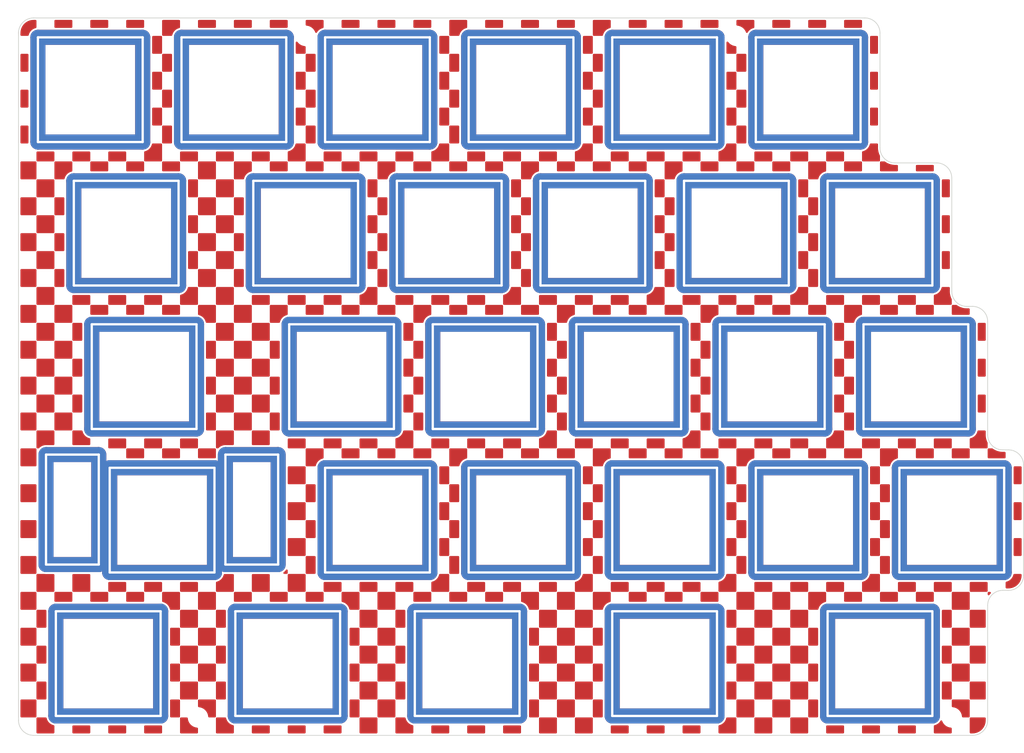
<source format=kicad_pcb>
(kicad_pcb (version 20211014) (generator pcbnew)
  (layers (0 "F.Cu" signal) (31 "B.Cu" signal) (34 "B.Paste" user) (35 "F.Paste" user) (36 "B.SilkS" user "B.Silkscreen") (37 "F.SilkS" user "F.Silkscreen") (38 "B.Mask" user) (39 "F.Mask" user) (44 "Edge.Cuts" user))
  (net 0 "")
  (net 1 "Col0")
  (net 2 "Col1")
  (net 3 "Col2")
  (net 4 "Col3")
  (net 5 "Col4")
  (net 6 "Col5")
  (footprint "kbd_SW_Hole:SW_Hole_TH_1u_fix" (layer "F.Cu") (at 142.875 47.625)
    (fp_text reference "SW26" hide)
    (fp_text value "SW_PUSH" hide)
    (pad "1" thru_hole oval (at 0 6.95 90) (size 2 15.9) (drill oval 0.3 14.2) (layers *.Cu *.Mask) (net 6 "Col5"))
    (pad "1" thru_hole oval (at 0 -6.95 90) (size 2 15.9) (drill oval 0.3 14.2) (layers *.Cu *.Mask) (net 6 "Col5"))
    (pad "1" thru_hole oval (at 6.95 0) (size 2 15.9) (drill oval 0.3 14.2) (layers *.Cu *.Mask) (net 6 "Col5"))
    (pad "1" thru_hole oval (at -6.95 0) (size 2 15.9) (drill oval 0.3 14.2) (layers *.Cu *.Mask) (net 6 "Col5"))
  )
  (footprint "kbd_SW_Hole:SW_Hole_TH_1u_fix" (layer "F.Cu") (at 54.76875 85.725)
    (fp_text reference "SW3" hide)
    (fp_text value "SW_PUSH" hide)
    (pad "1" thru_hole oval (at 0 -6.95 90) (size 2 15.9) (drill oval 0.3 14.2) (layers *.Cu *.Mask) (net 1 "Col0"))
    (pad "1" thru_hole oval (at 0 6.95 90) (size 2 15.9) (drill oval 0.3 14.2) (layers *.Cu *.Mask) (net 1 "Col0"))
    (pad "1" thru_hole oval (at -6.95 0) (size 2 15.9) (drill oval 0.3 14.2) (layers *.Cu *.Mask) (net 1 "Col0"))
    (pad "1" thru_hole oval (at 6.95 0) (size 2 15.9) (drill oval 0.3 14.2) (layers *.Cu *.Mask) (net 1 "Col0"))
  )
  (footprint "kbd_SW_Hole:SW_Hole_TH_1u_fix" (layer "F.Cu") (at 133.35 66.675)
    (fp_text reference "SW22" hide)
    (fp_text value "SW_PUSH" hide)
    (pad "1" thru_hole oval (at 0 -6.95 90) (size 2 15.9) (drill oval 0.3 14.2) (layers *.Cu *.Mask) (net 5 "Col4"))
    (pad "1" thru_hole oval (at -6.95 0) (size 2 15.9) (drill oval 0.3 14.2) (layers *.Cu *.Mask) (net 5 "Col4"))
    (pad "1" thru_hole oval (at 0 6.95 90) (size 2 15.9) (drill oval 0.3 14.2) (layers *.Cu *.Mask) (net 5 "Col4"))
    (pad "1" thru_hole oval (at 6.95 0) (size 2 15.9) (drill oval 0.3 14.2) (layers *.Cu *.Mask) (net 5 "Col4"))
  )
  (footprint "kbd_SW_Hole:SW_Hole_TH_1u_fix" (layer "F.Cu") (at 157.1625 85.725)
    (fp_text reference "SW28" hide)
    (fp_text value "SW_PUSH" hide)
    (pad "1" thru_hole oval (at -6.95 0) (size 2 15.9) (drill oval 0.3 14.2) (layers *.Cu *.Mask) (net 6 "Col5"))
    (pad "1" thru_hole oval (at 6.95 0) (size 2 15.9) (drill oval 0.3 14.2) (layers *.Cu *.Mask) (net 6 "Col5"))
    (pad "1" thru_hole oval (at 0 6.95 90) (size 2 15.9) (drill oval 0.3 14.2) (layers *.Cu *.Mask) (net 6 "Col5"))
    (pad "1" thru_hole oval (at 0 -6.95 90) (size 2 15.9) (drill oval 0.3 14.2) (layers *.Cu *.Mask) (net 6 "Col5"))
  )
  (footprint "kbd_SW_Hole:SW_Hole_TH_1u_fix" (layer "F.Cu") (at 85.725 47.625)
    (fp_text reference "SW11" hide)
    (fp_text value "SW_PUSH" hide)
    (pad "1" thru_hole oval (at 0 -6.95 90) (size 2 15.9) (drill oval 0.3 14.2) (layers *.Cu *.Mask) (net 3 "Col2"))
    (pad "1" thru_hole oval (at 0 6.95 90) (size 2 15.9) (drill oval 0.3 14.2) (layers *.Cu *.Mask) (net 3 "Col2"))
    (pad "1" thru_hole oval (at 6.95 0) (size 2 15.9) (drill oval 0.3 14.2) (layers *.Cu *.Mask) (net 3 "Col2"))
    (pad "1" thru_hole oval (at -6.95 0) (size 2 15.9) (drill oval 0.3 14.2) (layers *.Cu *.Mask) (net 3 "Col2"))
  )
  (footprint "kbd_SW_Hole:SW_Hole_TH_1u_fix" (layer "F.Cu") (at 104.775 47.625)
    (fp_text reference "SW16" hide)
    (fp_text value "SW_PUSH" hide)
    (pad "1" thru_hole oval (at 6.95 0) (size 2 15.9) (drill oval 0.3 14.2) (layers *.Cu *.Mask) (net 4 "Col3"))
    (pad "1" thru_hole oval (at 0 -6.95 90) (size 2 15.9) (drill oval 0.3 14.2) (layers *.Cu *.Mask) (net 4 "Col3"))
    (pad "1" thru_hole oval (at -6.95 0) (size 2 15.9) (drill oval 0.3 14.2) (layers *.Cu *.Mask) (net 4 "Col3"))
    (pad "1" thru_hole oval (at 0 6.95 90) (size 2 15.9) (drill oval 0.3 14.2) (layers *.Cu *.Mask) (net 4 "Col3"))
  )
  (footprint "kbd_SW_Hole:SW_Hole_TH_1u_fix" (layer "F.Cu") (at 123.825 47.625)
    (fp_text reference "SW21" hide)
    (fp_text value "SW_PUSH" hide)
    (pad "1" thru_hole oval (at 6.95 0) (size 2 15.9) (drill oval 0.3 14.2) (layers *.Cu *.Mask) (net 5 "Col4"))
    (pad "1" thru_hole oval (at 0 -6.95 90) (size 2 15.9) (drill oval 0.3 14.2) (layers *.Cu *.Mask) (net 5 "Col4"))
    (pad "1" thru_hole oval (at 0 6.95 90) (size 2 15.9) (drill oval 0.3 14.2) (layers *.Cu *.Mask) (net 5 "Col4"))
    (pad "1" thru_hole oval (at -6.95 0) (size 2 15.9) (drill oval 0.3 14.2) (layers *.Cu *.Mask) (net 5 "Col4"))
  )
  (footprint "kbd_SW_Hole:SW_Hole_TH_1u_fix" (layer "F.Cu") (at 47.625 47.625)
    (fp_text reference "SW1" hide)
    (fp_text value "SW_PUSH" hide)
    (pad "1" thru_hole oval (at 0 -6.95 90) (size 2 15.9) (drill oval 0.3 14.2) (layers *.Cu *.Mask) (net 1 "Col0"))
    (pad "1" thru_hole oval (at 6.95 0) (size 2 15.9) (drill oval 0.3 14.2) (layers *.Cu *.Mask) (net 1 "Col0"))
    (pad "1" thru_hole oval (at -6.95 0) (size 2 15.9) (drill oval 0.3 14.2) (layers *.Cu *.Mask) (net 1 "Col0"))
    (pad "1" thru_hole oval (at 0 6.95 90) (size 2 15.9) (drill oval 0.3 14.2) (layers *.Cu *.Mask) (net 1 "Col0"))
  )
  (footprint "kbd_SW_Hole:SW_Hole_TH_1u_fix" (layer "F.Cu") (at 85.725 104.775)
    (fp_text reference "SW9" hide)
    (fp_text value "SW_PUSH" hide)
    (pad "1" thru_hole oval (at 0 -6.95 90) (size 2 15.9) (drill oval 0.3 14.2) (layers *.Cu *.Mask) (net 2 "Col1"))
    (pad "1" thru_hole oval (at -6.95 0) (size 2 15.9) (drill oval 0.3 14.2) (layers *.Cu *.Mask) (net 2 "Col1"))
    (pad "1" thru_hole oval (at 0 6.95 90) (size 2 15.9) (drill oval 0.3 14.2) (layers *.Cu *.Mask) (net 2 "Col1"))
    (pad "1" thru_hole oval (at 6.95 0) (size 2 15.9) (drill oval 0.3 14.2) (layers *.Cu *.Mask) (net 2 "Col1"))
  )
  (footprint "kbd_SW_Hole:SW_Hole_TH_1u_fix" (layer "F.Cu") (at 80.9625 85.725)
    (fp_text reference "SW8" hide)
    (fp_text value "SW_PUSH" hide)
    (pad "1" thru_hole oval (at 0 6.95 90) (size 2 15.9) (drill oval 0.3 14.2) (layers *.Cu *.Mask) (net 2 "Col1"))
    (pad "1" thru_hole oval (at -6.95 0) (size 2 15.9) (drill oval 0.3 14.2) (layers *.Cu *.Mask) (net 2 "Col1"))
    (pad "1" thru_hole oval (at 0 -6.95 90) (size 2 15.9) (drill oval 0.3 14.2) (layers *.Cu *.Mask) (net 2 "Col1"))
    (pad "1" thru_hole oval (at 6.95 0) (size 2 15.9) (drill oval 0.3 14.2) (layers *.Cu *.Mask) (net 2 "Col1"))
  )
  (footprint "kbd_SW_Hole:SW_Hole_TH_1u_fix" (layer "F.Cu") (at 123.825 123.825 180)
    (fp_text reference "SW20" hide)
    (fp_text value "SW_PUSH" hide)
    (pad "1" thru_hole oval (at 0 -6.95 270) (size 2 15.9) (drill oval 0.3 14.2) (layers *.Cu *.Mask) (net 4 "Col3"))
    (pad "1" thru_hole oval (at 6.95 0 180) (size 2 15.9) (drill oval 0.3 14.2) (layers *.Cu *.Mask) (net 4 "Col3"))
    (pad "1" thru_hole oval (at 0 6.95 270) (size 2 15.9) (drill oval 0.3 14.2) (layers *.Cu *.Mask) (net 4 "Col3"))
    (pad "1" thru_hole oval (at -6.95 0 180) (size 2 15.9) (drill oval 0.3 14.2) (layers *.Cu *.Mask) (net 4 "Col3"))
  )
  (footprint "kbd_SW_Hole:SW_Hole_TH_1u_fix" (layer "F.Cu") (at 123.825 104.775)
    (fp_text reference "SW19" hide)
    (fp_text value "SW_PUSH" hide)
    (pad "1" thru_hole oval (at -6.95 0) (size 2 15.9) (drill oval 0.3 14.2) (layers *.Cu *.Mask) (net 4 "Col3"))
    (pad "1" thru_hole oval (at 0 6.95 90) (size 2 15.9) (drill oval 0.3 14.2) (layers *.Cu *.Mask) (net 4 "Col3"))
    (pad "1" thru_hole oval (at 0 -6.95 90) (size 2 15.9) (drill oval 0.3 14.2) (layers *.Cu *.Mask) (net 4 "Col3"))
    (pad "1" thru_hole oval (at 6.95 0) (size 2 15.9) (drill oval 0.3 14.2) (layers *.Cu *.Mask) (net 4 "Col3"))
  )
  (footprint "kbd_SW_Hole:SW_Hole_TH_1u_fix" (layer "F.Cu") (at 119.0625 85.725)
    (fp_text reference "SW18" hide)
    (fp_text value "SW_PUSH" hide)
    (pad "1" thru_hole oval (at -6.95 0) (size 2 15.9) (drill oval 0.3 14.2) (layers *.Cu *.Mask) (net 4 "Col3"))
    (pad "1" thru_hole oval (at 0 -6.95 90) (size 2 15.9) (drill oval 0.3 14.2) (layers *.Cu *.Mask) (net 4 "Col3"))
    (pad "1" thru_hole oval (at 6.95 0) (size 2 15.9) (drill oval 0.3 14.2) (layers *.Cu *.Mask) (net 4 "Col3"))
    (pad "1" thru_hole oval (at 0 6.95 90) (size 2 15.9) (drill oval 0.3 14.2) (layers *.Cu *.Mask) (net 4 "Col3"))
  )
  (footprint "kbd_SW_Hole:SW_Hole_TH_1u_fix" (layer "F.Cu") (at 114.3 66.675)
    (fp_text reference "SW17" hide)
    (fp_text value "SW_PUSH" hide)
    (pad "1" thru_hole oval (at 0 6.95 90) (size 2 15.9) (drill oval 0.3 14.2) (layers *.Cu *.Mask) (net 4 "Col3"))
    (pad "1" thru_hole oval (at 6.95 0) (size 2 15.9) (drill oval 0.3 14.2) (layers *.Cu *.Mask) (net 4 "Col3"))
    (pad "1" thru_hole oval (at 0 -6.95 90) (size 2 15.9) (drill oval 0.3 14.2) (layers *.Cu *.Mask) (net 4 "Col3"))
    (pad "1" thru_hole oval (at -6.95 0) (size 2 15.9) (drill oval 0.3 14.2) (layers *.Cu *.Mask) (net 4 "Col3"))
  )
  (footprint "kbd_SW_Hole:SW_Hole_TH_1u_fix" (layer "F.Cu") (at 76.2 66.675)
    (fp_text reference "SW7" hide)
    (fp_text value "SW_PUSH" hide)
    (pad "1" thru_hole oval (at -6.95 0) (size 2 15.9) (drill oval 0.3 14.2) (layers *.Cu *.Mask) (net 2 "Col1"))
    (pad "1" thru_hole oval (at 0 6.95 90) (size 2 15.9) (drill oval 0.3 14.2) (layers *.Cu *.Mask) (net 2 "Col1"))
    (pad "1" thru_hole oval (at 6.95 0) (size 2 15.9) (drill oval 0.3 14.2) (layers *.Cu *.Mask) (net 2 "Col1"))
    (pad "1" thru_hole oval (at 0 -6.95 90) (size 2 15.9) (drill oval 0.3 14.2) (layers *.Cu *.Mask) (net 2 "Col1"))
  )
  (footprint "kbd_SW_Hole:SW_Hole_TH_1u_fix" (layer "F.Cu") (at 104.775 104.775)
    (fp_text reference "SW14" hide)
    (fp_text value "SW_PUSH" hide)
    (pad "1" thru_hole oval (at -6.95 0) (size 2 15.9) (drill oval 0.3 14.2) (layers *.Cu *.Mask) (net 3 "Col2"))
    (pad "1" thru_hole oval (at 6.95 0) (size 2 15.9) (drill oval 0.3 14.2) (layers *.Cu *.Mask) (net 3 "Col2"))
    (pad "1" thru_hole oval (at 0 6.95 90) (size 2 15.9) (drill oval 0.3 14.2) (layers *.Cu *.Mask) (net 3 "Col2"))
    (pad "1" thru_hole oval (at 0 -6.95 90) (size 2 15.9) (drill oval 0.3 14.2) (layers *.Cu *.Mask) (net 3 "Col2"))
  )
  (footprint "kbd_SW_Hole:SW_Hole_TH_1u_fix" (layer "F.Cu") (at 100.0125 85.725)
    (fp_text reference "SW13" hide)
    (fp_text value "SW_PUSH" hide)
    (pad "1" thru_hole oval (at 0 -6.95 90) (size 2 15.9) (drill oval 0.3 14.2) (layers *.Cu *.Mask) (net 3 "Col2"))
    (pad "1" thru_hole oval (at 6.95 0) (size 2 15.9) (drill oval 0.3 14.2) (layers *.Cu *.Mask) (net 3 "Col2"))
    (pad "1" thru_hole oval (at -6.95 0) (size 2 15.9) (drill oval 0.3 14.2) (layers *.Cu *.Mask) (net 3 "Col2"))
    (pad "1" thru_hole oval (at 0 6.95 90) (size 2 15.9) (drill oval 0.3 14.2) (layers *.Cu *.Mask) (net 3 "Col2"))
  )
  (footprint "kbd_SW_Hole:SW_Hole_TH_1u_fix" (layer "F.Cu") (at 95.25 66.675)
    (fp_text reference "SW12" hide)
    (fp_text value "SW_PUSH" hide)
    (pad "1" thru_hole oval (at -6.95 0) (size 2 15.9) (drill oval 0.3 14.2) (layers *.Cu *.Mask) (net 3 "Col2"))
    (pad "1" thru_hole oval (at 6.95 0) (size 2 15.9) (drill oval 0.3 14.2) (layers *.Cu *.Mask) (net 3 "Col2"))
    (pad "1" thru_hole oval (at 0 6.95 90) (size 2 15.9) (drill oval 0.3 14.2) (layers *.Cu *.Mask) (net 3 "Col2"))
    (pad "1" thru_hole oval (at 0 -6.95 90) (size 2 15.9) (drill oval 0.3 14.2) (layers *.Cu *.Mask) (net 3 "Col2"))
  )
  (footprint "kbd_SW_Hole:SW_Hole_TH_1u_fix" (layer "F.Cu") (at 73.81875 123.825)
    (fp_text reference "SW10" hide)
    (fp_text value "SW_PUSH" hide)
    (pad "1" thru_hole oval (at -6.95 0) (size 2 15.9) (drill oval 0.3 14.2) (layers *.Cu *.Mask) (net 2 "Col1"))
    (pad "1" thru_hole oval (at 0 6.95 90) (size 2 15.9) (drill oval 0.3 14.2) (layers *.Cu *.Mask) (net 2 "Col1"))
    (pad "1" thru_hole oval (at 0 -6.95 90) (size 2 15.9) (drill oval 0.3 14.2) (layers *.Cu *.Mask) (net 2 "Col1"))
    (pad "1" thru_hole oval (at 6.95 0) (size 2 15.9) (drill oval 0.3 14.2) (layers *.Cu *.Mask) (net 2 "Col1"))
  )
  (footprint "kbd_SW_Hole:SW_Hole_TH_1u_fix" (layer "F.Cu") (at 138.1125 85.725)
    (fp_text reference "SW23" hide)
    (fp_text value "SW_PUSH" hide)
    (pad "1" thru_hole oval (at -6.95 0) (size 2 15.9) (drill oval 0.3 14.2) (layers *.Cu *.Mask) (net 5 "Col4"))
    (pad "1" thru_hole oval (at 0 6.95 90) (size 2 15.9) (drill oval 0.3 14.2) (layers *.Cu *.Mask) (net 5 "Col4"))
    (pad "1" thru_hole oval (at 0 -6.95 90) (size 2 15.9) (drill oval 0.3 14.2) (layers *.Cu *.Mask) (net 5 "Col4"))
    (pad "1" thru_hole oval (at 6.95 0) (size 2 15.9) (drill oval 0.3 14.2) (layers *.Cu *.Mask) (net 5 "Col4"))
  )
  (footprint "kbd_SW_Hole:SW_Hole_TH_1u_fix" (layer "F.Cu") (at 142.875 104.775)
    (fp_text reference "SW24" hide)
    (fp_text value "SW_PUSH" hide)
    (pad "1" thru_hole oval (at 0 6.95 90) (size 2 15.9) (drill oval 0.3 14.2) (layers *.Cu *.Mask) (net 5 "Col4"))
    (pad "1" thru_hole oval (at 0 -6.95 90) (size 2 15.9) (drill oval 0.3 14.2) (layers *.Cu *.Mask) (net 5 "Col4"))
    (pad "1" thru_hole oval (at 6.95 0) (size 2 15.9) (drill oval 0.3 14.2) (layers *.Cu *.Mask) (net 5 "Col4"))
    (pad "1" thru_hole oval (at -6.95 0) (size 2 15.9) (drill oval 0.3 14.2) (layers *.Cu *.Mask) (net 5 "Col4"))
  )
  (footprint "kbd_SW_Hole:SW_Hole_TH_1u_fix" (layer "F.Cu") (at 152.4 123.825 180)
    (fp_text reference "SW25" hide)
    (fp_text value "SW_PUSH" hide)
    (pad "1" thru_hole oval (at 0 -6.95 270) (size 2 15.9) (drill oval 0.3 14.2) (layers *.Cu *.Mask) (net 5 "Col4"))
    (pad "1" thru_hole oval (at 0 6.95 270) (size 2 15.9) (drill oval 0.3 14.2) (layers *.Cu *.Mask) (net 5 "Col4"))
    (pad "1" thru_hole oval (at 6.95 0 180) (size 2 15.9) (drill oval 0.3 14.2) (layers *.Cu *.Mask) (net 5 "Col4"))
    (pad "1" thru_hole oval (at -6.95 0 180) (size 2 15.9) (drill oval 0.3 14.2) (layers *.Cu *.Mask) (net 5 "Col4"))
  )
  (footprint "kbd_SW_Hole:SW_Hole_TH_1u_fix" (layer "F.Cu") (at 161.925 104.775)
    (fp_text reference "SW29" hide)
    (fp_text value "SW_PUSH" hide)
    (pad "1" thru_hole oval (at 0 6.95 90) (size 2 15.9) (drill oval 0.3 14.2) (layers *.Cu *.Mask) (net 6 "Col5"))
    (pad "1" thru_hole oval (at -6.95 0) (size 2 15.9) (drill oval 0.3 14.2) (layers *.Cu *.Mask) (net 6 "Col5"))
    (pad "1" thru_hole oval (at 0 -6.95 90) (size 2 15.9) (drill oval 0.3 14.2) (layers *.Cu *.Mask) (net 6 "Col5"))
    (pad "1" thru_hole oval (at 6.95 0) (size 2 15.9) (drill oval 0.3 14.2) (layers *.Cu *.Mask) (net 6 "Col5"))
  )
  (footprint "kbd_SW_Hole:SW_Hole_TH_1u_fix" (layer "F.Cu") (at 52.3875 66.675)
    (fp_text reference "SW2" hide)
    (fp_text value "SW_PUSH" hide)
    (pad "1" thru_hole oval (at -6.95 0) (size 2 15.9) (drill oval 0.3 14.2) (layers *.Cu *.Mask) (net 1 "Col0"))
    (pad "1" thru_hole oval (at 6.95 0) (size 2 15.9) (drill oval 0.3 14.2) (layers *.Cu *.Mask) (net 1 "Col0"))
    (pad "1" thru_hole oval (at 0 6.95 90) (size 2 15.9) (drill oval 0.3 14.2) (layers *.Cu *.Mask) (net 1 "Col0"))
    (pad "1" thru_hole oval (at 0 -6.95 90) (size 2 15.9) (drill oval 0.3 14.2) (layers *.Cu *.Mask) (net 1 "Col0"))
  )
  (footprint "kbd_SW_Hole:SW_Hole_TH_1u_fix" (layer "F.Cu") (at 66.675 47.625)
    (fp_text reference "SW6" hide)
    (fp_text value "SW_PUSH" hide)
    (pad "1" thru_hole oval (at -6.95 0) (size 2 15.9) (drill oval 0.3 14.2) (layers *.Cu *.Mask) (net 2 "Col1"))
    (pad "1" thru_hole oval (at 0 6.95 90) (size 2 15.9) (drill oval 0.3 14.2) (layers *.Cu *.Mask) (net 2 "Col1"))
    (pad "1" thru_hole oval (at 0 -6.95 90) (size 2 15.9) (drill oval 0.3 14.2) (layers *.Cu *.Mask) (net 2 "Col1"))
    (pad "1" thru_hole oval (at 6.95 0) (size 2 15.9) (drill oval 0.3 14.2) (layers *.Cu *.Mask) (net 2 "Col1"))
  )
  (footprint "kbd_SW_Hole:SW_Hole_TH_1u_fix" (layer "F.Cu") (at 97.63125 123.825)
    (fp_text reference "SW15" hide)
    (fp_text value "SW_PUSH" hide)
    (pad "1" thru_hole oval (at 0 6.95 90) (size 2 15.9) (drill oval 0.3 14.2) (layers *.Cu *.Mask) (net 3 "Col2"))
    (pad "1" thru_hole oval (at 0 -6.95 90) (size 2 15.9) (drill oval 0.3 14.2) (layers *.Cu *.Mask) (net 3 "Col2"))
    (pad "1" thru_hole oval (at 6.95 0) (size 2 15.9) (drill oval 0.3 14.2) (layers *.Cu *.Mask) (net 3 "Col2"))
    (pad "1" thru_hole oval (at -6.95 0) (size 2 15.9) (drill oval 0.3 14.2) (layers *.Cu *.Mask) (net 3 "Col2"))
  )
  (footprint "kbd_SW_Hole:SW_Hole_TH_1u_fix" (layer "F.Cu") (at 50.00625 123.825)
    (fp_text reference "SW5" hide)
    (fp_text value "SW_PUSH" hide)
    (pad "1" thru_hole oval (at -6.95 0) (size 2 15.9) (drill oval 0.3 14.2) (layers *.Cu *.Mask) (net 1 "Col0"))
    (pad "1" thru_hole oval (at 0 6.95 90) (size 2 15.9) (drill oval 0.3 14.2) (layers *.Cu *.Mask) (net 1 "Col0"))
    (pad "1" thru_hole oval (at 6.95 0) (size 2 15.9) (drill oval 0.3 14.2) (layers *.Cu *.Mask) (net 1 "Col0"))
    (pad "1" thru_hole oval (at 0 -6.95 90) (size 2 15.9) (drill oval 0.3 14.2) (layers *.Cu *.Mask) (net 1 "Col0"))
  )
  (footprint "kbd_Hole:m2_Screw_Hole" (layer "F.Cu") (at 61.9125 130.96875)
    (fp_text reference "Ref**")
    (fp_text value "Val**")
    (pad "" np_thru_hole circle locked (at 0 0) (size 2.2 2.2) (drill 2.2) (layers *.Cu *.Mask))
  )
  (footprint "kbd_Hole:m2_Screw_Hole" (layer "F.Cu") (at 76.2 40.48125)
    (fp_text reference "Ref**")
    (fp_text value "Val**")
    (pad "" np_thru_hole circle locked (at 0 0) (size 2.2 2.2) (drill 2.2) (layers *.Cu *.Mask))
  )
  (footprint "kbd_SW_Hole:SW_Hole_TH_2.25u_fix" (layer "F.Cu") (at 57.15 104.775 180)
    (fp_text reference "SW4" hide)
    (fp_text value "SW_PUSH" hide)
    (pad "1" thru_hole oval (at -11.9 -5.9 270) (size 2 8.9) (drill oval 0.3 7.3) (layers *.Cu *.Mask) (net 1 "Col0"))
    (pad "1" thru_hole oval (at -15.4 1.4 180) (size 2 16.6) (drill oval 0.3 14.9) (layers *.Cu *.Mask) (net 1 "Col0"))
    (pad "1" thru_hole oval (at 6.95 0 180) (size 2 15.9) (drill oval 0.3 14.2) (layers *.Cu *.Mask) (net 1 "Col0"))
    (pad "1" thru_hole oval (at -8.4 1.4 180) (size 2 16.6) (drill oval 0.3 14.9) (layers *.Cu *.Mask) (net 1 "Col0"))
    (pad "1" thru_hole oval (at 11.9 8.7 270) (size 2 8.9) (drill oval 0.3 7.3) (layers *.Cu *.Mask) (net 1 "Col0"))
    (pad "1" thru_hole oval (at 11.9 -5.9 270) (size 2 8.9) (drill oval 0.3 7.3) (layers *.Cu *.Mask) (net 1 "Col0"))
    (pad "1" thru_hole oval (at -6.95 0 180) (size 2 15.9) (drill oval 0.3 14.2) (layers *.Cu *.Mask) (net 1 "Col0"))
    (pad "1" thru_hole oval (at 0 -6.95 270) (size 2 15.9) (drill oval 0.3 14.2) (layers *.Cu *.Mask) (net 1 "Col0"))
    (pad "1" thru_hole oval (at -11.9 8.7 270) (size 2 8.9) (drill oval 0.3 7.3) (layers *.Cu *.Mask) (net 1 "Col0"))
    (pad "1" thru_hole oval (at 0 6.95 270) (size 2 15.9) (drill oval 0.3 14.2) (layers *.Cu *.Mask) (net 1 "Col0"))
    (pad "1" thru_hole oval (at 15.4 1.4 180) (size 2 16.6) (drill oval 0.3 14.9) (layers *.Cu *.Mask) (net 1 "Col0"))
    (pad "1" thru_hole oval (at 8.4 1.4 180) (size 2 16.6) (drill oval 0.3 14.9) (layers *.Cu *.Mask) (net 1 "Col0"))
  )
  (footprint "kbd_SW_Hole:SW_Hole_TH_1u_fix" (layer "F.Cu") (at 152.4 66.675)
    (fp_text reference "SW27" hide)
    (fp_text value "SW_PUSH" hide)
    (pad "1" thru_hole oval (at 0 6.95 90) (size 2 15.9) (drill oval 0.3 14.2) (layers *.Cu *.Mask) (net 6 "Col5"))
    (pad "1" thru_hole oval (at 0 -6.95 90) (size 2 15.9) (drill oval 0.3 14.2) (layers *.Cu *.Mask) (net 6 "Col5"))
    (pad "1" thru_hole oval (at -6.95 0) (size 2 15.9) (drill oval 0.3 14.2) (layers *.Cu *.Mask) (net 6 "Col5"))
    (pad "1" thru_hole oval (at 6.95 0) (size 2 15.9) (drill oval 0.3 14.2) (layers *.Cu *.Mask) (net 6 "Col5"))
  )
  (footprint "kbd_Hole:m2_Screw_Hole" (layer "F.Cu") (at 133.35 40.48125)
    (fp_text reference "Ref**")
    (fp_text value "Val**")
    (pad "" np_thru_hole circle locked (at 0 0) (size 2.2 2.2) (drill 2.2) (layers *.Cu *.Mask))
  )
  (footprint "kbd_Hole:m2_Screw_Hole" (layer "F.Cu") (at 161.925 130.96875)
    (fp_text reference "Ref**")
    (fp_text value "Val**")
    (pad "" np_thru_hole circle locked (at 0 0) (size 2.2 2.2) (drill 2.2) (layers *.Cu *.Mask))
  )
  (gr_arc (start 150.4 38.1) (mid 151.814214 38.685786) (end 152.4 40.1) (layer "Edge.Cuts") (width 0.1))
  (gr_arc (start 40.1 133.35) (mid 38.685786 132.764214) (end 38.1 131.35) (layer "Edge.Cuts") (width 0.1))
  (gr_arc (start 164.6875 76.4) (mid 166.101714 76.985786) (end 166.6875 78.4) (layer "Edge.Cuts") (width 0.1))
  (gr_arc (start 168.6875 95.45) (mid 167.273286 94.864214) (end 166.6875 93.45) (layer "Edge.Cuts") (width 0.1))
  (gr_arc (start 169.45 95.45) (mid 170.864214 96.035786) (end 171.45 97.45) (layer "Edge.Cuts") (width 0.1))
  (gr_arc (start 166.6875 116.1) (mid 167.273286 114.685786) (end 168.6875 114.1) (layer "Edge.Cuts") (width 0.1))
  (gr_arc (start 163.925 76.4) (mid 162.510786 75.814214) (end 161.925 74.4) (layer "Edge.Cuts") (width 0.1))
  (gr_arc (start 154.4 57.35) (mid 152.985786 56.764214) (end 152.4 55.35) (layer "Edge.Cuts") (width 0.1))
  (gr_arc (start 159.925 57.35) (mid 161.339214 57.935786) (end 161.925 59.35) (layer "Edge.Cuts") (width 0.1))
  (gr_line (start 154.4 57.35) (end 159.925 57.35) (layer "Edge.Cuts") (width 0.1))
  (gr_line (start 164.6875 133.35) (end 40.1 133.35) (layer "Edge.Cuts") (width 0.1))
  (gr_line (start 168.6875 95.45) (end 169.45 95.45) (layer "Edge.Cuts") (width 0.1))
  (gr_line (start 152.4 40.1) (end 152.4 55.35) (layer "Edge.Cuts") (width 0.1))
  (gr_line (start 163.925 76.4) (end 164.6875 76.4) (layer "Edge.Cuts") (width 0.1))
  (gr_line (start 40.1 38.1) (end 150.4 38.1) (layer "Edge.Cuts") (width 0.1))
  (gr_line (start 161.925 59.35) (end 161.925 74.4) (layer "Edge.Cuts") (width 0.1))
  (gr_line (start 166.6875 116.1) (end 166.6875 131.35) (layer "Edge.Cuts") (width 0.1))
  (gr_arc (start 166.6875 131.35) (mid 166.101714 132.764214) (end 164.6875 133.35) (layer "Edge.Cuts") (width 0.1))
  (gr_arc (start 38.1 40.1) (mid 38.685786 38.685786) (end 40.1 38.1) (layer "Edge.Cuts") (width 0.1))
  (gr_line (start 38.1 40.1) (end 38.1 131.35) (layer "Edge.Cuts") (width 0.1))
  (gr_line (start 171.45 97.45) (end 171.45 112.1) (layer "Edge.Cuts") (width 0.1))
  (gr_line (start 169.45 114.1) (end 168.6875 114.1) (layer "Edge.Cuts") (width 0.1))
  (gr_line (start 166.6875 78.4) (end 166.6875 93.45) (layer "Edge.Cuts") (width 0.1))
  (gr_arc (start 171.45 112.1) (mid 170.864214 113.514214) (end 169.45 114.1) (layer "Edge.Cuts") (width 0.1))
  (zone (net 0) (net_name "") (layer "F.Cu") (connect_pads (clearance 0)) (min_thickness 0.254)
    (keepout (tracks allowed) (vias allowed) (pads allowed) (copperpour not_allowed) (footprints allowed))
    (fill (thermal_gap 0.508) (thermal_bridge_width 0.508))
    (polygon (pts (xy 142.875 97.63125) (xy 140.49375 97.63125) (xy 140.49375 95.25) (xy 142.875 95.25)))
  )
  (zone (net 0) (net_name "") (layer "F.Cu") (connect_pads (clearance 0)) (min_thickness 0.254)
    (keepout (tracks allowed) (vias allowed) (pads allowed) (copperpour not_allowed) (footprints allowed))
    (fill (thermal_gap 0.508) (thermal_bridge_width 0.508))
    (polygon (pts (xy 169.06875 85.725) (xy 166.6875 85.725) (xy 166.6875 83.34375) (xy 169.06875 83.34375)))
  )
  (zone (net 0) (net_name "") (layer "F.Cu") (connect_pads (clearance 0)) (min_thickness 0.254)
    (keepout (tracks allowed) (vias allowed) (pads allowed) (copperpour not_allowed) (footprints allowed))
    (fill (thermal_gap 0.508) (thermal_bridge_width 0.508))
    (polygon (pts (xy 92.86875 104.775) (xy 90.4875 104.775) (xy 90.4875 102.39375) (xy 92.86875 102.39375)))
  )
  (zone (net 0) (net_name "") (layer "F.Cu") (connect_pads (clearance 0)) (min_thickness 0.254)
    (keepout (tracks allowed) (vias allowed) (pads allowed) (copperpour not_allowed) (footprints allowed))
    (fill (thermal_gap 0.508) (thermal_bridge_width 0.508))
    (polygon (pts (xy 40.48125 104.775) (xy 38.1 104.775) (xy 38.1 102.39375) (xy 40.48125 102.39375)))
  )
  (zone (net 0) (net_name "") (layer "F.Cu") (connect_pads (clearance 0)) (min_thickness 0.254)
    (keepout (tracks allowed) (vias allowed) (pads allowed) (copperpour not_allowed) (footprints allowed))
    (fill (thermal_gap 0.508) (thermal_bridge_width 0.508))
    (polygon (pts (xy 66.675 50.00625) (xy 64.29375 50.00625) (xy 64.29375 47.625) (xy 66.675 47.625)))
  )
  (zone (net 0) (net_name "") (layer "F.Cu") (connect_pads (clearance 0)) (min_thickness 0.254)
    (keepout (tracks allowed) (vias allowed) (pads allowed) (copperpour not_allowed) (footprints allowed))
    (fill (thermal_gap 0.508) (thermal_bridge_width 0.508))
    (polygon (pts (xy 54.76875 123.825) (xy 52.3875 123.825) (xy 52.3875 121.44375) (xy 54.76875 121.44375)))
  )
  (zone (net 0) (net_name "") (layer "F.Cu") (connect_pads (clearance 0)) (min_thickness 0.254)
    (keepout (tracks allowed) (vias allowed) (pads allowed) (copperpour not_allowed) (footprints allowed))
    (fill (thermal_gap 0.508) (thermal_bridge_width 0.508))
    (polygon (pts (xy 107.15625 90.4875) (xy 104.775 90.4875) (xy 104.775 88.10625) (xy 107.15625 88.10625)))
  )
  (zone (net 0) (net_name "") (layer "F.Cu") (connect_pads (clearance 0)) (min_thickness 0.254)
    (keepout (tracks allowed) (vias allowed) (pads allowed) (copperpour not_allowed) (footprints allowed))
    (fill (thermal_gap 0.508) (thermal_bridge_width 0.508))
    (polygon (pts (xy 78.58125 100.0125) (xy 76.2 100.0125) (xy 76.2 97.63125) (xy 78.58125 97.63125)))
  )
  (zone (net 0) (net_name "") (layer "F.Cu") (connect_pads (clearance 0)) (min_thickness 0.254)
    (keepout (tracks allowed) (vias allowed) (pads allowed) (copperpour not_allowed) (footprints allowed))
    (fill (thermal_gap 0.508) (thermal_bridge_width 0.508))
    (polygon (pts (xy 102.39375 109.5375) (xy 100.0125 109.5375) (xy 100.0125 107.15625) (xy 102.39375 107.15625)))
  )
  (zone (net 0) (net_name "") (layer "F.Cu") (connect_pads (clearance 0)) (min_thickness 0.254)
    (keepout (tracks allowed) (vias allowed) (pads allowed) (copperpour not_allowed) (footprints allowed))
    (fill (thermal_gap 0.508) (thermal_bridge_width 0.508))
    (polygon (pts (xy 116.68125 66.675) (xy 114.3 66.675) (xy 114.3 64.29375) (xy 116.68125 64.29375)))
  )
  (zone (net 0) (net_name "") (layer "F.Cu") (connect_pads (clearance 0)) (min_thickness 0.254)
    (keepout (tracks allowed) (vias allowed) (pads allowed) (copperpour not_allowed) (footprints allowed))
    (fill (thermal_gap 0.508) (thermal_bridge_width 0.508))
    (polygon (pts (xy 119.0625 45.24375) (xy 116.68125 45.24375) (xy 116.68125 42.8625) (xy 119.0625 42.8625)))
  )
  (zone (net 0) (net_name "") (layer "F.Cu") (connect_pads (clearance 0)) (min_thickness 0.254)
    (keepout (tracks allowed) (vias allowed) (pads allowed) (copperpour not_allowed) (footprints allowed))
    (fill (thermal_gap 0.508) (thermal_bridge_width 0.508))
    (polygon (pts (xy 140.49375 52.3875) (xy 138.1125 52.3875) (xy 138.1125 50.00625) (xy 140.49375 50.00625)))
  )
  (zone (net 0) (net_name "") (layer "F.Cu") (connect_pads (clearance 0)) (min_thickness 0.254)
    (keepout (tracks allowed) (vias allowed) (pads allowed) (copperpour not_allowed) (footprints allowed))
    (fill (thermal_gap 0.508) (thermal_bridge_width 0.508))
    (polygon (pts (xy 71.4375 97.63125) (xy 69.05625 97.63125) (xy 69.05625 95.25) (xy 71.4375 95.25)))
  )
  (zone (net 0) (net_name "") (layer "F.Cu") (connect_pads (clearance 0)) (min_thickness 0.254)
    (keepout (tracks allowed) (vias allowed) (pads allowed) (copperpour not_allowed) (footprints allowed))
    (fill (thermal_gap 0.508) (thermal_bridge_width 0.508))
    (polygon (pts (xy 147.6375 107.15625) (xy 145.25625 107.15625) (xy 145.25625 104.775) (xy 147.6375 104.775)))
  )
  (zone (net 0) (net_name "") (layer "F.Cu") (connect_pads (clearance 0)) (min_thickness 0.254)
    (keepout (tracks allowed) (vias allowed) (pads allowed) (copperpour not_allowed) (footprints allowed))
    (fill (thermal_gap 0.508) (thermal_bridge_width 0.508))
    (polygon (pts (xy 45.24375 47.625) (xy 42.8625 47.625) (xy 42.8625 45.24375) (xy 45.24375 45.24375)))
  )
  (zone (net 0) (net_name "") (layer "F.Cu") (connect_pads (clearance 0)) (min_thickness 0.254)
    (keepout (tracks allowed) (vias allowed) (pads allowed) (copperpour not_allowed) (footprints allowed))
    (fill (thermal_gap 0.508) (thermal_bridge_width 0.508))
    (polygon (pts (xy 150.01875 90.4875) (xy 147.6375 90.4875) (xy 147.6375 88.10625) (xy 150.01875 88.10625)))
  )
  (zone (net 0) (net_name "") (layer "F.Cu") (connect_pads (clearance 0)) (min_thickness 0.254)
    (keepout (tracks allowed) (vias allowed) (pads allowed) (copperpour not_allowed) (footprints allowed))
    (fill (thermal_gap 0.508) (thermal_bridge_width 0.508))
    (polygon (pts (xy 166.6875 126.20625) (xy 164.30625 126.20625) (xy 164.30625 123.825) (xy 166.6875 123.825)))
  )
  (zone (net 0) (net_name "") (layer "F.Cu") (connect_pads (clearance 0)) (min_thickness 0.254)
    (keepout (tracks allowed) (vias allowed) (pads allowed) (copperpour not_allowed) (footprints allowed))
    (fill (thermal_gap 0.508) (thermal_bridge_width 0.508))
    (polygon (pts (xy 50.00625 57.15) (xy 47.625 57.15) (xy 47.625 54.76875) (xy 50.00625 54.76875)))
  )
  (zone (net 0) (net_name "") (layer "F.Cu") (connect_pads (clearance 0)) (min_thickness 0.254)
    (keepout (tracks allowed) (vias allowed) (pads allowed) (copperpour not_allowed) (footprints allowed))
    (fill (thermal_gap 0.508) (thermal_bridge_width 0.508))
    (polygon (pts (xy 138.1125 83.34375) (xy 135.73125 83.34375) (xy 135.73125 80.9625) (xy 138.1125 80.9625)))
  )
  (zone (net 0) (net_name "") (layer "F.Cu") (connect_pads (clearance 0)) (min_thickness 0.254)
    (keepout (tracks allowed) (vias allowed) (pads allowed) (copperpour not_allowed) (footprints allowed))
    (fill (thermal_gap 0.508) (thermal_bridge_width 0.508))
    (polygon (pts (xy 61.9125 97.63125) (xy 59.53125 97.63125) (xy 59.53125 95.25) (xy 61.9125 95.25)))
  )
  (zone (net 0) (net_name "") (layer "F.Cu") (connect_pads (clearance 0)) (min_thickness 0.254)
    (keepout (tracks allowed) (vias allowed) (pads allowed) (copperpour not_allowed) (footprints allowed))
    (fill (thermal_gap 0.508) (thermal_bridge_width 0.508))
    (polygon (pts (xy 154.78125 38.1) (xy 152.4 38.1) (xy 152.4 35.71875) (xy 154.78125 35.71875)))
  )
  (zone (net 0) (net_name "") (layer "F.Cu") (connect_pads (clearance 0)) (min_thickness 0.254)
    (keepout (tracks allowed) (vias allowed) (pads allowed) (copperpour not_allowed) (footprints allowed))
    (fill (thermal_gap 0.508) (thermal_bridge_width 0.508))
    (polygon (pts (xy 76.2 121.44375) (xy 73.81875 121.44375) (xy 73.81875 119.0625) (xy 76.2 119.0625)))
  )
  (zone (net 0) (net_name "") (layer "F.Cu") (connect_pads (clearance 0)) (min_thickness 0.254)
    (keepout (tracks allowed) (vias allowed) (pads allowed) (copperpour not_allowed) (footprints allowed))
    (fill (thermal_gap 0.508) (thermal_bridge_width 0.508))
    (polygon (pts (xy 52.3875 102.39375) (xy 50.00625 102.39375) (xy 50.00625 100.0125) (xy 52.3875 100.0125)))
  )
  (zone (net 0) (net_name "") (layer "F.Cu") (connect_pads (clearance 0)) (min_thickness 0.254)
    (keepout (tracks allowed) (vias allowed) (pads allowed) (copperpour not_allowed) (footprints allowed))
    (fill (thermal_gap 0.508) (thermal_bridge_width 0.508))
    (polygon (pts (xy 97.63125 80.9625) (xy 95.25 80.9625) (xy 95.25 78.58125) (xy 97.63125 78.58125)))
  )
  (zone (net 0) (net_name "") (layer "F.Cu") (connect_pads (clearance 0)) (min_thickness 0.254)
    (keepout (tracks allowed) (vias allowed) (pads allowed) (copperpour not_allowed) (footprints allowed))
    (fill (thermal_gap 0.508) (thermal_bridge_width 0.508))
    (polygon (pts (xy 169.06875 123.825) (xy 166.6875 123.825) (xy 166.6875 121.44375) (xy 169.06875 121.44375)))
  )
  (zone (net 0) (net_name "") (layer "F.Cu") (connect_pads (clearance 0)) (min_thickness 0.254)
    (keepout (tracks allowed) (vias allowed) (pads allowed) (copperpour not_allowed) (footprints allowed))
    (fill (thermal_gap 0.508) (thermal_bridge_width 0.508))
    (polygon (pts (xy 88.10625 128.5875) (xy 85.725 128.5875) (xy 85.725 126.20625) (xy 88.10625 126.20625)))
  )
  (zone (net 0) (net_name "") (layer "F.Cu") (connect_pads (clearance 0)) (min_thickness 0.254)
    (keepout (tracks allowed) (vias allowed) (pads allowed) (copperpour not_allowed) (footprints allowed))
    (fill (thermal_gap 0.508) (thermal_bridge_width 0.508))
    (polygon (pts (xy 171.45 116.68125) (xy 169.06875 116.68125) (xy 169.06875 114.3) (xy 171.45 114.3)))
  )
  (zone (net 0) (net_name "") (layer "F.Cu") (connect_pads (clearance 0)) (min_thickness 0.254)
    (keepout (tracks allowed) (vias allowed) (pads allowed) (copperpour not_allowed) (footprints allowed))
    (fill (thermal_gap 0.508) (thermal_bridge_width 0.508))
    (polygon (pts (xy 142.875 102.39375) (xy 140.49375 102.39375) (xy 140.49375 100.0125) (xy 142.875 100.0125)))
  )
  (zone (net 0) (net_name "") (layer "F.Cu") (connect_pads (clearance 0)) (min_thickness 0.254)
    (keepout (tracks allowed) (vias allowed) (pads allowed) (copperpour not_allowed) (footprints allowed))
    (fill (thermal_gap 0.508) (thermal_bridge_width 0.508))
    (polygon (pts (xy 52.3875 88.10625) (xy 50.00625 88.10625) (xy 50.00625 85.725) (xy 52.3875 85.725)))
  )
  (zone (net 0) (net_name "") (layer "F.Cu") (connect_pads (clearance 0)) (min_thickness 0.254)
    (keepout (tracks allowed) (vias allowed) (pads allowed) (copperpour not_allowed) (footprints allowed))
    (fill (thermal_gap 0.508) (thermal_bridge_width 0.508))
    (polygon (pts (xy 78.58125 76.2) (xy 76.2 76.2) (xy 76.2 73.81875) (xy 78.58125 73.81875)))
  )
  (zone (net 0) (net_name "") (layer "F.Cu") (connect_pads (clearance 0)) (min_thickness 0.254)
    (keepout (tracks allowed) (vias allowed) (pads allowed) (copperpour not_allowed) (footprints allowed))
    (fill (thermal_gap 0.508) (thermal_bridge_width 0.508))
    (polygon (pts (xy 119.0625 83.34375) (xy 116.68125 83.34375) (xy 116.68125 80.9625) (xy 119.0625 80.9625)))
  )
  (zone (net 0) (net_name "") (layer "F.Cu") (connect_pads (clearance 0)) (min_thickness 0.254)
    (keepout (tracks allowed) (vias allowed) (pads allowed) (copperpour not_allowed) (footprints allowed))
    (fill (thermal_gap 0.508) (thermal_bridge_width 0.508))
    (polygon (pts (xy 38.1 50.00625) (xy 35.71875 50.00625) (xy 35.71875 47.625) (xy 38.1 47.625)))
  )
  (zone (net 0) (net_name "") (layer "F.Cu") (connect_pads (clearance 0)) (min_thickness 0.254)
    (keepout (tracks allowed) (vias allowed) (pads allowed) (copperpour not_allowed) (footprints allowed))
    (fill (thermal_gap 0.508) (thermal_bridge_width 0.508))
    (polygon (pts (xy 73.81875 123.825) (xy 71.4375 123.825) (xy 71.4375 121.44375) (xy 73.81875 121.44375)))
  )
  (zone (net 0) (net_name "") (layer "F.Cu") (connect_pads (clearance 0)) (min_thickness 0.254)
    (keepout (tracks allowed) (vias allowed) (pads allowed) (copperpour not_allowed) (footprints allowed))
    (fill (thermal_gap 0.508) (thermal_bridge_width 0.508))
    (polygon (pts (xy 83.34375 85.725) (xy 80.9625 85.725) (xy 80.9625 83.34375) (xy 83.34375 83.34375)))
  )
  (zone (net 0) (net_name "") (layer "F.Cu") (connect_pads (clearance 0)) (min_thickness 0.254)
    (keepout (tracks allowed) (vias allowed) (pads allowed) (copperpour not_allowed) (footprints allowed))
    (fill (thermal_gap 0.508) (thermal_bridge_width 0.508))
    (polygon (pts (xy 169.06875 100.0125) (xy 166.6875 100.0125) (xy 166.6875 97.63125) (xy 169.06875 97.63125)))
  )
  (zone (net 0) (net_name "") (layer "F.Cu") (connect_pads (clearance 0)) (min_thickness 0.254)
    (keepout (tracks allowed) (vias allowed) (pads allowed) (copperpour not_allowed) (footprints allowed))
    (fill (thermal_gap 0.508) (thermal_bridge_width 0.508))
    (polygon (pts (xy 76.2 102.39375) (xy 73.81875 102.39375) (xy 73.81875 100.0125) (xy 76.2 100.0125)))
  )
  (zone (net 0) (net_name "") (layer "F.Cu") (connect_pads (clearance 0)) (min_thickness 0.254)
    (keepout (tracks allowed) (vias allowed) (pads allowed) (copperpour not_allowed) (footprints allowed))
    (fill (thermal_gap 0.508) (thermal_bridge_width 0.508))
    (polygon (pts (xy 54.76875 38.1) (xy 52.3875 38.1) (xy 52.3875 35.71875) (xy 54.76875 35.71875)))
  )
  (zone (net 0) (net_name "") (layer "F.Cu") (connect_pads (clearance 0)) (min_thickness 0.254)
    (keepout (tracks allowed) (vias allowed) (pads allowed) (copperpour not_allowed) (footprints allowed))
    (fill (thermal_gap 0.508) (thermal_bridge_width 0.508))
    (polygon (pts (xy 64.29375 66.675) (xy 61.9125 66.675) (xy 61.9125 64.29375) (xy 64.29375 64.29375)))
  )
  (zone (net 0) (net_name "") (layer "F.Cu") (connect_pads (clearance 0)) (min_thickness 0.254)
    (keepout (tracks allowed) (vias allowed) (pads allowed) (copperpour not_allowed) (footprints allowed))
    (fill (thermal_gap 0.508) (thermal_bridge_width 0.508))
    (polygon (pts (xy 164.30625 114.3) (xy 161.925 114.3) (xy 161.925 111.91875) (xy 164.30625 111.91875)))
  )
  (zone (net 0) (net_name "") (layer "F.Cu") (connect_pads (clearance 0)) (min_thickness 0.254)
    (keepout (tracks allowed) (vias allowed) (pads allowed) (copperpour not_allowed) (footprints allowed))
    (fill (thermal_gap 0.508) (thermal_bridge_width 0.508))
    (polygon (pts (xy 85.725 111.91875) (xy 83.34375 111.91875) (xy 83.34375 109.5375) (xy 85.725 109.5375)))
  )
  (zone (net 0) (net_name "") (layer "F.Cu") (connect_pads (clearance 0)) (min_thickness 0.254)
    (keepout (tracks allowed) (vias allowed) (pads allowed) (copperpour not_allowed) (footprints allowed))
    (fill (thermal_gap 0.508) (thermal_bridge_width 0.508))
    (polygon (pts (xy 142.875 73.81875) (xy 140.49375 73.81875) (xy 140.49375 71.4375) (xy 142.875 71.4375)))
  )
  (zone (net 0) (net_name "") (layer "F.Cu") (connect_pads (clearance 0)) (min_thickness 0.254)
    (keepout (tracks allowed) (vias allowed) (pads allowed) (copperpour not_allowed) (footprints allowed))
    (fill (thermal_gap 0.508) (thermal_bridge_width 0.508))
    (polygon (pts (xy 69.05625 66.675) (xy 66.675 66.675) (xy 66.675 64.29375) (xy 69.05625 64.29375)))
  )
  (zone (net 0) (net_name "") (layer "F.Cu") (connect_pads (clearance 0)) (min_thickness 0.254)
    (keepout (tracks allowed) (vias allowed) (pads allowed) (copperpour not_allowed) (footprints allowed))
    (fill (thermal_gap 0.508) (thermal_bridge_width 0.508))
    (polygon (pts (xy 116.68125 42.8625) (xy 114.3 42.8625) (xy 114.3 40.48125) (xy 116.68125 40.48125)))
  )
  (zone (net 0) (net_name "") (layer "F.Cu") (connect_pads (clearance 0)) (min_thickness 0.254)
    (keepout (tracks allowed) (vias allowed) (pads allowed) (copperpour not_allowed) (footprints allowed))
    (fill (thermal_gap 0.508) (thermal_bridge_width 0.508))
    (polygon (pts (xy 166.6875 116.68125) (xy 164.30625 116.68125) (xy 164.30625 114.3) (xy 166.6875 114.3)))
  )
  (zone (net 0) (net_name "") (layer "F.Cu") (connect_pads (clearance 0)) (min_thickness 0.254)
    (keepout (tracks allowed) (vias allowed) (pads allowed) (copperpour not_allowed) (footprints allowed))
    (fill (thermal_gap 0.508) (thermal_bridge_width 0.508))
    (polygon (pts (xy 38.1 121.44375) (xy 35.71875 121.44375) (xy 35.71875 119.0625) (xy 38.1 119.0625)))
  )
  (zone (net 0) (net_name "") (layer "F.Cu") (connect_pads (clearance 0)) (min_thickness 0.254)
    (keepout (tracks allowed) (vias allowed) (pads allowed) (copperpour not_allowed) (footprints allowed))
    (fill (thermal_gap 0.508) (thermal_bridge_width 0.508))
    (polygon (pts (xy 80.9625 102.39375) (xy 78.58125 102.39375) (xy 78.58125 100.0125) (xy 80.9625 100.0125)))
  )
  (zone (net 0) (net_name "") (layer "F.Cu") (connect_pads (clearance 0)) (min_thickness 0.254)
    (keepout (tracks allowed) (vias allowed) (pads allowed) (copperpour not_allowed) (footprints allowed))
    (fill (thermal_gap 0.508) (thermal_bridge_width 0.508))
    (polygon (pts (xy 100.0125 50.00625) (xy 97.63125 50.00625) (xy 97.63125 47.625) (xy 100.0125 47.625)))
  )
  (zone (net 0) (net_name "") (layer "F.Cu") (connect_pads (clearance 0)) (min_thickness 0.254)
    (keepout (tracks allowed) (vias allowed) (pads allowed) (copperpour not_allowed) (footprints allowed))
    (fill (thermal_gap 0.508) (thermal_bridge_width 0.508))
    (polygon (pts (xy 78.58125 95.25) (xy 76.2 95.25) (xy 76.2 92.86875) (xy 78.58125 92.86875)))
  )
  (zone (net 0) (net_name "") (layer "F.Cu") (connect_pads (clearance 0)) (min_thickness 0.254)
    (keepout (tracks allowed) (vias allowed) (pads allowed) (copperpour not_allowed) (footprints allowed))
    (fill (thermal_gap 0.508) (thermal_bridge_width 0.508))
    (polygon (pts (xy 138.1125 97.63125) (xy 135.73125 97.63125) (xy 135.73125 95.25) (xy 138.1125 95.25)))
  )
  (zone (net 0) (net_name "") (layer "F.Cu") (connect_pads (clearance 0)) (min_thickness 0.254)
    (keepout (tracks allowed) (vias allowed) (pads allowed) (copperpour not_allowed) (footprints allowed))
    (fill (thermal_gap 0.508) (thermal_bridge_width 0.508))
    (polygon (pts (xy 42.8625 97.63125) (xy 40.48125 97.63125) (xy 40.48125 95.25) (xy 42.8625 95.25)))
  )
  (zone (net 0) (net_name "") (layer "F.Cu") (connect_pads (clearance 0)) (min_thickness 0.254)
    (keepout (tracks allowed) (vias allowed) (pads allowed) (copperpour not_allowed) (footprints allowed))
    (fill (thermal_gap 0.508) (thermal_bridge_width 0.508))
    (polygon (pts (xy 73.81875 90.4875) (xy 71.4375 90.4875) (xy 71.4375 88.10625) (xy 73.81875 88.10625)))
  )
  (zone (net 0) (net_name "") (layer "F.Cu") (connect_pads (clearance 0)) (min_thickness 0.254)
    (keepout (tracks allowed) (vias allowed) (pads allowed) (copperpour not_allowed) (footprints allowed))
    (fill (thermal_gap 0.508) (thermal_bridge_width 0.508))
    (polygon (pts (xy 90.4875 50.00625) (xy 88.10625 50.00625) (xy 88.10625 47.625) (xy 90.4875 47.625)))
  )
  (zone (net 0) (net_name "") (layer "F.Cu") (connect_pads (clearance 0)) (min_thickness 0.254)
    (keepout (tracks allowed) (vias allowed) (pads allowed) (copperpour not_allowed) (footprints allowed))
    (fill (thermal_gap 0.508) (thermal_bridge_width 0.508))
    (polygon (pts (xy 123.825 69.05625) (xy 121.44375 69.05625) (xy 121.44375 66.675) (xy 123.825 66.675)))
  )
  (zone (net 0) (net_name "") (layer "F.Cu") (connect_pads (clearance 0)) (min_thickness 0.254)
    (keepout (tracks allowed) (vias allowed) (pads allowed) (copperpour not_allowed) (footprints allowed))
    (fill (thermal_gap 0.508) (thermal_bridge_width 0.508))
    (polygon (pts (xy 54.76875 85.725) (xy 52.3875 85.725) (xy 52.3875 83.34375) (xy 54.76875 83.34375)))
  )
  (zone (net 0) (net_name "") (layer "F.Cu") (connect_pads (clearance 0)) (min_thickness 0.254)
    (keepout (tracks allowed) (vias allowed) (pads allowed) (copperpour not_allowed) (footprints allowed))
    (fill (thermal_gap 0.508) (thermal_bridge_width 0.508))
    (polygon (pts (xy 130.96875 114.3) (xy 128.5875 114.3) (xy 128.5875 111.91875) (xy 130.96875 111.91875)))
  )
  (zone (net 0) (net_name "") (layer "F.Cu") (connect_pads (clearance 0)) (min_thickness 0.254)
    (keepout (tracks allowed) (vias allowed) (pads allowed) (copperpour not_allowed) (footprints allowed))
    (fill (thermal_gap 0.508) (thermal_bridge_width 0.508))
    (polygon (pts (xy 133.35 111.91875) (xy 130.96875 111.91875) (xy 130.96875 109.5375) (xy 133.35 109.5375)))
  )
  (zone (net 0) (net_name "") (layer "F.Cu") (connect_pads (clearance 0)) (min_thickness 0.254)
    (keepout (tracks allowed) (vias allowed) (pads allowed) (copperpour not_allowed) (footprints allowed))
    (fill (thermal_gap 0.508) (thermal_bridge_width 0.508))
    (polygon (pts (xy 71.4375 50.00625) (xy 69.05625 50.00625) (xy 69.05625 47.625) (xy 71.4375 47.625)))
  )
  (zone (net 0) (net_name "") (layer "F.Cu") (connect_pads (clearance 0)) (min_thickness 0.254)
    (keepout (tracks allowed) (vias allowed) (pads allowed) (copperpour not_allowed) (footprints allowed))
    (fill (thermal_gap 0.508) (thermal_bridge_width 0.508))
    (polygon (pts (xy 38.1 97.63125) (xy 35.71875 97.63125) (xy 35.71875 95.25) (xy 38.1 95.25)))
  )
  (zone (net 0) (net_name "") (layer "F.Cu") (connect_pads (clearance 0)) (min_thickness 0.254)
    (keepout (tracks allowed) (vias allowed) (pads allowed) (copperpour not_allowed) (footprints allowed))
    (fill (thermal_gap 0.508) (thermal_bridge_width 0.508))
    (polygon (pts (xy 57.15 69.05625) (xy 54.76875 69.05625) (xy 54.76875 66.675) (xy 57.15 66.675)))
  )
  (zone (net 0) (net_name "") (layer "F.Cu") (connect_pads (clearance 0)) (min_thickness 0.254)
    (keepout (tracks allowed) (vias allowed) (pads allowed) (copperpour not_allowed) (footprints allowed))
    (fill (thermal_gap 0.508) (thermal_bridge_width 0.508))
    (polygon (pts (xy 69.05625 38.1) (xy 66.675 38.1) (xy 66.675 35.71875) (xy 69.05625 35.71875)))
  )
  (zone (net 0) (net_name "") (layer "F.Cu") (connect_pads (clearance 0)) (min_thickness 0.254)
    (keepout (tracks allowed) (vias allowed) (pads allowed) (copperpour not_allowed) (footprints allowed))
    (fill (thermal_gap 0.508) (thermal_bridge_width 0.508))
    (polygon (pts (xy 71.4375 135.73125) (xy 69.05625 135.73125) (xy 69.05625 133.35) (xy 71.4375 133.35)))
  )
  (zone (net 0) (net_name "") (layer "F.Cu") (connect_pads (clearance 0)) (min_thickness 0.254)
    (keepout (tracks allowed) (vias allowed) (pads allowed) (copperpour not_allowed) (footprints allowed))
    (fill (thermal_gap 0.508) (thermal_bridge_width 0.508))
    (polygon (pts (xy 104.775 92.86875) (xy 102.39375 92.86875) (xy 102.39375 90.4875) (xy 104.775 90.4875)))
  )
  (zone (net 0) (net_name "") (layer "F.Cu") (connect_pads (clearance 0)) (min_thickness 0.254)
    (keepout (tracks allowed) (vias allowed) (pads allowed) (copperpour not_allowed) (footprints allowed))
    (fill (thermal_gap 0.508) (thermal_bridge_width 0.508))
    (polygon (pts (xy 147.6375 92.86875) (xy 145.25625 92.86875) (xy 145.25625 90.4875) (xy 147.6375 90.4875)))
  )
  (zone (net 0) (net_name "") (layer "F.Cu") (connect_pads (clearance 0)) (min_thickness 0.254)
    (keepout (tracks allowed) (vias allowed) (pads allowed) (copperpour not_allowed) (footprints allowed))
    (fill (thermal_gap 0.508) (thermal_bridge_width 0.508))
    (polygon (pts (xy 109.5375 69.05625) (xy 107.15625 69.05625) (xy 107.15625 66.675) (xy 109.5375 66.675)))
  )
  (zone (net 0) (net_name "") (layer "F.Cu") (connect_pads (clearance 0)) (min_thickness 0.254)
    (keepout (tracks allowed) (vias allowed) (pads allowed) (copperpour not_allowed) (footprints allowed))
    (fill (thermal_gap 0.508) (thermal_bridge_width 0.508))
    (polygon (pts (xy 123.825 92.86875) (xy 121.44375 92.86875) (xy 121.44375 90.4875) (xy 123.825 90.4875)))
  )
  (zone (net 0) (net_name "") (layer "F.Cu") (connect_pads (clearance 0)) (min_thickness 0.254)
    (keepout (tracks allowed) (vias allowed) (pads allowed) (copperpour not_allowed) (footprints allowed))
    (fill (thermal_gap 0.508) (thermal_bridge_width 0.508))
    (polygon (pts (xy 52.3875 130.96875) (xy 50.00625 130.96875) (xy 50.00625 128.5875) (xy 52.3875 128.5875)))
  )
  (zone (net 0) (net_name "") (layer "F.Cu") (connect_pads (clearance 0)) (min_thickness 0.254)
    (keepout (tracks allowed) (vias allowed) (pads allowed) (copperpour not_allowed) (footprints allowed))
    (fill (thermal_gap 0.508) (thermal_bridge_width 0.508))
    (polygon (pts (xy 130.96875 90.4875) (xy 128.5875 90.4875) (xy 128.5875 88.10625) (xy 130.96875 88.10625)))
  )
  (zone (net 0) (net_name "") (layer "F.Cu") (connect_pads (clearance 0)) (min_thickness 0.254)
    (keepout (tracks allowed) (vias allowed) (pads allowed) (copperpour not_allowed) (footprints allowed))
    (fill (thermal_gap 0.508) (thermal_bridge_width 0.508))
    (polygon (pts (xy 119.0625 40.48125) (xy 116.68125 40.48125) (xy 116.68125 38.1) (xy 119.0625 38.1)))
  )
  (zone (net 0) (net_name "") (layer "F.Cu") (connect_pads (clearance 0)) (min_thickness 0.254)
    (keepout (tracks allowed) (vias allowed) (pads allowed) (copperpour not_allowed) (footprints allowed))
    (fill (thermal_gap 0.508) (thermal_bridge_width 0.508))
    (polygon (pts (xy 83.34375 61.9125) (xy 80.9625 61.9125) (xy 80.9625 59.53125) (xy 83.34375 59.53125)))
  )
  (zone (net 0) (net_name "") (layer "F.Cu") (connect_pads (clearance 0)) (min_thickness 0.254)
    (keepout (tracks allowed) (vias allowed) (pads allowed) (copperpour not_allowed) (footprints allowed))
    (fill (thermal_gap 0.508) (thermal_bridge_width 0.508))
    (polygon (pts (xy 59.53125 133.35) (xy 57.15 133.35) (xy 57.15 130.96875) (xy 59.53125 130.96875)))
  )
  (zone (net 0) (net_name "") (layer "F.Cu") (connect_pads (clearance 0)) (min_thickness 0.254)
    (keepout (tracks allowed) (vias allowed) (pads allowed) (copperpour not_allowed) (footprints allowed))
    (fill (thermal_gap 0.508) (thermal_bridge_width 0.508))
    (polygon (pts (xy 102.39375 104.775) (xy 100.0125 104.775) (xy 100.0125 102.39375) (xy 102.39375 102.39375)))
  )
  (zone (net 0) (net_name "") (layer "F.Cu") (connect_pads (clearance 0)) (min_thickness 0.254)
    (keepout (tracks allowed) (vias allowed) (pads allowed) (copperpour not_allowed) (footprints allowed))
    (fill (thermal_gap 0.508) (thermal_bridge_width 0.508))
    (polygon (pts (xy 138.1125 40.48125) (xy 135.73125 40.48125) (xy 135.73125 38.1) (xy 138.1125 38.1)))
  )
  (zone (net 0) (net_name "") (layer "F.Cu") (connect_pads (clearance 0)) (min_thickness 0.254)
    (keepout (tracks allowed) (vias allowed) (pads allowed) (copperpour not_allowed) (footprints allowed))
    (fill (thermal_gap 0.508) (thermal_bridge_width 0.508))
    (polygon (pts (xy 90.4875 130.96875) (xy 88.10625 130.96875) (xy 88.10625 128.5875) (xy 90.4875 128.5875)))
  )
  (zone (net 0) (net_name "") (layer "F.Cu") (connect_pads (clearance 0)) (min_thickness 0.254)
    (keepout (tracks allowed) (vias allowed) (pads allowed) (copperpour not_allowed) (footprints allowed))
    (fill (thermal_gap 0.508) (thermal_bridge_width 0.508))
    (polygon (pts (xy 169.06875 128.5875) (xy 166.6875 128.5875) (xy 166.6875 126.20625) (xy 169.06875 126.20625)))
  )
  (zone (net 0) (net_name "") (layer "F.Cu") (connect_pads (clearance 0)) (min_thickness 0.254)
    (keepout (tracks allowed) (vias allowed) (pads allowed) (copperpour not_allowed) (footprints allowed))
    (fill (thermal_gap 0.508) (thermal_bridge_width 0.508))
    (polygon (pts (xy 95.25 88.10625) (xy 92.86875 88.10625) (xy 92.86875 85.725) (xy 95.25 85.725)))
  )
  (zone (net 0) (net_name "") (layer "F.Cu") (connect_pads (clearance 0)) (min_thickness 0.254)
    (keepout (tracks allowed) (vias allowed) (pads allowed) (copperpour not_allowed) (footprints allowed))
    (fill (thermal_gap 0.508) (thermal_bridge_width 0.508))
    (polygon (pts (xy 40.48125 85.725) (xy 38.1 85.725) (xy 38.1 83.34375) (xy 40.48125 83.34375)))
  )
  (zone (net 0) (net_name "") (layer "F.Cu") (connect_pads (clearance 0)) (min_thickness 0.254)
    (keepout (tracks allowed) (vias allowed) (pads allowed) (copperpour not_allowed) (footprints allowed))
    (fill (thermal_gap 0.508) (thermal_bridge_width 0.508))
    (polygon (pts (xy 135.73125 123.825) (xy 133.35 123.825) (xy 133.35 121.44375) (xy 135.73125 121.44375)))
  )
  (zone (net 0) (net_name "") (layer "F.Cu") (connect_pads (clearance 0)) (min_thickness 0.254)
    (keepout (tracks allowed) (vias allowed) (pads allowed) (copperpour not_allowed) (footprints allowed))
    (fill (thermal_gap 0.508) (thermal_bridge_width 0.508))
    (polygon (pts (xy 140.49375 119.0625) (xy 138.1125 119.0625) (xy 138.1125 116.68125) (xy 140.49375 116.68125)))
  )
  (zone (net 0) (net_name "") (layer "F.Cu") (connect_pads (clearance 0)) (min_thickness 0.254)
    (keepout (tracks allowed) (vias allowed) (pads allowed) (copperpour not_allowed) (footprints allowed))
    (fill (thermal_gap 0.508) (thermal_bridge_width 0.508))
    (polygon (pts (xy 128.5875 130.96875) (xy 126.20625 130.96875) (xy 126.20625 128.5875) (xy 128.5875 128.5875)))
  )
  (zone (net 0) (net_name "") (layer "F.Cu") (connect_pads (clearance 0)) (min_thickness 0.254)
    (keepout (tracks allowed) (vias allowed) (pads allowed) (copperpour not_allowed) (footprints allowed))
    (fill (thermal_gap 0.508) (thermal_bridge_width 0.508))
    (polygon (pts (xy 80.9625 126.20625) (xy 78.58125 126.20625) (xy 78.58125 123.825) (xy 80.9625 123.825)))
  )
  (zone (net 0) (net_name "") (layer "F.Cu") (connect_pads (clearance 0)) (min_thickness 0.254)
    (keepout (tracks allowed) (vias allowed) (pads allowed) (copperpour not_allowed) (footprints allowed))
    (fill (thermal_gap 0.508) (thermal_bridge_width 0.508))
    (polygon (pts (xy 171.45 69.05625) (xy 169.06875 69.05625) (xy 169.06875 66.675) (xy 171.45 66.675)))
  )
  (zone (net 0) (net_name "") (layer "F.Cu") (connect_pads (clearance 0)) (min_thickness 0.254)
    (keepout (tracks allowed) (vias allowed) (pads allowed) (copperpour not_allowed) (footprints allowed))
    (fill (thermal_gap 0.508) (thermal_bridge_width 0.508))
    (polygon (pts (xy 88.10625 57.15) (xy 85.725 57.15) (xy 85.725 54.76875) (xy 88.10625 54.76875)))
  )
  (zone (net 0) (net_name "") (layer "F.Cu") (connect_pads (clearance 0)) (min_thickness 0.254)
    (keepout (tracks allowed) (vias allowed) (pads allowed) (copperpour not_allowed) (footprints allowed))
    (fill (thermal_gap 0.508) (thermal_bridge_width 0.508))
    (polygon (pts (xy 128.5875 73.81875) (xy 126.20625 73.81875) (xy 126.20625 71.4375) (xy 128.5875 71.4375)))
  )
  (zone (net 0) (net_name "") (layer "F.Cu") (connect_pads (clearance 0)) (min_thickness 0.254)
    (keepout (tracks allowed) (vias allowed) (pads allowed) (copperpour not_allowed) (footprints allowed))
    (fill (thermal_gap 0.508) (thermal_bridge_width 0.508))
    (polygon (pts (xy 45.24375 85.725) (xy 42.8625 85.725) (xy 42.8625 83.34375) (xy 45.24375 83.34375)))
  )
  (zone (net 0) (net_name "") (layer "F.Cu") (connect_pads (clearance 0)) (min_thickness 0.254)
    (keepout (tracks allowed) (vias allowed) (pads allowed) (copperpour not_allowed) (footprints allowed))
    (fill (thermal_gap 0.508) (thermal_bridge_width 0.508))
    (polygon (pts (xy 38.1 88.10625) (xy 35.71875 88.10625) (xy 35.71875 85.725) (xy 38.1 85.725)))
  )
  (zone (net 0) (net_name "") (layer "F.Cu") (connect_pads (clearance 0)) (min_thickness 0.254)
    (keepout (tracks allowed) (vias allowed) (pads allowed) (copperpour not_allowed) (footprints allowed))
    (fill (thermal_gap 0.508) (thermal_bridge_width 0.508))
    (polygon (pts (xy 38.1 40.48125) (xy 35.71875 40.48125) (xy 35.71875 38.1) (xy 38.1 38.1)))
  )
  (zone (net 0) (net_name "") (layer "F.Cu") (connect_pads (clearance 0)) (min_thickness 0.254)
    (keepout (tracks allowed) (vias allowed) (pads allowed) (copperpour not_allowed) (footprints allowed))
    (fill (thermal_gap 0.508) (thermal_bridge_width 0.508))
    (polygon (pts (xy 161.925 111.91875) (xy 159.54375 111.91875) (xy 159.54375 109.5375) (xy 161.925 109.5375)))
  )
  (zone (net 0) (net_name "") (layer "F.Cu") (connect_pads (clearance 0)) (min_thickness 0.254)
    (keepout (tracks allowed) (vias allowed) (pads allowed) (copperpour not_allowed) (footprints allowed))
    (fill (thermal_gap 0.508) (thermal_bridge_width 0.508))
    (polygon (pts (xy 107.15625 85.725) (xy 104.775 85.725) (xy 104.775 83.34375) (xy 107.15625 83.34375)))
  )
  (zone (net 0) (net_name "") (layer "F.Cu") (connect_pads (clearance 0)) (min_thickness 0.254)
    (keepout (tracks allowed) (vias allowed) (pads allowed) (copperpour not_allowed) (footprints allowed))
    (fill (thermal_gap 0.508) (thermal_bridge_width 0.508))
    (polygon (pts (xy 157.1625 116.68125) (xy 154.78125 116.68125) (xy 154.78125 114.3) (xy 157.1625 114.3)))
  )
  (zone (net 0) (net_name "") (layer "F.Cu") (connect_pads (clearance 0)) (min_thickness 0.254)
    (keepout (tracks allowed) (vias allowed) (pads allowed) (copperpour not_allowed) (footprints allowed))
    (fill (thermal_gap 0.508) (thermal_bridge_width 0.508))
    (polygon (pts (xy 59.53125 95.25) (xy 57.15 95.25) (xy 57.15 92.86875) (xy 59.53125 92.86875)))
  )
  (zone (net 0) (net_name "") (layer "F.Cu") (connect_pads (clearance 0)) (min_thickness 0.254)
    (keepout (tracks allowed) (vias allowed) (pads allowed) (copperpour not_allowed) (footprints allowed))
    (fill (thermal_gap 0.508) (thermal_bridge_width 0.508))
    (polygon (pts (xy 123.825 83.34375) (xy 121.44375 83.34375) (xy 121.44375 80.9625) (xy 123.825 80.9625)))
  )
  (zone (net 0) (net_name "") (layer "F.Cu") (connect_pads (clearance 0)) (min_thickness 0.254)
    (keepout (tracks allowed) (vias allowed) (pads allowed) (copperpour not_allowed) (footprints allowed))
    (fill (thermal_gap 0.508) (thermal_bridge_width 0.508))
    (polygon (pts (xy 76.2 92.86875) (xy 73.81875 92.86875) (xy 73.81875 90.4875) (xy 76.2 90.4875)))
  )
  (zone (net 0) (net_name "") (layer "F.Cu") (connect_pads (clearance 0)) (min_thickness 0.254)
    (keepout (tracks allowed) (vias allowed) (pads allowed) (copperpour not_allowed) (footprints allowed))
    (fill (thermal_gap 0.508) (thermal_bridge_width 0.508))
    (polygon (pts (xy 116.68125 71.4375) (xy 114.3 71.4375) (xy 114.3 69.05625) (xy 116.68125 69.05625)))
  )
  (zone (net 0) (net_name "") (layer "F.Cu") (connect_pads (clearance 0)) (min_thickness 0.254)
    (keepout (tracks allowed) (vias allowed) (pads allowed) (copperpour not_allowed) (footprints allowed))
    (fill (thermal_gap 0.508) (thermal_bridge_width 0.508))
    (polygon (pts (xy 150.01875 95.25) (xy 147.6375 95.25) (xy 147.6375 92.86875) (xy 150.01875 92.86875)))
  )
  (zone (net 0) (net_name "") (layer "F.Cu") (connect_pads (clearance 0)) (min_thickness 0.254)
    (keepout (tracks allowed) (vias allowed) (pads allowed) (copperpour not_allowed) (footprints allowed))
    (fill (thermal_gap 0.508) (thermal_bridge_width 0.508))
    (polygon (pts (xy 57.15 135.73125) (xy 54.76875 135.73125) (xy 54.76875 133.35) (xy 57.15 133.35)))
  )
  (zone (net 0) (net_name "") (layer "F.Cu") (connect_pads (clearance 0)) (min_thickness 0.254)
    (keepout (tracks allowed) (vias allowed) (pads allowed) (copperpour not_allowed) (footprints allowed))
    (fill (thermal_gap 0.508) (thermal_bridge_width 0.508))
    (polygon (pts (xy 92.86875 38.1) (xy 90.4875 38.1) (xy 90.4875 35.71875) (xy 92.86875 35.71875)))
  )
  (zone (net 0) (net_name "") (layer "F.Cu") (connect_pads (clearance 0)) (min_thickness 0.254)
    (keepout (tracks allowed) (vias allowed) (pads allowed) (copperpour not_allowed) (footprints allowed))
    (fill (thermal_gap 0.508) (thermal_bridge_width 0.508))
    (polygon (pts (xy 95.25 73.81875) (xy 92.86875 73.81875) (xy 92.86875 71.4375) (xy 95.25 71.4375)))
  )
  (zone (net 0) (net_name "") (layer "F.Cu") (connect_pads (clearance 0)) (min_thickness 0.254)
    (keepout (tracks allowed) (vias allowed) (pads allowed) (copperpour not_allowed) (footprints allowed))
    (fill (thermal_gap 0.508) (thermal_bridge_width 0.508))
    (polygon (pts (xy 83.34375 114.3) (xy 80.9625 114.3) (xy 80.9625 111.91875) (xy 83.34375 111.91875)))
  )
  (zone (net 0) (net_name "") (layer "F.Cu") (connect_pads (clearance 0)) (min_thickness 0.254)
    (keepout (tracks allowed) (vias allowed) (pads allowed) (copperpour not_allowed) (footprints allowed))
    (fill (thermal_gap 0.508) (thermal_bridge_width 0.508))
    (polygon (pts (xy 161.925 45.24375) (xy 159.54375 45.24375) (xy 159.54375 42.8625) (xy 161.925 42.8625)))
  )
  (zone (net 0) (net_name "") (layer "F.Cu") (connect_pads (clearance 0)) (min_thickness 0.254)
    (keepout (tracks allowed) (vias allowed) (pads allowed) (copperpour not_allowed) (footprints allowed))
    (fill (thermal_gap 0.508) (thermal_bridge_width 0.508))
    (polygon (pts (xy 100.0125 116.68125) (xy 97.63125 116.68125) (xy 97.63125 114.3) (xy 100.0125 114.3)))
  )
  (zone (net 0) (net_name "") (layer "F.Cu") (connect_pads (clearance 0)) (min_thickness 0.254)
    (keepout (tracks allowed) (vias allowed) (pads allowed) (copperpour not_allowed) (footprints allowed))
    (fill (thermal_gap 0.508) (thermal_bridge_width 0.508))
    (polygon (pts (xy 154.78125 66.675) (xy 152.4 66.675) (xy 152.4 64.29375) (xy 154.78125 64.29375)))
  )
  (zone (net 0) (net_name "") (layer "F.Cu") (connect_pads (clearance 0)) (min_thickness 0.254)
    (keepout (tracks allowed) (vias allowed) (pads allowed) (copperpour not_allowed) (footprints allowed))
    (fill (thermal_gap 0.508) (thermal_bridge_width 0.508))
    (polygon (pts (xy 102.39375 66.675) (xy 100.0125 66.675) (xy 100.0125 64.29375) (xy 102.39375 64.29375)))
  )
  (zone (net 0) (net_name "") (layer "F.Cu") (connect_pads (clearance 0)) (min_thickness 0.254)
    (keepout (tracks allowed) (vias allowed) (pads allowed) (copperpour not_allowed) (footprints allowed))
    (fill (thermal_gap 0.508) (thermal_bridge_width 0.508))
    (polygon (pts (xy 92.86875 85.725) (xy 90.4875 85.725) (xy 90.4875 83.34375) (xy 92.86875 83.34375)))
  )
  (zone (net 0) (net_name "") (layer "F.Cu") (connect_pads (clearance 0)) (min_thickness 0.254)
    (keepout (tracks allowed) (vias allowed) (pads allowed) (copperpour not_allowed) (footprints allowed))
    (fill (thermal_gap 0.508) (thermal_bridge_width 0.508))
    (polygon (pts (xy 116.68125 57.15) (xy 114.3 57.15) (xy 114.3 54.76875) (xy 116.68125 54.76875)))
  )
  (zone (net 0) (net_name "") (layer "F.Cu") (connect_pads (clearance 0)) (min_thickness 0.254)
    (keepout (tracks allowed) (vias allowed) (pads allowed) (copperpour not_allowed) (footprints allowed))
    (fill (thermal_gap 0.508) (thermal_bridge_width 0.508))
    (polygon (pts (xy 83.34375 90.4875) (xy 80.9625 90.4875) (xy 80.9625 88.10625) (xy 83.34375 88.10625)))
  )
  (zone (net 0) (net_name "") (layer "F.Cu") (connect_pads (clearance 0)) (min_thickness 0.254)
    (keepout (tracks allowed) (vias allowed) (pads allowed) (copperpour not_allowed) (footprints allowed))
    (fill (thermal_gap 0.508) (thermal_bridge_width 0.508))
    (polygon (pts (xy 166.6875 50.00625) (xy 164.30625 50.00625) (xy 164.30625 47.625) (xy 166.6875 47.625)))
  )
  (zone (net 0) (net_name "") (layer "F.Cu") (connect_pads (clearance 0)) (min_thickness 0.254)
    (keepout (tracks allowed) (vias allowed) (pads allowed) (copperpour not_allowed) (footprints allowed))
    (fill (thermal_gap 0.508) (thermal_bridge_width 0.508))
    (polygon (pts (xy 85.725 135.73125) (xy 83.34375 135.73125) (xy 83.34375 133.35) (xy 85.725 133.35)))
  )
  (zone (net 0) (net_name "") (layer "F.Cu") (connect_pads (clearance 0)) (min_thickness 0.254)
    (keepout (tracks allowed) (vias allowed) (pads allowed) (copperpour not_allowed) (footprints allowed))
    (fill (thermal_gap 0.508) (thermal_bridge_width 0.508))
    (polygon (pts (xy 166.6875 45.24375) (xy 164.30625 45.24375) (xy 164.30625 42.8625) (xy 166.6875 42.8625)))
  )
  (zone (net 0) (net_name "") (layer "F.Cu") (connect_pads (clearance 0)) (min_thickness 0.254)
    (keepout (tracks allowed) (vias allowed) (pads allowed) (copperpour not_allowed) (footprints allowed))
    (fill (thermal_gap 0.508) (thermal_bridge_width 0.508))
    (polygon (pts (xy 171.45 50.00625) (xy 169.06875 50.00625) (xy 169.06875 47.625) (xy 171.45 47.625)))
  )
  (zone (net 0) (net_name "") (layer "F.Cu") (connect_pads (clearance 0)) (min_thickness 0.254)
    (keepout (tracks allowed) (vias allowed) (pads allowed) (copperpour not_allowed) (footprints allowed))
    (fill (thermal_gap 0.508) (thermal_bridge_width 0.508))
    (polygon (pts (xy 147.6375 59.53125) (xy 145.25625 59.53125) (xy 145.25625 57.15) (xy 147.6375 57.15)))
  )
  (zone (net 0) (net_name "") (layer "F.Cu") (connect_pads (clearance 0)) (min_thickness 0.254)
    (keepout (tracks allowed) (vias allowed) (pads allowed) (copperpour not_allowed) (footprints allowed))
    (fill (thermal_gap 0.508) (thermal_bridge_width 0.508))
    (polygon (pts (xy 50.00625 85.725) (xy 47.625 85.725) (xy 47.625 83.34375) (xy 50.00625 83.34375)))
  )
  (zone (net 0) (net_name "") (layer "F.Cu") (connect_pads (clearance 0)) (min_thickness 0.254)
    (keepout (tracks allowed) (vias allowed) (pads allowed) (copperpour not_allowed) (footprints allowed))
    (fill (thermal_gap 0.508) (thermal_bridge_width 0.508))
    (polygon (pts (xy 152.4 73.81875) (xy 150.01875 73.81875) (xy 150.01875 71.4375) (xy 152.4 71.4375)))
  )
  (zone (net 0) (net_name "") (layer "F.Cu") (connect_pads (clearance 0)) (min_thickness 0.254)
    (keepout (tracks allowed) (vias allowed) (pads allowed) (copperpour not_allowed) (footprints allowed))
    (fill (thermal_gap 0.508) (thermal_bridge_width 0.508))
    (polygon (pts (xy 126.20625 128.5875) (xy 123.825 128.5875) (xy 123.825 126.20625) (xy 126.20625 126.20625)))
  )
  (zone (net 0) (net_name "") (layer "F.Cu") (connect_pads (clearance 0)) (min_thickness 0.254)
    (keepout (tracks allowed) (vias allowed) (pads allowed) (copperpour not_allowed) (footprints allowed))
    (fill (thermal_gap 0.508) (thermal_bridge_width 0.508))
    (polygon (pts (xy 121.44375 119.0625) (xy 119.0625 119.0625) (xy 119.0625 116.68125) (xy 121.44375 116.68125)))
  )
  (zone (net 0) (net_name "") (layer "F.Cu") (connect_pads (clearance 0)) (min_thickness 0.254)
    (keepout (tracks allowed) (vias allowed) (pads allowed) (copperpour not_allowed) (footprints allowed))
    (fill (thermal_gap 0.508) (thermal_bridge_width 0.508))
    (polygon (pts (xy 80.9625 73.81875) (xy 78.58125 73.81875) (xy 78.58125 71.4375) (xy 80.9625 71.4375)))
  )
  (zone (net 0) (net_name "") (layer "F.Cu") (connect_pads (clearance 0)) (min_thickness 0.254)
    (keepout (tracks allowed) (vias allowed) (pads allowed) (copperpour not_allowed) (footprints allowed))
    (fill (thermal_gap 0.508) (thermal_bridge_width 0.508))
    (polygon (pts (xy 54.76875 42.8625) (xy 52.3875 42.8625) (xy 52.3875 40.48125) (xy 54.76875 40.48125)))
  )
  (zone (net 0) (net_name "") (layer "F.Cu") (connect_pads (clearance 0)) (min_thickness 0.254)
    (keepout (tracks allowed) (vias allowed) (pads allowed) (copperpour not_allowed) (footprints allowed))
    (fill (thermal_gap 0.508) (thermal_bridge_width 0.508))
    (polygon (pts (xy 90.4875 88.10625) (xy 88.10625 88.10625) (xy 88.10625 85.725) (xy 90.4875 85.725)))
  )
  (zone (net 0) (net_name "") (layer "F.Cu") (connect_pads (clearance 0)) (min_thickness 0.254)
    (keepout (tracks allowed) (vias allowed) (pads allowed) (copperpour not_allowed) (footprints allowed))
    (fill (thermal_gap 0.508) (thermal_bridge_width 0.508))
    (polygon (pts (xy 76.2 69.05625) (xy 73.81875 69.05625) (xy 73.81875 66.675) (xy 76.2 66.675)))
  )
  (zone (net 0) (net_name "") (layer "F.Cu") (connect_pads (clearance 0)) (min_thickness 0.254)
    (keepout (tracks allowed) (vias allowed) (pads allowed) (copperpour not_allowed) (footprints allowed))
    (fill (thermal_gap 0.508) (thermal_bridge_width 0.508))
    (polygon (pts (xy 97.63125 133.35) (xy 95.25 133.35) (xy 95.25 130.96875) (xy 97.63125 130.96875)))
  )
  (zone (net 0) (net_name "") (layer "F.Cu") (connect_pads (clearance 0)) (min_thickness 0.254)
    (keepout (tracks allowed) (vias allowed) (pads allowed) (copperpour not_allowed) (footprints allowed))
    (fill (thermal_gap 0.508) (thermal_bridge_width 0.508))
    (polygon (pts (xy 116.68125 109.5375) (xy 114.3 109.5375) (xy 114.3 107.15625) (xy 116.68125 107.15625)))
  )
  (zone (net 0) (net_name "") (layer "F.Cu") (connect_pads (clearance 0)) (min_thickness 0.254)
    (keepout (tracks allowed) (vias allowed) (pads allowed) (copperpour not_allowed) (footprints allowed))
    (fill (thermal_gap 0.508) (thermal_bridge_width 0.508))
    (polygon (pts (xy 147.6375 97.63125) (xy 145.25625 97.63125) (xy 145.25625 95.25) (xy 147.6375 95.25)))
  )
  (zone (net 0) (net_name "") (layer "F.Cu") (connect_pads (clearance 0)) (min_thickness 0.254)
    (keepout (tracks allowed) (vias allowed) (pads allowed) (copperpour not_allowed) (footprints allowed))
    (fill (thermal_gap 0.508) (thermal_bridge_width 0.508))
    (polygon (pts (xy 54.76875 109.5375) (xy 52.3875 109.5375) (xy 52.3875 107.15625) (xy 54.76875 107.15625)))
  )
  (zone (net 0) (net_name "") (layer "F.Cu") (connect_pads (clearance 0)) (min_thickness 0.254)
    (keepout (tracks allowed) (vias allowed) (pads allowed) (copperpour not_allowed) (footprints allowed))
    (fill (thermal_gap 0.508) (thermal_bridge_width 0.508))
    (polygon (pts (xy 102.39375 119.0625) (xy 100.0125 119.0625) (xy 100.0125 116.68125) (xy 102.39375 116.68125)))
  )
  (zone (net 0) (net_name "") (layer "F.Cu") (connect_pads (clearance 0)) (min_thickness 0.254)
    (keepout (tracks allowed) (vias allowed) (pads allowed) (copperpour not_allowed) (footprints allowed))
    (fill (thermal_gap 0.508) (thermal_bridge_width 0.508))
    (polygon (pts (xy 150.01875 114.3) (xy 147.6375 114.3) (xy 147.6375 111.91875) (xy 150.01875 111.91875)))
  )
  (zone (net 0) (net_name "") (layer "F.Cu") (connect_pads (clearance 0)) (min_thickness 0.254)
    (keepout (tracks allowed) (vias allowed) (pads allowed) (copperpour not_allowed) (footprints allowed))
    (fill (thermal_gap 0.508) (thermal_bridge_width 0.508))
    (polygon (pts (xy 152.4 45.24375) (xy 150.01875 45.24375) (xy 150.01875 42.8625) (xy 152.4 42.8625)))
  )
  (zone (net 0) (net_name "") (layer "F.Cu") (connect_pads (clearance 0)) (min_thickness 0.254)
    (keepout (tracks allowed) (vias allowed) (pads allowed) (copperpour not_allowed) (footprints allowed))
    (fill (thermal_gap 0.508) (thermal_bridge_width 0.508))
    (polygon (pts (xy 40.48125 114.3) (xy 38.1 114.3) (xy 38.1 111.91875) (xy 40.48125 111.91875)))
  )
  (zone (net 0) (net_name "") (layer "F.Cu") (connect_pads (clearance 0)) (min_thickness 0.254)
    (keepout (tracks allowed) (vias allowed) (pads allowed) (copperpour not_allowed) (footprints allowed))
    (fill (thermal_gap 0.508) (thermal_bridge_width 0.508))
    (polygon (pts (xy 90.4875 135.73125) (xy 88.10625 135.73125) (xy 88.10625 133.35) (xy 90.4875 133.35)))
  )
  (zone (net 0) (net_name "") (layer "F.Cu") (connect_pads (clearance 0)) (min_thickness 0.254)
    (keepout (tracks allowed) (vias allowed) (pads allowed) (copperpour not_allowed) (footprints allowed))
    (fill (thermal_gap 0.508) (thermal_bridge_width 0.508))
    (polygon (pts (xy 90.4875 54.76875) (xy 88.10625 54.76875) (xy 88.10625 52.3875) (xy 90.4875 52.3875)))
  )
  (zone (net 0) (net_name "") (layer "F.Cu") (connect_pads (clearance 0)) (min_thickness 0.254)
    (keepout (tracks allowed) (vias allowed) (pads allowed) (copperpour not_allowed) (footprints allowed))
    (fill (thermal_gap 0.508) (thermal_bridge_width 0.508))
    (polygon (pts (xy 116.68125 119.0625) (xy 114.3 119.0625) (xy 114.3 116.68125) (xy 116.68125 116.68125)))
  )
  (zone (net 0) (net_name "") (layer "F.Cu") (connect_pads (clearance 0)) (min_thickness 0.254)
    (keepout (tracks allowed) (vias allowed) (pads allowed) (copperpour not_allowed) (footprints allowed))
    (fill (thermal_gap 0.508) (thermal_bridge_width 0.508))
    (polygon (pts (xy 90.4875 116.68125) (xy 88.10625 116.68125) (xy 88.10625 114.3) (xy 90.4875 114.3)))
  )
  (zone (net 0) (net_name "") (layer "F.Cu") (connect_pads (clearance 0)) (min_thickness 0.254)
    (keepout (tracks allowed) (vias allowed) (pads allowed) (copperpour not_allowed) (footprints allowed))
    (fill (thermal_gap 0.508) (thermal_bridge_width 0.508))
    (polygon (pts (xy 92.86875 47.625) (xy 90.4875 47.625) (xy 90.4875 45.24375) (xy 92.86875 45.24375)))
  )
  (zone (net 0) (net_name "") (layer "F.Cu") (connect_pads (clearance 0)) (min_thickness 0.254)
    (keepout (tracks allowed) (vias allowed) (pads allowed) (copperpour not_allowed) (footprints allowed))
    (fill (thermal_gap 0.508) (thermal_bridge_width 0.508))
    (polygon (pts (xy 78.58125 71.4375) (xy 76.2 71.4375) (xy 76.2 69.05625) (xy 78.58125 69.05625)))
  )
  (zone (net 0) (net_name "") (layer "F.Cu") (connect_pads (clearance 0)) (min_thickness 0.254)
    (keepout (tracks allowed) (vias allowed) (pads allowed) (copperpour not_allowed) (footprints allowed))
    (fill (thermal_gap 0.508) (thermal_bridge_width 0.508))
    (polygon (pts (xy 50.00625 104.775) (xy 47.625 104.775) (xy 47.625 102.39375) (xy 50.00625 102.39375)))
  )
  (zone (net 0) (net_name "") (layer "F.Cu") (connect_pads (clearance 0)) (min_thickness 0.254)
    (keepout (tracks allowed) (vias allowed) (pads allowed) (copperpour not_allowed) (footprints allowed))
    (fill (thermal_gap 0.508) (thermal_bridge_width 0.508))
    (polygon (pts (xy 42.8625 59.53125) (xy 40.48125 59.53125) (xy 40.48125 57.15) (xy 42.8625 57.15)))
  )
  (zone (net 0) (net_name "") (layer "F.Cu") (connect_pads (clearance 0)) (min_thickness 0.254)
    (keepout (tracks allowed) (vias allowed) (pads allowed) (copperpour not_allowed) (footprints allowed))
    (fill (thermal_gap 0.508) (thermal_bridge_width 0.508))
    (polygon (pts (xy 114.3 54.76875) (xy 111.91875 54.76875) (xy 111.91875 52.3875) (xy 114.3 52.3875)))
  )
  (zone (net 0) (net_name "") (layer "F.Cu") (connect_pads (clearance 0)) (min_thickness 0.254)
    (keepout (tracks allowed) (vias allowed) (pads allowed) (copperpour not_allowed) (footprints allowed))
    (fill (thermal_gap 0.508) (thermal_bridge_width 0.508))
    (polygon (pts (xy 40.48125 42.8625) (xy 38.1 42.8625) (xy 38.1 40.48125) (xy 40.48125 40.48125)))
  )
  (zone (net 0) (net_name "") (layer "F.Cu") (connect_pads (clearance 0)) (min_thickness 0.254)
    (keepout (tracks allowed) (vias allowed) (pads allowed) (copperpour not_allowed) (footprints allowed))
    (fill (thermal_gap 0.508) (thermal_bridge_width 0.508))
    (polygon (pts (xy 121.44375 90.4875) (xy 119.0625 90.4875) (xy 119.0625 88.10625) (xy 121.44375 88.10625)))
  )
  (zone (net 0) (net_name "") (layer "F.Cu") (connect_pads (clearance 0)) (min_thickness 0.254)
    (keepout (tracks allowed) (vias allowed) (pads allowed) (copperpour not_allowed) (footprints allowed))
    (fill (thermal_gap 0.508) (thermal_bridge_width 0.508))
    (polygon (pts (xy 138.1125 88.10625) (xy 135.73125 88.10625) (xy 135.73125 85.725) (xy 138.1125 85.725)))
  )
  (zone (net 0) (net_name "") (layer "F.Cu") (connect_pads (clearance 0)) (min_thickness 0.254)
    (keepout (tracks allowed) (vias allowed) (pads allowed) (copperpour not_allowed) (footprints allowed))
    (fill (thermal_gap 0.508) (thermal_bridge_width 0.508))
    (polygon (pts (xy 71.4375 45.24375) (xy 69.05625 45.24375) (xy 69.05625 42.8625) (xy 71.4375 42.8625)))
  )
  (zone (net 0) (net_name "") (layer "F.Cu") (connect_pads (clearance 0)) (min_thickness 0.254)
    (keepout (tracks allowed) (vias allowed) (pads allowed) (copperpour not_allowed) (footprints allowed))
    (fill (thermal_gap 0.508) (thermal_bridge_width 0.508))
    (polygon (pts (xy 116.68125 128.5875) (xy 114.3 128.5875) (xy 114.3 126.20625) (xy 116.68125 126.20625)))
  )
  (zone (net 0) (net_name "") (layer "F.Cu") (connect_pads (clearance 0)) (min_thickness 0.254)
    (keepout (tracks allowed) (vias allowed) (pads allowed) (copperpour not_allowed) (footprints allowed))
    (fill (thermal_gap 0.508) (thermal_bridge_width 0.508))
    (polygon (pts (xy 78.58125 61.9125) (xy 76.2 61.9125) (xy 76.2 59.53125) (xy 78.58125 59.53125)))
  )
  (zone (net 0) (net_name "") (layer "F.Cu") (connect_pads (clearance 0)) (min_thickness 0.254)
    (keepout (tracks allowed) (vias allowed) (pads allowed) (copperpour not_allowed) (footprints allowed))
    (fill (thermal_gap 0.508) (thermal_bridge_width 0.508))
    (polygon (pts (xy 107.15625 52.3875) (xy 104.775 52.3875) (xy 104.775 50.00625) (xy 107.15625 50.00625)))
  )
  (zone (net 0) (net_name "") (layer "F.Cu") (connect_pads (clearance 0)) (min_thickness 0.254)
    (keepout (tracks allowed) (vias allowed) (pads allowed) (copperpour not_allowed) (footprints allowed))
    (fill (thermal_gap 0.508) (thermal_bridge_width 0.508))
    (polygon (pts (xy 95.25 97.63125) (xy 92.86875 97.63125) (xy 92.86875 95.25) (xy 95.25 95.25)))
  )
  (zone (net 0) (net_name "") (layer "F.Cu") (connect_pads (clearance 0)) (min_thickness 0.254)
    (keepout (tracks allowed) (vias allowed) (pads allowed) (copperpour not_allowed) (footprints allowed))
    (fill (thermal_gap 0.508) (thermal_bridge_width 0.508))
    (polygon (pts (xy 140.49375 128.5875) (xy 138.1125 128.5875) (xy 138.1125 126.20625) (xy 140.49375 126.20625)))
  )
  (zone (net 0) (net_name "") (layer "F.Cu") (connect_pads (clearance 0)) (min_thickness 0.254)
    (keepout (tracks allowed) (vias allowed) (pads allowed) (copperpour not_allowed) (footprints allowed))
    (fill (thermal_gap 0.508) (thermal_bridge_width 0.508))
    (polygon (pts (xy 164.30625 80.9625) (xy 161.925 80.9625) (xy 161.925 78.58125) (xy 164.30625 78.58125)))
  )
  (zone (net 0) (net_name "") (layer "F.Cu") (connect_pads (clearance 0)) (min_thickness 0.254)
    (keepout (tracks allowed) (vias allowed) (pads allowed) (copperpour not_allowed) (footprints allowed))
    (fill (thermal_gap 0.508) (thermal_bridge_width 0.508))
    (polygon (pts (xy 64.29375 85.725) (xy 61.9125 85.725) (xy 61.9125 83.34375) (xy 64.29375 83.34375)))
  )
  (zone (net 0) (net_name "") (layer "F.Cu") (connect_pads (clearance 0)) (min_thickness 0.254)
    (keepout (tracks allowed) (vias allowed) (pads allowed) (copperpour not_allowed) (footprints allowed))
    (fill (thermal_gap 0.508) (thermal_bridge_width 0.508))
    (polygon (pts (xy 64.29375 123.825) (xy 61.9125 123.825) (xy 61.9125 121.44375) (xy 64.29375 121.44375)))
  )
  (zone (net 0) (net_name "") (layer "F.Cu") (connect_pads (clearance 0)) (min_thickness 0.254)
    (keepout (tracks allowed) (vias allowed) (pads allowed) (copperpour not_allowed) (footprints allowed))
    (fill (thermal_gap 0.508) (thermal_bridge_width 0.508))
    (polygon (pts (xy 42.8625 54.76875) (xy 40.48125 54.76875) (xy 40.48125 52.3875) (xy 42.8625 52.3875)))
  )
  (zone (net 0) (net_name "") (layer "F.Cu") (connect_pads (clearance 0)) (min_thickness 0.254)
    (keepout (tracks allowed) (vias allowed) (pads allowed) (copperpour not_allowed) (footprints allowed))
    (fill (thermal_gap 0.508) (thermal_bridge_width 0.508))
    (polygon (pts (xy 76.2 59.53125) (xy 73.81875 59.53125) (xy 73.81875 57.15) (xy 76.2 57.15)))
  )
  (zone (net 0) (net_name "") (layer "F.Cu") (connect_pads (clearance 0)) (min_thickness 0.254)
    (keepout (tracks allowed) (vias allowed) (pads allowed) (copperpour not_allowed) (footprints allowed))
    (fill (thermal_gap 0.508) (thermal_bridge_width 0.508))
    (polygon (pts (xy 92.86875 123.825) (xy 90.4875 123.825) (xy 90.4875 121.44375) (xy 92.86875 121.44375)))
  )
  (zone (net 0) (net_name "") (layer "F.Cu") (connect_pads (clearance 0)) (min_thickness 0.254)
    (keepout (tracks allowed) (vias allowed) (pads allowed) (copperpour not_allowed) (footprints allowed))
    (fill (thermal_gap 0.508) (thermal_bridge_width 0.508))
    (polygon (pts (xy 109.5375 50.00625) (xy 107.15625 50.00625) (xy 107.15625 47.625) (xy 109.5375 47.625)))
  )
  (zone (net 0) (net_name "") (layer "F.Cu") (connect_pads (clearance 0)) (min_thickness 0.254)
    (keepout (tracks allowed) (vias allowed) (pads allowed) (copperpour not_allowed) (footprints allowed))
    (fill (thermal_gap 0.508) (thermal_bridge_width 0.508))
    (polygon (pts (xy 42.8625 92.86875) (xy 40.48125 92.86875) (xy 40.48125 90.4875) (xy 42.8625 90.4875)))
  )
  (zone (net 0) (net_name "") (layer "F.Cu") (connect_pads (clearance 0)) (min_thickness 0.254)
    (keepout (tracks allowed) (vias allowed) (pads allowed) (copperpour not_allowed) (footprints allowed))
    (fill (thermal_gap 0.508) (thermal_bridge_width 0.508))
    (polygon (pts (xy 154.78125 100.0125) (xy 152.4 100.0125) (xy 152.4 97.63125) (xy 154.78125 97.63125)))
  )
  (zone (net 0) (net_name "") (layer "F.Cu") (connect_pads (clearance 0)) (min_thickness 0.254)
    (keepout (tracks allowed) (vias allowed) (pads allowed) (copperpour not_allowed) (footprints allowed))
    (fill (thermal_gap 0.508) (thermal_bridge_width 0.508))
    (polygon (pts (xy 114.3 130.96875) (xy 111.91875 130.96875) (xy 111.91875 128.5875) (xy 114.3 128.5875)))
  )
  (zone (net 0) (net_name "") (layer "F.Cu") (connect_pads (clearance 0)) (min_thickness 0.254)
    (keepout (tracks allowed) (vias allowed) (pads allowed) (copperpour not_allowed) (footprints allowed))
    (fill (thermal_gap 0.508) (thermal_bridge_width 0.508))
    (polygon (pts (xy 104.775 78.58125) (xy 102.39375 78.58125) (xy 102.39375 76.2) (xy 104.775 76.2)))
  )
  (zone (net 0) (net_name "") (layer "F.Cu") (connect_pads (clearance 0)) (min_thickness 0.254)
    (keepout (tracks allowed) (vias allowed) (pads allowed) (copperpour not_allowed) (footprints allowed))
    (fill (thermal_gap 0.508) (thermal_bridge_width 0.508))
    (polygon (pts (xy 61.9125 40.48125) (xy 59.53125 40.48125) (xy 59.53125 38.1) (xy 61.9125 38.1)))
  )
  (zone (net 0) (net_name "") (layer "F.Cu") (connect_pads (clearance 0)) (min_thickness 0.254)
    (keepout (tracks allowed) (vias allowed) (pads allowed) (copperpour not_allowed) (footprints allowed))
    (fill (thermal_gap 0.508) (thermal_bridge_width 0.508))
    (polygon (pts (xy 83.34375 38.1) (xy 80.9625 38.1) (xy 80.9625 35.71875) (xy 83.34375 35.71875)))
  )
  (zone (net 0) (net_name "") (layer "F.Cu") (connect_pads (clearance 0)) (min_thickness 0.254)
    (keepout (tracks allowed) (vias allowed) (pads allowed) (copperpour not_allowed) (footprints allowed))
    (fill (thermal_gap 0.508) (thermal_bridge_width 0.508))
    (polygon (pts (xy 80.9625 64.29375) (xy 78.58125 64.29375) (xy 78.58125 61.9125) (xy 80.9625 61.9125)))
  )
  (zone (net 0) (net_name "") (layer "F.Cu") (connect_pads (clearance 0)) (min_thickness 0.254)
    (keepout (tracks allowed) (vias allowed) (pads allowed) (copperpour not_allowed) (footprints allowed))
    (fill (thermal_gap 0.508) (thermal_bridge_width 0.508))
    (polygon (pts (xy 145.25625 128.5875) (xy 142.875 128.5875) (xy 142.875 126.20625) (xy 145.25625 126.20625)))
  )
  (zone (net 0) (net_name "") (layer "F.Cu") (connect_pads (clearance 0)) (min_thickness 0.254)
    (keepout (tracks allowed) (vias allowed) (pads allowed) (copperpour not_allowed) (footprints allowed))
    (fill (thermal_gap 0.508) (thermal_bridge_width 0.508))
    (polygon (pts (xy 121.44375 100.0125) (xy 119.0625 100.0125) (xy 119.0625 97.63125) (xy 121.44375 97.63125)))
  )
  (zone (net 0) (net_name "") (layer "F.Cu") (connect_pads (clearance 0)) (min_thickness 0.254)
    (keepout (tracks allowed) (vias allowed) (pads allowed) (copperpour not_allowed) (footprints allowed))
    (fill (thermal_gap 0.508) (thermal_bridge_width 0.508))
    (polygon (pts (xy 66.675 102.39375) (xy 64.29375 102.39375) (xy 64.29375 100.0125) (xy 66.675 100.0125)))
  )
  (zone (net 0) (net_name "") (layer "F.Cu") (connect_pads (clearance 0)) (min_thickness 0.254)
    (keepout (tracks allowed) (vias allowed) (pads allowed) (copperpour not_allowed) (footprints allowed))
    (fill (thermal_gap 0.508) (thermal_bridge_width 0.508))
    (polygon (pts (xy 38.1 135.73125) (xy 35.71875 135.73125) (xy 35.71875 133.35) (xy 38.1 133.35)))
  )
  (zone (net 0) (net_name "") (layer "F.Cu") (connect_pads (clearance 0)) (min_thickness 0.254)
    (keepout (tracks allowed) (vias allowed) (pads allowed) (copperpour not_allowed) (footprints allowed))
    (fill (thermal_gap 0.508) (thermal_bridge_width 0.508))
    (polygon (pts (xy 71.4375 130.96875) (xy 69.05625 130.96875) (xy 69.05625 128.5875) (xy 71.4375 128.5875)))
  )
  (zone (net 0) (net_name "") (layer "F.Cu") (connect_pads (clearance 0)) (min_thickness 0.254)
    (keepout (tracks allowed) (vias allowed) (pads allowed) (copperpour not_allowed) (footprints allowed))
    (fill (thermal_gap 0.508) (thermal_bridge_width 0.508))
    (polygon (pts (xy 116.68125 100.0125) (xy 114.3 100.0125) (xy 114.3 97.63125) (xy 116.68125 97.63125)))
  )
  (zone (net 0) (net_name "") (layer "F.Cu") (connect_pads (clearance 0)) (min_thickness 0.254)
    (keepout (tracks allowed) (vias allowed) (pads allowed) (copperpour not_allowed) (footprints allowed))
    (fill (thermal_gap 0.508) (thermal_bridge_width 0.508))
    (polygon (pts (xy 66.675 40.48125) (xy 64.29375 40.48125) (xy 64.29375 38.1) (xy 66.675 38.1)))
  )
  (zone (net 0) (net_name "") (layer "F.Cu") (connect_pads (clearance 0)) (min_thickness 0.254)
    (keepout (tracks allowed) (vias allowed) (pads allowed) (copperpour not_allowed) (footprints allowed))
    (fill (thermal_gap 0.508) (thermal_bridge_width 0.508))
    (polygon (pts (xy 104.775 107.15625) (xy 102.39375 107.15625) (xy 102.39375 104.775) (xy 104.775 104.775)))
  )
  (zone (net 0) (net_name "") (layer "F.Cu") (connect_pads (clearance 0)) (min_thickness 0.254)
    (keepout (tracks allowed) (vias allowed) (pads allowed) (copperpour not_allowed) (footprints allowed))
    (fill (thermal_gap 0.508) (thermal_bridge_width 0.508))
    (polygon (pts (xy 88.10625 85.725) (xy 85.725 85.725) (xy 85.725 83.34375) (xy 88.10625 83.34375)))
  )
  (zone (net 0) (net_name "") (layer "F.Cu") (connect_pads (clearance 0)) (min_thickness 0.254)
    (keepout (tracks allowed) (vias allowed) (pads allowed) (copperpour not_allowed) (footprints allowed))
    (fill (thermal_gap 0.508) (thermal_bridge_width 0.508))
    (polygon (pts (xy 45.24375 95.25) (xy 42.8625 95.25) (xy 42.8625 92.86875) (xy 45.24375 92.86875)))
  )
  (zone (net 0) (net_name "") (layer "F.Cu") (connect_pads (clearance 0)) (min_thickness 0.254)
    (keepout (tracks allowed) (vias allowed) (pads allowed) (copperpour not_allowed) (footprints allowed))
    (fill (thermal_gap 0.508) (thermal_bridge_width 0.508))
    (polygon (pts (xy 57.15 50.00625) (xy 54.76875 50.00625) (xy 54.76875 47.625) (xy 57.15 47.625)))
  )
  (zone (net 0) (net_name "") (layer "F.Cu") (connect_pads (clearance 0)) (min_thickness 0.254)
    (keepout (tracks allowed) (vias allowed) (pads allowed) (copperpour not_allowed) (footprints allowed))
    (fill (thermal_gap 0.508) (thermal_bridge_width 0.508))
    (polygon (pts (xy 145.25625 47.625) (xy 142.875 47.625) (xy 142.875 45.24375) (xy 145.25625 45.24375)))
  )
  (zone (net 0) (net_name "") (layer "F.Cu") (connect_pads (clearance 0)) (min_thickness 0.254)
    (keepout (tracks allowed) (vias allowed) (pads allowed) (copperpour not_allowed) (footprints allowed))
    (fill (thermal_gap 0.508) (thermal_bridge_width 0.508))
    (polygon (pts (xy 150.01875 100.0125) (xy 147.6375 100.0125) (xy 147.6375 97.63125) (xy 150.01875 97.63125)))
  )
  (zone (net 0) (net_name "") (layer "F.Cu") (connect_pads (clearance 0)) (min_thickness 0.254)
    (keepout (tracks allowed) (vias allowed) (pads allowed) (copperpour not_allowed) (footprints allowed))
    (fill (thermal_gap 0.508) (thermal_bridge_width 0.508))
    (polygon (pts (xy 116.68125 47.625) (xy 114.3 47.625) (xy 114.3 45.24375) (xy 116.68125 45.24375)))
  )
  (zone (net 0) (net_name "") (layer "F.Cu") (connect_pads (clearance 0)) (min_thickness 0.254)
    (keepout (tracks allowed) (vias allowed) (pads allowed) (copperpour not_allowed) (footprints allowed))
    (fill (thermal_gap 0.508) (thermal_bridge_width 0.508))
    (polygon (pts (xy 85.725 40.48125) (xy 83.34375 40.48125) (xy 83.34375 38.1) (xy 85.725 38.1)))
  )
  (zone (net 0) (net_name "") (layer "F.Cu") (connect_pads (clearance 0)) (min_thickness 0.254)
    (keepout (tracks allowed) (vias allowed) (pads allowed) (copperpour not_allowed) (footprints allowed))
    (fill (thermal_gap 0.508) (thermal_bridge_width 0.508))
    (polygon (pts (xy 145.25625 71.4375) (xy 142.875 71.4375) (xy 142.875 69.05625) (xy 145.25625 69.05625)))
  )
  (zone (net 0) (net_name "") (layer "F.Cu") (connect_pads (clearance 0)) (min_thickness 0.254)
    (keepout (tracks allowed) (vias allowed) (pads allowed) (copperpour not_allowed) (footprints allowed))
    (fill (thermal_gap 0.508) (thermal_bridge_width 0.508))
    (polygon (pts (xy 130.96875 47.625) (xy 128.5875 47.625) (xy 128.5875 45.24375) (xy 130.96875 45.24375)))
  )
  (zone (net 0) (net_name "") (layer "F.Cu") (connect_pads (clearance 0)) (min_thickness 0.254)
    (keepout (tracks allowed) (vias allowed) (pads allowed) (copperpour not_allowed) (footprints allowed))
    (fill (thermal_gap 0.508) (thermal_bridge_width 0.508))
    (polygon (pts (xy 76.2 135.73125) (xy 73.81875 135.73125) (xy 73.81875 133.35) (xy 76.2 133.35)))
  )
  (zone (net 0) (net_name "") (layer "F.Cu") (connect_pads (clearance 0)) (min_thickness 0.254)
    (keepout (tracks allowed) (vias allowed) (pads allowed) (copperpour not_allowed) (footprints allowed))
    (fill (thermal_gap 0.508) (thermal_bridge_width 0.508))
    (polygon (pts (xy 54.76875 133.35) (xy 52.3875 133.35) (xy 52.3875 130.96875) (xy 54.76875 130.96875)))
  )
  (zone (net 0) (net_name "") (layer "F.Cu") (connect_pads (clearance 0)) (min_thickness 0.254)
    (keepout (tracks allowed) (vias allowed) (pads allowed) (copperpour not_allowed) (footprints allowed))
    (fill (thermal_gap 0.508) (thermal_bridge_width 0.508))
    (polygon (pts (xy 45.24375 109.5375) (xy 42.8625 109.5375) (xy 42.8625 107.15625) (xy 45.24375 107.15625)))
  )
  (zone (net 0) (net_name "") (layer "F.Cu") (connect_pads (clearance 0)) (min_thickness 0.254)
    (keepout (tracks allowed) (vias allowed) (pads allowed) (copperpour not_allowed) (footprints allowed))
    (fill (thermal_gap 0.508) (thermal_bridge_width 0.508))
    (polygon (pts (xy 135.73125 95.25) (xy 133.35 95.25) (xy 133.35 92.86875) (xy 135.73125 92.86875)))
  )
  (zone (net 0) (net_name "") (layer "F.Cu") (connect_pads (clearance 0)) (min_thickness 0.254)
    (keepout (tracks allowed) (vias allowed) (pads allowed) (copperpour not_allowed) (footprints allowed))
    (fill (thermal_gap 0.508) (thermal_bridge_width 0.508))
    (polygon (pts (xy 71.4375 78.58125) (xy 69.05625 78.58125) (xy 69.05625 76.2) (xy 71.4375 76.2)))
  )
  (zone (net 0) (net_name "") (layer "F.Cu") (connect_pads (clearance 0)) (min_thickness 0.254)
    (keepout (tracks allowed) (vias allowed) (pads allowed) (copperpour not_allowed) (footprints allowed))
    (fill (thermal_gap 0.508) (thermal_bridge_width 0.508))
    (polygon (pts (xy 52.3875 78.58125) (xy 50.00625 78.58125) (xy 50.00625 76.2) (xy 52.3875 76.2)))
  )
  (zone (net 0) (net_name "") (layer "F.Cu") (connect_pads (clearance 0)) (min_thickness 0.254)
    (keepout (tracks allowed) (vias allowed) (pads allowed) (copperpour not_allowed) (footprints allowed))
    (fill (thermal_gap 0.508) (thermal_bridge_width 0.508))
    (polygon (pts (xy 78.58125 80.9625) (xy 76.2 80.9625) (xy 76.2 78.58125) (xy 78.58125 78.58125)))
  )
  (zone (net 0) (net_name "") (layer "F.Cu") (connect_pads (clearance 0)) (min_thickness 0.254)
    (keepout (tracks allowed) (vias allowed) (pads allowed) (copperpour not_allowed) (footprints allowed))
    (fill (thermal_gap 0.508) (thermal_bridge_width 0.508))
    (polygon (pts (xy 47.625 50.00625) (xy 45.24375 50.00625) (xy 45.24375 47.625) (xy 47.625 47.625)))
  )
  (zone (net 0) (net_name "") (layer "F.Cu") (connect_pads (clearance 0)) (min_thickness 0.254)
    (keepout (tracks allowed) (vias allowed) (pads allowed) (copperpour not_allowed) (footprints allowed))
    (fill (thermal_gap 0.508) (thermal_bridge_width 0.508))
    (polygon (pts (xy 135.73125 61.9125) (xy 133.35 61.9125) (xy 133.35 59.53125) (xy 135.73125 59.53125)))
  )
  (zone (net 0) (net_name "") (layer "F.Cu") (connect_pads (clearance 0)) (min_thickness 0.254)
    (keepout (tracks allowed) (vias allowed) (pads allowed) (copperpour not_allowed) (footprints allowed))
    (fill (thermal_gap 0.508) (thermal_bridge_width 0.508))
    (polygon (pts (xy 126.20625 104.775) (xy 123.825 104.775) (xy 123.825 102.39375) (xy 126.20625 102.39375)))
  )
  (zone (net 0) (net_name "") (layer "F.Cu") (connect_pads (clearance 0)) (min_thickness 0.254)
    (keepout (tracks allowed) (vias allowed) (pads allowed) (copperpour not_allowed) (footprints allowed))
    (fill (thermal_gap 0.508) (thermal_bridge_width 0.508))
    (polygon (pts (xy 47.625 54.76875) (xy 45.24375 54.76875) (xy 45.24375 52.3875) (xy 47.625 52.3875)))
  )
  (zone (net 0) (net_name "") (layer "F.Cu") (connect_pads (clearance 0)) (min_thickness 0.254)
    (keepout (tracks allowed) (vias allowed) (pads allowed) (copperpour not_allowed) (footprints allowed))
    (fill (thermal_gap 0.508) (thermal_bridge_width 0.508))
    (polygon (pts (xy 61.9125 111.91875) (xy 59.53125 111.91875) (xy 59.53125 109.5375) (xy 61.9125 109.5375)))
  )
  (zone (net 0) (net_name "") (layer "F.Cu") (connect_pads (clearance 0)) (min_thickness 0.254)
    (keepout (tracks allowed) (vias allowed) (pads allowed) (copperpour not_allowed) (footprints allowed))
    (fill (thermal_gap 0.508) (thermal_bridge_width 0.508))
    (polygon (pts (xy 161.925 130.96875) (xy 159.54375 130.96875) (xy 159.54375 128.5875) (xy 161.925 128.5875)))
  )
  (zone (net 0) (net_name "") (layer "F.Cu") (connect_pads (clearance 0)) (min_thickness 0.254)
    (keepout (tracks allowed) (vias allowed) (pads allowed) (copperpour not_allowed) (footprints allowed))
    (fill (thermal_gap 0.508) (thermal_bridge_width 0.508))
    (polygon (pts (xy 109.5375 102.39375) (xy 107.15625 102.39375) (xy 107.15625 100.0125) (xy 109.5375 100.0125)))
  )
  (zone (net 0) (net_name "") (layer "F.Cu") (connect_pads (clearance 0)) (min_thickness 0.254)
    (keepout (tracks allowed) (vias allowed) (pads allowed) (copperpour not_allowed) (footprints allowed))
    (fill (thermal_gap 0.508) (thermal_bridge_width 0.508))
    (polygon (pts (xy 45.24375 114.3) (xy 42.8625 114.3) (xy 42.8625 111.91875) (xy 45.24375 111.91875)))
  )
  (zone (net 0) (net_name "") (layer "F.Cu") (connect_pads (clearance 0)) (min_thickness 0.254)
    (keepout (tracks allowed) (vias allowed) (pads allowed) (copperpour not_allowed) (footprints allowed))
    (fill (thermal_gap 0.508) (thermal_bridge_width 0.508))
    (polygon (pts (xy 95.25 50.00625) (xy 92.86875 50.00625) (xy 92.86875 47.625) (xy 95.25 47.625)))
  )
  (zone (net 0) (net_name "") (layer "F.Cu") (connect_pads (clearance 0)) (min_thickness 0.254)
    (keepout (tracks allowed) (vias allowed) (pads allowed) (copperpour not_allowed) (footprints allowed))
    (fill (thermal_gap 0.508) (thermal_bridge_width 0.508))
    (polygon (pts (xy 107.15625 38.1) (xy 104.775 38.1) (xy 104.775 35.71875) (xy 107.15625 35.71875)))
  )
  (zone (net 0) (net_name "") (layer "F.Cu") (connect_pads (clearance 0)) (min_thickness 0.254)
    (keepout (tracks allowed) (vias allowed) (pads allowed) (copperpour not_allowed) (footprints allowed))
    (fill (thermal_gap 0.508) (thermal_bridge_width 0.508))
    (polygon (pts (xy 61.9125 45.24375) (xy 59.53125 45.24375) (xy 59.53125 42.8625) (xy 61.9125 42.8625)))
  )
  (zone (net 0) (net_name "") (layer "F.Cu") (connect_pads (clearance 0)) (min_thickness 0.254)
    (keepout (tracks allowed) (vias allowed) (pads allowed) (copperpour not_allowed) (footprints allowed))
    (fill (thermal_gap 0.508) (thermal_bridge_width 0.508))
    (polygon (pts (xy 130.96875 42.8625) (xy 128.5875 42.8625) (xy 128.5875 40.48125) (xy 130.96875 40.48125)))
  )
  (zone (net 0) (net_name "") (layer "F.Cu") (connect_pads (clearance 0)) (min_thickness 0.254)
    (keepout (tracks allowed) (vias allowed) (pads allowed) (copperpour not_allowed) (footprints allowed))
    (fill (thermal_gap 0.508) (thermal_bridge_width 0.508))
    (polygon (pts (xy 135.73125 80.9625) (xy 133.35 80.9625) (xy 133.35 78.58125) (xy 135.73125 78.58125)))
  )
  (zone (net 0) (net_name "") (layer "F.Cu") (connect_pads (clearance 0)) (min_thickness 0.254)
    (keepout (tracks allowed) (vias allowed) (pads allowed) (copperpour not_allowed) (footprints allowed))
    (fill (thermal_gap 0.508) (thermal_bridge_width 0.508))
    (polygon (pts (xy 69.05625 52.3875) (xy 66.675 52.3875) (xy 66.675 50.00625) (xy 69.05625 50.00625)))
  )
  (zone (net 0) (net_name "") (layer "F.Cu") (connect_pads (clearance 0)) (min_thickness 0.254)
    (keepout (tracks allowed) (vias allowed) (pads allowed) (copperpour not_allowed) (footprints allowed))
    (fill (thermal_gap 0.508) (thermal_bridge_width 0.508))
    (polygon (pts (xy 142.875 107.15625) (xy 140.49375 107.15625) (xy 140.49375 104.775) (xy 142.875 104.775)))
  )
  (zone (net 0) (net_name "") (layer "F.Cu") (connect_pads (clearance 0)) (min_thickness 0.254)
    (keepout (tracks allowed) (vias allowed) (pads allowed) (copperpour not_allowed) (footprints allowed))
    (fill (thermal_gap 0.508) (thermal_bridge_width 0.508))
    (polygon (pts (xy 47.625 73.81875) (xy 45.24375 73.81875) (xy 45.24375 71.4375) (xy 47.625 71.4375)))
  )
  (zone (net 0) (net_name "") (layer "F.Cu") (connect_pads (clearance 0)) (min_thickness 0.254)
    (keepout (tracks allowed) (vias allowed) (pads allowed) (copperpour not_allowed) (footprints allowed))
    (fill (thermal_gap 0.508) (thermal_bridge_width 0.508))
    (polygon (pts (xy 116.68125 95.25) (xy 114.3 95.25) (xy 114.3 92.86875) (xy 116.68125 92.86875)))
  )
  (zone (net 0) (net_name "") (layer "F.Cu") (connect_pads (clearance 0)) (min_thickness 0.254)
    (keepout (tracks allowed) (vias allowed) (pads allowed) (copperpour not_allowed) (footprints allowed))
    (fill (thermal_gap 0.508) (thermal_bridge_width 0.508))
    (polygon (pts (xy 97.63125 38.1) (xy 95.25 38.1) (xy 95.25 35.71875) (xy 97.63125 35.71875)))
  )
  (zone (net 0) (net_name "") (layer "F.Cu") (connect_pads (clearance 0)) (min_thickness 0.254)
    (keepout (tracks allowed) (vias allowed) (pads allowed) (copperpour not_allowed) (footprints allowed))
    (fill (thermal_gap 0.508) (thermal_bridge_width 0.508))
    (polygon (pts (xy 119.0625 54.76875) (xy 116.68125 54.76875) (xy 116.68125 52.3875) (xy 119.0625 52.3875)))
  )
  (zone (net 0) (net_name "") (layer "F.Cu") (connect_pads (clearance 0)) (min_thickness 0.254)
    (keepout (tracks allowed) (vias allowed) (pads allowed) (copperpour not_allowed) (footprints allowed))
    (fill (thermal_gap 0.508) (thermal_bridge_width 0.508))
    (polygon (pts (xy 57.15 107.15625) (xy 54.76875 107.15625) (xy 54.76875 104.775) (xy 57.15 104.775)))
  )
  (zone (net 0) (net_name "") (layer "F.Cu") (connect_pads (clearance 0)) (min_thickness 0.254)
    (keepout (tracks allowed) (vias allowed) (pads allowed) (copperpour not_allowed) (footprints allowed))
    (fill (thermal_gap 0.508) (thermal_bridge_width 0.508))
    (polygon (pts (xy 38.1 83.34375) (xy 35.71875 83.34375) (xy 35.71875 80.9625) (xy 38.1 80.9625)))
  )
  (zone (net 0) (net_name "") (layer "F.Cu") (connect_pads (clearance 0)) (min_thickness 0.254)
    (keepout (tracks allowed) (vias allowed) (pads allowed) (copperpour not_allowed) (footprints allowed))
    (fill (thermal_gap 0.508) (thermal_bridge_width 0.508))
    (polygon (pts (xy 107.15625 128.5875) (xy 104.775 128.5875) (xy 104.775 126.20625) (xy 107.15625 126.20625)))
  )
  (zone (net 0) (net_name "") (layer "F.Cu") (connect_pads (clearance 0)) (min_thickness 0.254)
    (keepout (tracks allowed) (vias allowed) (pads allowed) (copperpour not_allowed) (footprints allowed))
    (fill (thermal_gap 0.508) (thermal_bridge_width 0.508))
    (polygon (pts (xy 161.925 73.81875) (xy 159.54375 73.81875) (xy 159.54375 71.4375) (xy 161.925 71.4375)))
  )
  (zone (net 0) (net_name "") (layer "F.Cu") (connect_pads (clearance 0)) (min_thickness 0.254)
    (keepout (tracks allowed) (vias allowed) (pads allowed) (copperpour not_allowed) (footprints allowed))
    (fill (thermal_gap 0.508) (thermal_bridge_width 0.508))
    (polygon (pts (xy 45.24375 71.4375) (xy 42.8625 71.4375) (xy 42.8625 69.05625) (xy 45.24375 69.05625)))
  )
  (zone (net 0) (net_name "") (layer "F.Cu") (connect_pads (clearance 0)) (min_thickness 0.254)
    (keepout (tracks allowed) (vias allowed) (pads allowed) (copperpour not_allowed) (footprints allowed))
    (fill (thermal_gap 0.508) (thermal_bridge_width 0.508))
    (polygon (pts (xy 126.20625 52.3875) (xy 123.825 52.3875) (xy 123.825 50.00625) (xy 126.20625 50.00625)))
  )
  (zone (net 0) (net_name "") (layer "F.Cu") (connect_pads (clearance 0)) (min_thickness 0.254)
    (keepout (tracks allowed) (vias allowed) (pads allowed) (copperpour not_allowed) (footprints allowed))
    (fill (thermal_gap 0.508) (thermal_bridge_width 0.508))
    (polygon (pts (xy 52.3875 45.24375) (xy 50.00625 45.24375) (xy 50.00625 42.8625) (xy 52.3875 42.8625)))
  )
  (zone (net 0) (net_name "") (layer "F.Cu") (connect_pads (clearance 0)) (min_thickness 0.254)
    (keepout (tracks allowed) (vias allowed) (pads allowed) (copperpour not_allowed) (footprints allowed))
    (fill (thermal_gap 0.508) (thermal_bridge_width 0.508))
    (polygon (pts (xy 130.96875 61.9125) (xy 128.5875 61.9125) (xy 128.5875 59.53125) (xy 130.96875 59.53125)))
  )
  (zone (net 0) (net_name "") (layer "F.Cu") (connect_pads (clearance 0)) (min_thickness 0.254)
    (keepout (tracks allowed) (vias allowed) (pads allowed) (copperpour not_allowed) (footprints allowed))
    (fill (thermal_gap 0.508) (thermal_bridge_width 0.508))
    (polygon (pts (xy 147.6375 111.91875) (xy 145.25625 111.91875) (xy 145.25625 109.5375) (xy 147.6375 109.5375)))
  )
  (zone (net 0) (net_name "") (layer "F.Cu") (connect_pads (clearance 0)) (min_thickness 0.254)
    (keepout (tracks allowed) (vias allowed) (pads allowed) (copperpour not_allowed) (footprints allowed))
    (fill (thermal_gap 0.508) (thermal_bridge_width 0.508))
    (polygon (pts (xy 111.91875 123.825) (xy 109.5375 123.825) (xy 109.5375 121.44375) (xy 111.91875 121.44375)))
  )
  (zone (net 0) (net_name "") (layer "F.Cu") (connect_pads (clearance 0)) (min_thickness 0.254)
    (keepout (tracks allowed) (vias allowed) (pads allowed) (copperpour not_allowed) (footprints allowed))
    (fill (thermal_gap 0.508) (thermal_bridge_width 0.508))
    (polygon (pts (xy 52.3875 83.34375) (xy 50.00625 83.34375) (xy 50.00625 80.9625) (xy 52.3875 80.9625)))
  )
  (zone (net 0) (net_name "") (layer "F.Cu") (connect_pads (clearance 0)) (min_thickness 0.254)
    (keepout (tracks allowed) (vias allowed) (pads allowed) (copperpour not_allowed) (footprints allowed))
    (fill (thermal_gap 0.508) (thermal_bridge_width 0.508))
    (polygon (pts (xy 40.48125 80.9625) (xy 38.1 80.9625) (xy 38.1 78.58125) (xy 40.48125 78.58125)))
  )
  (zone (net 0) (net_name "") (layer "F.Cu") (connect_pads (clearance 0)) (min_thickness 0.254)
    (keepout (tracks allowed) (vias allowed) (pads allowed) (copperpour not_allowed) (footprints allowed))
    (fill (thermal_gap 0.508) (thermal_bridge_width 0.508))
    (polygon (pts (xy 130.96875 128.5875) (xy 128.5875 128.5875) (xy 128.5875 126.20625) (xy 130.96875 126.20625)))
  )
  (zone (net 0) (net_name "") (layer "F.Cu") (connect_pads (clearance 0)) (min_thickness 0.254)
    (keepout (tracks allowed) (vias allowed) (pads allowed) (copperpour not_allowed) (footprints allowed))
    (fill (thermal_gap 0.508) (thermal_bridge_width 0.508))
    (polygon (pts (xy 142.875 92.86875) (xy 140.49375 92.86875) (xy 140.49375 90.4875) (xy 142.875 90.4875)))
  )
  (zone (net 0) (net_name "") (layer "F.Cu") (connect_pads (clearance 0)) (min_thickness 0.254)
    (keepout (tracks allowed) (vias allowed) (pads allowed) (copperpour not_allowed) (footprints allowed))
    (fill (thermal_gap 0.508) (thermal_bridge_width 0.508))
    (polygon (pts (xy 92.86875 80.9625) (xy 90.4875 80.9625) (xy 90.4875 78.58125) (xy 92.86875 78.58125)))
  )
  (zone (net 0) (net_name "") (layer "F.Cu") (connect_pads (clearance 0)) (min_thickness 0.254)
    (keepout (tracks allowed) (vias allowed) (pads allowed) (copperpour not_allowed) (footprints allowed))
    (fill (thermal_gap 0.508) (thermal_bridge_width 0.508))
    (polygon (pts (xy 150.01875 128.5875) (xy 147.6375 128.5875) (xy 147.6375 126.20625) (xy 150.01875 126.20625)))
  )
  (zone (net 0) (net_name "") (layer "F.Cu") (connect_pads (clearance 0)) (min_thickness 0.254)
    (keepout (tracks allowed) (vias allowed) (pads allowed) (copperpour not_allowed) (footprints allowed))
    (fill (thermal_gap 0.508) (thermal_bridge_width 0.508))
    (polygon (pts (xy 111.91875 95.25) (xy 109.5375 95.25) (xy 109.5375 92.86875) (xy 111.91875 92.86875)))
  )
  (zone (net 0) (net_name "") (layer "F.Cu") (connect_pads (clearance 0)) (min_thickness 0.254)
    (keepout (tracks allowed) (vias allowed) (pads allowed) (copperpour not_allowed) (footprints allowed))
    (fill (thermal_gap 0.508) (thermal_bridge_width 0.508))
    (polygon (pts (xy 80.9625 92.86875) (xy 78.58125 92.86875) (xy 78.58125 90.4875) (xy 80.9625 90.4875)))
  )
  (zone (net 0) (net_name "") (layer "F.Cu") (connect_pads (clearance 0)) (min_thickness 0.254)
    (keepout (tracks allowed) (vias allowed) (pads allowed) (copperpour not_allowed) (footprints allowed))
    (fill (thermal_gap 0.508) (thermal_bridge_width 0.508))
    (polygon (pts (xy 140.49375 114.3) (xy 138.1125 114.3) (xy 138.1125 111.91875) (xy 140.49375 111.91875)))
  )
  (zone (net 0) (net_name "") (layer "F.Cu") (connect_pads (clearance 0)) (min_thickness 0.254)
    (keepout (tracks allowed) (vias allowed) (pads allowed) (copperpour not_allowed) (footprints allowed))
    (fill (thermal_gap 0.508) (thermal_bridge_width 0.508))
    (polygon (pts (xy 135.73125 76.2) (xy 133.35 76.2) (xy 133.35 73.81875) (xy 135.73125 73.81875)))
  )
  (zone (net 0) (net_name "") (layer "F.Cu") (connect_pads (clearance 0)) (min_thickness 0.254)
    (keepout (tracks allowed) (vias allowed) (pads allowed) (copperpour not_allowed) (footprints allowed))
    (fill (thermal_gap 0.508) (thermal_bridge_width 0.508))
    (polygon (pts (xy 88.10625 123.825) (xy 85.725 123.825) (xy 85.725 121.44375) (xy 88.10625 121.44375)))
  )
  (zone (net 0) (net_name "") (layer "F.Cu") (connect_pads (clearance 0)) (min_thickness 0.254)
    (keepout (tracks allowed) (vias allowed) (pads allowed) (copperpour not_allowed) (footprints allowed))
    (fill (thermal_gap 0.508) (thermal_bridge_width 0.508))
    (polygon (pts (xy 45.24375 76.2) (xy 42.8625 76.2) (xy 42.8625 73.81875) (xy 45.24375 73.81875)))
  )
  (zone (net 0) (net_name "") (layer "F.Cu") (connect_pads (clearance 0)) (min_thickness 0.254)
    (keepout (tracks allowed) (vias allowed) (pads allowed) (copperpour not_allowed) (footprints allowed))
    (fill (thermal_gap 0.508) (thermal_bridge_width 0.508))
    (polygon (pts (xy 85.725 59.53125) (xy 83.34375 59.53125) (xy 83.34375 57.15) (xy 85.725 57.15)))
  )
  (zone (net 0) (net_name "") (layer "F.Cu") (connect_pads (clearance 0)) (min_thickness 0.254)
    (keepout (tracks allowed) (vias allowed) (pads allowed) (copperpour not_allowed) (footprints allowed))
    (fill (thermal_gap 0.508) (thermal_bridge_width 0.508))
    (polygon (pts (xy 92.86875 57.15) (xy 90.4875 57.15) (xy 90.4875 54.76875) (xy 92.86875 54.76875)))
  )
  (zone (net 0) (net_name "") (layer "F.Cu") (connect_pads (clearance 0)) (min_thickness 0.254)
    (keepout (tracks allowed) (vias allowed) (pads allowed) (copperpour not_allowed) (footprints allowed))
    (fill (thermal_gap 0.508) (thermal_bridge_width 0.508))
    (polygon (pts (xy 50.00625 90.4875) (xy 47.625 90.4875) (xy 47.625 88.10625) (xy 50.00625 88.10625)))
  )
  (zone (net 0) (net_name "") (layer "F.Cu") (connect_pads (clearance 0)) (min_thickness 0.254)
    (keepout (tracks allowed) (vias allowed) (pads allowed) (copperpour not_allowed) (footprints allowed))
    (fill (thermal_gap 0.508) (thermal_bridge_width 0.508))
    (polygon (pts (xy 59.53125 119.0625) (xy 57.15 119.0625) (xy 57.15 116.68125) (xy 59.53125 116.68125)))
  )
  (zone (net 0) (net_name "") (layer "F.Cu") (connect_pads (clearance 0)) (min_thickness 0.254)
    (keepout (tracks allowed) (vias allowed) (pads allowed) (copperpour not_allowed) (footprints allowed))
    (fill (thermal_gap 0.508) (thermal_bridge_width 0.508))
    (polygon (pts (xy 130.96875 100.0125) (xy 128.5875 100.0125) (xy 128.5875 97.63125) (xy 130.96875 97.63125)))
  )
  (zone (net 0) (net_name "") (layer "F.Cu") (connect_pads (clearance 0)) (min_thickness 0.254)
    (keepout (tracks allowed) (vias allowed) (pads allowed) (copperpour not_allowed) (footprints allowed))
    (fill (thermal_gap 0.508) (thermal_bridge_width 0.508))
    (polygon (pts (xy 52.3875 135.73125) (xy 50.00625 135.73125) (xy 50.00625 133.35) (xy 52.3875 133.35)))
  )
  (zone (net 0) (net_name "") (layer "F.Cu") (connect_pads (clearance 0)) (min_thickness 0.254)
    (keepout (tracks allowed) (vias allowed) (pads allowed) (copperpour not_allowed) (footprints allowed))
    (fill (thermal_gap 0.508) (thermal_bridge_width 0.508))
    (polygon (pts (xy 126.20625 95.25) (xy 123.825 95.25) (xy 123.825 92.86875) (xy 126.20625 92.86875)))
  )
  (zone (net 0) (net_name "") (layer "F.Cu") (connect_pads (clearance 0)) (min_thickness 0.254)
    (keepout (tracks allowed) (vias allowed) (pads allowed) (copperpour not_allowed) (footprints allowed))
    (fill (thermal_gap 0.508) (thermal_bridge_width 0.508))
    (polygon (pts (xy 119.0625 135.73125) (xy 116.68125 135.73125) (xy 116.68125 133.35) (xy 119.0625 133.35)))
  )
  (zone (net 0) (net_name "") (layer "F.Cu") (connect_pads (clearance 0)) (min_thickness 0.254)
    (keepout (tracks allowed) (vias allowed) (pads allowed) (copperpour not_allowed) (footprints allowed))
    (fill (thermal_gap 0.508) (thermal_bridge_width 0.508))
    (polygon (pts (xy 121.44375 133.35) (xy 119.0625 133.35) (xy 119.0625 130.96875) (xy 121.44375 130.96875)))
  )
  (zone (net 0) (net_name "") (layer "F.Cu") (connect_pads (clearance 0)) (min_thickness 0.254)
    (keepout (tracks allowed) (vias allowed) (pads allowed) (copperpour not_allowed) (footprints allowed))
    (fill (thermal_gap 0.508) (thermal_bridge_width 0.508))
    (polygon (pts (xy 85.725 97.63125) (xy 83.34375 97.63125) (xy 83.34375 95.25) (xy 85.725 95.25)))
  )
  (zone (net 0) (net_name "") (layer "F.Cu") (connect_pads (clearance 0)) (min_thickness 0.254)
    (keepout (tracks allowed) (vias allowed) (pads allowed) (copperpour not_allowed) (footprints allowed))
    (fill (thermal_gap 0.508) (thermal_bridge_width 0.508))
    (polygon (pts (xy 90.4875 59.53125) (xy 88.10625 59.53125) (xy 88.10625 57.15) (xy 90.4875 57.15)))
  )
  (zone (net 0) (net_name "") (layer "F.Cu") (connect_pads (clearance 0)) (min_thickness 0.254)
    (keepout (tracks allowed) (vias allowed) (pads allowed) (copperpour not_allowed) (footprints allowed))
    (fill (thermal_gap 0.508) (thermal_bridge_width 0.508))
    (polygon (pts (xy 145.25625 100.0125) (xy 142.875 100.0125) (xy 142.875 97.63125) (xy 145.25625 97.63125)))
  )
  (zone (net 0) (net_name "") (layer "F.Cu") (connect_pads (clearance 0)) (min_thickness 0.254)
    (keepout (tracks allowed) (vias allowed) (pads allowed) (copperpour not_allowed) (footprints allowed))
    (fill (thermal_gap 0.508) (thermal_bridge_width 0.508))
    (polygon (pts (xy 59.53125 61.9125) (xy 57.15 61.9125) (xy 57.15 59.53125) (xy 59.53125 59.53125)))
  )
  (zone (net 0) (net_name "") (layer "F.Cu") (connect_pads (clearance 0)) (min_thickness 0.254)
    (keepout (tracks allowed) (vias allowed) (pads allowed) (copperpour not_allowed) (footprints allowed))
    (fill (thermal_gap 0.508) (thermal_bridge_width 0.508))
    (polygon (pts (xy 66.675 111.91875) (xy 64.29375 111.91875) (xy 64.29375 109.5375) (xy 66.675 109.5375)))
  )
  (zone (net 0) (net_name "") (layer "F.Cu") (connect_pads (clearance 0)) (min_thickness 0.254)
    (keepout (tracks allowed) (vias allowed) (pads allowed) (copperpour not_allowed) (footprints allowed))
    (fill (thermal_gap 0.508) (thermal_bridge_width 0.508))
    (polygon (pts (xy 123.825 59.53125) (xy 121.44375 59.53125) (xy 121.44375 57.15) (xy 123.825 57.15)))
  )
  (zone (net 0) (net_name "") (layer "F.Cu") (connect_pads (clearance 0)) (min_thickness 0.254)
    (keepout (tracks allowed) (vias allowed) (pads allowed) (copperpour not_allowed) (footprints allowed))
    (fill (thermal_gap 0.508) (thermal_bridge_width 0.508))
    (polygon (pts (xy 107.15625 123.825) (xy 104.775 123.825) (xy 104.775 121.44375) (xy 107.15625 121.44375)))
  )
  (zone (net 0) (net_name "") (layer "F.Cu") (connect_pads (clearance 0)) (min_thickness 0.254)
    (keepout (tracks allowed) (vias allowed) (pads allowed) (copperpour not_allowed) (footprints allowed))
    (fill (thermal_gap 0.508) (thermal_bridge_width 0.508))
    (polygon (pts (xy 92.86875 66.675) (xy 90.4875 66.675) (xy 90.4875 64.29375) (xy 92.86875 64.29375)))
  )
  (zone (net 0) (net_name "") (layer "F.Cu") (connect_pads (clearance 0)) (min_thickness 0.254)
    (keepout (tracks allowed) (vias allowed) (pads allowed) (copperpour not_allowed) (footprints allowed))
    (fill (thermal_gap 0.508) (thermal_bridge_width 0.508))
    (polygon (pts (xy 83.34375 52.3875) (xy 80.9625 52.3875) (xy 80.9625 50.00625) (xy 83.34375 50.00625)))
  )
  (zone (net 0) (net_name "") (layer "F.Cu") (connect_pads (clearance 0)) (min_thickness 0.254)
    (keepout (tracks allowed) (vias allowed) (pads allowed) (copperpour not_allowed) (footprints allowed))
    (fill (thermal_gap 0.508) (thermal_bridge_width 0.508))
    (polygon (pts (xy 52.3875 69.05625) (xy 50.00625 69.05625) (xy 50.00625 66.675) (xy 52.3875 66.675)))
  )
  (zone (net 0) (net_name "") (layer "F.Cu") (connect_pads (clearance 0)) (min_thickness 0.254)
    (keepout (tracks allowed) (vias allowed) (pads allowed) (copperpour not_allowed) (footprints allowed))
    (fill (thermal_gap 0.508) (thermal_bridge_width 0.508))
    (polygon (pts (xy 42.8625 121.44375) (xy 40.48125 121.44375) (xy 40.48125 119.0625) (xy 42.8625 119.0625)))
  )
  (zone (net 0) (net_name "") (layer "F.Cu") (connect_pads (clearance 0)) (min_thickness 0.254)
    (keepout (tracks allowed) (vias allowed) (pads allowed) (copperpour not_allowed) (footprints allowed))
    (fill (thermal_gap 0.508) (thermal_bridge_width 0.508))
    (polygon (pts (xy 85.725 64.29375) (xy 83.34375 64.29375) (xy 83.34375 61.9125) (xy 85.725 61.9125)))
  )
  (zone (net 0) (net_name "") (layer "F.Cu") (connect_pads (clearance 0)) (min_thickness 0.254)
    (keepout (tracks allowed) (vias allowed) (pads allowed) (copperpour not_allowed) (footprints allowed))
    (fill (thermal_gap 0.508) (thermal_bridge_width 0.508))
    (polygon (pts (xy 114.3 59.53125) (xy 111.91875 59.53125) (xy 111.91875 57.15) (xy 114.3 57.15)))
  )
  (zone (net 0) (net_name "") (layer "F.Cu") (connect_pads (clearance 0)) (min_thickness 0.254)
    (keepout (tracks allowed) (vias allowed) (pads allowed) (copperpour not_allowed) (footprints allowed))
    (fill (thermal_gap 0.508) (thermal_bridge_width 0.508))
    (polygon (pts (xy 52.3875 97.63125) (xy 50.00625 97.63125) (xy 50.00625 95.25) (xy 52.3875 95.25)))
  )
  (zone (net 0) (net_name "") (layer "F.Cu") (connect_pads (clearance 0)) (min_thickness 0.254)
    (keepout (tracks allowed) (vias allowed) (pads allowed) (copperpour not_allowed) (footprints allowed))
    (fill (thermal_gap 0.508) (thermal_bridge_width 0.508))
    (polygon (pts (xy 69.05625 95.25) (xy 66.675 95.25) (xy 66.675 92.86875) (xy 69.05625 92.86875)))
  )
  (zone (net 0) (net_name "") (layer "F.Cu") (connect_pads (clearance 0)) (min_thickness 0.254)
    (keepout (tracks allowed) (vias allowed) (pads allowed) (copperpour not_allowed) (footprints allowed))
    (fill (thermal_gap 0.508) (thermal_bridge_width 0.508))
    (polygon (pts (xy 90.4875 121.44375) (xy 88.10625 121.44375) (xy 88.10625 119.0625) (xy 90.4875 119.0625)))
  )
  (zone (net 0) (net_name "") (layer "F.Cu") (connect_pads (clearance 0)) (min_thickness 0.254)
    (keepout (tracks allowed) (vias allowed) (pads allowed) (copperpour not_allowed) (footprints allowed))
    (fill (thermal_gap 0.508) (thermal_bridge_width 0.508))
    (polygon (pts (xy 64.29375 119.0625) (xy 61.9125 119.0625) (xy 61.9125 116.68125) (xy 64.29375 116.68125)))
  )
  (zone (net 0) (net_name "") (layer "F.Cu") (connect_pads (clearance 0)) (min_thickness 0.254)
    (keepout (tracks allowed) (vias allowed) (pads allowed) (copperpour not_allowed) (footprints allowed))
    (fill (thermal_gap 0.508) (thermal_bridge_width 0.508))
    (polygon (pts (xy 171.45 107.15625) (xy 169.06875 107.15625) (xy 169.06875 104.775) (xy 171.45 104.775)))
  )
  (zone (net 0) (net_name "") (layer "F.Cu") (connect_pads (clearance 0)) (min_thickness 0.254)
    (keepout (tracks allowed) (vias allowed) (pads allowed) (copperpour not_allowed) (footprints allowed))
    (fill (thermal_gap 0.508) (thermal_bridge_width 0.508))
    (polygon (pts (xy 119.0625 126.20625) (xy 116.68125 126.20625) (xy 116.68125 123.825) (xy 119.0625 123.825)))
  )
  (zone (net 0) (net_name "") (layer "F.Cu") (connect_pads (clearance 0)) (min_thickness 0.254)
    (keepout (tracks allowed) (vias allowed) (pads allowed) (copperpour not_allowed) (footprints allowed))
    (fill (thermal_gap 0.508) (thermal_bridge_width 0.508))
    (polygon (pts (xy 166.6875 69.05625) (xy 164.30625 69.05625) (xy 164.30625 66.675) (xy 166.6875 66.675)))
  )
  (zone (net 0) (net_name "") (layer "F.Cu") (connect_pads (clearance 0)) (min_thickness 0.254)
    (keepout (tracks allowed) (vias allowed) (pads allowed) (copperpour not_allowed) (footprints allowed))
    (fill (thermal_gap 0.508) (thermal_bridge_width 0.508))
    (polygon (pts (xy 130.96875 76.2) (xy 128.5875 76.2) (xy 128.5875 73.81875) (xy 130.96875 73.81875)))
  )
  (zone (net 0) (net_name "") (layer "F.Cu") (connect_pads (clearance 0)) (min_thickness 0.254)
    (keepout (tracks allowed) (vias allowed) (pads allowed) (copperpour not_allowed) (footprints allowed))
    (fill (thermal_gap 0.508) (thermal_bridge_width 0.508))
    (polygon (pts (xy 114.3 50.00625) (xy 111.91875 50.00625) (xy 111.91875 47.625) (xy 114.3 47.625)))
  )
  (zone (net 0) (net_name "") (layer "F.Cu") (connect_pads (clearance 0)) (min_thickness 0.254)
    (keepout (tracks allowed) (vias allowed) (pads allowed) (copperpour not_allowed) (footprints allowed))
    (fill (thermal_gap 0.508) (thermal_bridge_width 0.508))
    (polygon (pts (xy 159.54375 119.0625) (xy 157.1625 119.0625) (xy 157.1625 116.68125) (xy 159.54375 116.68125)))
  )
  (zone (net 0) (net_name "") (layer "F.Cu") (connect_pads (clearance 0)) (min_thickness 0.254)
    (keepout (tracks allowed) (vias allowed) (pads allowed) (copperpour not_allowed) (footprints allowed))
    (fill (thermal_gap 0.508) (thermal_bridge_width 0.508))
    (polygon (pts (xy 135.73125 128.5875) (xy 133.35 128.5875) (xy 133.35 126.20625) (xy 135.73125 126.20625)))
  )
  (zone (net 0) (net_name "") (layer "F.Cu") (connect_pads (clearance 0)) (min_thickness 0.254)
    (keepout (tracks allowed) (vias allowed) (pads allowed) (copperpour not_allowed) (footprints allowed))
    (fill (thermal_gap 0.508) (thermal_bridge_width 0.508))
    (polygon (pts (xy 164.30625 100.0125) (xy 161.925 100.0125) (xy 161.925 97.63125) (xy 164.30625 97.63125)))
  )
  (zone (net 0) (net_name "") (layer "F.Cu") (connect_pads (clearance 0)) (min_thickness 0.254)
    (keepout (tracks allowed) (vias allowed) (pads allowed) (copperpour not_allowed) (footprints allowed))
    (fill (thermal_gap 0.508) (thermal_bridge_width 0.508))
    (polygon (pts (xy 128.5875 92.86875) (xy 126.20625 92.86875) (xy 126.20625 90.4875) (xy 128.5875 90.4875)))
  )
  (zone (net 0) (net_name "") (layer "F.Cu") (connect_pads (clearance 0)) (min_thickness 0.254)
    (keepout (tracks allowed) (vias allowed) (pads allowed) (copperpour not_allowed) (footprints allowed))
    (fill (thermal_gap 0.508) (thermal_bridge_width 0.508))
    (polygon (pts (xy 97.63125 104.775) (xy 95.25 104.775) (xy 95.25 102.39375) (xy 97.63125 102.39375)))
  )
  (zone (net 0) (net_name "") (layer "F.Cu") (connect_pads (clearance 0)) (min_thickness 0.254)
    (keepout (tracks allowed) (vias allowed) (pads allowed) (copperpour not_allowed) (footprints allowed))
    (fill (thermal_gap 0.508) (thermal_bridge_width 0.508))
    (polygon (pts (xy 61.9125 88.10625) (xy 59.53125 88.10625) (xy 59.53125 85.725) (xy 61.9125 85.725)))
  )
  (zone (net 0) (net_name "") (layer "F.Cu") (connect_pads (clearance 0)) (min_thickness 0.254)
    (keepout (tracks allowed) (vias allowed) (pads allowed) (copperpour not_allowed) (footprints allowed))
    (fill (thermal_gap 0.508) (thermal_bridge_width 0.508))
    (polygon (pts (xy 152.4 50.00625) (xy 150.01875 50.00625) (xy 150.01875 47.625) (xy 152.4 47.625)))
  )
  (zone (net 0) (net_name "") (layer "F.Cu") (connect_pads (clearance 0)) (min_thickness 0.254)
    (keepout (tracks allowed) (vias allowed) (pads allowed) (copperpour not_allowed) (footprints allowed))
    (fill (thermal_gap 0.508) (thermal_bridge_width 0.508))
    (polygon (pts (xy 104.775 83.34375) (xy 102.39375 83.34375) (xy 102.39375 80.9625) (xy 104.775 80.9625)))
  )
  (zone (net 0) (net_name "") (layer "F.Cu") (connect_pads (clearance 0)) (min_thickness 0.254)
    (keepout (tracks allowed) (vias allowed) (pads allowed) (copperpour not_allowed) (footprints allowed))
    (fill (thermal_gap 0.508) (thermal_bridge_width 0.508))
    (polygon (pts (xy 73.81875 61.9125) (xy 71.4375 61.9125) (xy 71.4375 59.53125) (xy 73.81875 59.53125)))
  )
  (zone (net 0) (net_name "") (layer "F.Cu") (connect_pads (clearance 0)) (min_thickness 0.254)
    (keepout (tracks allowed) (vias allowed) (pads allowed) (copperpour not_allowed) (footprints allowed))
    (fill (thermal_gap 0.508) (thermal_bridge_width 0.508))
    (polygon (pts (xy 52.3875 59.53125) (xy 50.00625 59.53125) (xy 50.00625 57.15) (xy 52.3875 57.15)))
  )
  (zone (net 0) (net_name "") (layer "F.Cu") (connect_pads (clearance 0)) (min_thickness 0.254)
    (keepout (tracks allowed) (vias allowed) (pads allowed) (copperpour not_allowed) (footprints allowed))
    (fill (thermal_gap 0.508) (thermal_bridge_width 0.508))
    (polygon (pts (xy 138.1125 45.24375) (xy 135.73125 45.24375) (xy 135.73125 42.8625) (xy 138.1125 42.8625)))
  )
  (zone (net 0) (net_name "") (layer "F.Cu") (connect_pads (clearance 0)) (min_thickness 0.254)
    (keepout (tracks allowed) (vias allowed) (pads allowed) (copperpour not_allowed) (footprints allowed))
    (fill (thermal_gap 0.508) (thermal_bridge_width 0.508))
    (polygon (pts (xy 166.6875 121.44375) (xy 164.30625 121.44375) (xy 164.30625 119.0625) (xy 166.6875 119.0625)))
  )
  (zone (net 0) (net_name "") (layer "F.Cu") (connect_pads (clearance 0)) (min_thickness 0.254)
    (keepout (tracks allowed) (vias allowed) (pads allowed) (copperpour not_allowed) (footprints allowed))
    (fill (thermal_gap 0.508) (thermal_bridge_width 0.508))
    (polygon (pts (xy 80.9625 111.91875) (xy 78.58125 111.91875) (xy 78.58125 109.5375) (xy 80.9625 109.5375)))
  )
  (zone (net 0) (net_name "") (layer "F.Cu") (connect_pads (clearance 0)) (min_thickness 0.254)
    (keepout (tracks allowed) (vias allowed) (pads allowed) (copperpour not_allowed) (footprints allowed))
    (fill (thermal_gap 0.508) (thermal_bridge_width 0.508))
    (polygon (pts (xy 52.3875 54.76875) (xy 50.00625 54.76875) (xy 50.00625 52.3875) (xy 52.3875 52.3875)))
  )
  (zone (net 0) (net_name "") (layer "F.Cu") (connect_pads (clearance 0)) (min_thickness 0.254)
    (keepout (tracks allowed) (vias allowed) (pads allowed) (copperpour not_allowed) (footprints allowed))
    (fill (thermal_gap 0.508) (thermal_bridge_width 0.508))
    (polygon (pts (xy 123.825 111.91875) (xy 121.44375 111.91875) (xy 121.44375 109.5375) (xy 123.825 109.5375)))
  )
  (zone (net 0) (net_name "") (layer "F.Cu") (connect_pads (clearance 0)) (min_thickness 0.254)
    (keepout (tracks allowed) (vias allowed) (pads allowed) (copperpour not_allowed) (footprints allowed))
    (fill (thermal_gap 0.508) (thermal_bridge_width 0.508))
    (polygon (pts (xy 88.10625 76.2) (xy 85.725 76.2) (xy 85.725 73.81875) (xy 88.10625 73.81875)))
  )
  (zone (net 0) (net_name "") (layer "F.Cu") (connect_pads (clearance 0)) (min_thickness 0.254)
    (keepout (tracks allowed) (vias allowed) (pads allowed) (copperpour not_allowed) (footprints allowed))
    (fill (thermal_gap 0.508) (thermal_bridge_width 0.508))
    (polygon (pts (xy 119.0625 97.63125) (xy 116.68125 97.63125) (xy 116.68125 95.25) (xy 119.0625 95.25)))
  )
  (zone (net 0) (net_name "") (layer "F.Cu") (connect_pads (clearance 0)) (min_thickness 0.254)
    (keepout (tracks allowed) (vias allowed) (pads allowed) (copperpour not_allowed) (footprints allowed))
    (fill (thermal_gap 0.508) (thermal_bridge_width 0.508))
    (polygon (pts (xy 109.5375 59.53125) (xy 107.15625 59.53125) (xy 107.15625 57.15) (xy 109.5375 57.15)))
  )
  (zone (net 0) (net_name "") (layer "F.Cu") (connect_pads (clearance 0)) (min_thickness 0.254)
    (keepout (tracks allowed) (vias allowed) (pads allowed) (copperpour not_allowed) (footprints allowed))
    (fill (thermal_gap 0.508) (thermal_bridge_width 0.508))
    (polygon (pts (xy 100.0125 40.48125) (xy 97.63125 40.48125) (xy 97.63125 38.1) (xy 100.0125 38.1)))
  )
  (zone (net 0) (net_name "") (layer "F.Cu") (connect_pads (clearance 0)) (min_thickness 0.254)
    (keepout (tracks allowed) (vias allowed) (pads allowed) (copperpour not_allowed) (footprints allowed))
    (fill (thermal_gap 0.508) (thermal_bridge_width 0.508))
    (polygon (pts (xy 97.63125 76.2) (xy 95.25 76.2) (xy 95.25 73.81875) (xy 97.63125 73.81875)))
  )
  (zone (net 0) (net_name "") (layer "F.Cu") (connect_pads (clearance 0)) (min_thickness 0.254)
    (keepout (tracks allowed) (vias allowed) (pads allowed) (copperpour not_allowed) (footprints allowed))
    (fill (thermal_gap 0.508) (thermal_bridge_width 0.508))
    (polygon (pts (xy 85.725 50.00625) (xy 83.34375 50.00625) (xy 83.34375 47.625) (xy 85.725 47.625)))
  )
  (zone (net 0) (net_name "") (layer "F.Cu") (connect_pads (clearance 0)) (min_thickness 0.254)
    (keepout (tracks allowed) (vias allowed) (pads allowed) (copperpour not_allowed) (footprints allowed))
    (fill (thermal_gap 0.508) (thermal_bridge_width 0.508))
    (polygon (pts (xy 80.9625 59.53125) (xy 78.58125 59.53125) (xy 78.58125 57.15) (xy 80.9625 57.15)))
  )
  (zone (net 0) (net_name "") (layer "F.Cu") (connect_pads (clearance 0)) (min_thickness 0.254)
    (keepout (tracks allowed) (vias allowed) (pads allowed) (copperpour not_allowed) (footprints allowed))
    (fill (thermal_gap 0.508) (thermal_bridge_width 0.508))
    (polygon (pts (xy 102.39375 38.1) (xy 100.0125 38.1) (xy 100.0125 35.71875) (xy 102.39375 35.71875)))
  )
  (zone (net 0) (net_name "") (layer "F.Cu") (connect_pads (clearance 0)) (min_thickness 0.254)
    (keepout (tracks allowed) (vias allowed) (pads allowed) (copperpour not_allowed) (footprints allowed))
    (fill (thermal_gap 0.508) (thermal_bridge_width 0.508))
    (polygon (pts (xy 145.25625 66.675) (xy 142.875 66.675) (xy 142.875 64.29375) (xy 145.25625 64.29375)))
  )
  (zone (net 0) (net_name "") (layer "F.Cu") (connect_pads (clearance 0)) (min_thickness 0.254)
    (keepout (tracks allowed) (vias allowed) (pads allowed) (copperpour not_allowed) (footprints allowed))
    (fill (thermal_gap 0.508) (thermal_bridge_width 0.508))
    (polygon (pts (xy 123.825 78.58125) (xy 121.44375 78.58125) (xy 121.44375 76.2) (xy 123.825 76.2)))
  )
  (zone (net 0) (net_name "") (layer "F.Cu") (connect_pads (clearance 0)) (min_thickness 0.254)
    (keepout (tracks allowed) (vias allowed) (pads allowed) (copperpour not_allowed) (footprints allowed))
    (fill (thermal_gap 0.508) (thermal_bridge_width 0.508))
    (polygon (pts (xy 169.06875 47.625) (xy 166.6875 47.625) (xy 166.6875 45.24375) (xy 169.06875 45.24375)))
  )
  (zone (net 0) (net_name "") (layer "F.Cu") (connect_pads (clearance 0)) (min_thickness 0.254)
    (keepout (tracks allowed) (vias allowed) (pads allowed) (copperpour not_allowed) (footprints allowed))
    (fill (thermal_gap 0.508) (thermal_bridge_width 0.508))
    (polygon (pts (xy 166.6875 64.29375) (xy 164.30625 64.29375) (xy 164.30625 61.9125) (xy 166.6875 61.9125)))
  )
  (zone (net 0) (net_name "") (layer "F.Cu") (connect_pads (clearance 0)) (min_thickness 0.254)
    (keepout (tracks allowed) (vias allowed) (pads allowed) (copperpour not_allowed) (footprints allowed))
    (fill (thermal_gap 0.508) (thermal_bridge_width 0.508))
    (polygon (pts (xy 92.86875 109.5375) (xy 90.4875 109.5375) (xy 90.4875 107.15625) (xy 92.86875 107.15625)))
  )
  (zone (net 0) (net_name "") (layer "F.Cu") (connect_pads (clearance 0)) (min_thickness 0.254)
    (keepout (tracks allowed) (vias allowed) (pads allowed) (copperpour not_allowed) (footprints allowed))
    (fill (thermal_gap 0.508) (thermal_bridge_width 0.508))
    (polygon (pts (xy 95.25 64.29375) (xy 92.86875 64.29375) (xy 92.86875 61.9125) (xy 95.25 61.9125)))
  )
  (zone (net 0) (net_name "") (layer "F.Cu") (connect_pads (clearance 0)) (min_thickness 0.254)
    (keepout (tracks allowed) (vias allowed) (pads allowed) (copperpour not_allowed) (footprints allowed))
    (fill (thermal_gap 0.508) (thermal_bridge_width 0.508))
    (polygon (pts (xy 61.9125 73.81875) (xy 59.53125 73.81875) (xy 59.53125 71.4375) (xy 61.9125 71.4375)))
  )
  (zone (net 0) (net_name "") (layer "F.Cu") (connect_pads (clearance 0)) (min_thickness 0.254)
    (keepout (tracks allowed) (vias allowed) (pads allowed) (copperpour not_allowed) (footprints allowed))
    (fill (thermal_gap 0.508) (thermal_bridge_width 0.508))
    (polygon (pts (xy 126.20625 133.35) (xy 123.825 133.35) (xy 123.825 130.96875) (xy 126.20625 130.96875)))
  )
  (zone (net 0) (net_name "") (layer "F.Cu") (connect_pads (clearance 0)) (min_thickness 0.254)
    (keepout (tracks allowed) (vias allowed) (pads allowed) (copperpour not_allowed) (footprints allowed))
    (fill (thermal_gap 0.508) (thermal_bridge_width 0.508))
    (polygon (pts (xy 119.0625 64.29375) (xy 116.68125 64.29375) (xy 116.68125 61.9125) (xy 119.0625 61.9125)))
  )
  (zone (net 0) (net_name "") (layer "F.Cu") (connect_pads (clearance 0)) (min_thickness 0.254)
    (keepout (tracks allowed) (vias allowed) (pads allowed) (copperpour not_allowed) (footprints allowed))
    (fill (thermal_gap 0.508) (thermal_bridge_width 0.508))
    (polygon (pts (xy 140.49375 38.1) (xy 138.1125 38.1) (xy 138.1125 35.71875) (xy 140.49375 35.71875)))
  )
  (zone (net 0) (net_name "") (layer "F.Cu") (connect_pads (clearance 0)) (min_thickness 0.254)
    (keepout (tracks allowed) (vias allowed) (pads allowed) (copperpour not_allowed) (footprints allowed))
    (fill (thermal_gap 0.508) (thermal_bridge_width 0.508))
    (polygon (pts (xy 123.825 135.73125) (xy 121.44375 135.73125) (xy 121.44375 133.35) (xy 123.825 133.35)))
  )
  (zone (net 0) (net_name "") (layer "F.Cu") (connect_pads (clearance 0)) (min_thickness 0.254)
    (keepout (tracks allowed) (vias allowed) (pads allowed) (copperpour not_allowed) (footprints allowed))
    (fill (thermal_gap 0.508) (thermal_bridge_width 0.508))
    (polygon (pts (xy 150.01875 109.5375) (xy 147.6375 109.5375) (xy 147.6375 107.15625) (xy 150.01875 107.15625)))
  )
  (zone (net 0) (net_name "") (layer "F.Cu") (connect_pads (clearance 0)) (min_thickness 0.254)
    (keepout (tracks allowed) (vias allowed) (pads allowed) (copperpour not_allowed) (footprints allowed))
    (fill (thermal_gap 0.508) (thermal_bridge_width 0.508))
    (polygon (pts (xy 47.625 78.58125) (xy 45.24375 78.58125) (xy 45.24375 76.2) (xy 47.625 76.2)))
  )
  (zone (net 0) (net_name "") (layer "F.Cu") (connect_pads (clearance 0)) (min_thickness 0.254)
    (keepout (tracks allowed) (vias allowed) (pads allowed) (copperpour not_allowed) (footprints allowed))
    (fill (thermal_gap 0.508) (thermal_bridge_width 0.508))
    (polygon (pts (xy 80.9625 97.63125) (xy 78.58125 97.63125) (xy 78.58125 95.25) (xy 80.9625 95.25)))
  )
  (zone (net 0) (net_name "") (layer "F.Cu") (connect_pads (clearance 0)) (min_thickness 0.254)
    (keepout (tracks allowed) (vias allowed) (pads allowed) (copperpour not_allowed) (footprints allowed))
    (fill (thermal_gap 0.508) (thermal_bridge_width 0.508))
    (polygon (pts (xy 166.6875 54.76875) (xy 164.30625 54.76875) (xy 164.30625 52.3875) (xy 166.6875 52.3875)))
  )
  (zone (net 0) (net_name "") (layer "F.Cu") (connect_pads (clearance 0)) (min_thickness 0.254)
    (keepout (tracks allowed) (vias allowed) (pads allowed) (copperpour not_allowed) (footprints allowed))
    (fill (thermal_gap 0.508) (thermal_bridge_width 0.508))
    (polygon (pts (xy 73.81875 104.775) (xy 71.4375 104.775) (xy 71.4375 102.39375) (xy 73.81875 102.39375)))
  )
  (zone (net 0) (net_name "") (layer "F.Cu") (connect_pads (clearance 0)) (min_thickness 0.254)
    (keepout (tracks allowed) (vias allowed) (pads allowed) (copperpour not_allowed) (footprints allowed))
    (fill (thermal_gap 0.508) (thermal_bridge_width 0.508))
    (polygon (pts (xy 111.91875 57.15) (xy 109.5375 57.15) (xy 109.5375 54.76875) (xy 111.91875 54.76875)))
  )
  (zone (net 0) (net_name "") (layer "F.Cu") (connect_pads (clearance 0)) (min_thickness 0.254)
    (keepout (tracks allowed) (vias allowed) (pads allowed) (copperpour not_allowed) (footprints allowed))
    (fill (thermal_gap 0.508) (thermal_bridge_width 0.508))
    (polygon (pts (xy 95.25 130.96875) (xy 92.86875 130.96875) (xy 92.86875 128.5875) (xy 95.25 128.5875)))
  )
  (zone (net 0) (net_name "") (layer "F.Cu") (connect_pads (clearance 0)) (min_thickness 0.254)
    (keepout (tracks allowed) (vias allowed) (pads allowed) (copperpour not_allowed) (footprints allowed))
    (fill (thermal_gap 0.508) (thermal_bridge_width 0.508))
    (polygon (pts (xy 130.96875 66.675) (xy 128.5875 66.675) (xy 128.5875 64.29375) (xy 130.96875 64.29375)))
  )
  (zone (net 0) (net_name "") (layer "F.Cu") (connect_pads (clearance 0)) (min_thickness 0.254)
    (keepout (tracks allowed) (vias allowed) (pads allowed) (copperpour not_allowed) (footprints allowed))
    (fill (thermal_gap 0.508) (thermal_bridge_width 0.508))
    (polygon (pts (xy 76.2 54.76875) (xy 73.81875 54.76875) (xy 73.81875 52.3875) (xy 76.2 52.3875)))
  )
  (zone (net 0) (net_name "") (layer "F.Cu") (connect_pads (clearance 0)) (min_thickness 0.254)
    (keepout (tracks allowed) (vias allowed) (pads allowed) (copperpour not_allowed) (footprints allowed))
    (fill (thermal_gap 0.508) (thermal_bridge_width 0.508))
    (polygon (pts (xy 123.825 121.44375) (xy 121.44375 121.44375) (xy 121.44375 119.0625) (xy 123.825 119.0625)))
  )
  (zone (net 0) (net_name "") (layer "F.Cu") (connect_pads (clearance 0)) (min_thickness 0.254)
    (keepout (tracks allowed) (vias allowed) (pads allowed) (copperpour not_allowed) (footprints allowed))
    (fill (thermal_gap 0.508) (thermal_bridge_width 0.508))
    (polygon (pts (xy 71.4375 59.53125) (xy 69.05625 59.53125) (xy 69.05625 57.15) (xy 71.4375 57.15)))
  )
  (zone (net 0) (net_name "") (layer "F.Cu") (connect_pads (clearance 0)) (min_thickness 0.254)
    (keepout (tracks allowed) (vias allowed) (pads allowed) (copperpour not_allowed) (footprints allowed))
    (fill (thermal_gap 0.508) (thermal_bridge_width 0.508))
    (polygon (pts (xy 45.24375 123.825) (xy 42.8625 123.825) (xy 42.8625 121.44375) (xy 45.24375 121.44375)))
  )
  (zone (net 0) (net_name "") (layer "F.Cu") (connect_pads (clearance 0)) (min_thickness 0.254)
    (keepout (tracks allowed) (vias allowed) (pads allowed) (copperpour not_allowed) (footprints allowed))
    (fill (thermal_gap 0.508) (thermal_bridge_width 0.508))
    (polygon (pts (xy 95.25 126.20625) (xy 92.86875 126.20625) (xy 92.86875 123.825) (xy 95.25 123.825)))
  )
  (zone (net 0) (net_name "") (layer "F.Cu") (connect_pads (clearance 0)) (min_thickness 0.254)
    (keepout (tracks allowed) (vias allowed) (pads allowed) (copperpour not_allowed) (footprints allowed))
    (fill (thermal_gap 0.508) (thermal_bridge_width 0.508))
    (polygon (pts (xy 80.9625 88.10625) (xy 78.58125 88.10625) (xy 78.58125 85.725) (xy 80.9625 85.725)))
  )
  (zone (net 0) (net_name "") (layer "F.Cu") (connect_pads (clearance 0)) (min_thickness 0.254)
    (keepout (tracks allowed) (vias allowed) (pads allowed) (copperpour not_allowed) (footprints allowed))
    (fill (thermal_gap 0.508) (thermal_bridge_width 0.508))
    (polygon (pts (xy 152.4 111.91875) (xy 150.01875 111.91875) (xy 150.01875 109.5375) (xy 152.4 109.5375)))
  )
  (zone (net 0) (net_name "") (layer "F.Cu") (connect_pads (clearance 0)) (min_thickness 0.254)
    (keepout (tracks allowed) (vias allowed) (pads allowed) (copperpour not_allowed) (footprints allowed))
    (fill (thermal_gap 0.508) (thermal_bridge_width 0.508))
    (polygon (pts (xy 164.30625 119.0625) (xy 161.925 119.0625) (xy 161.925 116.68125) (xy 164.30625 116.68125)))
  )
  (zone (net 0) (net_name "") (layer "F.Cu") (connect_pads (clearance 0)) (min_thickness 0.254)
    (keepout (tracks allowed) (vias allowed) (pads allowed) (copperpour not_allowed) (footprints allowed))
    (fill (thermal_gap 0.508) (thermal_bridge_width 0.508))
    (polygon (pts (xy 38.1 92.86875) (xy 35.71875 92.86875) (xy 35.71875 90.4875) (xy 38.1 90.4875)))
  )
  (zone (net 0) (net_name "") (layer "F.Cu") (connect_pads (clearance 0)) (min_thickness 0.254)
    (keepout (tracks allowed) (vias allowed) (pads allowed) (copperpour not_allowed) (footprints allowed))
    (fill (thermal_gap 0.508) (thermal_bridge_width 0.508))
    (polygon (pts (xy 119.0625 50.00625) (xy 116.68125 50.00625) (xy 116.68125 47.625) (xy 119.0625 47.625)))
  )
  (zone (net 0) (net_name "") (layer "F.Cu") (connect_pads (clearance 0)) (min_thickness 0.254)
    (keepout (tracks allowed) (vias allowed) (pads allowed) (copperpour not_allowed) (footprints allowed))
    (fill (thermal_gap 0.508) (thermal_bridge_width 0.508))
    (polygon (pts (xy 88.10625 38.1) (xy 85.725 38.1) (xy 85.725 35.71875) (xy 88.10625 35.71875)))
  )
  (zone (net 0) (net_name "") (layer "F.Cu") (connect_pads (clearance 0)) (min_thickness 0.254)
    (keepout (tracks allowed) (vias allowed) (pads allowed) (copperpour not_allowed) (footprints allowed))
    (fill (thermal_gap 0.508) (thermal_bridge_width 0.508))
    (polygon (pts (xy 45.24375 133.35) (xy 42.8625 133.35) (xy 42.8625 130.96875) (xy 45.24375 130.96875)))
  )
  (zone (net 0) (net_name "") (layer "F.Cu") (connect_pads (clearance 0)) (min_thickness 0.254)
    (keepout (tracks allowed) (vias allowed) (pads allowed) (copperpour not_allowed) (footprints allowed))
    (fill (thermal_gap 0.508) (thermal_bridge_width 0.508))
    (polygon (pts (xy 145.25625 57.15) (xy 142.875 57.15) (xy 142.875 54.76875) (xy 145.25625 54.76875)))
  )
  (zone (net 0) (net_name "") (layer "F.Cu") (connect_pads (clearance 0)) (min_thickness 0.254)
    (keepout (tracks allowed) (vias allowed) (pads allowed) (copperpour not_allowed) (footprints allowed))
    (fill (thermal_gap 0.508) (thermal_bridge_width 0.508))
    (polygon (pts (xy 135.73125 52.3875) (xy 133.35 52.3875) (xy 133.35 50.00625) (xy 135.73125 50.00625)))
  )
  (zone (net 0) (net_name "") (layer "F.Cu") (connect_pads (clearance 0)) (min_thickness 0.254)
    (keepout (tracks allowed) (vias allowed) (pads allowed) (copperpour not_allowed) (footprints allowed))
    (fill (thermal_gap 0.508) (thermal_bridge_width 0.508))
    (polygon (pts (xy 102.39375 133.35) (xy 100.0125 133.35) (xy 100.0125 130.96875) (xy 102.39375 130.96875)))
  )
  (zone (net 0) (net_name "") (layer "F.Cu") (connect_pads (clearance 0)) (min_thickness 0.254)
    (keepout (tracks allowed) (vias allowed) (pads allowed) (copperpour not_allowed) (footprints allowed))
    (fill (thermal_gap 0.508) (thermal_bridge_width 0.508))
    (polygon (pts (xy 140.49375 47.625) (xy 138.1125 47.625) (xy 138.1125 45.24375) (xy 140.49375 45.24375)))
  )
  (zone (net 0) (net_name "") (layer "F.Cu") (connect_pads (clearance 0)) (min_thickness 0.254)
    (keepout (tracks allowed) (vias allowed) (pads allowed) (copperpour not_allowed) (footprints allowed))
    (fill (thermal_gap 0.508) (thermal_bridge_width 0.508))
    (polygon (pts (xy 111.91875 71.4375) (xy 109.5375 71.4375) (xy 109.5375 69.05625) (xy 111.91875 69.05625)))
  )
  (zone (net 0) (net_name "") (layer "F.Cu") (connect_pads (clearance 0)) (min_thickness 0.254)
    (keepout (tracks allowed) (vias allowed) (pads allowed) (copperpour not_allowed) (footprints allowed))
    (fill (thermal_gap 0.508) (thermal_bridge_width 0.508))
    (polygon (pts (xy 100.0125 88.10625) (xy 97.63125 88.10625) (xy 97.63125 85.725) (xy 100.0125 85.725)))
  )
  (zone (net 0) (net_name "") (layer "F.Cu") (connect_pads (clearance 0)) (min_thickness 0.254)
    (keepout (tracks allowed) (vias allowed) (pads allowed) (copperpour not_allowed) (footprints allowed))
    (fill (thermal_gap 0.508) (thermal_bridge_width 0.508))
    (polygon (pts (xy 85.725 116.68125) (xy 83.34375 116.68125) (xy 83.34375 114.3) (xy 85.725 114.3)))
  )
  (zone (net 0) (net_name "") (layer "F.Cu") (connect_pads (clearance 0)) (min_thickness 0.254)
    (keepout (tracks allowed) (vias allowed) (pads allowed) (copperpour not_allowed) (footprints allowed))
    (fill (thermal_gap 0.508) (thermal_bridge_width 0.508))
    (polygon (pts (xy 50.00625 52.3875) (xy 47.625 52.3875) (xy 47.625 50.00625) (xy 50.00625 50.00625)))
  )
  (zone (net 0) (net_name "") (layer "F.Cu") (connect_pads (clearance 0)) (min_thickness 0.254)
    (keepout (tracks allowed) (vias allowed) (pads allowed) (copperpour not_allowed) (footprints allowed))
    (fill (thermal_gap 0.508) (thermal_bridge_width 0.508))
    (polygon (pts (xy 116.68125 52.3875) (xy 114.3 52.3875) (xy 114.3 50.00625) (xy 116.68125 50.00625)))
  )
  (zone (net 0) (net_name "") (layer "F.Cu") (connect_pads (clearance 0)) (min_thickness 0.254)
    (keepout (tracks allowed) (vias allowed) (pads allowed) (copperpour not_allowed) (footprints allowed))
    (fill (thermal_gap 0.508) (thermal_bridge_width 0.508))
    (polygon (pts (xy 42.8625 50.00625) (xy 40.48125 50.00625) (xy 40.48125 47.625) (xy 42.8625 47.625)))
  )
  (zone (net 0) (net_name "") (layer "F.Cu") (connect_pads (clearance 0)) (min_thickness 0.254)
    (keepout (tracks allowed) (vias allowed) (pads allowed) (copperpour not_allowed) (footprints allowed))
    (fill (thermal_gap 0.508) (thermal_bridge_width 0.508))
    (polygon (pts (xy 169.06875 114.3) (xy 166.6875 114.3) (xy 166.6875 111.91875) (xy 169.06875 111.91875)))
  )
  (zone (net 0) (net_name "") (layer "F.Cu") (connect_pads (clearance 0)) (min_thickness 0.254)
    (keepout (tracks allowed) (vias allowed) (pads allowed) (copperpour not_allowed) (footprints allowed))
    (fill (thermal_gap 0.508) (thermal_bridge_width 0.508))
    (polygon (pts (xy 123.825 130.96875) (xy 121.44375 130.96875) (xy 121.44375 128.5875) (xy 123.825 128.5875)))
  )
  (zone (net 0) (net_name "") (layer "F.Cu") (connect_pads (clearance 0)) (min_thickness 0.254)
    (keepout (tracks allowed) (vias allowed) (pads allowed) (copperpour not_allowed) (footprints allowed))
    (fill (thermal_gap 0.508) (thermal_bridge_width 0.508))
    (polygon (pts (xy 154.78125 123.825) (xy 152.4 123.825) (xy 152.4 121.44375) (xy 154.78125 121.44375)))
  )
  (zone (net 0) (net_name "") (layer "F.Cu") (connect_pads (clearance 0)) (min_thickness 0.254)
    (keepout (tracks allowed) (vias allowed) (pads allowed) (copperpour not_allowed) (footprints allowed))
    (fill (thermal_gap 0.508) (thermal_bridge_width 0.508))
    (polygon (pts (xy 64.29375 133.35) (xy 61.9125 133.35) (xy 61.9125 130.96875) (xy 64.29375 130.96875)))
  )
  (zone (net 0) (net_name "") (layer "F.Cu") (connect_pads (clearance 0)) (min_thickness 0.254)
    (keepout (tracks allowed) (vias allowed) (pads allowed) (copperpour not_allowed) (footprints allowed))
    (fill (thermal_gap 0.508) (thermal_bridge_width 0.508))
    (polygon (pts (xy 54.76875 61.9125) (xy 52.3875 61.9125) (xy 52.3875 59.53125) (xy 54.76875 59.53125)))
  )
  (zone (net 0) (net_name "") (layer "F.Cu") (connect_pads (clearance 0)) (min_thickness 0.254)
    (keepout (tracks allowed) (vias allowed) (pads allowed) (copperpour not_allowed) (footprints allowed))
    (fill (thermal_gap 0.508) (thermal_bridge_width 0.508))
    (polygon (pts (xy 150.01875 57.15) (xy 147.6375 57.15) (xy 147.6375 54.76875) (xy 150.01875 54.76875)))
  )
  (zone (net 0) (net_name "") (layer "F.Cu") (connect_pads (clearance 0)) (min_thickness 0.254)
    (keepout (tracks allowed) (vias allowed) (pads allowed) (copperpour not_allowed) (footprints allowed))
    (fill (thermal_gap 0.508) (thermal_bridge_width 0.508))
    (polygon (pts (xy 61.9125 59.53125) (xy 59.53125 59.53125) (xy 59.53125 57.15) (xy 61.9125 57.15)))
  )
  (zone (net 0) (net_name "") (layer "F.Cu") (connect_pads (clearance 0)) (min_thickness 0.254)
    (keepout (tracks allowed) (vias allowed) (pads allowed) (copperpour not_allowed) (footprints allowed))
    (fill (thermal_gap 0.508) (thermal_bridge_width 0.508))
    (polygon (pts (xy 142.875 40.48125) (xy 140.49375 40.48125) (xy 140.49375 38.1) (xy 142.875 38.1)))
  )
  (zone (net 0) (net_name "") (layer "F.Cu") (connect_pads (clearance 0)) (min_thickness 0.254)
    (keepout (tracks allowed) (vias allowed) (pads allowed) (copperpour not_allowed) (footprints allowed))
    (fill (thermal_gap 0.508) (thermal_bridge_width 0.508))
    (polygon (pts (xy 40.48125 61.9125) (xy 38.1 61.9125) (xy 38.1 59.53125) (xy 40.48125 59.53125)))
  )
  (zone (net 0) (net_name "") (layer "F.Cu") (connect_pads (clearance 0)) (min_thickness 0.254)
    (keepout (tracks allowed) (vias allowed) (pads allowed) (copperpour not_allowed) (footprints allowed))
    (fill (thermal_gap 0.508) (thermal_bridge_width 0.508))
    (polygon (pts (xy 45.24375 52.3875) (xy 42.8625 52.3875) (xy 42.8625 50.00625) (xy 45.24375 50.00625)))
  )
  (zone (net 0) (net_name "") (layer "F.Cu") (connect_pads (clearance 0)) (min_thickness 0.254)
    (keepout (tracks allowed) (vias allowed) (pads allowed) (copperpour not_allowed) (footprints allowed))
    (fill (thermal_gap 0.508) (thermal_bridge_width 0.508))
    (polygon (pts (xy 111.91875 128.5875) (xy 109.5375 128.5875) (xy 109.5375 126.20625) (xy 111.91875 126.20625)))
  )
  (zone (net 0) (net_name "") (layer "F.Cu") (connect_pads (clearance 0)) (min_thickness 0.254)
    (keepout (tracks allowed) (vias allowed) (pads allowed) (copperpour not_allowed) (footprints allowed))
    (fill (thermal_gap 0.508) (thermal_bridge_width 0.508))
    (polygon (pts (xy 54.76875 57.15) (xy 52.3875 57.15) (xy 52.3875 54.76875) (xy 54.76875 54.76875)))
  )
  (zone (net 0) (net_name "") (layer "F.Cu") (connect_pads (clearance 0)) (min_thickness 0.254)
    (keepout (tracks allowed) (vias allowed) (pads allowed) (copperpour not_allowed) (footprints allowed))
    (fill (thermal_gap 0.508) (thermal_bridge_width 0.508))
    (polygon (pts (xy 128.5875 69.05625) (xy 126.20625 69.05625) (xy 126.20625 66.675) (xy 128.5875 66.675)))
  )
  (zone (net 0) (net_name "") (layer "F.Cu") (connect_pads (clearance 0)) (min_thickness 0.254)
    (keepout (tracks allowed) (vias allowed) (pads allowed) (copperpour not_allowed) (footprints allowed))
    (fill (thermal_gap 0.508) (thermal_bridge_width 0.508))
    (polygon (pts (xy 52.3875 126.20625) (xy 50.00625 126.20625) (xy 50.00625 123.825) (xy 52.3875 123.825)))
  )
  (zone (net 0) (net_name "") (layer "F.Cu") (connect_pads (clearance 0)) (min_thickness 0.254)
    (keepout (tracks allowed) (vias allowed) (pads allowed) (copperpour not_allowed) (footprints allowed))
    (fill (thermal_gap 0.508) (thermal_bridge_width 0.508))
    (polygon (pts (xy 111.91875 114.3) (xy 109.5375 114.3) (xy 109.5375 111.91875) (xy 111.91875 111.91875)))
  )
  (zone (net 0) (net_name "") (layer "F.Cu") (connect_pads (clearance 0)) (min_thickness 0.254)
    (keepout (tracks allowed) (vias allowed) (pads allowed) (copperpour not_allowed) (footprints allowed))
    (fill (thermal_gap 0.508) (thermal_bridge_width 0.508))
    (polygon (pts (xy 169.06875 76.2) (xy 166.6875 76.2) (xy 166.6875 73.81875) (xy 169.06875 73.81875)))
  )
  (zone (net 0) (net_name "") (layer "F.Cu") (connect_pads (clearance 0)) (min_thickness 0.254)
    (keepout (tracks allowed) (vias allowed) (pads allowed) (copperpour not_allowed) (footprints allowed))
    (fill (thermal_gap 0.508) (thermal_bridge_width 0.508))
    (polygon (pts (xy 40.48125 47.625) (xy 38.1 47.625) (xy 38.1 45.24375) (xy 40.48125 45.24375)))
  )
  (zone (net 0) (net_name "") (layer "F.Cu") (connect_pads (clearance 0)) (min_thickness 0.254)
    (keepout (tracks allowed) (vias allowed) (pads allowed) (copperpour not_allowed) (footprints allowed))
    (fill (thermal_gap 0.508) (thermal_bridge_width 0.508))
    (polygon (pts (xy 154.78125 57.15) (xy 152.4 57.15) (xy 152.4 54.76875) (xy 154.78125 54.76875)))
  )
  (zone (net 0) (net_name "") (layer "F.Cu") (connect_pads (clearance 0)) (min_thickness 0.254)
    (keepout (tracks allowed) (vias allowed) (pads allowed) (copperpour not_allowed) (footprints allowed))
    (fill (thermal_gap 0.508) (thermal_bridge_width 0.508))
    (polygon (pts (xy 133.35 78.58125) (xy 130.96875 78.58125) (xy 130.96875 76.2) (xy 133.35 76.2)))
  )
  (zone (net 0) (net_name "") (layer "F.Cu") (connect_pads (clearance 0)) (min_thickness 0.254)
    (keepout (tracks allowed) (vias allowed) (pads allowed) (copperpour not_allowed) (footprints allowed))
    (fill (thermal_gap 0.508) (thermal_bridge_width 0.508))
    (polygon (pts (xy 104.775 116.68125) (xy 102.39375 116.68125) (xy 102.39375 114.3) (xy 104.775 114.3)))
  )
  (zone (net 0) (net_name "") (layer "F.Cu") (connect_pads (clearance 0)) (min_thickness 0.254)
    (keepout (tracks allowed) (vias allowed) (pads allowed) (copperpour not_allowed) (footprints allowed))
    (fill (thermal_gap 0.508) (thermal_bridge_width 0.508))
    (polygon (pts (xy 57.15 130.96875) (xy 54.76875 130.96875) (xy 54.76875 128.5875) (xy 57.15 128.5875)))
  )
  (zone (net 0) (net_name "") (layer "F.Cu") (connect_pads (clearance 0)) (min_thickness 0.254)
    (keepout (tracks allowed) (vias allowed) (pads allowed) (copperpour not_allowed) (footprints allowed))
    (fill (thermal_gap 0.508) (thermal_bridge_width 0.508))
    (polygon (pts (xy 88.10625 71.4375) (xy 85.725 71.4375) (xy 85.725 69.05625) (xy 88.10625 69.05625)))
  )
  (zone (net 0) (net_name "") (layer "F.Cu") (connect_pads (clearance 0)) (min_thickness 0.254)
    (keepout (tracks allowed) (vias allowed) (pads allowed) (copperpour not_allowed) (footprints allowed))
    (fill (thermal_gap 0.508) (thermal_bridge_width 0.508))
    (polygon (pts (xy 119.0625 107.15625) (xy 116.68125 107.15625) (xy 116.68125 104.775) (xy 119.0625 104.775)))
  )
  (zone (net 0) (net_name "") (layer "F.Cu") (connect_pads (clearance 0)) (min_thickness 0.254)
    (keepout (tracks allowed) (vias allowed) (pads allowed) (copperpour not_allowed) (footprints allowed))
    (fill (thermal_gap 0.508) (thermal_bridge_width 0.508))
    (polygon (pts (xy 107.15625 109.5375) (xy 104.775 109.5375) (xy 104.775 107.15625) (xy 107.15625 107.15625)))
  )
  (zone (net 0) (net_name "") (layer "F.Cu") (connect_pads (clearance 0)) (min_thickness 0.254)
    (keepout (tracks allowed) (vias allowed) (pads allowed) (copperpour not_allowed) (footprints allowed))
    (fill (thermal_gap 0.508) (thermal_bridge_width 0.508))
    (polygon (pts (xy 150.01875 42.8625) (xy 147.6375 42.8625) (xy 147.6375 40.48125) (xy 150.01875 40.48125)))
  )
  (zone (net 0) (net_name "") (layer "F.Cu") (connect_pads (clearance 0)) (min_thickness 0.254)
    (keepout (tracks allowed) (vias allowed) (pads allowed) (copperpour not_allowed) (footprints allowed))
    (fill (thermal_gap 0.508) (thermal_bridge_width 0.508))
    (polygon (pts (xy 54.76875 128.5875) (xy 52.3875 128.5875) (xy 52.3875 126.20625) (xy 54.76875 126.20625)))
  )
  (zone (net 0) (net_name "") (layer "F.Cu") (connect_pads (clearance 0)) (min_thickness 0.254)
    (keepout (tracks allowed) (vias allowed) (pads allowed) (copperpour not_allowed) (footprints allowed))
    (fill (thermal_gap 0.508) (thermal_bridge_width 0.508))
    (polygon (pts (xy 135.73125 71.4375) (xy 133.35 71.4375) (xy 133.35 69.05625) (xy 135.73125 69.05625)))
  )
  (zone (net 0) (net_name "") (layer "F.Cu") (connect_pads (clearance 0)) (min_thickness 0.254)
    (keepout (tracks allowed) (vias allowed) (pads allowed) (copperpour not_allowed) (footprints allowed))
    (fill (thermal_gap 0.508) (thermal_bridge_width 0.508))
    (polygon (pts (xy 161.925 83.34375) (xy 159.54375 83.34375) (xy 159.54375 80.9625) (xy 161.925 80.9625)))
  )
  (zone (net 0) (net_name "") (layer "F.Cu") (connect_pads (clearance 0)) (min_thickness 0.254)
    (keepout (tracks allowed) (vias allowed) (pads allowed) (copperpour not_allowed) (footprints allowed))
    (fill (thermal_gap 0.508) (thermal_bridge_width 0.508))
    (polygon (pts (xy 128.5875 88.10625) (xy 126.20625 88.10625) (xy 126.20625 85.725) (xy 128.5875 85.725)))
  )
  (zone (net 0) (net_name "") (layer "F.Cu") (connect_pads (clearance 0)) (min_thickness 0.254)
    (keepout (tracks allowed) (vias allowed) (pads allowed) (copperpour not_allowed) (footprints allowed))
    (fill (thermal_gap 0.508) (thermal_bridge_width 0.508))
    (polygon (pts (xy 161.925 121.44375) (xy 159.54375 121.44375) (xy 159.54375 119.0625) (xy 161.925 119.0625)))
  )
  (zone (net 0) (net_name "") (layer "F.Cu") (connect_pads (clearance 0)) (min_thickness 0.254)
    (keepout (tracks allowed) (vias allowed) (pads allowed) (copperpour not_allowed) (footprints allowed))
    (fill (thermal_gap 0.508) (thermal_bridge_width 0.508))
    (polygon (pts (xy 76.2 130.96875) (xy 73.81875 130.96875) (xy 73.81875 128.5875) (xy 76.2 128.5875)))
  )
  (zone (net 0) (net_name "") (layer "F.Cu") (connect_pads (clearance 0)) (min_thickness 0.254)
    (keepout (tracks allowed) (vias allowed) (pads allowed) (copperpour not_allowed) (footprints allowed))
    (fill (thermal_gap 0.508) (thermal_bridge_width 0.508))
    (polygon (pts (xy 61.9125 121.44375) (xy 59.53125 121.44375) (xy 59.53125 119.0625) (xy 61.9125 119.0625)))
  )
  (zone (net 0) (net_name "") (layer "F.Cu") (connect_pads (clearance 0)) (min_thickness 0.254)
    (keepout (tracks allowed) (vias allowed) (pads allowed) (copperpour not_allowed) (footprints allowed))
    (fill (thermal_gap 0.508) (thermal_bridge_width 0.508))
    (polygon (pts (xy 145.25625 42.8625) (xy 142.875 42.8625) (xy 142.875 40.48125) (xy 145.25625 40.48125)))
  )
  (zone (net 0) (net_name "") (layer "F.Cu") (connect_pads (clearance 0)) (min_thickness 0.254)
    (keepout (tracks allowed) (vias allowed) (pads allowed) (copperpour not_allowed) (footprints allowed))
    (fill (thermal_gap 0.508) (thermal_bridge_width 0.508))
    (polygon (pts (xy 66.675 135.73125) (xy 64.29375 135.73125) (xy 64.29375 133.35) (xy 66.675 133.35)))
  )
  (zone (net 0) (net_name "") (layer "F.Cu") (connect_pads (clearance 0)) (min_thickness 0.254)
    (keepout (tracks allowed) (vias allowed) (pads allowed) (copperpour not_allowed) (footprints allowed))
    (fill (thermal_gap 0.508) (thermal_bridge_width 0.508))
    (polygon (pts (xy 135.73125 57.15) (xy 133.35 57.15) (xy 133.35 54.76875) (xy 135.73125 54.76875)))
  )
  (zone (net 0) (net_name "") (layer "F.Cu") (connect_pads (clearance 0)) (min_thickness 0.254)
    (keepout (tracks allowed) (vias allowed) (pads allowed) (copperpour not_allowed) (footprints allowed))
    (fill (thermal_gap 0.508) (thermal_bridge_width 0.508))
    (polygon (pts (xy 123.825 40.48125) (xy 121.44375 40.48125) (xy 121.44375 38.1) (xy 123.825 38.1)))
  )
  (zone (net 0) (net_name "") (layer "F.Cu") (connect_pads (clearance 0)) (min_thickness 0.254)
    (keepout (tracks allowed) (vias allowed) (pads allowed) (copperpour not_allowed) (footprints allowed))
    (fill (thermal_gap 0.508) (thermal_bridge_width 0.508))
    (polygon (pts (xy 121.44375 114.3) (xy 119.0625 114.3) (xy 119.0625 111.91875) (xy 121.44375 111.91875)))
  )
  (zone (net 0) (net_name "") (layer "F.Cu") (connect_pads (clearance 0)) (min_thickness 0.254)
    (keepout (tracks allowed) (vias allowed) (pads allowed) (copperpour not_allowed) (footprints allowed))
    (fill (thermal_gap 0.508) (thermal_bridge_width 0.508))
    (polygon (pts (xy 38.1 54.76875) (xy 35.71875 54.76875) (xy 35.71875 52.3875) (xy 38.1 52.3875)))
  )
  (zone (net 0) (net_name "") (layer "F.Cu") (connect_pads (clearance 0)) (min_thickness 0.254)
    (keepout (tracks allowed) (vias allowed) (pads allowed) (copperpour not_allowed) (footprints allowed))
    (fill (thermal_gap 0.508) (thermal_bridge_width 0.508))
    (polygon (pts (xy 40.48125 123.825) (xy 38.1 123.825) (xy 38.1 121.44375) (xy 40.48125 121.44375)))
  )
  (zone (net 0) (net_name "") (layer "F.Cu") (connect_pads (clearance 0)) (min_thickness 0.254)
    (keepout (tracks allowed) (vias allowed) (pads allowed) (copperpour not_allowed) (footprints allowed))
    (fill (thermal_gap 0.508) (thermal_bridge_width 0.508))
    (polygon (pts (xy 159.54375 100.0125) (xy 157.1625 100.0125) (xy 157.1625 97.63125) (xy 159.54375 97.63125)))
  )
  (zone (net 0) (net_name "") (layer "F.Cu") (connect_pads (clearance 0)) (min_thickness 0.254)
    (keepout (tracks allowed) (vias allowed) (pads allowed) (copperpour not_allowed) (footprints allowed))
    (fill (thermal_gap 0.508) (thermal_bridge_width 0.508))
    (polygon (pts (xy 88.10625 66.675) (xy 85.725 66.675) (xy 85.725 64.29375) (xy 88.10625 64.29375)))
  )
  (zone (net 0) (net_name "") (layer "F.Cu") (connect_pads (clearance 0)) (min_thickness 0.254)
    (keepout (tracks allowed) (vias allowed) (pads allowed) (copperpour not_allowed) (footprints allowed))
    (fill (thermal_gap 0.508) (thermal_bridge_width 0.508))
    (polygon (pts (xy 45.24375 104.775) (xy 42.8625 104.775) (xy 42.8625 102.39375) (xy 45.24375 102.39375)))
  )
  (zone (net 0) (net_name "") (layer "F.Cu") (connect_pads (clearance 0)) (min_thickness 0.254)
    (keepout (tracks allowed) (vias allowed) (pads allowed) (copperpour not_allowed) (footprints allowed))
    (fill (thermal_gap 0.508) (thermal_bridge_width 0.508))
    (polygon (pts (xy 78.58125 133.35) (xy 76.2 133.35) (xy 76.2 130.96875) (xy 78.58125 130.96875)))
  )
  (zone (net 0) (net_name "") (layer "F.Cu") (connect_pads (clearance 0)) (min_thickness 0.254)
    (keepout (tracks allowed) (vias allowed) (pads allowed) (copperpour not_allowed) (footprints allowed))
    (fill (thermal_gap 0.508) (thermal_bridge_width 0.508))
    (polygon (pts (xy 150.01875 119.0625) (xy 147.6375 119.0625) (xy 147.6375 116.68125) (xy 150.01875 116.68125)))
  )
  (zone (net 0) (net_name "") (layer "F.Cu") (connect_pads (clearance 0)) (min_thickness 0.254)
    (keepout (tracks allowed) (vias allowed) (pads allowed) (copperpour not_allowed) (footprints allowed))
    (fill (thermal_gap 0.508) (thermal_bridge_width 0.508))
    (polygon (pts (xy 104.775 88.10625) (xy 102.39375 88.10625) (xy 102.39375 85.725) (xy 104.775 85.725)))
  )
  (zone (net 0) (net_name "") (layer "F.Cu") (connect_pads (clearance 0)) (min_thickness 0.254)
    (keepout (tracks allowed) (vias allowed) (pads allowed) (copperpour not_allowed) (footprints allowed))
    (fill (thermal_gap 0.508) (thermal_bridge_width 0.508))
    (polygon (pts (xy 52.3875 107.15625) (xy 50.00625 107.15625) (xy 50.00625 104.775) (xy 52.3875 104.775)))
  )
  (zone (net 0) (net_name "") (layer "F.Cu") (connect_pads (clearance 0)) (min_thickness 0.254)
    (keepout (tracks allowed) (vias allowed) (pads allowed) (copperpour not_allowed) (footprints allowed))
    (fill (thermal_gap 0.508) (thermal_bridge_width 0.508))
    (polygon (pts (xy 126.20625 76.2) (xy 123.825 76.2) (xy 123.825 73.81875) (xy 126.20625 73.81875)))
  )
  (zone (net 0) (net_name "") (layer "F.Cu") (connect_pads (clearance 0)) (min_thickness 0.254)
    (keepout (tracks allowed) (vias allowed) (pads allowed) (copperpour not_allowed) (footprints allowed))
    (fill (thermal_gap 0.508) (thermal_bridge_width 0.508))
    (polygon (pts (xy 114.3 135.73125) (xy 111.91875 135.73125) (xy 111.91875 133.35) (xy 114.3 133.35)))
  )
  (zone (net 0) (net_name "") (layer "F.Cu") (connect_pads (clearance 0)) (min_thickness 0.254)
    (keepout (tracks allowed) (vias allowed) (pads allowed) (copperpour not_allowed) (footprints allowed))
    (fill (thermal_gap 0.508) (thermal_bridge_width 0.508))
    (polygon (pts (xy 140.49375 85.725) (xy 138.1125 85.725) (xy 138.1125 83.34375) (xy 140.49375 83.34375)))
  )
  (zone (net 0) (net_name "") (layer "F.Cu") (connect_pads (clearance 0)) (min_thickness 0.254)
    (keepout (tracks allowed) (vias allowed) (pads allowed) (copperpour not_allowed) (footprints allowed))
    (fill (thermal_gap 0.508) (thermal_bridge_width 0.508))
    (polygon (pts (xy 111.91875 61.9125) (xy 109.5375 61.9125) (xy 109.5375 59.53125) (xy 111.91875 59.53125)))
  )
  (zone (net 0) (net_name "") (layer "F.Cu") (connect_pads (clearance 0)) (min_thickness 0.254)
    (keepout (tracks allowed) (vias allowed) (pads allowed) (copperpour not_allowed) (footprints allowed))
    (fill (thermal_gap 0.508) (thermal_bridge_width 0.508))
    (polygon (pts (xy 97.63125 100.0125) (xy 95.25 100.0125) (xy 95.25 97.63125) (xy 97.63125 97.63125)))
  )
  (zone (net 0) (net_name "") (layer "F.Cu") (connect_pads (clearance 0)) (min_thickness 0.254)
    (keepout (tracks allowed) (vias allowed) (pads allowed) (copperpour not_allowed) (footprints allowed))
    (fill (thermal_gap 0.508) (thermal_bridge_width 0.508))
    (polygon (pts (xy 57.15 45.24375) (xy 54.76875 45.24375) (xy 54.76875 42.8625) (xy 57.15 42.8625)))
  )
  (zone (net 0) (net_name "") (layer "F.Cu") (connect_pads (clearance 0)) (min_thickness 0.254)
    (keepout (tracks allowed) (vias allowed) (pads allowed) (copperpour not_allowed) (footprints allowed))
    (fill (thermal_gap 0.508) (thermal_bridge_width 0.508))
    (polygon (pts (xy 102.39375 114.3) (xy 100.0125 114.3) (xy 100.0125 111.91875) (xy 102.39375 111.91875)))
  )
  (zone (net 0) (net_name "") (layer "F.Cu") (connect_pads (clearance 0)) (min_thickness 0.254)
    (keepout (tracks allowed) (vias allowed) (pads allowed) (copperpour not_allowed) (footprints allowed))
    (fill (thermal_gap 0.508) (thermal_bridge_width 0.508))
    (polygon (pts (xy 119.0625 111.91875) (xy 116.68125 111.91875) (xy 116.68125 109.5375) (xy 119.0625 109.5375)))
  )
  (zone (net 0) (net_name "") (layer "F.Cu") (connect_pads (clearance 0)) (min_thickness 0.254)
    (keepout (tracks allowed) (vias allowed) (pads allowed) (copperpour not_allowed) (footprints allowed))
    (fill (thermal_gap 0.508) (thermal_bridge_width 0.508))
    (polygon (pts (xy 157.1625 92.86875) (xy 154.78125 92.86875) (xy 154.78125 90.4875) (xy 157.1625 90.4875)))
  )
  (zone (net 0) (net_name "") (layer "F.Cu") (connect_pads (clearance 0)) (min_thickness 0.254)
    (keepout (tracks allowed) (vias allowed) (pads allowed) (copperpour not_allowed) (footprints allowed))
    (fill (thermal_gap 0.508) (thermal_bridge_width 0.508))
    (polygon (pts (xy 54.76875 119.0625) (xy 52.3875 119.0625) (xy 52.3875 116.68125) (xy 54.76875 116.68125)))
  )
  (zone (net 0) (net_name "") (layer "F.Cu") (connect_pads (clearance 0)) (min_thickness 0.254)
    (keepout (tracks allowed) (vias allowed) (pads allowed) (copperpour not_allowed) (footprints allowed))
    (fill (thermal_gap 0.508) (thermal_bridge_width 0.508))
    (polygon (pts (xy 133.35 64.29375) (xy 130.96875 64.29375) (xy 130.96875 61.9125) (xy 133.35 61.9125)))
  )
  (zone (net 0) (net_name "") (layer "F.Cu") (connect_pads (clearance 0)) (min_thickness 0.254)
    (keepout (tracks allowed) (vias allowed) (pads allowed) (copperpour not_allowed) (footprints allowed))
    (fill (thermal_gap 0.508) (thermal_bridge_width 0.508))
    (polygon (pts (xy 66.675 69.05625) (xy 64.29375 69.05625) (xy 64.29375 66.675) (xy 66.675 66.675)))
  )
  (zone (net 0) (net_name "") (layer "F.Cu") (connect_pads (clearance 0)) (min_thickness 0.254)
    (keepout (tracks allowed) (vias allowed) (pads allowed) (copperpour not_allowed) (footprints allowed))
    (fill (thermal_gap 0.508) (thermal_bridge_width 0.508))
    (polygon (pts (xy 164.30625 61.9125) (xy 161.925 61.9125) (xy 161.925 59.53125) (xy 164.30625 59.53125)))
  )
  (zone (net 0) (net_name "") (layer "F.Cu") (connect_pads (clearance 0)) (min_thickness 0.254)
    (keepout (tracks allowed) (vias allowed) (pads allowed) (copperpour not_allowed) (footprints allowed))
    (fill (thermal_gap 0.508) (thermal_bridge_width 0.508))
    (polygon (pts (xy 130.96875 38.1) (xy 128.5875 38.1) (xy 128.5875 35.71875) (xy 130.96875 35.71875)))
  )
  (zone (net 0) (net_name "") (layer "F.Cu") (connect_pads (clearance 0)) (min_thickness 0.254)
    (keepout (tracks allowed) (vias allowed) (pads allowed) (copperpour not_allowed) (footprints allowed))
    (fill (thermal_gap 0.508) (thermal_bridge_width 0.508))
    (polygon (pts (xy 57.15 116.68125) (xy 54.76875 116.68125) (xy 54.76875 114.3) (xy 57.15 114.3)))
  )
  (zone (net 0) (net_name "") (layer "F.Cu") (connect_pads (clearance 0)) (min_thickness 0.254)
    (keepout (tracks allowed) (vias allowed) (pads allowed) (copperpour not_allowed) (footprints allowed))
    (fill (thermal_gap 0.508) (thermal_bridge_width 0.508))
    (polygon (pts (xy 159.54375 57.15) (xy 157.1625 57.15) (xy 157.1625 54.76875) (xy 159.54375 54.76875)))
  )
  (zone (net 0) (net_name "") (layer "F.Cu") (connect_pads (clearance 0)) (min_thickness 0.254)
    (keepout (tracks allowed) (vias allowed) (pads allowed) (copperpour not_allowed) (footprints allowed))
    (fill (thermal_gap 0.508) (thermal_bridge_width 0.508))
    (polygon (pts (xy 126.20625 100.0125) (xy 123.825 100.0125) (xy 123.825 97.63125) (xy 126.20625 97.63125)))
  )
  (zone (net 0) (net_name "") (layer "F.Cu") (connect_pads (clearance 0)) (min_thickness 0.254)
    (keepout (tracks allowed) (vias allowed) (pads allowed) (copperpour not_allowed) (footprints allowed))
    (fill (thermal_gap 0.508) (thermal_bridge_width 0.508))
    (polygon (pts (xy 92.86875 42.8625) (xy 90.4875 42.8625) (xy 90.4875 40.48125) (xy 92.86875 40.48125)))
  )
  (zone (net 0) (net_name "") (layer "F.Cu") (connect_pads (clearance 0)) (min_thickness 0.254)
    (keepout (tracks allowed) (vias allowed) (pads allowed) (copperpour not_allowed) (footprints allowed))
    (fill (thermal_gap 0.508) (thermal_bridge_width 0.508))
    (polygon (pts (xy 54.76875 90.4875) (xy 52.3875 90.4875) (xy 52.3875 88.10625) (xy 54.76875 88.10625)))
  )
  (zone (net 0) (net_name "") (layer "F.Cu") (connect_pads (clearance 0)) (min_thickness 0.254)
    (keepout (tracks allowed) (vias allowed) (pads allowed) (copperpour not_allowed) (footprints allowed))
    (fill (thermal_gap 0.508) (thermal_bridge_width 0.508))
    (polygon (pts (xy 97.63125 85.725) (xy 95.25 85.725) (xy 95.25 83.34375) (xy 97.63125 83.34375)))
  )
  (zone (net 0) (net_name "") (layer "F.Cu") (connect_pads (clearance 0)) (min_thickness 0.254)
    (keepout (tracks allowed) (vias allowed) (pads allowed) (copperpour not_allowed) (footprints allowed))
    (fill (thermal_gap 0.508) (thermal_bridge_width 0.508))
    (polygon (pts (xy 142.875 130.96875) (xy 140.49375 130.96875) (xy 140.49375 128.5875) (xy 142.875 128.5875)))
  )
  (zone (net 0) (net_name "") (layer "F.Cu") (connect_pads (clearance 0)) (min_thickness 0.254)
    (keepout (tracks allowed) (vias allowed) (pads allowed) (copperpour not_allowed) (footprints allowed))
    (fill (thermal_gap 0.508) (thermal_bridge_width 0.508))
    (polygon (pts (xy 126.20625 71.4375) (xy 123.825 71.4375) (xy 123.825 69.05625) (xy 126.20625 69.05625)))
  )
  (zone (net 0) (net_name "") (layer "F.Cu") (connect_pads (clearance 0)) (min_thickness 0.254)
    (keepout (tracks allowed) (vias allowed) (pads allowed) (copperpour not_allowed) (footprints allowed))
    (fill (thermal_gap 0.508) (thermal_bridge_width 0.508))
    (polygon (pts (xy 54.76875 66.675) (xy 52.3875 66.675) (xy 52.3875 64.29375) (xy 54.76875 64.29375)))
  )
  (zone (net 0) (net_name "") (layer "F.Cu") (connect_pads (clearance 0)) (min_thickness 0.254)
    (keepout (tracks allowed) (vias allowed) (pads allowed) (copperpour not_allowed) (footprints allowed))
    (fill (thermal_gap 0.508) (thermal_bridge_width 0.508))
    (polygon (pts (xy 38.1 78.58125) (xy 35.71875 78.58125) (xy 35.71875 76.2) (xy 38.1 76.2)))
  )
  (zone (net 0) (net_name "") (layer "F.Cu") (connect_pads (clearance 0)) (min_thickness 0.254)
    (keepout (tracks allowed) (vias allowed) (pads allowed) (copperpour not_allowed) (footprints allowed))
    (fill (thermal_gap 0.508) (thermal_bridge_width 0.508))
    (polygon (pts (xy 50.00625 123.825) (xy 47.625 123.825) (xy 47.625 121.44375) (xy 50.00625 121.44375)))
  )
  (zone (net 0) (net_name "") (layer "F.Cu") (connect_pads (clearance 0)) (min_thickness 0.254)
    (keepout (tracks allowed) (vias allowed) (pads allowed) (copperpour not_allowed) (footprints allowed))
    (fill (thermal_gap 0.508) (thermal_bridge_width 0.508))
    (polygon (pts (xy 114.3 88.10625) (xy 111.91875 88.10625) (xy 111.91875 85.725) (xy 114.3 85.725)))
  )
  (zone (net 0) (net_name "") (layer "F.Cu") (connect_pads (clearance 0)) (min_thickness 0.254)
    (keepout (tracks allowed) (vias allowed) (pads allowed) (copperpour not_allowed) (footprints allowed))
    (fill (thermal_gap 0.508) (thermal_bridge_width 0.508))
    (polygon (pts (xy 83.34375 80.9625) (xy 80.9625 80.9625) (xy 80.9625 78.58125) (xy 83.34375 78.58125)))
  )
  (zone (net 0) (net_name "") (layer "F.Cu") (connect_pads (clearance 0)) (min_thickness 0.254)
    (keepout (tracks allowed) (vias allowed) (pads allowed) (copperpour not_allowed) (footprints allowed))
    (fill (thermal_gap 0.508) (thermal_bridge_width 0.508))
    (polygon (pts (xy 133.35 59.53125) (xy 130.96875 59.53125) (xy 130.96875 57.15) (xy 133.35 57.15)))
  )
  (zone (net 0) (net_name "") (layer "F.Cu") (connect_pads (clearance 0)) (min_thickness 0.254)
    (keepout (tracks allowed) (vias allowed) (pads allowed) (copperpour not_allowed) (footprints allowed))
    (fill (thermal_gap 0.508) (thermal_bridge_width 0.508))
    (polygon (pts (xy 121.44375 57.15) (xy 119.0625 57.15) (xy 119.0625 54.76875) (xy 121.44375 54.76875)))
  )
  (zone (net 0) (net_name "") (layer "F.Cu") (connect_pads (clearance 0)) (min_thickness 0.254)
    (keepout (tracks allowed) (vias allowed) (pads allowed) (copperpour not_allowed) (footprints allowed))
    (fill (thermal_gap 0.508) (thermal_bridge_width 0.508))
    (polygon (pts (xy 57.15 102.39375) (xy 54.76875 102.39375) (xy 54.76875 100.0125) (xy 57.15 100.0125)))
  )
  (zone (net 0) (net_name "") (layer "F.Cu") (connect_pads (clearance 0)) (min_thickness 0.254)
    (keepout (tracks allowed) (vias allowed) (pads allowed) (copperpour not_allowed) (footprints allowed))
    (fill (thermal_gap 0.508) (thermal_bridge_width 0.508))
    (polygon (pts (xy 83.34375 71.4375) (xy 80.9625 71.4375) (xy 80.9625 69.05625) (xy 83.34375 69.05625)))
  )
  (zone (net 0) (net_name "") (layer "F.Cu") (connect_pads (clearance 0)) (min_thickness 0.254)
    (keepout (tracks allowed) (vias allowed) (pads allowed) (copperpour not_allowed) (footprints allowed))
    (fill (thermal_gap 0.508) (thermal_bridge_width 0.508))
    (polygon (pts (xy 52.3875 40.48125) (xy 50.00625 40.48125) (xy 50.00625 38.1) (xy 52.3875 38.1)))
  )
  (zone (net 0) (net_name "") (layer "F.Cu") (connect_pads (clearance 0)) (min_thickness 0.254)
    (keepout (tracks allowed) (vias allowed) (pads allowed) (copperpour not_allowed) (footprints allowed))
    (fill (thermal_gap 0.508) (thermal_bridge_width 0.508))
    (polygon (pts (xy 135.73125 114.3) (xy 133.35 114.3) (xy 133.35 111.91875) (xy 135.73125 111.91875)))
  )
  (zone (net 0) (net_name "") (layer "F.Cu") (connect_pads (clearance 0)) (min_thickness 0.254)
    (keepout (tracks allowed) (vias allowed) (pads allowed) (copperpour not_allowed) (footprints allowed))
    (fill (thermal_gap 0.508) (thermal_bridge_width 0.508))
    (polygon (pts (xy 154.78125 119.0625) (xy 152.4 119.0625) (xy 152.4 116.68125) (xy 154.78125 116.68125)))
  )
  (zone (net 0) (net_name "") (layer "F.Cu") (connect_pads (clearance 0)) (min_thickness 0.254)
    (keepout (tracks allowed) (vias allowed) (pads allowed) (copperpour not_allowed) (footprints allowed))
    (fill (thermal_gap 0.508) (thermal_bridge_width 0.508))
    (polygon (pts (xy 142.875 45.24375) (xy 140.49375 45.24375) (xy 140.49375 42.8625) (xy 142.875 42.8625)))
  )
  (zone (net 0) (net_name "") (layer "F.Cu") (connect_pads (clearance 0)) (min_thickness 0.254)
    (keepout (tracks allowed) (vias allowed) (pads allowed) (copperpour not_allowed) (footprints allowed))
    (fill (thermal_gap 0.508) (thermal_bridge_width 0.508))
    (polygon (pts (xy 150.01875 47.625) (xy 147.6375 47.625) (xy 147.6375 45.24375) (xy 150.01875 45.24375)))
  )
  (zone (net 0) (net_name "") (layer "F.Cu") (connect_pads (clearance 0)) (min_thickness 0.254)
    (keepout (tracks allowed) (vias allowed) (pads allowed) (copperpour not_allowed) (footprints allowed))
    (fill (thermal_gap 0.508) (thermal_bridge_width 0.508))
    (polygon (pts (xy 78.58125 109.5375) (xy 76.2 109.5375) (xy 76.2 107.15625) (xy 78.58125 107.15625)))
  )
  (zone (net 0) (net_name "") (layer "F.Cu") (connect_pads (clearance 0)) (min_thickness 0.254)
    (keepout (tracks allowed) (vias allowed) (pads allowed) (copperpour not_allowed) (footprints allowed))
    (fill (thermal_gap 0.508) (thermal_bridge_width 0.508))
    (polygon (pts (xy 107.15625 61.9125) (xy 104.775 61.9125) (xy 104.775 59.53125) (xy 107.15625 59.53125)))
  )
  (zone (net 0) (net_name "") (layer "F.Cu") (connect_pads (clearance 0)) (min_thickness 0.254)
    (keepout (tracks allowed) (vias allowed) (pads allowed) (copperpour not_allowed) (footprints allowed))
    (fill (thermal_gap 0.508) (thermal_bridge_width 0.508))
    (polygon (pts (xy 169.06875 52.3875) (xy 166.6875 52.3875) (xy 166.6875 50.00625) (xy 169.06875 50.00625)))
  )
  (zone (net 0) (net_name "") (layer "F.Cu") (connect_pads (clearance 0)) (min_thickness 0.254)
    (keepout (tracks allowed) (vias allowed) (pads allowed) (copperpour not_allowed) (footprints allowed))
    (fill (thermal_gap 0.508) (thermal_bridge_width 0.508))
    (polygon (pts (xy 57.15 126.20625) (xy 54.76875 126.20625) (xy 54.76875 123.825) (xy 57.15 123.825)))
  )
  (zone (net 0) (net_name "") (layer "F.Cu") (connect_pads (clearance 0)) (min_thickness 0.254)
    (keepout (tracks allowed) (vias allowed) (pads allowed) (copperpour not_allowed) (footprints allowed))
    (fill (thermal_gap 0.508) (thermal_bridge_width 0.508))
    (polygon (pts (xy 157.1625 83.34375) (xy 154.78125 83.34375) (xy 154.78125 80.9625) (xy 157.1625 80.9625)))
  )
  (zone (net 0) (net_name "") (layer "F.Cu") (connect_pads (clearance 0)) (min_thickness 0.254)
    (keepout (tracks allowed) (vias allowed) (pads allowed) (copperpour not_allowed) (footprints allowed))
    (fill (thermal_gap 0.508) (thermal_bridge_width 0.508))
    (polygon (pts (xy 92.86875 52.3875) (xy 90.4875 52.3875) (xy 90.4875 50.00625) (xy 92.86875 50.00625)))
  )
  (zone (net 0) (net_name "") (layer "F.Cu") (connect_pads (clearance 0)) (min_thickness 0.254)
    (keepout (tracks allowed) (vias allowed) (pads allowed) (copperpour not_allowed) (footprints allowed))
    (fill (thermal_gap 0.508) (thermal_bridge_width 0.508))
    (polygon (pts (xy 147.6375 126.20625) (xy 145.25625 126.20625) (xy 145.25625 123.825) (xy 147.6375 123.825)))
  )
  (zone (net 0) (net_name "") (layer "F.Cu") (connect_pads (clearance 0)) (min_thickness 0.254)
    (keepout (tracks allowed) (vias allowed) (pads allowed) (copperpour not_allowed) (footprints allowed))
    (fill (thermal_gap 0.508) (thermal_bridge_width 0.508))
    (polygon (pts (xy 145.25625 133.35) (xy 142.875 133.35) (xy 142.875 130.96875) (xy 145.25625 130.96875)))
  )
  (zone (net 0) (net_name "") (layer "F.Cu") (connect_pads (clearance 0)) (min_thickness 0.254)
    (keepout (tracks allowed) (vias allowed) (pads allowed) (copperpour not_allowed) (footprints allowed))
    (fill (thermal_gap 0.508) (thermal_bridge_width 0.508))
    (polygon (pts (xy 40.48125 119.0625) (xy 38.1 119.0625) (xy 38.1 116.68125) (xy 40.48125 116.68125)))
  )
  (zone (net 0) (net_name "") (layer "F.Cu") (connect_pads (clearance 0)) (min_thickness 0.254)
    (keepout (tracks allowed) (vias allowed) (pads allowed) (copperpour not_allowed) (footprints allowed))
    (fill (thermal_gap 0.508) (thermal_bridge_width 0.508))
    (polygon (pts (xy 142.875 50.00625) (xy 140.49375 50.00625) (xy 140.49375 47.625) (xy 142.875 47.625)))
  )
  (zone (net 0) (net_name "") (layer "F.Cu") (connect_pads (clearance 0)) (min_thickness 0.254)
    (keepout (tracks allowed) (vias allowed) (pads allowed) (copperpour not_allowed) (footprints allowed))
    (fill (thermal_gap 0.508) (thermal_bridge_width 0.508))
    (polygon (pts (xy 121.44375 66.675) (xy 119.0625 66.675) (xy 119.0625 64.29375) (xy 121.44375 64.29375)))
  )
  (zone (net 0) (net_name "") (layer "F.Cu") (connect_pads (clearance 0)) (min_thickness 0.254)
    (keepout (tracks allowed) (vias allowed) (pads allowed) (copperpour not_allowed) (footprints allowed))
    (fill (thermal_gap 0.508) (thermal_bridge_width 0.508))
    (polygon (pts (xy 140.49375 66.675) (xy 138.1125 66.675) (xy 138.1125 64.29375) (xy 140.49375 64.29375)))
  )
  (zone (net 0) (net_name "") (layer "F.Cu") (connect_pads (clearance 0)) (min_thickness 0.254)
    (keepout (tracks allowed) (vias allowed) (pads allowed) (copperpour not_allowed) (footprints allowed))
    (fill (thermal_gap 0.508) (thermal_bridge_width 0.508))
    (polygon (pts (xy 57.15 121.44375) (xy 54.76875 121.44375) (xy 54.76875 119.0625) (xy 57.15 119.0625)))
  )
  (zone (net 0) (net_name "") (layer "F.Cu") (connect_pads (clearance 0)) (min_thickness 0.254)
    (keepout (tracks allowed) (vias allowed) (pads allowed) (copperpour not_allowed) (footprints allowed))
    (fill (thermal_gap 0.508) (thermal_bridge_width 0.508))
    (polygon (pts (xy 45.24375 57.15) (xy 42.8625 57.15) (xy 42.8625 54.76875) (xy 45.24375 54.76875)))
  )
  (zone (net 0) (net_name "") (layer "F.Cu") (connect_pads (clearance 0)) (min_thickness 0.254)
    (keepout (tracks allowed) (vias allowed) (pads allowed) (copperpour not_allowed) (footprints allowed))
    (fill (thermal_gap 0.508) (thermal_bridge_width 0.508))
    (polygon (pts (xy 47.625 107.15625) (xy 45.24375 107.15625) (xy 45.24375 104.775) (xy 47.625 104.775)))
  )
  (zone (net 0) (net_name "") (layer "F.Cu") (connect_pads (clearance 0)) (min_thickness 0.254)
    (keepout (tracks allowed) (vias allowed) (pads allowed) (copperpour not_allowed) (footprints allowed))
    (fill (thermal_gap 0.508) (thermal_bridge_width 0.508))
    (polygon (pts (xy 90.4875 111.91875) (xy 88.10625 111.91875) (xy 88.10625 109.5375) (xy 90.4875 109.5375)))
  )
  (zone (net 0) (net_name "") (layer "F.Cu") (connect_pads (clearance 0)) (min_thickness 0.254)
    (keepout (tracks allowed) (vias allowed) (pads allowed) (copperpour not_allowed) (footprints allowed))
    (fill (thermal_gap 0.508) (thermal_bridge_width 0.508))
    (polygon (pts (xy 109.5375 92.86875) (xy 107.15625 92.86875) (xy 107.15625 90.4875) (xy 109.5375 90.4875)))
  )
  (zone (net 0) (net_name "") (layer "F.Cu") (connect_pads (clearance 0)) (min_thickness 0.254)
    (keepout (tracks allowed) (vias allowed) (pads allowed) (copperpour not_allowed) (footprints allowed))
    (fill (thermal_gap 0.508) (thermal_bridge_width 0.508))
    (polygon (pts (xy 116.68125 133.35) (xy 114.3 133.35) (xy 114.3 130.96875) (xy 116.68125 130.96875)))
  )
  (zone (net 0) (net_name "") (layer "F.Cu") (connect_pads (clearance 0)) (min_thickness 0.254)
    (keepout (tracks allowed) (vias allowed) (pads allowed) (copperpour not_allowed) (footprints allowed))
    (fill (thermal_gap 0.508) (thermal_bridge_width 0.508))
    (polygon (pts (xy 64.29375 95.25) (xy 61.9125 95.25) (xy 61.9125 92.86875) (xy 64.29375 92.86875)))
  )
  (zone (net 0) (net_name "") (layer "F.Cu") (connect_pads (clearance 0)) (min_thickness 0.254)
    (keepout (tracks allowed) (vias allowed) (pads allowed) (copperpour not_allowed) (footprints allowed))
    (fill (thermal_gap 0.508) (thermal_bridge_width 0.508))
    (polygon (pts (xy 59.53125 38.1) (xy 57.15 38.1) (xy 57.15 35.71875) (xy 59.53125 35.71875)))
  )
  (zone (net 0) (net_name "") (layer "F.Cu") (connect_pads (clearance 0)) (min_thickness 0.254)
    (keepout (tracks allowed) (vias allowed) (pads allowed) (copperpour not_allowed) (footprints allowed))
    (fill (thermal_gap 0.508) (thermal_bridge_width 0.508))
    (polygon (pts (xy 102.39375 100.0125) (xy 100.0125 100.0125) (xy 100.0125 97.63125) (xy 102.39375 97.63125)))
  )
  (zone (net 0) (net_name "") (layer "F.Cu") (connect_pads (clearance 0)) (min_thickness 0.254)
    (keepout (tracks allowed) (vias allowed) (pads allowed) (copperpour not_allowed) (footprints allowed))
    (fill (thermal_gap 0.508) (thermal_bridge_width 0.508))
    (polygon (pts (xy 140.49375 80.9625) (xy 138.1125 80.9625) (xy 138.1125 78.58125) (xy 140.49375 78.58125)))
  )
  (zone (net 0) (net_name "") (layer "F.Cu") (connect_pads (clearance 0)) (min_thickness 0.254)
    (keepout (tracks allowed) (vias allowed) (pads allowed) (copperpour not_allowed) (footprints allowed))
    (fill (thermal_gap 0.508) (thermal_bridge_width 0.508))
    (polygon (pts (xy 161.925 78.58125) (xy 159.54375 78.58125) (xy 159.54375 76.2) (xy 161.925 76.2)))
  )
  (zone (net 0) (net_name "") (layer "F.Cu") (connect_pads (clearance 0)) (min_thickness 0.254)
    (keepout (tracks allowed) (vias allowed) (pads allowed) (copperpour not_allowed) (footprints allowed))
    (fill (thermal_gap 0.508) (thermal_bridge_width 0.508))
    (polygon (pts (xy 54.76875 95.25) (xy 52.3875 95.25) (xy 52.3875 92.86875) (xy 54.76875 92.86875)))
  )
  (zone (net 0) (net_name "") (layer "F.Cu") (connect_pads (clearance 0)) (min_thickness 0.254)
    (keepout (tracks allowed) (vias allowed) (pads allowed) (copperpour not_allowed) (footprints allowed))
    (fill (thermal_gap 0.508) (thermal_bridge_width 0.508))
    (polygon (pts (xy 73.81875 47.625) (xy 71.4375 47.625) (xy 71.4375 45.24375) (xy 73.81875 45.24375)))
  )
  (zone (net 0) (net_name "") (layer "F.Cu") (connect_pads (clearance 0)) (min_thickness 0.254)
    (keepout (tracks allowed) (vias allowed) (pads allowed) (copperpour not_allowed) (footprints allowed))
    (fill (thermal_gap 0.508) (thermal_bridge_width 0.508))
    (polygon (pts (xy 128.5875 107.15625) (xy 126.20625 107.15625) (xy 126.20625 104.775) (xy 128.5875 104.775)))
  )
  (zone (net 0) (net_name "") (layer "F.Cu") (connect_pads (clearance 0)) (min_thickness 0.254)
    (keepout (tracks allowed) (vias allowed) (pads allowed) (copperpour not_allowed) (footprints allowed))
    (fill (thermal_gap 0.508) (thermal_bridge_width 0.508))
    (polygon (pts (xy 119.0625 102.39375) (xy 116.68125 102.39375) (xy 116.68125 100.0125) (xy 119.0625 100.0125)))
  )
  (zone (net 0) (net_name "") (layer "F.Cu") (connect_pads (clearance 0)) (min_thickness 0.254)
    (keepout (tracks allowed) (vias allowed) (pads allowed) (copperpour not_allowed) (footprints allowed))
    (fill (thermal_gap 0.508) (thermal_bridge_width 0.508))
    (polygon (pts (xy 152.4 78.58125) (xy 150.01875 78.58125) (xy 150.01875 76.2) (xy 152.4 76.2)))
  )
  (zone (net 0) (net_name "") (layer "F.Cu") (connect_pads (clearance 0)) (min_thickness 0.254)
    (keepout (tracks allowed) (vias allowed) (pads allowed) (copperpour not_allowed) (footprints allowed))
    (fill (thermal_gap 0.508) (thermal_bridge_width 0.508))
    (polygon (pts (xy 38.1 59.53125) (xy 35.71875 59.53125) (xy 35.71875 57.15) (xy 38.1 57.15)))
  )
  (zone (net 0) (net_name "") (layer "F.Cu") (connect_pads (clearance 0)) (min_thickness 0.254)
    (keepout (tracks allowed) (vias allowed) (pads allowed) (copperpour not_allowed) (footprints allowed))
    (fill (thermal_gap 0.508) (thermal_bridge_width 0.508))
    (polygon (pts (xy 42.8625 73.81875) (xy 40.48125 73.81875) (xy 40.48125 71.4375) (xy 42.8625 71.4375)))
  )
  (zone (net 0) (net_name "") (layer "F.Cu") (connect_pads (clearance 0)) (min_thickness 0.254)
    (keepout (tracks allowed) (vias allowed) (pads allowed) (copperpour not_allowed) (footprints allowed))
    (fill (thermal_gap 0.508) (thermal_bridge_width 0.508))
    (polygon (pts (xy 100.0125 54.76875) (xy 97.63125 54.76875) (xy 97.63125 52.3875) (xy 100.0125 52.3875)))
  )
  (zone (net 0) (net_name "") (layer "F.Cu") (connect_pads (clearance 0)) (min_thickness 0.254)
    (keepout (tracks allowed) (vias allowed) (pads allowed) (copperpour not_allowed) (footprints allowed))
    (fill (thermal_gap 0.508) (thermal_bridge_width 0.508))
    (polygon (pts (xy 40.48125 90.4875) (xy 38.1 90.4875) (xy 38.1 88.10625) (xy 40.48125 88.10625)))
  )
  (zone (net 0) (net_name "") (layer "F.Cu") (connect_pads (clearance 0)) (min_thickness 0.254)
    (keepout (tracks allowed) (vias allowed) (pads allowed) (copperpour not_allowed) (footprints allowed))
    (fill (thermal_gap 0.508) (thermal_bridge_width 0.508))
    (polygon (pts (xy 123.825 107.15625) (xy 121.44375 107.15625) (xy 121.44375 104.775) (xy 123.825 104.775)))
  )
  (zone (net 0) (net_name "") (layer "F.Cu") (connect_pads (clearance 0)) (min_thickness 0.254)
    (keepout (tracks allowed) (vias allowed) (pads allowed) (copperpour not_allowed) (footprints allowed))
    (fill (thermal_gap 0.508) (thermal_bridge_width 0.508))
    (polygon (pts (xy 97.63125 95.25) (xy 95.25 95.25) (xy 95.25 92.86875) (xy 97.63125 92.86875)))
  )
  (zone (net 0) (net_name "") (layer "F.Cu") (connect_pads (clearance 0)) (min_thickness 0.254)
    (keepout (tracks allowed) (vias allowed) (pads allowed) (copperpour not_allowed) (footprints allowed))
    (fill (thermal_gap 0.508) (thermal_bridge_width 0.508))
    (polygon (pts (xy 164.30625 42.8625) (xy 161.925 42.8625) (xy 161.925 40.48125) (xy 164.30625 40.48125)))
  )
  (zone (net 0) (net_name "") (layer "F.Cu") (connect_pads (clearance 0)) (min_thickness 0.254)
    (keepout (tracks allowed) (vias allowed) (pads allowed) (copperpour not_allowed) (footprints allowed))
    (fill (thermal_gap 0.508) (thermal_bridge_width 0.508))
    (polygon (pts (xy 47.625 130.96875) (xy 45.24375 130.96875) (xy 45.24375 128.5875) (xy 47.625 128.5875)))
  )
  (zone (net 0) (net_name "") (layer "F.Cu") (connect_pads (clearance 0)) (min_thickness 0.254)
    (keepout (tracks allowed) (vias allowed) (pads allowed) (copperpour not_allowed) (footprints allowed))
    (fill (thermal_gap 0.508) (thermal_bridge_width 0.508))
    (polygon (pts (xy 76.2 83.34375) (xy 73.81875 83.34375) (xy 73.81875 80.9625) (xy 76.2 80.9625)))
  )
  (zone (net 0) (net_name "") (layer "F.Cu") (connect_pads (clearance 0)) (min_thickness 0.254)
    (keepout (tracks allowed) (vias allowed) (pads allowed) (copperpour not_allowed) (footprints allowed))
    (fill (thermal_gap 0.508) (thermal_bridge_width 0.508))
    (polygon (pts (xy 57.15 97.63125) (xy 54.76875 97.63125) (xy 54.76875 95.25) (xy 57.15 95.25)))
  )
  (zone (net 0) (net_name "") (layer "F.Cu") (connect_pads (clearance 0)) (min_thickness 0.254)
    (keepout (tracks allowed) (vias allowed) (pads allowed) (copperpour not_allowed) (footprints allowed))
    (fill (thermal_gap 0.508) (thermal_bridge_width 0.508))
    (polygon (pts (xy 47.625 69.05625) (xy 45.24375 69.05625) (xy 45.24375 66.675) (xy 47.625 66.675)))
  )
  (zone (net 0) (net_name "") (layer "F.Cu") (connect_pads (clearance 0)) (min_thickness 0.254)
    (keepout (tracks allowed) (vias allowed) (pads allowed) (copperpour not_allowed) (footprints allowed))
    (fill (thermal_gap 0.508) (thermal_bridge_width 0.508))
    (polygon (pts (xy 147.6375 78.58125) (xy 145.25625 78.58125) (xy 145.25625 76.2) (xy 147.6375 76.2)))
  )
  (zone (net 0) (net_name "") (layer "F.Cu") (connect_pads (clearance 0)) (min_thickness 0.254)
    (keepout (tracks allowed) (vias allowed) (pads allowed) (copperpour not_allowed) (footprints allowed))
    (fill (thermal_gap 0.508) (thermal_bridge_width 0.508))
    (polygon (pts (xy 61.9125 69.05625) (xy 59.53125 69.05625) (xy 59.53125 66.675) (xy 61.9125 66.675)))
  )
  (zone (net 0) (net_name "") (layer "F.Cu") (connect_pads (clearance 0)) (min_thickness 0.254)
    (keepout (tracks allowed) (vias allowed) (pads allowed) (copperpour not_allowed) (footprints allowed))
    (fill (thermal_gap 0.508) (thermal_bridge_width 0.508))
    (polygon (pts (xy 92.86875 61.9125) (xy 90.4875 61.9125) (xy 90.4875 59.53125) (xy 92.86875 59.53125)))
  )
  (zone (net 0) (net_name "") (layer "F.Cu") (connect_pads (clearance 0)) (min_thickness 0.254)
    (keepout (tracks allowed) (vias allowed) (pads allowed) (copperpour not_allowed) (footprints allowed))
    (fill (thermal_gap 0.508) (thermal_bridge_width 0.508))
    (polygon (pts (xy 90.4875 102.39375) (xy 88.10625 102.39375) (xy 88.10625 100.0125) (xy 90.4875 100.0125)))
  )
  (zone (net 0) (net_name "") (layer "F.Cu") (connect_pads (clearance 0)) (min_thickness 0.254)
    (keepout (tracks allowed) (vias allowed) (pads allowed) (copperpour not_allowed) (footprints allowed))
    (fill (thermal_gap 0.508) (thermal_bridge_width 0.508))
    (polygon (pts (xy 154.78125 114.3) (xy 152.4 114.3) (xy 152.4 111.91875) (xy 154.78125 111.91875)))
  )
  (zone (net 0) (net_name "") (layer "F.Cu") (connect_pads (clearance 0)) (min_thickness 0.254)
    (keepout (tracks allowed) (vias allowed) (pads allowed) (copperpour not_allowed) (footprints allowed))
    (fill (thermal_gap 0.508) (thermal_bridge_width 0.508))
    (polygon (pts (xy 100.0125 130.96875) (xy 97.63125 130.96875) (xy 97.63125 128.5875) (xy 100.0125 128.5875)))
  )
  (zone (net 0) (net_name "") (layer "F.Cu") (connect_pads (clearance 0)) (min_thickness 0.254)
    (keepout (tracks allowed) (vias allowed) (pads allowed) (copperpour not_allowed) (footprints allowed))
    (fill (thermal_gap 0.508) (thermal_bridge_width 0.508))
    (polygon (pts (xy 114.3 107.15625) (xy 111.91875 107.15625) (xy 111.91875 104.775) (xy 114.3 104.775)))
  )
  (zone (net 0) (net_name "") (layer "F.Cu") (connect_pads (clearance 0)) (min_thickness 0.254)
    (keepout (tracks allowed) (vias allowed) (pads allowed) (copperpour not_allowed) (footprints allowed))
    (fill (thermal_gap 0.508) (thermal_bridge_width 0.508))
    (polygon (pts (xy 64.29375 90.4875) (xy 61.9125 90.4875) (xy 61.9125 88.10625) (xy 64.29375 88.10625)))
  )
  (zone (net 0) (net_name "") (layer "F.Cu") (connect_pads (clearance 0)) (min_thickness 0.254)
    (keepout (tracks allowed) (vias allowed) (pads allowed) (copperpour not_allowed) (footprints allowed))
    (fill (thermal_gap 0.508) (thermal_bridge_width 0.508))
    (polygon (pts (xy 133.35 54.76875) (xy 130.96875 54.76875) (xy 130.96875 52.3875) (xy 133.35 52.3875)))
  )
  (zone (net 0) (net_name "") (layer "F.Cu") (connect_pads (clearance 0)) (min_thickness 0.254)
    (keepout (tracks allowed) (vias allowed) (pads allowed) (copperpour not_allowed) (footprints allowed))
    (fill (thermal_gap 0.508) (thermal_bridge_width 0.508))
    (polygon (pts (xy 121.44375 47.625) (xy 119.0625 47.625) (xy 119.0625 45.24375) (xy 121.44375 45.24375)))
  )
  (zone (net 0) (net_name "") (layer "F.Cu") (connect_pads (clearance 0)) (min_thickness 0.254)
    (keepout (tracks allowed) (vias allowed) (pads allowed) (copperpour not_allowed) (footprints allowed))
    (fill (thermal_gap 0.508) (thermal_bridge_width 0.508))
    (polygon (pts (xy 114.3 64.29375) (xy 111.91875 64.29375) (xy 111.91875 61.9125) (xy 114.3 61.9125)))
  )
  (zone (net 0) (net_name "") (layer "F.Cu") (connect_pads (clearance 0)) (min_thickness 0.254)
    (keepout (tracks allowed) (vias allowed) (pads allowed) (copperpour not_allowed) (footprints allowed))
    (fill (thermal_gap 0.508) (thermal_bridge_width 0.508))
    (polygon (pts (xy 47.625 97.63125) (xy 45.24375 97.63125) (xy 45.24375 95.25) (xy 47.625 95.25)))
  )
  (zone (net 0) (net_name "") (layer "F.Cu") (connect_pads (clearance 0)) (min_thickness 0.254)
    (keepout (tracks allowed) (vias allowed) (pads allowed) (copperpour not_allowed) (footprints allowed))
    (fill (thermal_gap 0.508) (thermal_bridge_width 0.508))
    (polygon (pts (xy 100.0125 107.15625) (xy 97.63125 107.15625) (xy 97.63125 104.775) (xy 100.0125 104.775)))
  )
  (zone (net 0) (net_name "") (layer "F.Cu") (connect_pads (clearance 0)) (min_thickness 0.254)
    (keepout (tracks allowed) (vias allowed) (pads allowed) (copperpour not_allowed) (footprints allowed))
    (fill (thermal_gap 0.508) (thermal_bridge_width 0.508))
    (polygon (pts (xy 71.4375 107.15625) (xy 69.05625 107.15625) (xy 69.05625 104.775) (xy 71.4375 104.775)))
  )
  (zone (net 0) (net_name "") (layer "F.Cu") (connect_pads (clearance 0)) (min_thickness 0.254)
    (keepout (tracks allowed) (vias allowed) (pads allowed) (copperpour not_allowed) (footprints allowed))
    (fill (thermal_gap 0.508) (thermal_bridge_width 0.508))
    (polygon (pts (xy 133.35 135.73125) (xy 130.96875 135.73125) (xy 130.96875 133.35) (xy 133.35 133.35)))
  )
  (zone (net 0) (net_name "") (layer "F.Cu") (connect_pads (clearance 0)) (min_thickness 0.254)
    (keepout (tracks allowed) (vias allowed) (pads allowed) (copperpour not_allowed) (footprints allowed))
    (fill (thermal_gap 0.508) (thermal_bridge_width 0.508))
    (polygon (pts (xy 142.875 111.91875) (xy 140.49375 111.91875) (xy 140.49375 109.5375) (xy 142.875 109.5375)))
  )
  (zone (net 0) (net_name "") (layer "F.Cu") (connect_pads (clearance 0)) (min_thickness 0.254)
    (keepout (tracks allowed) (vias allowed) (pads allowed) (copperpour not_allowed) (footprints allowed))
    (fill (thermal_gap 0.508) (thermal_bridge_width 0.508))
    (polygon (pts (xy 97.63125 128.5875) (xy 95.25 128.5875) (xy 95.25 126.20625) (xy 97.63125 126.20625)))
  )
  (zone (net 0) (net_name "") (layer "F.Cu") (connect_pads (clearance 0)) (min_thickness 0.254)
    (keepout (tracks allowed) (vias allowed) (pads allowed) (copperpour not_allowed) (footprints allowed))
    (fill (thermal_gap 0.508) (thermal_bridge_width 0.508))
    (polygon (pts (xy 123.825 64.29375) (xy 121.44375 64.29375) (xy 121.44375 61.9125) (xy 123.825 61.9125)))
  )
  (zone (net 0) (net_name "") (layer "F.Cu") (connect_pads (clearance 0)) (min_thickness 0.254)
    (keepout (tracks allowed) (vias allowed) (pads allowed) (copperpour not_allowed) (footprints allowed))
    (fill (thermal_gap 0.508) (thermal_bridge_width 0.508))
    (polygon (pts (xy 66.675 73.81875) (xy 64.29375 73.81875) (xy 64.29375 71.4375) (xy 66.675 71.4375)))
  )
  (zone (net 0) (net_name "") (layer "F.Cu") (connect_pads (clearance 0)) (min_thickness 0.254)
    (keepout (tracks allowed) (vias allowed) (pads allowed) (copperpour not_allowed) (footprints allowed))
    (fill (thermal_gap 0.508) (thermal_bridge_width 0.508))
    (polygon (pts (xy 66.675 88.10625) (xy 64.29375 88.10625) (xy 64.29375 85.725) (xy 66.675 85.725)))
  )
  (zone (net 0) (net_name "") (layer "F.Cu") (connect_pads (clearance 0)) (min_thickness 0.254)
    (keepout (tracks allowed) (vias allowed) (pads allowed) (copperpour not_allowed) (footprints allowed))
    (fill (thermal_gap 0.508) (thermal_bridge_width 0.508))
    (polygon (pts (xy 102.39375 95.25) (xy 100.0125 95.25) (xy 100.0125 92.86875) (xy 102.39375 92.86875)))
  )
  (zone (net 0) (net_name "") (layer "F.Cu") (connect_pads (clearance 0)) (min_thickness 0.254)
    (keepout (tracks allowed) (vias allowed) (pads allowed) (copperpour not_allowed) (footprints allowed))
    (fill (thermal_gap 0.508) (thermal_bridge_width 0.508))
    (polygon (pts (xy 169.06875 71.4375) (xy 166.6875 71.4375) (xy 166.6875 69.05625) (xy 169.06875 69.05625)))
  )
  (zone (net 0) (net_name "") (layer "F.Cu") (connect_pads (clearance 0)) (min_thickness 0.254)
    (keepout (tracks allowed) (vias allowed) (pads allowed) (copperpour not_allowed) (footprints allowed))
    (fill (thermal_gap 0.508) (thermal_bridge_width 0.508))
    (polygon (pts (xy 109.5375 116.68125) (xy 107.15625 116.68125) (xy 107.15625 114.3) (xy 109.5375 114.3)))
  )
  (zone (net 0) (net_name "") (layer "F.Cu") (connect_pads (clearance 0)) (min_thickness 0.254)
    (keepout (tracks allowed) (vias allowed) (pads allowed) (copperpour not_allowed) (footprints allowed))
    (fill (thermal_gap 0.508) (thermal_bridge_width 0.508))
    (polygon (pts (xy 140.49375 57.15) (xy 138.1125 57.15) (xy 138.1125 54.76875) (xy 140.49375 54.76875)))
  )
  (zone (net 0) (net_name "") (layer "F.Cu") (connect_pads (clearance 0)) (min_thickness 0.254)
    (keepout (tracks allowed) (vias allowed) (pads allowed) (copperpour not_allowed) (footprints allowed))
    (fill (thermal_gap 0.508) (thermal_bridge_width 0.508))
    (polygon (pts (xy 133.35 50.00625) (xy 130.96875 50.00625) (xy 130.96875 47.625) (xy 133.35 47.625)))
  )
  (zone (net 0) (net_name "") (layer "F.Cu") (connect_pads (clearance 0)) (min_thickness 0.254)
    (keepout (tracks allowed) (vias allowed) (pads allowed) (copperpour not_allowed) (footprints allowed))
    (fill (thermal_gap 0.508) (thermal_bridge_width 0.508))
    (polygon (pts (xy 150.01875 80.9625) (xy 147.6375 80.9625) (xy 147.6375 78.58125) (xy 150.01875 78.58125)))
  )
  (zone (net 0) (net_name "") (layer "F.Cu") (connect_pads (clearance 0)) (min_thickness 0.254)
    (keepout (tracks allowed) (vias allowed) (pads allowed) (copperpour not_allowed) (footprints allowed))
    (fill (thermal_gap 0.508) (thermal_bridge_width 0.508))
    (polygon (pts (xy 69.05625 109.5375) (xy 66.675 109.5375) (xy 66.675 107.15625) (xy 69.05625 107.15625)))
  )
  (zone (net 0) (net_name "") (layer "F.Cu") (connect_pads (clearance 0)) (min_thickness 0.254)
    (keepout (tracks allowed) (vias allowed) (pads allowed) (copperpour not_allowed) (footprints allowed))
    (fill (thermal_gap 0.508) (thermal_bridge_width 0.508))
    (polygon (pts (xy 97.63125 119.0625) (xy 95.25 119.0625) (xy 95.25 116.68125) (xy 97.63125 116.68125)))
  )
  (zone (net 0) (net_name "") (layer "F.Cu") (connect_pads (clearance 0)) (min_thickness 0.254)
    (keepout (tracks allowed) (vias allowed) (pads allowed) (copperpour not_allowed) (footprints allowed))
    (fill (thermal_gap 0.508) (thermal_bridge_width 0.508))
    (polygon (pts (xy 47.625 92.86875) (xy 45.24375 92.86875) (xy 45.24375 90.4875) (xy 47.625 90.4875)))
  )
  (zone (net 0) (net_name "") (layer "F.Cu") (connect_pads (clearance 0)) (min_thickness 0.254)
    (keepout (tracks allowed) (vias allowed) (pads allowed) (copperpour not_allowed) (footprints allowed))
    (fill (thermal_gap 0.508) (thermal_bridge_width 0.508))
    (polygon (pts (xy 57.15 111.91875) (xy 54.76875 111.91875) (xy 54.76875 109.5375) (xy 57.15 109.5375)))
  )
  (zone (net 0) (net_name "") (layer "F.Cu") (connect_pads (clearance 0)) (min_thickness 0.254)
    (keepout (tracks allowed) (vias allowed) (pads allowed) (copperpour not_allowed) (footprints allowed))
    (fill (thermal_gap 0.508) (thermal_bridge_width 0.508))
    (polygon (pts (xy 133.35 88.10625) (xy 130.96875 88.10625) (xy 130.96875 85.725) (xy 133.35 85.725)))
  )
  (zone (net 0) (net_name "") (layer "F.Cu") (connect_pads (clearance 0)) (min_thickness 0.254)
    (keepout (tracks allowed) (vias allowed) (pads allowed) (copperpour not_allowed) (footprints allowed))
    (fill (thermal_gap 0.508) (thermal_bridge_width 0.508))
    (polygon (pts (xy 50.00625 76.2) (xy 47.625 76.2) (xy 47.625 73.81875) (xy 50.00625 73.81875)))
  )
  (zone (net 0) (net_name "") (layer "F.Cu") (connect_pads (clearance 0)) (min_thickness 0.254)
    (keepout (tracks allowed) (vias allowed) (pads allowed) (copperpour not_allowed) (footprints allowed))
    (fill (thermal_gap 0.508) (thermal_bridge_width 0.508))
    (polygon (pts (xy 164.30625 57.15) (xy 161.925 57.15) (xy 161.925 54.76875) (xy 164.30625 54.76875)))
  )
  (zone (net 0) (net_name "") (layer "F.Cu") (connect_pads (clearance 0)) (min_thickness 0.254)
    (keepout (tracks allowed) (vias allowed) (pads allowed) (copperpour not_allowed) (footprints allowed))
    (fill (thermal_gap 0.508) (thermal_bridge_width 0.508))
    (polygon (pts (xy 40.48125 76.2) (xy 38.1 76.2) (xy 38.1 73.81875) (xy 40.48125 73.81875)))
  )
  (zone (net 0) (net_name "") (layer "F.Cu") (connect_pads (clearance 0)) (min_thickness 0.254)
    (keepout (tracks allowed) (vias allowed) (pads allowed) (copperpour not_allowed) (footprints allowed))
    (fill (thermal_gap 0.508) (thermal_bridge_width 0.508))
    (polygon (pts (xy 52.3875 111.91875) (xy 50.00625 111.91875) (xy 50.00625 109.5375) (xy 52.3875 109.5375)))
  )
  (zone (net 0) (net_name "") (layer "F.Cu") (connect_pads (clearance 0)) (min_thickness 0.254)
    (keepout (tracks allowed) (vias allowed) (pads allowed) (copperpour not_allowed) (footprints allowed))
    (fill (thermal_gap 0.508) (thermal_bridge_width 0.508))
    (polygon (pts (xy 111.91875 109.5375) (xy 109.5375 109.5375) (xy 109.5375 107.15625) (xy 111.91875 107.15625)))
  )
  (zone (net 0) (net_name "") (layer "F.Cu") (connect_pads (clearance 0)) (min_thickness 0.254)
    (keepout (tracks allowed) (vias allowed) (pads allowed) (copperpour not_allowed) (footprints allowed))
    (fill (thermal_gap 0.508) (thermal_bridge_width 0.508))
    (polygon (pts (xy 169.06875 80.9625) (xy 166.6875 80.9625) (xy 166.6875 78.58125) (xy 169.06875 78.58125)))
  )
  (zone (net 0) (net_name "") (layer "F.Cu") (connect_pads (clearance 0)) (min_thickness 0.254)
    (keepout (tracks allowed) (vias allowed) (pads allowed) (copperpour not_allowed) (footprints allowed))
    (fill (thermal_gap 0.508) (thermal_bridge_width 0.508))
    (polygon (pts (xy 38.1 64.29375) (xy 35.71875 64.29375) (xy 35.71875 61.9125) (xy 38.1 61.9125)))
  )
  (zone (net 0) (net_name "") (layer "F.Cu") (connect_pads (clearance 0)) (min_thickness 0.254)
    (keepout (tracks allowed) (vias allowed) (pads allowed) (copperpour not_allowed) (footprints allowed))
    (fill (thermal_gap 0.508) (thermal_bridge_width 0.508))
    (polygon (pts (xy 171.45 40.48125) (xy 169.06875 40.48125) (xy 169.06875 38.1) (xy 171.45 38.1)))
  )
  (zone (net 0) (net_name "") (layer "F.Cu") (connect_pads (clearance 0)) (min_thickness 0.254)
    (keepout (tracks allowed) (vias allowed) (pads allowed) (copperpour not_allowed) (footprints allowed))
    (fill (thermal_gap 0.508) (thermal_bridge_width 0.508))
    (polygon (pts (xy 61.9125 54.76875) (xy 59.53125 54.76875) (xy 59.53125 52.3875) (xy 61.9125 52.3875)))
  )
  (zone (net 0) (net_name "") (layer "F.Cu") (connect_pads (clearance 0)) (min_thickness 0.254)
    (keepout (tracks allowed) (vias allowed) (pads allowed) (copperpour not_allowed) (footprints allowed))
    (fill (thermal_gap 0.508) (thermal_bridge_width 0.508))
    (polygon (pts (xy 88.10625 80.9625) (xy 85.725 80.9625) (xy 85.725 78.58125) (xy 88.10625 78.58125)))
  )
  (zone (net 0) (net_name "") (layer "F.Cu") (connect_pads (clearance 0)) (min_thickness 0.254)
    (keepout (tracks allowed) (vias allowed) (pads allowed) (copperpour not_allowed) (footprints allowed))
    (fill (thermal_gap 0.508) (thermal_bridge_width 0.508))
    (polygon (pts (xy 102.39375 61.9125) (xy 100.0125 61.9125) (xy 100.0125 59.53125) (xy 102.39375 59.53125)))
  )
  (zone (net 0) (net_name "") (layer "F.Cu") (connect_pads (clearance 0)) (min_thickness 0.254)
    (keepout (tracks allowed) (vias allowed) (pads allowed) (copperpour not_allowed) (footprints allowed))
    (fill (thermal_gap 0.508) (thermal_bridge_width 0.508))
    (polygon (pts (xy 88.10625 104.775) (xy 85.725 104.775) (xy 85.725 102.39375) (xy 88.10625 102.39375)))
  )
  (zone (net 0) (net_name "") (layer "F.Cu") (connect_pads (clearance 0)) (min_thickness 0.254)
    (keepout (tracks allowed) (vias allowed) (pads allowed) (copperpour not_allowed) (footprints allowed))
    (fill (thermal_gap 0.508) (thermal_bridge_width 0.508))
    (polygon (pts (xy 135.73125 38.1) (xy 133.35 38.1) (xy 133.35 35.71875) (xy 135.73125 35.71875)))
  )
  (zone (net 0) (net_name "") (layer "F.Cu") (connect_pads (clearance 0)) (min_thickness 0.254)
    (keepout (tracks allowed) (vias allowed) (pads allowed) (copperpour not_allowed) (footprints allowed))
    (fill (thermal_gap 0.508) (thermal_bridge_width 0.508))
    (polygon (pts (xy 90.4875 73.81875) (xy 88.10625 73.81875) (xy 88.10625 71.4375) (xy 90.4875 71.4375)))
  )
  (zone (net 0) (net_name "") (layer "F.Cu") (connect_pads (clearance 0)) (min_thickness 0.254)
    (keepout (tracks allowed) (vias allowed) (pads allowed) (copperpour not_allowed) (footprints allowed))
    (fill (thermal_gap 0.508) (thermal_bridge_width 0.508))
    (polygon (pts (xy 126.20625 47.625) (xy 123.825 47.625) (xy 123.825 45.24375) (xy 126.20625 45.24375)))
  )
  (zone (net 0) (net_name "") (layer "F.Cu") (connect_pads (clearance 0)) (min_thickness 0.254)
    (keepout (tracks allowed) (vias allowed) (pads allowed) (copperpour not_allowed) (footprints allowed))
    (fill (thermal_gap 0.508) (thermal_bridge_width 0.508))
    (polygon (pts (xy 128.5875 83.34375) (xy 126.20625 83.34375) (xy 126.20625 80.9625) (xy 128.5875 80.9625)))
  )
  (zone (net 0) (net_name "") (layer "F.Cu") (connect_pads (clearance 0)) (min_thickness 0.254)
    (keepout (tracks allowed) (vias allowed) (pads allowed) (copperpour not_allowed) (footprints allowed))
    (fill (thermal_gap 0.508) (thermal_bridge_width 0.508))
    (polygon (pts (xy 85.725 69.05625) (xy 83.34375 69.05625) (xy 83.34375 66.675) (xy 85.725 66.675)))
  )
  (zone (net 0) (net_name "") (layer "F.Cu") (connect_pads (clearance 0)) (min_thickness 0.254)
    (keepout (tracks allowed) (vias allowed) (pads allowed) (copperpour not_allowed) (footprints allowed))
    (fill (thermal_gap 0.508) (thermal_bridge_width 0.508))
    (polygon (pts (xy 133.35 69.05625) (xy 130.96875 69.05625) (xy 130.96875 66.675) (xy 133.35 66.675)))
  )
  (zone (net 0) (net_name "") (layer "F.Cu") (connect_pads (clearance 0)) (min_thickness 0.254)
    (keepout (tracks allowed) (vias allowed) (pads allowed) (copperpour not_allowed) (footprints allowed))
    (fill (thermal_gap 0.508) (thermal_bridge_width 0.508))
    (polygon (pts (xy 69.05625 119.0625) (xy 66.675 119.0625) (xy 66.675 116.68125) (xy 69.05625 116.68125)))
  )
  (zone (net 0) (net_name "") (layer "F.Cu") (connect_pads (clearance 0)) (min_thickness 0.254)
    (keepout (tracks allowed) (vias allowed) (pads allowed) (copperpour not_allowed) (footprints allowed))
    (fill (thermal_gap 0.508) (thermal_bridge_width 0.508))
    (polygon (pts (xy 73.81875 52.3875) (xy 71.4375 52.3875) (xy 71.4375 50.00625) (xy 73.81875 50.00625)))
  )
  (zone (net 0) (net_name "") (layer "F.Cu") (connect_pads (clearance 0)) (min_thickness 0.254)
    (keepout (tracks allowed) (vias allowed) (pads allowed) (copperpour not_allowed) (footprints allowed))
    (fill (thermal_gap 0.508) (thermal_bridge_width 0.508))
    (polygon (pts (xy 92.86875 71.4375) (xy 90.4875 71.4375) (xy 90.4875 69.05625) (xy 92.86875 69.05625)))
  )
  (zone (net 0) (net_name "") (layer "F.Cu") (connect_pads (clearance 0)) (min_thickness 0.254)
    (keepout (tracks allowed) (vias allowed) (pads allowed) (copperpour not_allowed) (footprints allowed))
    (fill (thermal_gap 0.508) (thermal_bridge_width 0.508))
    (polygon (pts (xy 114.3 73.81875) (xy 111.91875 73.81875) (xy 111.91875 71.4375) (xy 114.3 71.4375)))
  )
  (zone (net 0) (net_name "") (layer "F.Cu") (connect_pads (clearance 0)) (min_thickness 0.254)
    (keepout (tracks allowed) (vias allowed) (pads allowed) (copperpour not_allowed) (footprints allowed))
    (fill (thermal_gap 0.508) (thermal_bridge_width 0.508))
    (polygon (pts (xy 147.6375 135.73125) (xy 145.25625 135.73125) (xy 145.25625 133.35) (xy 147.6375 133.35)))
  )
  (zone (net 0) (net_name "") (layer "F.Cu") (connect_pads (clearance 0)) (min_thickness 0.254)
    (keepout (tracks allowed) (vias allowed) (pads allowed) (copperpour not_allowed) (footprints allowed))
    (fill (thermal_gap 0.508) (thermal_bridge_width 0.508))
    (polygon (pts (xy 59.53125 123.825) (xy 57.15 123.825) (xy 57.15 121.44375) (xy 59.53125 121.44375)))
  )
  (zone (net 0) (net_name "") (layer "F.Cu") (connect_pads (clearance 0)) (min_thickness 0.254)
    (keepout (tracks allowed) (vias allowed) (pads allowed) (copperpour not_allowed) (footprints allowed))
    (fill (thermal_gap 0.508) (thermal_bridge_width 0.508))
    (polygon (pts (xy 45.24375 90.4875) (xy 42.8625 90.4875) (xy 42.8625 88.10625) (xy 45.24375 88.10625)))
  )
  (zone (net 0) (net_name "") (layer "F.Cu") (connect_pads (clearance 0)) (min_thickness 0.254)
    (keepout (tracks allowed) (vias allowed) (pads allowed) (copperpour not_allowed) (footprints allowed))
    (fill (thermal_gap 0.508) (thermal_bridge_width 0.508))
    (polygon (pts (xy 159.54375 76.2) (xy 157.1625 76.2) (xy 157.1625 73.81875) (xy 159.54375 73.81875)))
  )
  (zone (net 0) (net_name "") (layer "F.Cu") (connect_pads (clearance 0)) (min_thickness 0.254)
    (keepout (tracks allowed) (vias allowed) (pads allowed) (copperpour not_allowed) (footprints allowed))
    (fill (thermal_gap 0.508) (thermal_bridge_width 0.508))
    (polygon (pts (xy 166.6875 135.73125) (xy 164.30625 135.73125) (xy 164.30625 133.35) (xy 166.6875 133.35)))
  )
  (zone (net 0) (net_name "") (layer "F.Cu") (connect_pads (clearance 0.254)) (min_thickness 0.254) (fill yes (thermal_gap 0.508) (thermal_bridge_width 0.508))
    (polygon (pts (xy 171.45 133.35) (xy 38.1 133.35) (xy 38.1 38.1) (xy 171.45 38.1)))
  )
  (zone (net 0) (net_name "") (layer "F.Cu") (connect_pads (clearance 0)) (min_thickness 0.254)
    (keepout (tracks allowed) (vias allowed) (pads allowed) (copperpour not_allowed) (footprints allowed))
    (fill (thermal_gap 0.508) (thermal_bridge_width 0.508))
    (polygon (pts (xy 92.86875 90.4875) (xy 90.4875 90.4875) (xy 90.4875 88.10625) (xy 92.86875 88.10625)))
  )
  (zone (net 0) (net_name "") (layer "F.Cu") (connect_pads (clearance 0)) (min_thickness 0.254)
    (keepout (tracks allowed) (vias allowed) (pads allowed) (copperpour not_allowed) (footprints allowed))
    (fill (thermal_gap 0.508) (thermal_bridge_width 0.508))
    (polygon (pts (xy 97.63125 71.4375) (xy 95.25 71.4375) (xy 95.25 69.05625) (xy 97.63125 69.05625)))
  )
  (zone (net 0) (net_name "") (layer "F.Cu") (connect_pads (clearance 0)) (min_thickness 0.254)
    (keepout (tracks allowed) (vias allowed) (pads allowed) (copperpour not_allowed) (footprints allowed))
    (fill (thermal_gap 0.508) (thermal_bridge_width 0.508))
    (polygon (pts (xy 154.78125 80.9625) (xy 152.4 80.9625) (xy 152.4 78.58125) (xy 154.78125 78.58125)))
  )
  (zone (net 0) (net_name "") (layer "F.Cu") (connect_pads (clearance 0)) (min_thickness 0.254)
    (keepout (tracks allowed) (vias allowed) (pads allowed) (copperpour not_allowed) (footprints allowed))
    (fill (thermal_gap 0.508) (thermal_bridge_width 0.508))
    (polygon (pts (xy 95.25 69.05625) (xy 92.86875 69.05625) (xy 92.86875 66.675) (xy 95.25 66.675)))
  )
  (zone (net 0) (net_name "") (layer "F.Cu") (connect_pads (clearance 0)) (min_thickness 0.254)
    (keepout (tracks allowed) (vias allowed) (pads allowed) (copperpour not_allowed) (footprints allowed))
    (fill (thermal_gap 0.508) (thermal_bridge_width 0.508))
    (polygon (pts (xy 104.775 64.29375) (xy 102.39375 64.29375) (xy 102.39375 61.9125) (xy 104.775 61.9125)))
  )
  (zone (net 0) (net_name "") (layer "F.Cu") (connect_pads (clearance 0)) (min_thickness 0.254)
    (keepout (tracks allowed) (vias allowed) (pads allowed) (copperpour not_allowed) (footprints allowed))
    (fill (thermal_gap 0.508) (thermal_bridge_width 0.508))
    (polygon (pts (xy 126.20625 80.9625) (xy 123.825 80.9625) (xy 123.825 78.58125) (xy 126.20625 78.58125)))
  )
  (zone (net 0) (net_name "") (layer "F.Cu") (connect_pads (clearance 0)) (min_thickness 0.254)
    (keepout (tracks allowed) (vias allowed) (pads allowed) (copperpour not_allowed) (footprints allowed))
    (fill (thermal_gap 0.508) (thermal_bridge_width 0.508))
    (polygon (pts (xy 147.6375 130.96875) (xy 145.25625 130.96875) (xy 145.25625 128.5875) (xy 147.6375 128.5875)))
  )
  (zone (net 0) (net_name "") (layer "F.Cu") (connect_pads (clearance 0)) (min_thickness 0.254)
    (keepout (tracks allowed) (vias allowed) (pads allowed) (copperpour not_allowed) (footprints allowed))
    (fill (thermal_gap 0.508) (thermal_bridge_width 0.508))
    (polygon (pts (xy 121.44375 76.2) (xy 119.0625 76.2) (xy 119.0625 73.81875) (xy 121.44375 73.81875)))
  )
  (zone (net 0) (net_name "") (layer "F.Cu") (connect_pads (clearance 0)) (min_thickness 0.254)
    (keepout (tracks allowed) (vias allowed) (pads allowed) (copperpour not_allowed) (footprints allowed))
    (fill (thermal_gap 0.508) (thermal_bridge_width 0.508))
    (polygon (pts (xy 130.96875 57.15) (xy 128.5875 57.15) (xy 128.5875 54.76875) (xy 130.96875 54.76875)))
  )
  (zone (net 0) (net_name "") (layer "F.Cu") (connect_pads (clearance 0)) (min_thickness 0.254)
    (keepout (tracks allowed) (vias allowed) (pads allowed) (copperpour not_allowed) (footprints allowed))
    (fill (thermal_gap 0.508) (thermal_bridge_width 0.508))
    (polygon (pts (xy 161.925 40.48125) (xy 159.54375 40.48125) (xy 159.54375 38.1) (xy 161.925 38.1)))
  )
  (zone (net 0) (net_name "") (layer "F.Cu") (connect_pads (clearance 0)) (min_thickness 0.254)
    (keepout (tracks allowed) (vias allowed) (pads allowed) (copperpour not_allowed) (footprints allowed))
    (fill (thermal_gap 0.508) (thermal_bridge_width 0.508))
    (polygon (pts (xy 166.6875 88.10625) (xy 164.30625 88.10625) (xy 164.30625 85.725) (xy 166.6875 85.725)))
  )
  (zone (net 0) (net_name "") (layer "F.Cu") (connect_pads (clearance 0)) (min_thickness 0.254)
    (keepout (tracks allowed) (vias allowed) (pads allowed) (copperpour not_allowed) (footprints allowed))
    (fill (thermal_gap 0.508) (thermal_bridge_width 0.508))
    (polygon (pts (xy 85.725 88.10625) (xy 83.34375 88.10625) (xy 83.34375 85.725) (xy 85.725 85.725)))
  )
  (zone (net 0) (net_name "") (layer "F.Cu") (connect_pads (clearance 0)) (min_thickness 0.254)
    (keepout (tracks allowed) (vias allowed) (pads allowed) (copperpour not_allowed) (footprints allowed))
    (fill (thermal_gap 0.508) (thermal_bridge_width 0.508))
    (polygon (pts (xy 152.4 83.34375) (xy 150.01875 83.34375) (xy 150.01875 80.9625) (xy 152.4 80.9625)))
  )
  (zone (net 0) (net_name "") (layer "F.Cu") (connect_pads (clearance 0)) (min_thickness 0.254)
    (keepout (tracks allowed) (vias allowed) (pads allowed) (copperpour not_allowed) (footprints allowed))
    (fill (thermal_gap 0.508) (thermal_bridge_width 0.508))
    (polygon (pts (xy 100.0125 83.34375) (xy 97.63125 83.34375) (xy 97.63125 80.9625) (xy 100.0125 80.9625)))
  )
  (zone (net 0) (net_name "") (layer "F.Cu") (connect_pads (clearance 0)) (min_thickness 0.254)
    (keepout (tracks allowed) (vias allowed) (pads allowed) (copperpour not_allowed) (footprints allowed))
    (fill (thermal_gap 0.508) (thermal_bridge_width 0.508))
    (polygon (pts (xy 80.9625 130.96875) (xy 78.58125 130.96875) (xy 78.58125 128.5875) (xy 80.9625 128.5875)))
  )
  (zone (net 0) (net_name "") (layer "F.Cu") (connect_pads (clearance 0)) (min_thickness 0.254)
    (keepout (tracks allowed) (vias allowed) (pads allowed) (copperpour not_allowed) (footprints allowed))
    (fill (thermal_gap 0.508) (thermal_bridge_width 0.508))
    (polygon (pts (xy 142.875 69.05625) (xy 140.49375 69.05625) (xy 140.49375 66.675) (xy 142.875 66.675)))
  )
  (zone (net 0) (net_name "") (layer "F.Cu") (connect_pads (clearance 0)) (min_thickness 0.254)
    (keepout (tracks allowed) (vias allowed) (pads allowed) (copperpour not_allowed) (footprints allowed))
    (fill (thermal_gap 0.508) (thermal_bridge_width 0.508))
    (polygon (pts (xy 126.20625 109.5375) (xy 123.825 109.5375) (xy 123.825 107.15625) (xy 126.20625 107.15625)))
  )
  (zone (net 0) (net_name "") (layer "F.Cu") (connect_pads (clearance 0)) (min_thickness 0.254)
    (keepout (tracks allowed) (vias allowed) (pads allowed) (copperpour not_allowed) (footprints allowed))
    (fill (thermal_gap 0.508) (thermal_bridge_width 0.508))
    (polygon (pts (xy 130.96875 85.725) (xy 128.5875 85.725) (xy 128.5875 83.34375) (xy 130.96875 83.34375)))
  )
  (zone (net 0) (net_name "") (layer "F.Cu") (connect_pads (clearance 0)) (min_thickness 0.254)
    (keepout (tracks allowed) (vias allowed) (pads allowed) (copperpour not_allowed) (footprints allowed))
    (fill (thermal_gap 0.508) (thermal_bridge_width 0.508))
    (polygon (pts (xy 157.1625 121.44375) (xy 154.78125 121.44375) (xy 154.78125 119.0625) (xy 157.1625 119.0625)))
  )
  (zone (net 0) (net_name "") (layer "F.Cu") (connect_pads (clearance 0)) (min_thickness 0.254)
    (keepout (tracks allowed) (vias allowed) (pads allowed) (copperpour not_allowed) (footprints allowed))
    (fill (thermal_gap 0.508) (thermal_bridge_width 0.508))
    (polygon (pts (xy 159.54375 109.5375) (xy 157.1625 109.5375) (xy 157.1625 107.15625) (xy 159.54375 107.15625)))
  )
  (zone (net 0) (net_name "") (layer "F.Cu") (connect_pads (clearance 0)) (min_thickness 0.254)
    (keepout (tracks allowed) (vias allowed) (pads allowed) (copperpour not_allowed) (footprints allowed))
    (fill (thermal_gap 0.508) (thermal_bridge_width 0.508))
    (polygon (pts (xy 133.35 130.96875) (xy 130.96875 130.96875) (xy 130.96875 128.5875) (xy 133.35 128.5875)))
  )
  (zone (net 0) (net_name "") (layer "F.Cu") (connect_pads (clearance 0)) (min_thickness 0.254)
    (keepout (tracks allowed) (vias allowed) (pads allowed) (copperpour not_allowed) (footprints allowed))
    (fill (thermal_gap 0.508) (thermal_bridge_width 0.508))
    (polygon (pts (xy 114.3 40.48125) (xy 111.91875 40.48125) (xy 111.91875 38.1) (xy 114.3 38.1)))
  )
  (zone (net 0) (net_name "") (layer "F.Cu") (connect_pads (clearance 0)) (min_thickness 0.254)
    (keepout (tracks allowed) (vias allowed) (pads allowed) (copperpour not_allowed) (footprints allowed))
    (fill (thermal_gap 0.508) (thermal_bridge_width 0.508))
    (polygon (pts (xy 100.0125 111.91875) (xy 97.63125 111.91875) (xy 97.63125 109.5375) (xy 100.0125 109.5375)))
  )
  (zone (net 0) (net_name "") (layer "F.Cu") (connect_pads (clearance 0)) (min_thickness 0.254)
    (keepout (tracks allowed) (vias allowed) (pads allowed) (copperpour not_allowed) (footprints allowed))
    (fill (thermal_gap 0.508) (thermal_bridge_width 0.508))
    (polygon (pts (xy 145.25625 61.9125) (xy 142.875 61.9125) (xy 142.875 59.53125) (xy 145.25625 59.53125)))
  )
  (zone (net 0) (net_name "") (layer "F.Cu") (connect_pads (clearance 0)) (min_thickness 0.254)
    (keepout (tracks allowed) (vias allowed) (pads allowed) (copperpour not_allowed) (footprints allowed))
    (fill (thermal_gap 0.508) (thermal_bridge_width 0.508))
    (polygon (pts (xy 95.25 121.44375) (xy 92.86875 121.44375) (xy 92.86875 119.0625) (xy 95.25 119.0625)))
  )
  (zone (net 0) (net_name "") (layer "F.Cu") (connect_pads (clearance 0)) (min_thickness 0.254)
    (keepout (tracks allowed) (vias allowed) (pads allowed) (copperpour not_allowed) (footprints allowed))
    (fill (thermal_gap 0.508) (thermal_bridge_width 0.508))
    (polygon (pts (xy 121.44375 109.5375) (xy 119.0625 109.5375) (xy 119.0625 107.15625) (xy 121.44375 107.15625)))
  )
  (zone (net 0) (net_name "") (layer "F.Cu") (connect_pads (clearance 0)) (min_thickness 0.254)
    (keepout (tracks allowed) (vias allowed) (pads allowed) (copperpour not_allowed) (footprints allowed))
    (fill (thermal_gap 0.508) (thermal_bridge_width 0.508))
    (polygon (pts (xy 42.8625 102.39375) (xy 40.48125 102.39375) (xy 40.48125 100.0125) (xy 42.8625 100.0125)))
  )
  (zone (net 0) (net_name "") (layer "F.Cu") (connect_pads (clearance 0)) (min_thickness 0.254)
    (keepout (tracks allowed) (vias allowed) (pads allowed) (copperpour not_allowed) (footprints allowed))
    (fill (thermal_gap 0.508) (thermal_bridge_width 0.508))
    (polygon (pts (xy 92.86875 76.2) (xy 90.4875 76.2) (xy 90.4875 73.81875) (xy 92.86875 73.81875)))
  )
  (zone (net 0) (net_name "") (layer "F.Cu") (connect_pads (clearance 0)) (min_thickness 0.254)
    (keepout (tracks allowed) (vias allowed) (pads allowed) (copperpour not_allowed) (footprints allowed))
    (fill (thermal_gap 0.508) (thermal_bridge_width 0.508))
    (polygon (pts (xy 83.34375 123.825) (xy 80.9625 123.825) (xy 80.9625 121.44375) (xy 83.34375 121.44375)))
  )
  (zone (net 0) (net_name "") (layer "F.Cu") (connect_pads (clearance 0)) (min_thickness 0.254)
    (keepout (tracks allowed) (vias allowed) (pads allowed) (copperpour not_allowed) (footprints allowed))
    (fill (thermal_gap 0.508) (thermal_bridge_width 0.508))
    (polygon (pts (xy 59.53125 57.15) (xy 57.15 57.15) (xy 57.15 54.76875) (xy 59.53125 54.76875)))
  )
  (zone (net 0) (net_name "") (layer "F.Cu") (connect_pads (clearance 0)) (min_thickness 0.254)
    (keepout (tracks allowed) (vias allowed) (pads allowed) (copperpour not_allowed) (footprints allowed))
    (fill (thermal_gap 0.508) (thermal_bridge_width 0.508))
    (polygon (pts (xy 88.10625 119.0625) (xy 85.725 119.0625) (xy 85.725 116.68125) (xy 88.10625 116.68125)))
  )
  (zone (net 0) (net_name "") (layer "F.Cu") (connect_pads (clearance 0)) (min_thickness 0.254)
    (keepout (tracks allowed) (vias allowed) (pads allowed) (copperpour not_allowed) (footprints allowed))
    (fill (thermal_gap 0.508) (thermal_bridge_width 0.508))
    (polygon (pts (xy 54.76875 104.775) (xy 52.3875 104.775) (xy 52.3875 102.39375) (xy 54.76875 102.39375)))
  )
  (zone (net 0) (net_name "") (layer "F.Cu") (connect_pads (clearance 0)) (min_thickness 0.254)
    (keepout (tracks allowed) (vias allowed) (pads allowed) (copperpour not_allowed) (footprints allowed))
    (fill (thermal_gap 0.508) (thermal_bridge_width 0.508))
    (polygon (pts (xy 171.45 64.29375) (xy 169.06875 64.29375) (xy 169.06875 61.9125) (xy 171.45 61.9125)))
  )
  (zone (net 0) (net_name "") (layer "F.Cu") (connect_pads (clearance 0)) (min_thickness 0.254)
    (keepout (tracks allowed) (vias allowed) (pads allowed) (copperpour not_allowed) (footprints allowed))
    (fill (thermal_gap 0.508) (thermal_bridge_width 0.508))
    (polygon (pts (xy 54.76875 47.625) (xy 52.3875 47.625) (xy 52.3875 45.24375) (xy 54.76875 45.24375)))
  )
  (zone (net 0) (net_name "") (layer "F.Cu") (connect_pads (clearance 0)) (min_thickness 0.254)
    (keepout (tracks allowed) (vias allowed) (pads allowed) (copperpour not_allowed) (footprints allowed))
    (fill (thermal_gap 0.508) (thermal_bridge_width 0.508))
    (polygon (pts (xy 40.48125 66.675) (xy 38.1 66.675) (xy 38.1 64.29375) (xy 40.48125 64.29375)))
  )
  (zone (net 0) (net_name "") (layer "F.Cu") (connect_pads (clearance 0)) (min_thickness 0.254)
    (keepout (tracks allowed) (vias allowed) (pads allowed) (copperpour not_allowed) (footprints allowed))
    (fill (thermal_gap 0.508) (thermal_bridge_width 0.508))
    (polygon (pts (xy 64.29375 80.9625) (xy 61.9125 80.9625) (xy 61.9125 78.58125) (xy 64.29375 78.58125)))
  )
  (zone (net 0) (net_name "") (layer "F.Cu") (connect_pads (clearance 0)) (min_thickness 0.254)
    (keepout (tracks allowed) (vias allowed) (pads allowed) (copperpour not_allowed) (footprints allowed))
    (fill (thermal_gap 0.508) (thermal_bridge_width 0.508))
    (polygon (pts (xy 111.91875 38.1) (xy 109.5375 38.1) (xy 109.5375 35.71875) (xy 111.91875 35.71875)))
  )
  (zone (net 0) (net_name "") (layer "F.Cu") (connect_pads (clearance 0)) (min_thickness 0.254)
    (keepout (tracks allowed) (vias allowed) (pads allowed) (copperpour not_allowed) (footprints allowed))
    (fill (thermal_gap 0.508) (thermal_bridge_width 0.508))
    (polygon (pts (xy 71.4375 126.20625) (xy 69.05625 126.20625) (xy 69.05625 123.825) (xy 71.4375 123.825)))
  )
  (zone (net 0) (net_name "") (layer "F.Cu") (connect_pads (clearance 0)) (min_thickness 0.254)
    (keepout (tracks allowed) (vias allowed) (pads allowed) (copperpour not_allowed) (footprints allowed))
    (fill (thermal_gap 0.508) (thermal_bridge_width 0.508))
    (polygon (pts (xy 133.35 45.24375) (xy 130.96875 45.24375) (xy 130.96875 42.8625) (xy 133.35 42.8625)))
  )
  (zone (net 0) (net_name "") (layer "F.Cu") (connect_pads (clearance 0)) (min_thickness 0.254)
    (keepout (tracks allowed) (vias allowed) (pads allowed) (copperpour not_allowed) (footprints allowed))
    (fill (thermal_gap 0.508) (thermal_bridge_width 0.508))
    (polygon (pts (xy 85.725 107.15625) (xy 83.34375 107.15625) (xy 83.34375 104.775) (xy 85.725 104.775)))
  )
  (zone (net 0) (net_name "") (layer "F.Cu") (connect_pads (clearance 0)) (min_thickness 0.254)
    (keepout (tracks allowed) (vias allowed) (pads allowed) (copperpour not_allowed) (footprints allowed))
    (fill (thermal_gap 0.508) (thermal_bridge_width 0.508))
    (polygon (pts (xy 90.4875 92.86875) (xy 88.10625 92.86875) (xy 88.10625 90.4875) (xy 90.4875 90.4875)))
  )
  (zone (net 0) (net_name "") (layer "F.Cu") (connect_pads (clearance 0)) (min_thickness 0.254)
    (keepout (tracks allowed) (vias allowed) (pads allowed) (copperpour not_allowed) (footprints allowed))
    (fill (thermal_gap 0.508) (thermal_bridge_width 0.508))
    (polygon (pts (xy 61.9125 116.68125) (xy 59.53125 116.68125) (xy 59.53125 114.3) (xy 61.9125 114.3)))
  )
  (zone (net 0) (net_name "") (layer "F.Cu") (connect_pads (clearance 0)) (min_thickness 0.254)
    (keepout (tracks allowed) (vias allowed) (pads allowed) (copperpour not_allowed) (footprints allowed))
    (fill (thermal_gap 0.508) (thermal_bridge_width 0.508))
    (polygon (pts (xy 66.675 45.24375) (xy 64.29375 45.24375) (xy 64.29375 42.8625) (xy 66.675 42.8625)))
  )
  (zone (net 0) (net_name "") (layer "F.Cu") (connect_pads (clearance 0)) (min_thickness 0.254)
    (keepout (tracks allowed) (vias allowed) (pads allowed) (copperpour not_allowed) (footprints allowed))
    (fill (thermal_gap 0.508) (thermal_bridge_width 0.508))
    (polygon (pts (xy 97.63125 66.675) (xy 95.25 66.675) (xy 95.25 64.29375) (xy 97.63125 64.29375)))
  )
  (zone (net 0) (net_name "") (layer "F.Cu") (connect_pads (clearance 0)) (min_thickness 0.254)
    (keepout (tracks allowed) (vias allowed) (pads allowed) (copperpour not_allowed) (footprints allowed))
    (fill (thermal_gap 0.508) (thermal_bridge_width 0.508))
    (polygon (pts (xy 85.725 83.34375) (xy 83.34375 83.34375) (xy 83.34375 80.9625) (xy 85.725 80.9625)))
  )
  (zone (net 0) (net_name "") (layer "F.Cu") (connect_pads (clearance 0)) (min_thickness 0.254)
    (keepout (tracks allowed) (vias allowed) (pads allowed) (copperpour not_allowed) (footprints allowed))
    (fill (thermal_gap 0.508) (thermal_bridge_width 0.508))
    (polygon (pts (xy 109.5375 73.81875) (xy 107.15625 73.81875) (xy 107.15625 71.4375) (xy 109.5375 71.4375)))
  )
  (zone (net 0) (net_name "") (layer "F.Cu") (connect_pads (clearance 0)) (min_thickness 0.254)
    (keepout (tracks allowed) (vias allowed) (pads allowed) (copperpour not_allowed) (footprints allowed))
    (fill (thermal_gap 0.508) (thermal_bridge_width 0.508))
    (polygon (pts (xy 95.25 83.34375) (xy 92.86875 83.34375) (xy 92.86875 80.9625) (xy 95.25 80.9625)))
  )
  (zone (net 0) (net_name "") (layer "F.Cu") (connect_pads (clearance 0)) (min_thickness 0.254)
    (keepout (tracks allowed) (vias allowed) (pads allowed) (copperpour not_allowed) (footprints allowed))
    (fill (thermal_gap 0.508) (thermal_bridge_width 0.508))
    (polygon (pts (xy 123.825 50.00625) (xy 121.44375 50.00625) (xy 121.44375 47.625) (xy 123.825 47.625)))
  )
  (zone (net 0) (net_name "") (layer "F.Cu") (connect_pads (clearance 0)) (min_thickness 0.254)
    (keepout (tracks allowed) (vias allowed) (pads allowed) (copperpour not_allowed) (footprints allowed))
    (fill (thermal_gap 0.508) (thermal_bridge_width 0.508))
    (polygon (pts (xy 142.875 59.53125) (xy 140.49375 59.53125) (xy 140.49375 57.15) (xy 142.875 57.15)))
  )
  (zone (net 0) (net_name "") (layer "F.Cu") (connect_pads (clearance 0)) (min_thickness 0.254)
    (keepout (tracks allowed) (vias allowed) (pads allowed) (copperpour not_allowed) (footprints allowed))
    (fill (thermal_gap 0.508) (thermal_bridge_width 0.508))
    (polygon (pts (xy 47.625 88.10625) (xy 45.24375 88.10625) (xy 45.24375 85.725) (xy 47.625 85.725)))
  )
  (zone (net 0) (net_name "") (layer "F.Cu") (connect_pads (clearance 0)) (min_thickness 0.254)
    (keepout (tracks allowed) (vias allowed) (pads allowed) (copperpour not_allowed) (footprints allowed))
    (fill (thermal_gap 0.508) (thermal_bridge_width 0.508))
    (polygon (pts (xy 109.5375 97.63125) (xy 107.15625 97.63125) (xy 107.15625 95.25) (xy 109.5375 95.25)))
  )
  (zone (net 0) (net_name "") (layer "F.Cu") (connect_pads (clearance 0)) (min_thickness 0.254)
    (keepout (tracks allowed) (vias allowed) (pads allowed) (copperpour not_allowed) (footprints allowed))
    (fill (thermal_gap 0.508) (thermal_bridge_width 0.508))
    (polygon (pts (xy 159.54375 66.675) (xy 157.1625 66.675) (xy 157.1625 64.29375) (xy 159.54375 64.29375)))
  )
  (zone (net 0) (net_name "") (layer "F.Cu") (connect_pads (clearance 0)) (min_thickness 0.254)
    (keepout (tracks allowed) (vias allowed) (pads allowed) (copperpour not_allowed) (footprints allowed))
    (fill (thermal_gap 0.508) (thermal_bridge_width 0.508))
    (polygon (pts (xy 116.68125 123.825) (xy 114.3 123.825) (xy 114.3 121.44375) (xy 116.68125 121.44375)))
  )
  (zone (net 0) (net_name "") (layer "F.Cu") (connect_pads (clearance 0)) (min_thickness 0.254)
    (keepout (tracks allowed) (vias allowed) (pads allowed) (copperpour not_allowed) (footprints allowed))
    (fill (thermal_gap 0.508) (thermal_bridge_width 0.508))
    (polygon (pts (xy 130.96875 109.5375) (xy 128.5875 109.5375) (xy 128.5875 107.15625) (xy 130.96875 107.15625)))
  )
  (zone (net 0) (net_name "") (layer "F.Cu") (connect_pads (clearance 0)) (min_thickness 0.254)
    (keepout (tracks allowed) (vias allowed) (pads allowed) (copperpour not_allowed) (footprints allowed))
    (fill (thermal_gap 0.508) (thermal_bridge_width 0.508))
    (polygon (pts (xy 107.15625 119.0625) (xy 104.775 119.0625) (xy 104.775 116.68125) (xy 107.15625 116.68125)))
  )
  (zone (net 0) (net_name "") (layer "F.Cu") (connect_pads (clearance 0)) (min_thickness 0.254)
    (keepout (tracks allowed) (vias allowed) (pads allowed) (copperpour not_allowed) (footprints allowed))
    (fill (thermal_gap 0.508) (thermal_bridge_width 0.508))
    (polygon (pts (xy 85.725 126.20625) (xy 83.34375 126.20625) (xy 83.34375 123.825) (xy 85.725 123.825)))
  )
  (zone (net 0) (net_name "") (layer "F.Cu") (connect_pads (clearance 0)) (min_thickness 0.254)
    (keepout (tracks allowed) (vias allowed) (pads allowed) (copperpour not_allowed) (footprints allowed))
    (fill (thermal_gap 0.508) (thermal_bridge_width 0.508))
    (polygon (pts (xy 121.44375 104.775) (xy 119.0625 104.775) (xy 119.0625 102.39375) (xy 121.44375 102.39375)))
  )
  (zone (net 0) (net_name "") (layer "F.Cu") (connect_pads (clearance 0)) (min_thickness 0.254)
    (keepout (tracks allowed) (vias allowed) (pads allowed) (copperpour not_allowed) (footprints allowed))
    (fill (thermal_gap 0.508) (thermal_bridge_width 0.508))
    (polygon (pts (xy 80.9625 121.44375) (xy 78.58125 121.44375) (xy 78.58125 119.0625) (xy 80.9625 119.0625)))
  )
  (zone (net 0) (net_name "") (layer "F.Cu") (connect_pads (clearance 0)) (min_thickness 0.254)
    (keepout (tracks allowed) (vias allowed) (pads allowed) (copperpour not_allowed) (footprints allowed))
    (fill (thermal_gap 0.508) (thermal_bridge_width 0.508))
    (polygon (pts (xy 119.0625 88.10625) (xy 116.68125 88.10625) (xy 116.68125 85.725) (xy 119.0625 85.725)))
  )
  (zone (net 0) (net_name "") (layer "F.Cu") (connect_pads (clearance 0)) (min_thickness 0.254)
    (keepout (tracks allowed) (vias allowed) (pads allowed) (copperpour not_allowed) (footprints allowed))
    (fill (thermal_gap 0.508) (thermal_bridge_width 0.508))
    (polygon (pts (xy 73.81875 66.675) (xy 71.4375 66.675) (xy 71.4375 64.29375) (xy 73.81875 64.29375)))
  )
  (zone (net 0) (net_name "") (layer "F.Cu") (connect_pads (clearance 0)) (min_thickness 0.254)
    (keepout (tracks allowed) (vias allowed) (pads allowed) (copperpour not_allowed) (footprints allowed))
    (fill (thermal_gap 0.508) (thermal_bridge_width 0.508))
    (polygon (pts (xy 104.775 59.53125) (xy 102.39375 59.53125) (xy 102.39375 57.15) (xy 104.775 57.15)))
  )
  (zone (net 0) (net_name "") (layer "F.Cu") (connect_pads (clearance 0)) (min_thickness 0.254)
    (keepout (tracks allowed) (vias allowed) (pads allowed) (copperpour not_allowed) (footprints allowed))
    (fill (thermal_gap 0.508) (thermal_bridge_width 0.508))
    (polygon (pts (xy 54.76875 52.3875) (xy 52.3875 52.3875) (xy 52.3875 50.00625) (xy 54.76875 50.00625)))
  )
  (zone (net 0) (net_name "") (layer "F.Cu") (connect_pads (clearance 0)) (min_thickness 0.254)
    (keepout (tracks allowed) (vias allowed) (pads allowed) (copperpour not_allowed) (footprints allowed))
    (fill (thermal_gap 0.508) (thermal_bridge_width 0.508))
    (polygon (pts (xy 57.15 59.53125) (xy 54.76875 59.53125) (xy 54.76875 57.15) (xy 57.15 57.15)))
  )
  (zone (net 0) (net_name "") (layer "F.Cu") (connect_pads (clearance 0)) (min_thickness 0.254)
    (keepout (tracks allowed) (vias allowed) (pads allowed) (copperpour not_allowed) (footprints allowed))
    (fill (thermal_gap 0.508) (thermal_bridge_width 0.508))
    (polygon (pts (xy 171.45 135.73125) (xy 169.06875 135.73125) (xy 169.06875 133.35) (xy 171.45 133.35)))
  )
  (zone (net 0) (net_name "") (layer "F.Cu") (connect_pads (clearance 0)) (min_thickness 0.254)
    (keepout (tracks allowed) (vias allowed) (pads allowed) (copperpour not_allowed) (footprints allowed))
    (fill (thermal_gap 0.508) (thermal_bridge_width 0.508))
    (polygon (pts (xy 152.4 121.44375) (xy 150.01875 121.44375) (xy 150.01875 119.0625) (xy 152.4 119.0625)))
  )
  (zone (net 0) (net_name "") (layer "F.Cu") (connect_pads (clearance 0)) (min_thickness 0.254)
    (keepout (tracks allowed) (vias allowed) (pads allowed) (copperpour not_allowed) (footprints allowed))
    (fill (thermal_gap 0.508) (thermal_bridge_width 0.508))
    (polygon (pts (xy 50.00625 100.0125) (xy 47.625 100.0125) (xy 47.625 97.63125) (xy 50.00625 97.63125)))
  )
  (zone (net 0) (net_name "") (layer "F.Cu") (connect_pads (clearance 0)) (min_thickness 0.254)
    (keepout (tracks allowed) (vias allowed) (pads allowed) (copperpour not_allowed) (footprints allowed))
    (fill (thermal_gap 0.508) (thermal_bridge_width 0.508))
    (polygon (pts (xy 45.24375 100.0125) (xy 42.8625 100.0125) (xy 42.8625 97.63125) (xy 45.24375 97.63125)))
  )
  (zone (net 0) (net_name "") (layer "F.Cu") (connect_pads (clearance 0)) (min_thickness 0.254)
    (keepout (tracks allowed) (vias allowed) (pads allowed) (copperpour not_allowed) (footprints allowed))
    (fill (thermal_gap 0.508) (thermal_bridge_width 0.508))
    (polygon (pts (xy 104.775 69.05625) (xy 102.39375 69.05625) (xy 102.39375 66.675) (xy 104.775 66.675)))
  )
  (zone (net 0) (net_name "") (layer "F.Cu") (connect_pads (clearance 0)) (min_thickness 0.254)
    (keepout (tracks allowed) (vias allowed) (pads allowed) (copperpour not_allowed) (footprints allowed))
    (fill (thermal_gap 0.508) (thermal_bridge_width 0.508))
    (polygon (pts (xy 133.35 97.63125) (xy 130.96875 97.63125) (xy 130.96875 95.25) (xy 133.35 95.25)))
  )
  (zone (net 0) (net_name "") (layer "F.Cu") (connect_pads (clearance 0)) (min_thickness 0.254)
    (keepout (tracks allowed) (vias allowed) (pads allowed) (copperpour not_allowed) (footprints allowed))
    (fill (thermal_gap 0.508) (thermal_bridge_width 0.508))
    (polygon (pts (xy 107.15625 133.35) (xy 104.775 133.35) (xy 104.775 130.96875) (xy 107.15625 130.96875)))
  )
  (zone (net 0) (net_name "") (layer "F.Cu") (connect_pads (clearance 0)) (min_thickness 0.254)
    (keepout (tracks allowed) (vias allowed) (pads allowed) (copperpour not_allowed) (footprints allowed))
    (fill (thermal_gap 0.508) (thermal_bridge_width 0.508))
    (polygon (pts (xy 50.00625 119.0625) (xy 47.625 119.0625) (xy 47.625 116.68125) (xy 50.00625 116.68125)))
  )
  (zone (net 0) (net_name "") (layer "F.Cu") (connect_pads (clearance 0)) (min_thickness 0.254)
    (keepout (tracks allowed) (vias allowed) (pads allowed) (copperpour not_allowed) (footprints allowed))
    (fill (thermal_gap 0.508) (thermal_bridge_width 0.508))
    (polygon (pts (xy 50.00625 128.5875) (xy 47.625 128.5875) (xy 47.625 126.20625) (xy 50.00625 126.20625)))
  )
  (zone (net 0) (net_name "") (layer "F.Cu") (connect_pads (clearance 0)) (min_thickness 0.254)
    (keepout (tracks allowed) (vias allowed) (pads allowed) (copperpour not_allowed) (footprints allowed))
    (fill (thermal_gap 0.508) (thermal_bridge_width 0.508))
    (polygon (pts (xy 59.53125 47.625) (xy 57.15 47.625) (xy 57.15 45.24375) (xy 59.53125 45.24375)))
  )
  (zone (net 0) (net_name "") (layer "F.Cu") (connect_pads (clearance 0)) (min_thickness 0.254)
    (keepout (tracks allowed) (vias allowed) (pads allowed) (copperpour not_allowed) (footprints allowed))
    (fill (thermal_gap 0.508) (thermal_bridge_width 0.508))
    (polygon (pts (xy 47.625 111.91875) (xy 45.24375 111.91875) (xy 45.24375 109.5375) (xy 47.625 109.5375)))
  )
  (zone (net 0) (net_name "") (layer "F.Cu") (connect_pads (clearance 0)) (min_thickness 0.254)
    (keepout (tracks allowed) (vias allowed) (pads allowed) (copperpour not_allowed) (footprints allowed))
    (fill (thermal_gap 0.508) (thermal_bridge_width 0.508))
    (polygon (pts (xy 100.0125 78.58125) (xy 97.63125 78.58125) (xy 97.63125 76.2) (xy 100.0125 76.2)))
  )
  (zone (net 0) (net_name "") (layer "F.Cu") (connect_pads (clearance 0)) (min_thickness 0.254)
    (keepout (tracks allowed) (vias allowed) (pads allowed) (copperpour not_allowed) (footprints allowed))
    (fill (thermal_gap 0.508) (thermal_bridge_width 0.508))
    (polygon (pts (xy 121.44375 85.725) (xy 119.0625 85.725) (xy 119.0625 83.34375) (xy 121.44375 83.34375)))
  )
  (zone (net 0) (net_name "") (layer "F.Cu") (connect_pads (clearance 0)) (min_thickness 0.254)
    (keepout (tracks allowed) (vias allowed) (pads allowed) (copperpour not_allowed) (footprints allowed))
    (fill (thermal_gap 0.508) (thermal_bridge_width 0.508))
    (polygon (pts (xy 121.44375 52.3875) (xy 119.0625 52.3875) (xy 119.0625 50.00625) (xy 121.44375 50.00625)))
  )
  (zone (net 0) (net_name "") (layer "F.Cu") (connect_pads (clearance 0)) (min_thickness 0.254)
    (keepout (tracks allowed) (vias allowed) (pads allowed) (copperpour not_allowed) (footprints allowed))
    (fill (thermal_gap 0.508) (thermal_bridge_width 0.508))
    (polygon (pts (xy 100.0125 97.63125) (xy 97.63125 97.63125) (xy 97.63125 95.25) (xy 100.0125 95.25)))
  )
  (zone (net 0) (net_name "") (layer "F.Cu") (connect_pads (clearance 0)) (min_thickness 0.254)
    (keepout (tracks allowed) (vias allowed) (pads allowed) (copperpour not_allowed) (footprints allowed))
    (fill (thermal_gap 0.508) (thermal_bridge_width 0.508))
    (polygon (pts (xy 107.15625 80.9625) (xy 104.775 80.9625) (xy 104.775 78.58125) (xy 107.15625 78.58125)))
  )
  (zone (net 0) (net_name "") (layer "F.Cu") (connect_pads (clearance 0)) (min_thickness 0.254)
    (keepout (tracks allowed) (vias allowed) (pads allowed) (copperpour not_allowed) (footprints allowed))
    (fill (thermal_gap 0.508) (thermal_bridge_width 0.508))
    (polygon (pts (xy 64.29375 52.3875) (xy 61.9125 52.3875) (xy 61.9125 50.00625) (xy 64.29375 50.00625)))
  )
  (zone (net 0) (net_name "") (layer "F.Cu") (connect_pads (clearance 0)) (min_thickness 0.254)
    (keepout (tracks allowed) (vias allowed) (pads allowed) (copperpour not_allowed) (footprints allowed))
    (fill (thermal_gap 0.508) (thermal_bridge_width 0.508))
    (polygon (pts (xy 102.39375 85.725) (xy 100.0125 85.725) (xy 100.0125 83.34375) (xy 102.39375 83.34375)))
  )
  (zone (net 0) (net_name "") (layer "F.Cu") (connect_pads (clearance 0)) (min_thickness 0.254)
    (keepout (tracks allowed) (vias allowed) (pads allowed) (copperpour not_allowed) (footprints allowed))
    (fill (thermal_gap 0.508) (thermal_bridge_width 0.508))
    (polygon (pts (xy 135.73125 85.725) (xy 133.35 85.725) (xy 133.35 83.34375) (xy 135.73125 83.34375)))
  )
  (zone (net 0) (net_name "") (layer "F.Cu") (connect_pads (clearance 0)) (min_thickness 0.254)
    (keepout (tracks allowed) (vias allowed) (pads allowed) (copperpour not_allowed) (footprints allowed))
    (fill (thermal_gap 0.508) (thermal_bridge_width 0.508))
    (polygon (pts (xy 171.45 83.34375) (xy 169.06875 83.34375) (xy 169.06875 80.9625) (xy 171.45 80.9625)))
  )
  (zone (net 0) (net_name "") (layer "F.Cu") (connect_pads (clearance 0)) (min_thickness 0.254)
    (keepout (tracks allowed) (vias allowed) (pads allowed) (copperpour not_allowed) (footprints allowed))
    (fill (thermal_gap 0.508) (thermal_bridge_width 0.508))
    (polygon (pts (xy 73.81875 71.4375) (xy 71.4375 71.4375) (xy 71.4375 69.05625) (xy 73.81875 69.05625)))
  )
  (zone (net 0) (net_name "") (layer "F.Cu") (connect_pads (clearance 0)) (min_thickness 0.254)
    (keepout (tracks allowed) (vias allowed) (pads allowed) (copperpour not_allowed) (footprints allowed))
    (fill (thermal_gap 0.508) (thermal_bridge_width 0.508))
    (polygon (pts (xy 133.35 92.86875) (xy 130.96875 92.86875) (xy 130.96875 90.4875) (xy 133.35 90.4875)))
  )
  (zone (net 0) (net_name "") (layer "F.Cu") (connect_pads (clearance 0)) (min_thickness 0.254)
    (keepout (tracks allowed) (vias allowed) (pads allowed) (copperpour not_allowed) (footprints allowed))
    (fill (thermal_gap 0.508) (thermal_bridge_width 0.508))
    (polygon (pts (xy 88.10625 47.625) (xy 85.725 47.625) (xy 85.725 45.24375) (xy 88.10625 45.24375)))
  )
  (zone (net 0) (net_name "") (layer "F.Cu") (connect_pads (clearance 0)) (min_thickness 0.254)
    (keepout (tracks allowed) (vias allowed) (pads allowed) (copperpour not_allowed) (footprints allowed))
    (fill (thermal_gap 0.508) (thermal_bridge_width 0.508))
    (polygon (pts (xy 128.5875 135.73125) (xy 126.20625 135.73125) (xy 126.20625 133.35) (xy 128.5875 133.35)))
  )
  (zone (net 0) (net_name "") (layer "F.Cu") (connect_pads (clearance 0)) (min_thickness 0.254)
    (keepout (tracks allowed) (vias allowed) (pads allowed) (copperpour not_allowed) (footprints allowed))
    (fill (thermal_gap 0.508) (thermal_bridge_width 0.508))
    (polygon (pts (xy 150.01875 61.9125) (xy 147.6375 61.9125) (xy 147.6375 59.53125) (xy 150.01875 59.53125)))
  )
  (zone (net 0) (net_name "") (layer "F.Cu") (connect_pads (clearance 0)) (min_thickness 0.254)
    (keepout (tracks allowed) (vias allowed) (pads allowed) (copperpour not_allowed) (footprints allowed))
    (fill (thermal_gap 0.508) (thermal_bridge_width 0.508))
    (polygon (pts (xy 69.05625 128.5875) (xy 66.675 128.5875) (xy 66.675 126.20625) (xy 69.05625 126.20625)))
  )
  (zone (net 0) (net_name "") (layer "F.Cu") (connect_pads (clearance 0)) (min_thickness 0.254)
    (keepout (tracks allowed) (vias allowed) (pads allowed) (copperpour not_allowed) (footprints allowed))
    (fill (thermal_gap 0.508) (thermal_bridge_width 0.508))
    (polygon (pts (xy 85.725 45.24375) (xy 83.34375 45.24375) (xy 83.34375 42.8625) (xy 85.725 42.8625)))
  )
  (zone (net 0) (net_name "") (layer "F.Cu") (connect_pads (clearance 0)) (min_thickness 0.254)
    (keepout (tracks allowed) (vias allowed) (pads allowed) (copperpour not_allowed) (footprints allowed))
    (fill (thermal_gap 0.508) (thermal_bridge_width 0.508))
    (polygon (pts (xy 107.15625 100.0125) (xy 104.775 100.0125) (xy 104.775 97.63125) (xy 107.15625 97.63125)))
  )
  (zone (net 0) (net_name "") (layer "F.Cu") (connect_pads (clearance 0)) (min_thickness 0.254)
    (keepout (tracks allowed) (vias allowed) (pads allowed) (copperpour not_allowed) (footprints allowed))
    (fill (thermal_gap 0.508) (thermal_bridge_width 0.508))
    (polygon (pts (xy 147.6375 116.68125) (xy 145.25625 116.68125) (xy 145.25625 114.3) (xy 147.6375 114.3)))
  )
  (zone (net 0) (net_name "") (layer "F.Cu") (connect_pads (clearance 0)) (min_thickness 0.254)
    (keepout (tracks allowed) (vias allowed) (pads allowed) (copperpour not_allowed) (footprints allowed))
    (fill (thermal_gap 0.508) (thermal_bridge_width 0.508))
    (polygon (pts (xy 88.10625 42.8625) (xy 85.725 42.8625) (xy 85.725 40.48125) (xy 88.10625 40.48125)))
  )
  (zone (net 0) (net_name "") (layer "F.Cu") (connect_pads (clearance 0)) (min_thickness 0.254)
    (keepout (tracks allowed) (vias allowed) (pads allowed) (copperpour not_allowed) (footprints allowed))
    (fill (thermal_gap 0.508) (thermal_bridge_width 0.508))
    (polygon (pts (xy 47.625 64.29375) (xy 45.24375 64.29375) (xy 45.24375 61.9125) (xy 47.625 61.9125)))
  )
  (zone (net 0) (net_name "") (layer "F.Cu") (connect_pads (clearance 0)) (min_thickness 0.254)
    (keepout (tracks allowed) (vias allowed) (pads allowed) (copperpour not_allowed) (footprints allowed))
    (fill (thermal_gap 0.508) (thermal_bridge_width 0.508))
    (polygon (pts (xy 50.00625 133.35) (xy 47.625 133.35) (xy 47.625 130.96875) (xy 50.00625 130.96875)))
  )
  (zone (net 0) (net_name "") (layer "F.Cu") (connect_pads (clearance 0)) (min_thickness 0.254)
    (keepout (tracks allowed) (vias allowed) (pads allowed) (copperpour not_allowed) (footprints allowed))
    (fill (thermal_gap 0.508) (thermal_bridge_width 0.508))
    (polygon (pts (xy 130.96875 71.4375) (xy 128.5875 71.4375) (xy 128.5875 69.05625) (xy 130.96875 69.05625)))
  )
  (zone (net 0) (net_name "") (layer "F.Cu") (connect_pads (clearance 0)) (min_thickness 0.254)
    (keepout (tracks allowed) (vias allowed) (pads allowed) (copperpour not_allowed) (footprints allowed))
    (fill (thermal_gap 0.508) (thermal_bridge_width 0.508))
    (polygon (pts (xy 161.925 107.15625) (xy 159.54375 107.15625) (xy 159.54375 104.775) (xy 161.925 104.775)))
  )
  (zone (net 0) (net_name "") (layer "F.Cu") (connect_pads (clearance 0)) (min_thickness 0.254)
    (keepout (tracks allowed) (vias allowed) (pads allowed) (copperpour not_allowed) (footprints allowed))
    (fill (thermal_gap 0.508) (thermal_bridge_width 0.508))
    (polygon (pts (xy 154.78125 85.725) (xy 152.4 85.725) (xy 152.4 83.34375) (xy 154.78125 83.34375)))
  )
  (zone (net 0) (net_name "") (layer "F.Cu") (connect_pads (clearance 0)) (min_thickness 0.254)
    (keepout (tracks allowed) (vias allowed) (pads allowed) (copperpour not_allowed) (footprints allowed))
    (fill (thermal_gap 0.508) (thermal_bridge_width 0.508))
    (polygon (pts (xy 109.5375 54.76875) (xy 107.15625 54.76875) (xy 107.15625 52.3875) (xy 109.5375 52.3875)))
  )
  (zone (net 0) (net_name "") (layer "F.Cu") (connect_pads (clearance 0)) (min_thickness 0.254)
    (keepout (tracks allowed) (vias allowed) (pads allowed) (copperpour not_allowed) (footprints allowed))
    (fill (thermal_gap 0.508) (thermal_bridge_width 0.508))
    (polygon (pts (xy 142.875 54.76875) (xy 140.49375 54.76875) (xy 140.49375 52.3875) (xy 142.875 52.3875)))
  )
  (zone (net 0) (net_name "") (layer "F.Cu") (connect_pads (clearance 0)) (min_thickness 0.254)
    (keepout (tracks allowed) (vias allowed) (pads allowed) (copperpour not_allowed) (footprints allowed))
    (fill (thermal_gap 0.508) (thermal_bridge_width 0.508))
    (polygon (pts (xy 42.8625 116.68125) (xy 40.48125 116.68125) (xy 40.48125 114.3) (xy 42.8625 114.3)))
  )
  (zone (net 0) (net_name "") (layer "F.Cu") (connect_pads (clearance 0)) (min_thickness 0.254)
    (keepout (tracks allowed) (vias allowed) (pads allowed) (copperpour not_allowed) (footprints allowed))
    (fill (thermal_gap 0.508) (thermal_bridge_width 0.508))
    (polygon (pts (xy 157.1625 40.48125) (xy 154.78125 40.48125) (xy 154.78125 38.1) (xy 157.1625 38.1)))
  )
  (zone (net 0) (net_name "") (layer "F.Cu") (connect_pads (clearance 0)) (min_thickness 0.254)
    (keepout (tracks allowed) (vias allowed) (pads allowed) (copperpour not_allowed) (footprints allowed))
    (fill (thermal_gap 0.508) (thermal_bridge_width 0.508))
    (polygon (pts (xy 123.825 88.10625) (xy 121.44375 88.10625) (xy 121.44375 85.725) (xy 123.825 85.725)))
  )
  (zone (net 0) (net_name "") (layer "F.Cu") (connect_pads (clearance 0)) (min_thickness 0.254)
    (keepout (tracks allowed) (vias allowed) (pads allowed) (copperpour not_allowed) (footprints allowed))
    (fill (thermal_gap 0.508) (thermal_bridge_width 0.508))
    (polygon (pts (xy 159.54375 104.775) (xy 157.1625 104.775) (xy 157.1625 102.39375) (xy 159.54375 102.39375)))
  )
  (zone (net 0) (net_name "") (layer "F.Cu") (connect_pads (clearance 0)) (min_thickness 0.254)
    (keepout (tracks allowed) (vias allowed) (pads allowed) (copperpour not_allowed) (footprints allowed))
    (fill (thermal_gap 0.508) (thermal_bridge_width 0.508))
    (polygon (pts (xy 147.6375 102.39375) (xy 145.25625 102.39375) (xy 145.25625 100.0125) (xy 147.6375 100.0125)))
  )
  (zone (net 0) (net_name "") (layer "F.Cu") (connect_pads (clearance 0)) (min_thickness 0.254)
    (keepout (tracks allowed) (vias allowed) (pads allowed) (copperpour not_allowed) (footprints allowed))
    (fill (thermal_gap 0.508) (thermal_bridge_width 0.508))
    (polygon (pts (xy 119.0625 130.96875) (xy 116.68125 130.96875) (xy 116.68125 128.5875) (xy 119.0625 128.5875)))
  )
  (zone (net 0) (net_name "") (layer "F.Cu") (connect_pads (clearance 0)) (min_thickness 0.254)
    (keepout (tracks allowed) (vias allowed) (pads allowed) (copperpour not_allowed) (footprints allowed))
    (fill (thermal_gap 0.508) (thermal_bridge_width 0.508))
    (polygon (pts (xy 119.0625 116.68125) (xy 116.68125 116.68125) (xy 116.68125 114.3) (xy 119.0625 114.3)))
  )
  (zone (net 0) (net_name "") (layer "F.Cu") (connect_pads (clearance 0)) (min_thickness 0.254)
    (keepout (tracks allowed) (vias allowed) (pads allowed) (copperpour not_allowed) (footprints allowed))
    (fill (thermal_gap 0.508) (thermal_bridge_width 0.508))
    (polygon (pts (xy 42.8625 78.58125) (xy 40.48125 78.58125) (xy 40.48125 76.2) (xy 42.8625 76.2)))
  )
  (zone (net 0) (net_name "") (layer "F.Cu") (connect_pads (clearance 0)) (min_thickness 0.254)
    (keepout (tracks allowed) (vias allowed) (pads allowed) (copperpour not_allowed) (footprints allowed))
    (fill (thermal_gap 0.508) (thermal_bridge_width 0.508))
    (polygon (pts (xy 38.1 126.20625) (xy 35.71875 126.20625) (xy 35.71875 123.825) (xy 38.1 123.825)))
  )
  (zone (net 0) (net_name "") (layer "F.Cu") (connect_pads (clearance 0)) (min_thickness 0.254)
    (keepout (tracks allowed) (vias allowed) (pads allowed) (copperpour not_allowed) (footprints allowed))
    (fill (thermal_gap 0.508) (thermal_bridge_width 0.508))
    (polygon (pts (xy 126.20625 57.15) (xy 123.825 57.15) (xy 123.825 54.76875) (xy 126.20625 54.76875)))
  )
  (zone (net 0) (net_name "") (layer "F.Cu") (connect_pads (clearance 0)) (min_thickness 0.254)
    (keepout (tracks allowed) (vias allowed) (pads allowed) (copperpour not_allowed) (footprints allowed))
    (fill (thermal_gap 0.508) (thermal_bridge_width 0.508))
    (polygon (pts (xy 97.63125 42.8625) (xy 95.25 42.8625) (xy 95.25 40.48125) (xy 97.63125 40.48125)))
  )
  (zone (net 0) (net_name "") (layer "F.Cu") (connect_pads (clearance 0)) (min_thickness 0.254)
    (keepout (tracks allowed) (vias allowed) (pads allowed) (copperpour not_allowed) (footprints allowed))
    (fill (thermal_gap 0.508) (thermal_bridge_width 0.508))
    (polygon (pts (xy 100.0125 92.86875) (xy 97.63125 92.86875) (xy 97.63125 90.4875) (xy 100.0125 90.4875)))
  )
  (zone (net 0) (net_name "") (layer "F.Cu") (connect_pads (clearance 0)) (min_thickness 0.254)
    (keepout (tracks allowed) (vias allowed) (pads allowed) (copperpour not_allowed) (footprints allowed))
    (fill (thermal_gap 0.508) (thermal_bridge_width 0.508))
    (polygon (pts (xy 169.06875 95.25) (xy 166.6875 95.25) (xy 166.6875 92.86875) (xy 169.06875 92.86875)))
  )
  (zone (net 0) (net_name "") (layer "F.Cu") (connect_pads (clearance 0)) (min_thickness 0.254)
    (keepout (tracks allowed) (vias allowed) (pads allowed) (copperpour not_allowed) (footprints allowed))
    (fill (thermal_gap 0.508) (thermal_bridge_width 0.508))
    (polygon (pts (xy 114.3 97.63125) (xy 111.91875 97.63125) (xy 111.91875 95.25) (xy 114.3 95.25)))
  )
  (zone (net 0) (net_name "") (layer "F.Cu") (connect_pads (clearance 0)) (min_thickness 0.254)
    (keepout (tracks allowed) (vias allowed) (pads allowed) (copperpour not_allowed) (footprints allowed))
    (fill (thermal_gap 0.508) (thermal_bridge_width 0.508))
    (polygon (pts (xy 69.05625 123.825) (xy 66.675 123.825) (xy 66.675 121.44375) (xy 69.05625 121.44375)))
  )
  (zone (net 0) (net_name "") (layer "F.Cu") (connect_pads (clearance 0)) (min_thickness 0.254)
    (keepout (tracks allowed) (vias allowed) (pads allowed) (copperpour not_allowed) (footprints allowed))
    (fill (thermal_gap 0.508) (thermal_bridge_width 0.508))
    (polygon (pts (xy 59.53125 90.4875) (xy 57.15 90.4875) (xy 57.15 88.10625) (xy 59.53125 88.10625)))
  )
  (zone (net 0) (net_name "") (layer "F.Cu") (connect_pads (clearance 0)) (min_thickness 0.254)
    (keepout (tracks allowed) (vias allowed) (pads allowed) (copperpour not_allowed) (footprints allowed))
    (fill (thermal_gap 0.508) (thermal_bridge_width 0.508))
    (polygon (pts (xy 128.5875 102.39375) (xy 126.20625 102.39375) (xy 126.20625 100.0125) (xy 128.5875 100.0125)))
  )
  (zone (net 0) (net_name "") (layer "F.Cu") (connect_pads (clearance 0)) (min_thickness 0.254)
    (keepout (tracks allowed) (vias allowed) (pads allowed) (copperpour not_allowed) (footprints allowed))
    (fill (thermal_gap 0.508) (thermal_bridge_width 0.508))
    (polygon (pts (xy 52.3875 116.68125) (xy 50.00625 116.68125) (xy 50.00625 114.3) (xy 52.3875 114.3)))
  )
  (zone (net 0) (net_name "") (layer "F.Cu") (connect_pads (clearance 0)) (min_thickness 0.254)
    (keepout (tracks allowed) (vias allowed) (pads allowed) (copperpour not_allowed) (footprints allowed))
    (fill (thermal_gap 0.508) (thermal_bridge_width 0.508))
    (polygon (pts (xy 164.30625 71.4375) (xy 161.925 71.4375) (xy 161.925 69.05625) (xy 164.30625 69.05625)))
  )
  (zone (net 0) (net_name "") (layer "F.Cu") (connect_pads (clearance 0)) (min_thickness 0.254)
    (keepout (tracks allowed) (vias allowed) (pads allowed) (copperpour not_allowed) (footprints allowed))
    (fill (thermal_gap 0.508) (thermal_bridge_width 0.508))
    (polygon (pts (xy 111.91875 66.675) (xy 109.5375 66.675) (xy 109.5375 64.29375) (xy 111.91875 64.29375)))
  )
  (zone (net 0) (net_name "") (layer "F.Cu") (connect_pads (clearance 0)) (min_thickness 0.254)
    (keepout (tracks allowed) (vias allowed) (pads allowed) (copperpour not_allowed) (footprints allowed))
    (fill (thermal_gap 0.508) (thermal_bridge_width 0.508))
    (polygon (pts (xy 85.725 54.76875) (xy 83.34375 54.76875) (xy 83.34375 52.3875) (xy 85.725 52.3875)))
  )
  (zone (net 0) (net_name "") (layer "F.Cu") (connect_pads (clearance 0)) (min_thickness 0.254)
    (keepout (tracks allowed) (vias allowed) (pads allowed) (copperpour not_allowed) (footprints allowed))
    (fill (thermal_gap 0.508) (thermal_bridge_width 0.508))
    (polygon (pts (xy 154.78125 47.625) (xy 152.4 47.625) (xy 152.4 45.24375) (xy 154.78125 45.24375)))
  )
  (zone (net 0) (net_name "") (layer "F.Cu") (connect_pads (clearance 0)) (min_thickness 0.254)
    (keepout (tracks allowed) (vias allowed) (pads allowed) (copperpour not_allowed) (footprints allowed))
    (fill (thermal_gap 0.508) (thermal_bridge_width 0.508))
    (polygon (pts (xy 109.5375 126.20625) (xy 107.15625 126.20625) (xy 107.15625 123.825) (xy 109.5375 123.825)))
  )
  (zone (net 0) (net_name "") (layer "F.Cu") (connect_pads (clearance 0)) (min_thickness 0.254)
    (keepout (tracks allowed) (vias allowed) (pads allowed) (copperpour not_allowed) (footprints allowed))
    (fill (thermal_gap 0.508) (thermal_bridge_width 0.508))
    (polygon (pts (xy 57.15 54.76875) (xy 54.76875 54.76875) (xy 54.76875 52.3875) (xy 57.15 52.3875)))
  )
  (zone (net 0) (net_name "") (layer "F.Cu") (connect_pads (clearance 0)) (min_thickness 0.254)
    (keepout (tracks allowed) (vias allowed) (pads allowed) (copperpour not_allowed) (footprints allowed))
    (fill (thermal_gap 0.508) (thermal_bridge_width 0.508))
    (polygon (pts (xy 90.4875 78.58125) (xy 88.10625 78.58125) (xy 88.10625 76.2) (xy 90.4875 76.2)))
  )
  (zone (net 0) (net_name "") (layer "F.Cu") (connect_pads (clearance 0)) (min_thickness 0.254)
    (keepout (tracks allowed) (vias allowed) (pads allowed) (copperpour not_allowed) (footprints allowed))
    (fill (thermal_gap 0.508) (thermal_bridge_width 0.508))
    (polygon (pts (xy 171.45 111.91875) (xy 169.06875 111.91875) (xy 169.06875 109.5375) (xy 171.45 109.5375)))
  )
  (zone (net 0) (net_name "") (layer "F.Cu") (connect_pads (clearance 0)) (min_thickness 0.254)
    (keepout (tracks allowed) (vias allowed) (pads allowed) (copperpour not_allowed) (footprints allowed))
    (fill (thermal_gap 0.508) (thermal_bridge_width 0.508))
    (polygon (pts (xy 73.81875 85.725) (xy 71.4375 85.725) (xy 71.4375 83.34375) (xy 73.81875 83.34375)))
  )
  (zone (net 0) (net_name "") (layer "F.Cu") (connect_pads (clearance 0)) (min_thickness 0.254)
    (keepout (tracks allowed) (vias allowed) (pads allowed) (copperpour not_allowed) (footprints allowed))
    (fill (thermal_gap 0.508) (thermal_bridge_width 0.508))
    (polygon (pts (xy 78.58125 57.15) (xy 76.2 57.15) (xy 76.2 54.76875) (xy 78.58125 54.76875)))
  )
  (zone (net 0) (net_name "") (layer "F.Cu") (connect_pads (clearance 0)) (min_thickness 0.254)
    (keepout (tracks allowed) (vias allowed) (pads allowed) (copperpour not_allowed) (footprints allowed))
    (fill (thermal_gap 0.508) (thermal_bridge_width 0.508))
    (polygon (pts (xy 166.6875 111.91875) (xy 164.30625 111.91875) (xy 164.30625 109.5375) (xy 166.6875 109.5375)))
  )
  (zone (net 0) (net_name "") (layer "F.Cu") (connect_pads (clearance 0)) (min_thickness 0.254)
    (keepout (tracks allowed) (vias allowed) (pads allowed) (copperpour not_allowed) (footprints allowed))
    (fill (thermal_gap 0.508) (thermal_bridge_width 0.508))
    (polygon (pts (xy 107.15625 71.4375) (xy 104.775 71.4375) (xy 104.775 69.05625) (xy 107.15625 69.05625)))
  )
  (zone (net 0) (net_name "") (layer "F.Cu") (connect_pads (clearance 0)) (min_thickness 0.254)
    (keepout (tracks allowed) (vias allowed) (pads allowed) (copperpour not_allowed) (footprints allowed))
    (fill (thermal_gap 0.508) (thermal_bridge_width 0.508))
    (polygon (pts (xy 92.86875 119.0625) (xy 90.4875 119.0625) (xy 90.4875 116.68125) (xy 92.86875 116.68125)))
  )
  (zone (net 0) (net_name "") (layer "F.Cu") (connect_pads (clearance 0)) (min_thickness 0.254)
    (keepout (tracks allowed) (vias allowed) (pads allowed) (copperpour not_allowed) (footprints allowed))
    (fill (thermal_gap 0.508) (thermal_bridge_width 0.508))
    (polygon (pts (xy 61.9125 102.39375) (xy 59.53125 102.39375) (xy 59.53125 100.0125) (xy 61.9125 100.0125)))
  )
  (zone (net 0) (net_name "") (layer "F.Cu") (connect_pads (clearance 0)) (min_thickness 0.254)
    (keepout (tracks allowed) (vias allowed) (pads allowed) (copperpour not_allowed) (footprints allowed))
    (fill (thermal_gap 0.508) (thermal_bridge_width 0.508))
    (polygon (pts (xy 50.00625 71.4375) (xy 47.625 71.4375) (xy 47.625 69.05625) (xy 50.00625 69.05625)))
  )
  (zone (net 0) (net_name "") (layer "F.Cu") (connect_pads (clearance 0)) (min_thickness 0.254)
    (keepout (tracks allowed) (vias allowed) (pads allowed) (copperpour not_allowed) (footprints allowed))
    (fill (thermal_gap 0.508) (thermal_bridge_width 0.508))
    (polygon (pts (xy 95.25 54.76875) (xy 92.86875 54.76875) (xy 92.86875 52.3875) (xy 95.25 52.3875)))
  )
  (zone (net 0) (net_name "") (layer "F.Cu") (connect_pads (clearance 0)) (min_thickness 0.254)
    (keepout (tracks allowed) (vias allowed) (pads allowed) (copperpour not_allowed) (footprints allowed))
    (fill (thermal_gap 0.508) (thermal_bridge_width 0.508))
    (polygon (pts (xy 116.68125 38.1) (xy 114.3 38.1) (xy 114.3 35.71875) (xy 116.68125 35.71875)))
  )
  (zone (net 0) (net_name "") (layer "F.Cu") (connect_pads (clearance 0)) (min_thickness 0.254)
    (keepout (tracks allowed) (vias allowed) (pads allowed) (copperpour not_allowed) (footprints allowed))
    (fill (thermal_gap 0.508) (thermal_bridge_width 0.508))
    (polygon (pts (xy 157.1625 111.91875) (xy 154.78125 111.91875) (xy 154.78125 109.5375) (xy 157.1625 109.5375)))
  )
  (zone (net 0) (net_name "") (layer "F.Cu") (connect_pads (clearance 0)) (min_thickness 0.254)
    (keepout (tracks allowed) (vias allowed) (pads allowed) (copperpour not_allowed) (footprints allowed))
    (fill (thermal_gap 0.508) (thermal_bridge_width 0.508))
    (polygon (pts (xy 42.8625 69.05625) (xy 40.48125 69.05625) (xy 40.48125 66.675) (xy 42.8625 66.675)))
  )
  (zone (net 0) (net_name "") (layer "F.Cu") (connect_pads (clearance 0)) (min_thickness 0.254)
    (keepout (tracks allowed) (vias allowed) (pads allowed) (copperpour not_allowed) (footprints allowed))
    (fill (thermal_gap 0.508) (thermal_bridge_width 0.508))
    (polygon (pts (xy 166.6875 40.48125) (xy 164.30625 40.48125) (xy 164.30625 38.1) (xy 166.6875 38.1)))
  )
  (zone (net 0) (net_name "") (layer "F.Cu") (connect_pads (clearance 0)) (min_thickness 0.254)
    (keepout (tracks allowed) (vias allowed) (pads allowed) (copperpour not_allowed) (footprints allowed))
    (fill (thermal_gap 0.508) (thermal_bridge_width 0.508))
    (polygon (pts (xy 42.8625 135.73125) (xy 40.48125 135.73125) (xy 40.48125 133.35) (xy 42.8625 133.35)))
  )
  (zone (net 0) (net_name "") (layer "F.Cu") (connect_pads (clearance 0)) (min_thickness 0.254)
    (keepout (tracks allowed) (vias allowed) (pads allowed) (copperpour not_allowed) (footprints allowed))
    (fill (thermal_gap 0.508) (thermal_bridge_width 0.508))
    (polygon (pts (xy 104.775 111.91875) (xy 102.39375 111.91875) (xy 102.39375 109.5375) (xy 104.775 109.5375)))
  )
  (zone (net 0) (net_name "") (layer "F.Cu") (connect_pads (clearance 0)) (min_thickness 0.254)
    (keepout (tracks allowed) (vias allowed) (pads allowed) (copperpour not_allowed) (footprints allowed))
    (fill (thermal_gap 0.508) (thermal_bridge_width 0.508))
    (polygon (pts (xy 73.81875 109.5375) (xy 71.4375 109.5375) (xy 71.4375 107.15625) (xy 73.81875 107.15625)))
  )
  (zone (net 0) (net_name "") (layer "F.Cu") (connect_pads (clearance 0)) (min_thickness 0.254)
    (keepout (tracks allowed) (vias allowed) (pads allowed) (copperpour not_allowed) (footprints allowed))
    (fill (thermal_gap 0.508) (thermal_bridge_width 0.508))
    (polygon (pts (xy 92.86875 95.25) (xy 90.4875 95.25) (xy 90.4875 92.86875) (xy 92.86875 92.86875)))
  )
  (zone (net 0) (net_name "") (layer "F.Cu") (connect_pads (clearance 0)) (min_thickness 0.254)
    (keepout (tracks allowed) (vias allowed) (pads allowed) (copperpour not_allowed) (footprints allowed))
    (fill (thermal_gap 0.508) (thermal_bridge_width 0.508))
    (polygon (pts (xy 97.63125 109.5375) (xy 95.25 109.5375) (xy 95.25 107.15625) (xy 97.63125 107.15625)))
  )
  (zone (net 0) (net_name "") (layer "F.Cu") (connect_pads (clearance 0)) (min_thickness 0.254)
    (keepout (tracks allowed) (vias allowed) (pads allowed) (copperpour not_allowed) (footprints allowed))
    (fill (thermal_gap 0.508) (thermal_bridge_width 0.508))
    (polygon (pts (xy 47.625 121.44375) (xy 45.24375 121.44375) (xy 45.24375 119.0625) (xy 47.625 119.0625)))
  )
  (zone (net 0) (net_name "") (layer "F.Cu") (connect_pads (clearance 0)) (min_thickness 0.254)
    (keepout (tracks allowed) (vias allowed) (pads allowed) (copperpour not_allowed) (footprints allowed))
    (fill (thermal_gap 0.508) (thermal_bridge_width 0.508))
    (polygon (pts (xy 119.0625 78.58125) (xy 116.68125 78.58125) (xy 116.68125 76.2) (xy 119.0625 76.2)))
  )
  (zone (net 0) (net_name "") (layer "F.Cu") (connect_pads (clearance 0)) (min_thickness 0.254)
    (keepout (tracks allowed) (vias allowed) (pads allowed) (copperpour not_allowed) (footprints allowed))
    (fill (thermal_gap 0.508) (thermal_bridge_width 0.508))
    (polygon (pts (xy 97.63125 57.15) (xy 95.25 57.15) (xy 95.25 54.76875) (xy 97.63125 54.76875)))
  )
  (zone (net 0) (net_name "") (layer "F.Cu") (connect_pads (clearance 0)) (min_thickness 0.254)
    (keepout (tracks allowed) (vias allowed) (pads allowed) (copperpour not_allowed) (footprints allowed))
    (fill (thermal_gap 0.508) (thermal_bridge_width 0.508))
    (polygon (pts (xy 133.35 121.44375) (xy 130.96875 121.44375) (xy 130.96875 119.0625) (xy 133.35 119.0625)))
  )
  (zone (net 0) (net_name "") (layer "F.Cu") (connect_pads (clearance 0)) (min_thickness 0.254)
    (keepout (tracks allowed) (vias allowed) (pads allowed) (copperpour not_allowed) (footprints allowed))
    (fill (thermal_gap 0.508) (thermal_bridge_width 0.508))
    (polygon (pts (xy 66.675 126.20625) (xy 64.29375 126.20625) (xy 64.29375 123.825) (xy 66.675 123.825)))
  )
  (zone (net 0) (net_name "") (layer "F.Cu") (connect_pads (clearance 0)) (min_thickness 0.254)
    (keepout (tracks allowed) (vias allowed) (pads allowed) (copperpour not_allowed) (footprints allowed))
    (fill (thermal_gap 0.508) (thermal_bridge_width 0.508))
    (polygon (pts (xy 121.44375 61.9125) (xy 119.0625 61.9125) (xy 119.0625 59.53125) (xy 121.44375 59.53125)))
  )
  (zone (net 0) (net_name "") (layer "F.Cu") (connect_pads (clearance 0)) (min_thickness 0.254)
    (keepout (tracks allowed) (vias allowed) (pads allowed) (copperpour not_allowed) (footprints allowed))
    (fill (thermal_gap 0.508) (thermal_bridge_width 0.508))
    (polygon (pts (xy 64.29375 57.15) (xy 61.9125 57.15) (xy 61.9125 54.76875) (xy 64.29375 54.76875)))
  )
  (zone (net 0) (net_name "") (layer "F.Cu") (connect_pads (clearance 0)) (min_thickness 0.254)
    (keepout (tracks allowed) (vias allowed) (pads allowed) (copperpour not_allowed) (footprints allowed))
    (fill (thermal_gap 0.508) (thermal_bridge_width 0.508))
    (polygon (pts (xy 154.78125 76.2) (xy 152.4 76.2) (xy 152.4 73.81875) (xy 154.78125 73.81875)))
  )
  (zone (net 0) (net_name "") (layer "F.Cu") (connect_pads (clearance 0)) (min_thickness 0.254)
    (keepout (tracks allowed) (vias allowed) (pads allowed) (copperpour not_allowed) (footprints allowed))
    (fill (thermal_gap 0.508) (thermal_bridge_width 0.508))
    (polygon (pts (xy 50.00625 38.1) (xy 47.625 38.1) (xy 47.625 35.71875) (xy 50.00625 35.71875)))
  )
  (zone (net 0) (net_name "") (layer "F.Cu") (connect_pads (clearance 0)) (min_thickness 0.254)
    (keepout (tracks allowed) (vias allowed) (pads allowed) (copperpour not_allowed) (footprints allowed))
    (fill (thermal_gap 0.508) (thermal_bridge_width 0.508))
    (polygon (pts (xy 114.3 69.05625) (xy 111.91875 69.05625) (xy 111.91875 66.675) (xy 114.3 66.675)))
  )
  (zone (net 0) (net_name "") (layer "F.Cu") (connect_pads (clearance 0)) (min_thickness 0.254)
    (keepout (tracks allowed) (vias allowed) (pads allowed) (copperpour not_allowed) (footprints allowed))
    (fill (thermal_gap 0.508) (thermal_bridge_width 0.508))
    (polygon (pts (xy 69.05625 104.775) (xy 66.675 104.775) (xy 66.675 102.39375) (xy 69.05625 102.39375)))
  )
  (zone (net 0) (net_name "") (layer "F.Cu") (connect_pads (clearance 0)) (min_thickness 0.254)
    (keepout (tracks allowed) (vias allowed) (pads allowed) (copperpour not_allowed) (footprints allowed))
    (fill (thermal_gap 0.508) (thermal_bridge_width 0.508))
    (polygon (pts (xy 42.8625 83.34375) (xy 40.48125 83.34375) (xy 40.48125 80.9625) (xy 42.8625 80.9625)))
  )
  (zone (net 0) (net_name "") (layer "F.Cu") (connect_pads (clearance 0)) (min_thickness 0.254)
    (keepout (tracks allowed) (vias allowed) (pads allowed) (copperpour not_allowed) (footprints allowed))
    (fill (thermal_gap 0.508) (thermal_bridge_width 0.508))
    (polygon (pts (xy 145.25625 104.775) (xy 142.875 104.775) (xy 142.875 102.39375) (xy 145.25625 102.39375)))
  )
  (zone (net 0) (net_name "") (layer "F.Cu") (connect_pads (clearance 0)) (min_thickness 0.254)
    (keepout (tracks allowed) (vias allowed) (pads allowed) (copperpour not_allowed) (footprints allowed))
    (fill (thermal_gap 0.508) (thermal_bridge_width 0.508))
    (polygon (pts (xy 85.725 92.86875) (xy 83.34375 92.86875) (xy 83.34375 90.4875) (xy 85.725 90.4875)))
  )
  (zone (net 0) (net_name "") (layer "F.Cu") (connect_pads (clearance 0)) (min_thickness 0.254)
    (keepout (tracks allowed) (vias allowed) (pads allowed) (copperpour not_allowed) (footprints allowed))
    (fill (thermal_gap 0.508) (thermal_bridge_width 0.508))
    (polygon (pts (xy 83.34375 57.15) (xy 80.9625 57.15) (xy 80.9625 54.76875) (xy 83.34375 54.76875)))
  )
  (zone (net 0) (net_name "") (layer "F.Cu") (connect_pads (clearance 0)) (min_thickness 0.254)
    (keepout (tracks allowed) (vias allowed) (pads allowed) (copperpour not_allowed) (footprints allowed))
    (fill (thermal_gap 0.508) (thermal_bridge_width 0.508))
    (polygon (pts (xy 119.0625 73.81875) (xy 116.68125 73.81875) (xy 116.68125 71.4375) (xy 119.0625 71.4375)))
  )
  (zone (net 0) (net_name "") (layer "F.Cu") (connect_pads (clearance 0)) (min_thickness 0.254)
    (keepout (tracks allowed) (vias allowed) (pads allowed) (copperpour not_allowed) (footprints allowed))
    (fill (thermal_gap 0.508) (thermal_bridge_width 0.508))
    (polygon (pts (xy 50.00625 95.25) (xy 47.625 95.25) (xy 47.625 92.86875) (xy 50.00625 92.86875)))
  )
  (zone (net 0) (net_name "") (layer "F.Cu") (connect_pads (clearance 0)) (min_thickness 0.254)
    (keepout (tracks allowed) (vias allowed) (pads allowed) (copperpour not_allowed) (footprints allowed))
    (fill (thermal_gap 0.508) (thermal_bridge_width 0.508))
    (polygon (pts (xy 104.775 135.73125) (xy 102.39375 135.73125) (xy 102.39375 133.35) (xy 104.775 133.35)))
  )
  (zone (net 0) (net_name "") (layer "F.Cu") (connect_pads (clearance 0)) (min_thickness 0.254)
    (keepout (tracks allowed) (vias allowed) (pads allowed) (copperpour not_allowed) (footprints allowed))
    (fill (thermal_gap 0.508) (thermal_bridge_width 0.508))
    (polygon (pts (xy 142.875 126.20625) (xy 140.49375 126.20625) (xy 140.49375 123.825) (xy 142.875 123.825)))
  )
  (zone (net 0) (net_name "") (layer "F.Cu") (connect_pads (clearance 0)) (min_thickness 0.254)
    (keepout (tracks allowed) (vias allowed) (pads allowed) (copperpour not_allowed) (footprints allowed))
    (fill (thermal_gap 0.508) (thermal_bridge_width 0.508))
    (polygon (pts (xy 107.15625 95.25) (xy 104.775 95.25) (xy 104.775 92.86875) (xy 107.15625 92.86875)))
  )
  (zone (net 0) (net_name "") (layer "F.Cu") (connect_pads (clearance 0)) (min_thickness 0.254)
    (keepout (tracks allowed) (vias allowed) (pads allowed) (copperpour not_allowed) (footprints allowed))
    (fill (thermal_gap 0.508) (thermal_bridge_width 0.508))
    (polygon (pts (xy 80.9625 54.76875) (xy 78.58125 54.76875) (xy 78.58125 52.3875) (xy 80.9625 52.3875)))
  )
  (zone (net 0) (net_name "") (layer "F.Cu") (connect_pads (clearance 0)) (min_thickness 0.254)
    (keepout (tracks allowed) (vias allowed) (pads allowed) (copperpour not_allowed) (footprints allowed))
    (fill (thermal_gap 0.508) (thermal_bridge_width 0.508))
    (polygon (pts (xy 152.4 88.10625) (xy 150.01875 88.10625) (xy 150.01875 85.725) (xy 152.4 85.725)))
  )
  (zone (net 0) (net_name "") (layer "F.Cu") (connect_pads (clearance 0)) (min_thickness 0.254)
    (keepout (tracks allowed) (vias allowed) (pads allowed) (copperpour not_allowed) (footprints allowed))
    (fill (thermal_gap 0.508) (thermal_bridge_width 0.508))
    (polygon (pts (xy 161.925 92.86875) (xy 159.54375 92.86875) (xy 159.54375 90.4875) (xy 161.925 90.4875)))
  )
  (zone (net 0) (net_name "") (layer "F.Cu") (connect_pads (clearance 0)) (min_thickness 0.254)
    (keepout (tracks allowed) (vias allowed) (pads allowed) (copperpour not_allowed) (footprints allowed))
    (fill (thermal_gap 0.508) (thermal_bridge_width 0.508))
    (polygon (pts (xy 102.39375 42.8625) (xy 100.0125 42.8625) (xy 100.0125 40.48125) (xy 102.39375 40.48125)))
  )
  (zone (net 0) (net_name "") (layer "F.Cu") (connect_pads (clearance 0)) (min_thickness 0.254)
    (keepout (tracks allowed) (vias allowed) (pads allowed) (copperpour not_allowed) (footprints allowed))
    (fill (thermal_gap 0.508) (thermal_bridge_width 0.508))
    (polygon (pts (xy 161.925 116.68125) (xy 159.54375 116.68125) (xy 159.54375 114.3) (xy 161.925 114.3)))
  )
  (zone (net 0) (net_name "") (layer "F.Cu") (connect_pads (clearance 0)) (min_thickness 0.254)
    (keepout (tracks allowed) (vias allowed) (pads allowed) (copperpour not_allowed) (footprints allowed))
    (fill (thermal_gap 0.508) (thermal_bridge_width 0.508))
    (polygon (pts (xy 121.44375 38.1) (xy 119.0625 38.1) (xy 119.0625 35.71875) (xy 121.44375 35.71875)))
  )
  (zone (net 0) (net_name "") (layer "F.Cu") (connect_pads (clearance 0)) (min_thickness 0.254)
    (keepout (tracks allowed) (vias allowed) (pads allowed) (copperpour not_allowed) (footprints allowed))
    (fill (thermal_gap 0.508) (thermal_bridge_width 0.508))
    (polygon (pts (xy 161.925 50.00625) (xy 159.54375 50.00625) (xy 159.54375 47.625) (xy 161.925 47.625)))
  )
  (zone (net 0) (net_name "") (layer "F.Cu") (connect_pads (clearance 0)) (min_thickness 0.254)
    (keepout (tracks allowed) (vias allowed) (pads allowed) (copperpour not_allowed) (footprints allowed))
    (fill (thermal_gap 0.508) (thermal_bridge_width 0.508))
    (polygon (pts (xy 73.81875 80.9625) (xy 71.4375 80.9625) (xy 71.4375 78.58125) (xy 73.81875 78.58125)))
  )
  (zone (net 0) (net_name "") (layer "F.Cu") (connect_pads (clearance 0)) (min_thickness 0.254)
    (keepout (tracks allowed) (vias allowed) (pads allowed) (copperpour not_allowed) (footprints allowed))
    (fill (thermal_gap 0.508) (thermal_bridge_width 0.508))
    (polygon (pts (xy 121.44375 123.825) (xy 119.0625 123.825) (xy 119.0625 121.44375) (xy 121.44375 121.44375)))
  )
  (zone (net 0) (net_name "") (layer "F.Cu") (connect_pads (clearance 0)) (min_thickness 0.254)
    (keepout (tracks allowed) (vias allowed) (pads allowed) (copperpour not_allowed) (footprints allowed))
    (fill (thermal_gap 0.508) (thermal_bridge_width 0.508))
    (polygon (pts (xy 138.1125 78.58125) (xy 135.73125 78.58125) (xy 135.73125 76.2) (xy 138.1125 76.2)))
  )
  (zone (net 0) (net_name "") (layer "F.Cu") (connect_pads (clearance 0)) (min_thickness 0.254)
    (keepout (tracks allowed) (vias allowed) (pads allowed) (copperpour not_allowed) (footprints allowed))
    (fill (thermal_gap 0.508) (thermal_bridge_width 0.508))
    (polygon (pts (xy 142.875 88.10625) (xy 140.49375 88.10625) (xy 140.49375 85.725) (xy 142.875 85.725)))
  )
  (zone (net 0) (net_name "") (layer "F.Cu") (connect_pads (clearance 0)) (min_thickness 0.254)
    (keepout (tracks allowed) (vias allowed) (pads allowed) (copperpour not_allowed) (footprints allowed))
    (fill (thermal_gap 0.508) (thermal_bridge_width 0.508))
    (polygon (pts (xy 152.4 126.20625) (xy 150.01875 126.20625) (xy 150.01875 123.825) (xy 152.4 123.825)))
  )
  (zone (net 0) (net_name "") (layer "F.Cu") (connect_pads (clearance 0)) (min_thickness 0.254)
    (keepout (tracks allowed) (vias allowed) (pads allowed) (copperpour not_allowed) (footprints allowed))
    (fill (thermal_gap 0.508) (thermal_bridge_width 0.508))
    (polygon (pts (xy 145.25625 76.2) (xy 142.875 76.2) (xy 142.875 73.81875) (xy 145.25625 73.81875)))
  )
  (zone (net 0) (net_name "") (layer "F.Cu") (connect_pads (clearance 0)) (min_thickness 0.254)
    (keepout (tracks allowed) (vias allowed) (pads allowed) (copperpour not_allowed) (footprints allowed))
    (fill (thermal_gap 0.508) (thermal_bridge_width 0.508))
    (polygon (pts (xy 102.39375 52.3875) (xy 100.0125 52.3875) (xy 100.0125 50.00625) (xy 102.39375 50.00625)))
  )
  (zone (net 0) (net_name "") (layer "F.Cu") (connect_pads (clearance 0)) (min_thickness 0.254)
    (keepout (tracks allowed) (vias allowed) (pads allowed) (copperpour not_allowed) (footprints allowed))
    (fill (thermal_gap 0.508) (thermal_bridge_width 0.508))
    (polygon (pts (xy 83.34375 42.8625) (xy 80.9625 42.8625) (xy 80.9625 40.48125) (xy 83.34375 40.48125)))
  )
  (zone (net 0) (net_name "") (layer "F.Cu") (connect_pads (clearance 0)) (min_thickness 0.254)
    (keepout (tracks allowed) (vias allowed) (pads allowed) (copperpour not_allowed) (footprints allowed))
    (fill (thermal_gap 0.508) (thermal_bridge_width 0.508))
    (polygon (pts (xy 169.06875 57.15) (xy 166.6875 57.15) (xy 166.6875 54.76875) (xy 169.06875 54.76875)))
  )
  (zone (net 0) (net_name "") (layer "F.Cu") (connect_pads (clearance 0)) (min_thickness 0.254)
    (keepout (tracks allowed) (vias allowed) (pads allowed) (copperpour not_allowed) (footprints allowed))
    (fill (thermal_gap 0.508) (thermal_bridge_width 0.508))
    (polygon (pts (xy 95.25 92.86875) (xy 92.86875 92.86875) (xy 92.86875 90.4875) (xy 95.25 90.4875)))
  )
  (zone (net 0) (net_name "") (layer "F.Cu") (connect_pads (clearance 0)) (min_thickness 0.254)
    (keepout (tracks allowed) (vias allowed) (pads allowed) (copperpour not_allowed) (footprints allowed))
    (fill (thermal_gap 0.508) (thermal_bridge_width 0.508))
    (polygon (pts (xy 50.00625 42.8625) (xy 47.625 42.8625) (xy 47.625 40.48125) (xy 50.00625 40.48125)))
  )
  (zone (net 0) (net_name "") (layer "F.Cu") (connect_pads (clearance 0)) (min_thickness 0.254)
    (keepout (tracks allowed) (vias allowed) (pads allowed) (copperpour not_allowed) (footprints allowed))
    (fill (thermal_gap 0.508) (thermal_bridge_width 0.508))
    (polygon (pts (xy 157.1625 45.24375) (xy 154.78125 45.24375) (xy 154.78125 42.8625) (xy 157.1625 42.8625)))
  )
  (zone (net 0) (net_name "") (layer "F.Cu") (connect_pads (clearance 0)) (min_thickness 0.254)
    (keepout (tracks allowed) (vias allowed) (pads allowed) (copperpour not_allowed) (footprints allowed))
    (fill (thermal_gap 0.508) (thermal_bridge_width 0.508))
    (polygon (pts (xy 145.25625 80.9625) (xy 142.875 80.9625) (xy 142.875 78.58125) (xy 145.25625 78.58125)))
  )
  (zone (net 0) (net_name "") (layer "F.Cu") (connect_pads (clearance 0)) (min_thickness 0.254)
    (keepout (tracks allowed) (vias allowed) (pads allowed) (copperpour not_allowed) (footprints allowed))
    (fill (thermal_gap 0.508) (thermal_bridge_width 0.508))
    (polygon (pts (xy 83.34375 119.0625) (xy 80.9625 119.0625) (xy 80.9625 116.68125) (xy 83.34375 116.68125)))
  )
  (zone (net 0) (net_name "") (layer "F.Cu") (connect_pads (clearance 0)) (min_thickness 0.254)
    (keepout (tracks allowed) (vias allowed) (pads allowed) (copperpour not_allowed) (footprints allowed))
    (fill (thermal_gap 0.508) (thermal_bridge_width 0.508))
    (polygon (pts (xy 47.625 45.24375) (xy 45.24375 45.24375) (xy 45.24375 42.8625) (xy 47.625 42.8625)))
  )
  (zone (net 0) (net_name "") (layer "F.Cu") (connect_pads (clearance 0)) (min_thickness 0.254)
    (keepout (tracks allowed) (vias allowed) (pads allowed) (copperpour not_allowed) (footprints allowed))
    (fill (thermal_gap 0.508) (thermal_bridge_width 0.508))
    (polygon (pts (xy 159.54375 85.725) (xy 157.1625 85.725) (xy 157.1625 83.34375) (xy 159.54375 83.34375)))
  )
  (zone (net 0) (net_name "") (layer "F.Cu") (connect_pads (clearance 0)) (min_thickness 0.254)
    (keepout (tracks allowed) (vias allowed) (pads allowed) (copperpour not_allowed) (footprints allowed))
    (fill (thermal_gap 0.508) (thermal_bridge_width 0.508))
    (polygon (pts (xy 107.15625 66.675) (xy 104.775 66.675) (xy 104.775 64.29375) (xy 107.15625 64.29375)))
  )
  (zone (net 0) (net_name "") (layer "F.Cu") (connect_pads (clearance 0)) (min_thickness 0.254)
    (keepout (tracks allowed) (vias allowed) (pads allowed) (copperpour not_allowed) (footprints allowed))
    (fill (thermal_gap 0.508) (thermal_bridge_width 0.508))
    (polygon (pts (xy 159.54375 47.625) (xy 157.1625 47.625) (xy 157.1625 45.24375) (xy 159.54375 45.24375)))
  )
  (zone (net 0) (net_name "") (layer "F.Cu") (connect_pads (clearance 0)) (min_thickness 0.254)
    (keepout (tracks allowed) (vias allowed) (pads allowed) (copperpour not_allowed) (footprints allowed))
    (fill (thermal_gap 0.508) (thermal_bridge_width 0.508))
    (polygon (pts (xy 104.775 126.20625) (xy 102.39375 126.20625) (xy 102.39375 123.825) (xy 104.775 123.825)))
  )
  (zone (net 0) (net_name "") (layer "F.Cu") (connect_pads (clearance 0)) (min_thickness 0.254)
    (keepout (tracks allowed) (vias allowed) (pads allowed) (copperpour not_allowed) (footprints allowed))
    (fill (thermal_gap 0.508) (thermal_bridge_width 0.508))
    (polygon (pts (xy 38.1 102.39375) (xy 35.71875 102.39375) (xy 35.71875 100.0125) (xy 38.1 100.0125)))
  )
  (zone (net 0) (net_name "") (layer "F.Cu") (connect_pads (clearance 0)) (min_thickness 0.254)
    (keepout (tracks allowed) (vias allowed) (pads allowed) (copperpour not_allowed) (footprints allowed))
    (fill (thermal_gap 0.508) (thermal_bridge_width 0.508))
    (polygon (pts (xy 45.24375 42.8625) (xy 42.8625 42.8625) (xy 42.8625 40.48125) (xy 45.24375 40.48125)))
  )
  (zone (net 0) (net_name "") (layer "F.Cu") (connect_pads (clearance 0)) (min_thickness 0.254)
    (keepout (tracks allowed) (vias allowed) (pads allowed) (copperpour not_allowed) (footprints allowed))
    (fill (thermal_gap 0.508) (thermal_bridge_width 0.508))
    (polygon (pts (xy 126.20625 38.1) (xy 123.825 38.1) (xy 123.825 35.71875) (xy 126.20625 35.71875)))
  )
  (zone (net 0) (net_name "") (layer "F.Cu") (connect_pads (clearance 0)) (min_thickness 0.254)
    (keepout (tracks allowed) (vias allowed) (pads allowed) (copperpour not_allowed) (footprints allowed))
    (fill (thermal_gap 0.508) (thermal_bridge_width 0.508))
    (polygon (pts (xy 73.81875 128.5875) (xy 71.4375 128.5875) (xy 71.4375 126.20625) (xy 73.81875 126.20625)))
  )
  (zone (net 0) (net_name "") (layer "F.Cu") (connect_pads (clearance 0)) (min_thickness 0.254)
    (keepout (tracks allowed) (vias allowed) (pads allowed) (copperpour not_allowed) (footprints allowed))
    (fill (thermal_gap 0.508) (thermal_bridge_width 0.508))
    (polygon (pts (xy 142.875 78.58125) (xy 140.49375 78.58125) (xy 140.49375 76.2) (xy 142.875 76.2)))
  )
  (zone (net 0) (net_name "") (layer "F.Cu") (connect_pads (clearance 0)) (min_thickness 0.254)
    (keepout (tracks allowed) (vias allowed) (pads allowed) (copperpour not_allowed) (footprints allowed))
    (fill (thermal_gap 0.508) (thermal_bridge_width 0.508))
    (polygon (pts (xy 140.49375 104.775) (xy 138.1125 104.775) (xy 138.1125 102.39375) (xy 140.49375 102.39375)))
  )
  (zone (net 0) (net_name "") (layer "F.Cu") (connect_pads (clearance 0)) (min_thickness 0.254)
    (keepout (tracks allowed) (vias allowed) (pads allowed) (copperpour not_allowed) (footprints allowed))
    (fill (thermal_gap 0.508) (thermal_bridge_width 0.508))
    (polygon (pts (xy 171.45 54.76875) (xy 169.06875 54.76875) (xy 169.06875 52.3875) (xy 171.45 52.3875)))
  )
  (zone (net 0) (net_name "") (layer "F.Cu") (connect_pads (clearance 0)) (min_thickness 0.254)
    (keepout (tracks allowed) (vias allowed) (pads allowed) (copperpour not_allowed) (footprints allowed))
    (fill (thermal_gap 0.508) (thermal_bridge_width 0.508))
    (polygon (pts (xy 154.78125 133.35) (xy 152.4 133.35) (xy 152.4 130.96875) (xy 154.78125 130.96875)))
  )
  (zone (net 0) (net_name "") (layer "F.Cu") (connect_pads (clearance 0)) (min_thickness 0.254)
    (keepout (tracks allowed) (vias allowed) (pads allowed) (copperpour not_allowed) (footprints allowed))
    (fill (thermal_gap 0.508) (thermal_bridge_width 0.508))
    (polygon (pts (xy 164.30625 66.675) (xy 161.925 66.675) (xy 161.925 64.29375) (xy 164.30625 64.29375)))
  )
  (zone (net 0) (net_name "") (layer "F.Cu") (connect_pads (clearance 0)) (min_thickness 0.254)
    (keepout (tracks allowed) (vias allowed) (pads allowed) (copperpour not_allowed) (footprints allowed))
    (fill (thermal_gap 0.508) (thermal_bridge_width 0.508))
    (polygon (pts (xy 164.30625 85.725) (xy 161.925 85.725) (xy 161.925 83.34375) (xy 164.30625 83.34375)))
  )
  (zone (net 0) (net_name "") (layer "F.Cu") (connect_pads (clearance 0)) (min_thickness 0.254)
    (keepout (tracks allowed) (vias allowed) (pads allowed) (copperpour not_allowed) (footprints allowed))
    (fill (thermal_gap 0.508) (thermal_bridge_width 0.508))
    (polygon (pts (xy 123.825 102.39375) (xy 121.44375 102.39375) (xy 121.44375 100.0125) (xy 123.825 100.0125)))
  )
  (zone (net 0) (net_name "") (layer "F.Cu") (connect_pads (clearance 0)) (min_thickness 0.254)
    (keepout (tracks allowed) (vias allowed) (pads allowed) (copperpour not_allowed) (footprints allowed))
    (fill (thermal_gap 0.508) (thermal_bridge_width 0.508))
    (polygon (pts (xy 76.2 45.24375) (xy 73.81875 45.24375) (xy 73.81875 42.8625) (xy 76.2 42.8625)))
  )
  (zone (net 0) (net_name "") (layer "F.Cu") (connect_pads (clearance 0)) (min_thickness 0.254)
    (keepout (tracks allowed) (vias allowed) (pads allowed) (copperpour not_allowed) (footprints allowed))
    (fill (thermal_gap 0.508) (thermal_bridge_width 0.508))
    (polygon (pts (xy 52.3875 64.29375) (xy 50.00625 64.29375) (xy 50.00625 61.9125) (xy 52.3875 61.9125)))
  )
  (zone (net 0) (net_name "") (layer "F.Cu") (connect_pads (clearance 0)) (min_thickness 0.254)
    (keepout (tracks allowed) (vias allowed) (pads allowed) (copperpour not_allowed) (footprints allowed))
    (fill (thermal_gap 0.508) (thermal_bridge_width 0.508))
    (polygon (pts (xy 42.8625 45.24375) (xy 40.48125 45.24375) (xy 40.48125 42.8625) (xy 42.8625 42.8625)))
  )
  (zone (net 0) (net_name "") (layer "F.Cu") (connect_pads (clearance 0)) (min_thickness 0.254)
    (keepout (tracks allowed) (vias allowed) (pads allowed) (copperpour not_allowed) (footprints allowed))
    (fill (thermal_gap 0.508) (thermal_bridge_width 0.508))
    (polygon (pts (xy 102.39375 123.825) (xy 100.0125 123.825) (xy 100.0125 121.44375) (xy 102.39375 121.44375)))
  )
  (zone (net 0) (net_name "") (layer "F.Cu") (connect_pads (clearance 0)) (min_thickness 0.254)
    (keepout (tracks allowed) (vias allowed) (pads allowed) (copperpour not_allowed) (footprints allowed))
    (fill (thermal_gap 0.508) (thermal_bridge_width 0.508))
    (polygon (pts (xy 100.0125 59.53125) (xy 97.63125 59.53125) (xy 97.63125 57.15) (xy 100.0125 57.15)))
  )
  (zone (net 0) (net_name "") (layer "F.Cu") (connect_pads (clearance 0)) (min_thickness 0.254)
    (keepout (tracks allowed) (vias allowed) (pads allowed) (copperpour not_allowed) (footprints allowed))
    (fill (thermal_gap 0.508) (thermal_bridge_width 0.508))
    (polygon (pts (xy 54.76875 114.3) (xy 52.3875 114.3) (xy 52.3875 111.91875) (xy 54.76875 111.91875)))
  )
  (zone (net 0) (net_name "") (layer "F.Cu") (connect_pads (clearance 0)) (min_thickness 0.254)
    (keepout (tracks allowed) (vias allowed) (pads allowed) (copperpour not_allowed) (footprints allowed))
    (fill (thermal_gap 0.508) (thermal_bridge_width 0.508))
    (polygon (pts (xy 90.4875 126.20625) (xy 88.10625 126.20625) (xy 88.10625 123.825) (xy 90.4875 123.825)))
  )
  (zone (net 0) (net_name "") (layer "F.Cu") (connect_pads (clearance 0)) (min_thickness 0.254)
    (keepout (tracks allowed) (vias allowed) (pads allowed) (copperpour not_allowed) (footprints allowed))
    (fill (thermal_gap 0.508) (thermal_bridge_width 0.508))
    (polygon (pts (xy 171.45 121.44375) (xy 169.06875 121.44375) (xy 169.06875 119.0625) (xy 171.45 119.0625)))
  )
  (zone (net 0) (net_name "") (layer "F.Cu") (connect_pads (clearance 0)) (min_thickness 0.254)
    (keepout (tracks allowed) (vias allowed) (pads allowed) (copperpour not_allowed) (footprints allowed))
    (fill (thermal_gap 0.508) (thermal_bridge_width 0.508))
    (polygon (pts (xy 61.9125 92.86875) (xy 59.53125 92.86875) (xy 59.53125 90.4875) (xy 61.9125 90.4875)))
  )
  (zone (net 0) (net_name "") (layer "F.Cu") (connect_pads (clearance 0)) (min_thickness 0.254)
    (keepout (tracks allowed) (vias allowed) (pads allowed) (copperpour not_allowed) (footprints allowed))
    (fill (thermal_gap 0.508) (thermal_bridge_width 0.508))
    (polygon (pts (xy 161.925 102.39375) (xy 159.54375 102.39375) (xy 159.54375 100.0125) (xy 161.925 100.0125)))
  )
  (zone (net 0) (net_name "") (layer "F.Cu") (connect_pads (clearance 0)) (min_thickness 0.254)
    (keepout (tracks allowed) (vias allowed) (pads allowed) (copperpour not_allowed) (footprints allowed))
    (fill (thermal_gap 0.508) (thermal_bridge_width 0.508))
    (polygon (pts (xy 61.9125 130.96875) (xy 59.53125 130.96875) (xy 59.53125 128.5875) (xy 61.9125 128.5875)))
  )
  (zone (net 0) (net_name "") (layer "F.Cu") (connect_pads (clearance 0)) (min_thickness 0.254)
    (keepout (tracks allowed) (vias allowed) (pads allowed) (copperpour not_allowed) (footprints allowed))
    (fill (thermal_gap 0.508) (thermal_bridge_width 0.508))
    (polygon (pts (xy 119.0625 69.05625) (xy 116.68125 69.05625) (xy 116.68125 66.675) (xy 119.0625 66.675)))
  )
  (zone (net 0) (net_name "") (layer "F.Cu") (connect_pads (clearance 0)) (min_thickness 0.254)
    (keepout (tracks allowed) (vias allowed) (pads allowed) (copperpour not_allowed) (footprints allowed))
    (fill (thermal_gap 0.508) (thermal_bridge_width 0.508))
    (polygon (pts (xy 107.15625 42.8625) (xy 104.775 42.8625) (xy 104.775 40.48125) (xy 107.15625 40.48125)))
  )
  (zone (net 0) (net_name "") (layer "F.Cu") (connect_pads (clearance 0)) (min_thickness 0.254)
    (keepout (tracks allowed) (vias allowed) (pads allowed) (copperpour not_allowed) (footprints allowed))
    (fill (thermal_gap 0.508) (thermal_bridge_width 0.508))
    (polygon (pts (xy 130.96875 80.9625) (xy 128.5875 80.9625) (xy 128.5875 78.58125) (xy 130.96875 78.58125)))
  )
  (zone (net 0) (net_name "") (layer "F.Cu") (connect_pads (clearance 0)) (min_thickness 0.254)
    (keepout (tracks allowed) (vias allowed) (pads allowed) (copperpour not_allowed) (footprints allowed))
    (fill (thermal_gap 0.508) (thermal_bridge_width 0.508))
    (polygon (pts (xy 169.06875 133.35) (xy 166.6875 133.35) (xy 166.6875 130.96875) (xy 169.06875 130.96875)))
  )
  (zone (net 0) (net_name "") (layer "F.Cu") (connect_pads (clearance 0)) (min_thickness 0.254)
    (keepout (tracks allowed) (vias allowed) (pads allowed) (copperpour not_allowed) (footprints allowed))
    (fill (thermal_gap 0.508) (thermal_bridge_width 0.508))
    (polygon (pts (xy 121.44375 71.4375) (xy 119.0625 71.4375) (xy 119.0625 69.05625) (xy 121.44375 69.05625)))
  )
  (zone (net 0) (net_name "") (layer "F.Cu") (connect_pads (clearance 0)) (min_thickness 0.254)
    (keepout (tracks allowed) (vias allowed) (pads allowed) (copperpour not_allowed) (footprints allowed))
    (fill (thermal_gap 0.508) (thermal_bridge_width 0.508))
    (polygon (pts (xy 59.53125 66.675) (xy 57.15 66.675) (xy 57.15 64.29375) (xy 59.53125 64.29375)))
  )
  (zone (net 0) (net_name "") (layer "F.Cu") (connect_pads (clearance 0)) (min_thickness 0.254)
    (keepout (tracks allowed) (vias allowed) (pads allowed) (copperpour not_allowed) (footprints allowed))
    (fill (thermal_gap 0.508) (thermal_bridge_width 0.508))
    (polygon (pts (xy 107.15625 114.3) (xy 104.775 114.3) (xy 104.775 111.91875) (xy 107.15625 111.91875)))
  )
  (zone (net 0) (net_name "") (layer "F.Cu") (connect_pads (clearance 0)) (min_thickness 0.254)
    (keepout (tracks allowed) (vias allowed) (pads allowed) (copperpour not_allowed) (footprints allowed))
    (fill (thermal_gap 0.508) (thermal_bridge_width 0.508))
    (polygon (pts (xy 78.58125 38.1) (xy 76.2 38.1) (xy 76.2 35.71875) (xy 78.58125 35.71875)))
  )
  (zone (net 0) (net_name "") (layer "F.Cu") (connect_pads (clearance 0)) (min_thickness 0.254)
    (keepout (tracks allowed) (vias allowed) (pads allowed) (copperpour not_allowed) (footprints allowed))
    (fill (thermal_gap 0.508) (thermal_bridge_width 0.508))
    (polygon (pts (xy 109.5375 88.10625) (xy 107.15625 88.10625) (xy 107.15625 85.725) (xy 109.5375 85.725)))
  )
  (zone (net 0) (net_name "") (layer "F.Cu") (connect_pads (clearance 0)) (min_thickness 0.254)
    (keepout (tracks allowed) (vias allowed) (pads allowed) (copperpour not_allowed) (footprints allowed))
    (fill (thermal_gap 0.508) (thermal_bridge_width 0.508))
    (polygon (pts (xy 92.86875 133.35) (xy 90.4875 133.35) (xy 90.4875 130.96875) (xy 92.86875 130.96875)))
  )
  (zone (net 0) (net_name "") (layer "F.Cu") (connect_pads (clearance 0)) (min_thickness 0.254)
    (keepout (tracks allowed) (vias allowed) (pads allowed) (copperpour not_allowed) (footprints allowed))
    (fill (thermal_gap 0.508) (thermal_bridge_width 0.508))
    (polygon (pts (xy 73.81875 133.35) (xy 71.4375 133.35) (xy 71.4375 130.96875) (xy 73.81875 130.96875)))
  )
  (zone (net 0) (net_name "") (layer "F.Cu") (connect_pads (clearance 0)) (min_thickness 0.254)
    (keepout (tracks allowed) (vias allowed) (pads allowed) (copperpour not_allowed) (footprints allowed))
    (fill (thermal_gap 0.508) (thermal_bridge_width 0.508))
    (polygon (pts (xy 159.54375 123.825) (xy 157.1625 123.825) (xy 157.1625 121.44375) (xy 159.54375 121.44375)))
  )
  (zone (net 0) (net_name "") (layer "F.Cu") (connect_pads (clearance 0)) (min_thickness 0.254)
    (keepout (tracks allowed) (vias allowed) (pads allowed) (copperpour not_allowed) (footprints allowed))
    (fill (thermal_gap 0.508) (thermal_bridge_width 0.508))
    (polygon (pts (xy 135.73125 133.35) (xy 133.35 133.35) (xy 133.35 130.96875) (xy 135.73125 130.96875)))
  )
  (zone (net 0) (net_name "") (layer "F.Cu") (connect_pads (clearance 0)) (min_thickness 0.254)
    (keepout (tracks allowed) (vias allowed) (pads allowed) (copperpour not_allowed) (footprints allowed))
    (fill (thermal_gap 0.508) (thermal_bridge_width 0.508))
    (polygon (pts (xy 45.24375 80.9625) (xy 42.8625 80.9625) (xy 42.8625 78.58125) (xy 45.24375 78.58125)))
  )
  (zone (net 0) (net_name "") (layer "F.Cu") (connect_pads (clearance 0)) (min_thickness 0.254)
    (keepout (tracks allowed) (vias allowed) (pads allowed) (copperpour not_allowed) (footprints allowed))
    (fill (thermal_gap 0.508) (thermal_bridge_width 0.508))
    (polygon (pts (xy 138.1125 121.44375) (xy 135.73125 121.44375) (xy 135.73125 119.0625) (xy 138.1125 119.0625)))
  )
  (zone (net 0) (net_name "") (layer "F.Cu") (connect_pads (clearance 0)) (min_thickness 0.254)
    (keepout (tracks allowed) (vias allowed) (pads allowed) (copperpour not_allowed) (footprints allowed))
    (fill (thermal_gap 0.508) (thermal_bridge_width 0.508))
    (polygon (pts (xy 171.45 130.96875) (xy 169.06875 130.96875) (xy 169.06875 128.5875) (xy 171.45 128.5875)))
  )
  (zone (net 0) (net_name "") (layer "F.Cu") (connect_pads (clearance 0)) (min_thickness 0.254)
    (keepout (tracks allowed) (vias allowed) (pads allowed) (copperpour not_allowed) (footprints allowed))
    (fill (thermal_gap 0.508) (thermal_bridge_width 0.508))
    (polygon (pts (xy 83.34375 100.0125) (xy 80.9625 100.0125) (xy 80.9625 97.63125) (xy 83.34375 97.63125)))
  )
  (zone (net 0) (net_name "") (layer "F.Cu") (connect_pads (clearance 0)) (min_thickness 0.254)
    (keepout (tracks allowed) (vias allowed) (pads allowed) (copperpour not_allowed) (footprints allowed))
    (fill (thermal_gap 0.508) (thermal_bridge_width 0.508))
    (polygon (pts (xy 171.45 97.63125) (xy 169.06875 97.63125) (xy 169.06875 95.25) (xy 171.45 95.25)))
  )
  (zone (net 0) (net_name "") (layer "F.Cu") (connect_pads (clearance 0)) (min_thickness 0.254)
    (keepout (tracks allowed) (vias allowed) (pads allowed) (copperpour not_allowed) (footprints allowed))
    (fill (thermal_gap 0.508) (thermal_bridge_width 0.508))
    (polygon (pts (xy 142.875 135.73125) (xy 140.49375 135.73125) (xy 140.49375 133.35) (xy 142.875 133.35)))
  )
  (zone (net 0) (net_name "") (layer "F.Cu") (connect_pads (clearance 0)) (min_thickness 0.254)
    (keepout (tracks allowed) (vias allowed) (pads allowed) (copperpour not_allowed) (footprints allowed))
    (fill (thermal_gap 0.508) (thermal_bridge_width 0.508))
    (polygon (pts (xy 59.53125 71.4375) (xy 57.15 71.4375) (xy 57.15 69.05625) (xy 59.53125 69.05625)))
  )
  (zone (net 0) (net_name "") (layer "F.Cu") (connect_pads (clearance 0)) (min_thickness 0.254)
    (keepout (tracks allowed) (vias allowed) (pads allowed) (copperpour not_allowed) (footprints allowed))
    (fill (thermal_gap 0.508) (thermal_bridge_width 0.508))
    (polygon (pts (xy 107.15625 57.15) (xy 104.775 57.15) (xy 104.775 54.76875) (xy 107.15625 54.76875)))
  )
  (zone (net 0) (net_name "") (layer "F.Cu") (connect_pads (clearance 0)) (min_thickness 0.254)
    (keepout (tracks allowed) (vias allowed) (pads allowed) (copperpour not_allowed) (footprints allowed))
    (fill (thermal_gap 0.508) (thermal_bridge_width 0.508))
    (polygon (pts (xy 83.34375 76.2) (xy 80.9625 76.2) (xy 80.9625 73.81875) (xy 83.34375 73.81875)))
  )
  (zone (net 0) (net_name "") (layer "F.Cu") (connect_pads (clearance 0)) (min_thickness 0.254)
    (keepout (tracks allowed) (vias allowed) (pads allowed) (copperpour not_allowed) (footprints allowed))
    (fill (thermal_gap 0.508) (thermal_bridge_width 0.508))
    (polygon (pts (xy 66.675 92.86875) (xy 64.29375 92.86875) (xy 64.29375 90.4875) (xy 66.675 90.4875)))
  )
  (zone (net 0) (net_name "") (layer "F.Cu") (connect_pads (clearance 0)) (min_thickness 0.254)
    (keepout (tracks allowed) (vias allowed) (pads allowed) (copperpour not_allowed) (footprints allowed))
    (fill (thermal_gap 0.508) (thermal_bridge_width 0.508))
    (polygon (pts (xy 97.63125 114.3) (xy 95.25 114.3) (xy 95.25 111.91875) (xy 97.63125 111.91875)))
  )
  (zone (net 0) (net_name "") (layer "F.Cu") (connect_pads (clearance 0)) (min_thickness 0.254)
    (keepout (tracks allowed) (vias allowed) (pads allowed) (copperpour not_allowed) (footprints allowed))
    (fill (thermal_gap 0.508) (thermal_bridge_width 0.508))
    (polygon (pts (xy 130.96875 123.825) (xy 128.5875 123.825) (xy 128.5875 121.44375) (xy 130.96875 121.44375)))
  )
  (zone (net 0) (net_name "") (layer "F.Cu") (connect_pads (clearance 0)) (min_thickness 0.254)
    (keepout (tracks allowed) (vias allowed) (pads allowed) (copperpour not_allowed) (footprints allowed))
    (fill (thermal_gap 0.508) (thermal_bridge_width 0.508))
    (polygon (pts (xy 152.4 135.73125) (xy 150.01875 135.73125) (xy 150.01875 133.35) (xy 152.4 133.35)))
  )
  (zone (net 0) (net_name "") (layer "F.Cu") (connect_pads (clearance 0)) (min_thickness 0.254)
    (keepout (tracks allowed) (vias allowed) (pads allowed) (copperpour not_allowed) (footprints allowed))
    (fill (thermal_gap 0.508) (thermal_bridge_width 0.508))
    (polygon (pts (xy 145.25625 95.25) (xy 142.875 95.25) (xy 142.875 92.86875) (xy 145.25625 92.86875)))
  )
  (zone (net 0) (net_name "") (layer "F.Cu") (connect_pads (clearance 0)) (min_thickness 0.254)
    (keepout (tracks allowed) (vias allowed) (pads allowed) (copperpour not_allowed) (footprints allowed))
    (fill (thermal_gap 0.508) (thermal_bridge_width 0.508))
    (polygon (pts (xy 135.73125 42.8625) (xy 133.35 42.8625) (xy 133.35 40.48125) (xy 135.73125 40.48125)))
  )
  (zone (net 0) (net_name "") (layer "F.Cu") (connect_pads (clearance 0)) (min_thickness 0.254)
    (keepout (tracks allowed) (vias allowed) (pads allowed) (copperpour not_allowed) (footprints allowed))
    (fill (thermal_gap 0.508) (thermal_bridge_width 0.508))
    (polygon (pts (xy 135.73125 90.4875) (xy 133.35 90.4875) (xy 133.35 88.10625) (xy 135.73125 88.10625)))
  )
  (zone (net 0) (net_name "") (layer "F.Cu") (connect_pads (clearance 0)) (min_thickness 0.254)
    (keepout (tracks allowed) (vias allowed) (pads allowed) (copperpour not_allowed) (footprints allowed))
    (fill (thermal_gap 0.508) (thermal_bridge_width 0.508))
    (polygon (pts (xy 66.675 130.96875) (xy 64.29375 130.96875) (xy 64.29375 128.5875) (xy 66.675 128.5875)))
  )
  (zone (net 0) (net_name "") (layer "F.Cu") (connect_pads (clearance 0)) (min_thickness 0.254)
    (keepout (tracks allowed) (vias allowed) (pads allowed) (copperpour not_allowed) (footprints allowed))
    (fill (thermal_gap 0.508) (thermal_bridge_width 0.508))
    (polygon (pts (xy 111.91875 104.775) (xy 109.5375 104.775) (xy 109.5375 102.39375) (xy 111.91875 102.39375)))
  )
  (zone (net 0) (net_name "") (layer "F.Cu") (connect_pads (clearance 0)) (min_thickness 0.254)
    (keepout (tracks allowed) (vias allowed) (pads allowed) (copperpour not_allowed) (footprints allowed))
    (fill (thermal_gap 0.508) (thermal_bridge_width 0.508))
    (polygon (pts (xy 157.1625 102.39375) (xy 154.78125 102.39375) (xy 154.78125 100.0125) (xy 157.1625 100.0125)))
  )
  (zone (net 0) (net_name "") (layer "F.Cu") (connect_pads (clearance 0)) (min_thickness 0.254)
    (keepout (tracks allowed) (vias allowed) (pads allowed) (copperpour not_allowed) (footprints allowed))
    (fill (thermal_gap 0.508) (thermal_bridge_width 0.508))
    (polygon (pts (xy 171.45 59.53125) (xy 169.06875 59.53125) (xy 169.06875 57.15) (xy 171.45 57.15)))
  )
  (zone (net 0) (net_name "") (layer "F.Cu") (connect_pads (clearance 0)) (min_thickness 0.254)
    (keepout (tracks allowed) (vias allowed) (pads allowed) (copperpour not_allowed) (footprints allowed))
    (fill (thermal_gap 0.508) (thermal_bridge_width 0.508))
    (polygon (pts (xy 161.925 59.53125) (xy 159.54375 59.53125) (xy 159.54375 57.15) (xy 161.925 57.15)))
  )
  (zone (net 0) (net_name "") (layer "F.Cu") (connect_pads (clearance 0)) (min_thickness 0.254)
    (keepout (tracks allowed) (vias allowed) (pads allowed) (copperpour not_allowed) (footprints allowed))
    (fill (thermal_gap 0.508) (thermal_bridge_width 0.508))
    (polygon (pts (xy 152.4 54.76875) (xy 150.01875 54.76875) (xy 150.01875 52.3875) (xy 152.4 52.3875)))
  )
  (zone (net 0) (net_name "") (layer "F.Cu") (connect_pads (clearance 0)) (min_thickness 0.254)
    (keepout (tracks allowed) (vias allowed) (pads allowed) (copperpour not_allowed) (footprints allowed))
    (fill (thermal_gap 0.508) (thermal_bridge_width 0.508))
    (polygon (pts (xy 47.625 102.39375) (xy 45.24375 102.39375) (xy 45.24375 100.0125) (xy 47.625 100.0125)))
  )
  (zone (net 0) (net_name "") (layer "F.Cu") (connect_pads (clearance 0)) (min_thickness 0.254)
    (keepout (tracks allowed) (vias allowed) (pads allowed) (copperpour not_allowed) (footprints allowed))
    (fill (thermal_gap 0.508) (thermal_bridge_width 0.508))
    (polygon (pts (xy 100.0125 121.44375) (xy 97.63125 121.44375) (xy 97.63125 119.0625) (xy 100.0125 119.0625)))
  )
  (zone (net 0) (net_name "") (layer "F.Cu") (connect_pads (clearance 0)) (min_thickness 0.254)
    (keepout (tracks allowed) (vias allowed) (pads allowed) (copperpour not_allowed) (footprints allowed))
    (fill (thermal_gap 0.508) (thermal_bridge_width 0.508))
    (polygon (pts (xy 57.15 64.29375) (xy 54.76875 64.29375) (xy 54.76875 61.9125) (xy 57.15 61.9125)))
  )
  (zone (net 0) (net_name "") (layer "F.Cu") (connect_pads (clearance 0)) (min_thickness 0.254)
    (keepout (tracks allowed) (vias allowed) (pads allowed) (copperpour not_allowed) (footprints allowed))
    (fill (thermal_gap 0.508) (thermal_bridge_width 0.508))
    (polygon (pts (xy 64.29375 100.0125) (xy 61.9125 100.0125) (xy 61.9125 97.63125) (xy 64.29375 97.63125)))
  )
  (zone (net 0) (net_name "") (layer "F.Cu") (connect_pads (clearance 0)) (min_thickness 0.254)
    (keepout (tracks allowed) (vias allowed) (pads allowed) (copperpour not_allowed) (footprints allowed))
    (fill (thermal_gap 0.508) (thermal_bridge_width 0.508))
    (polygon (pts (xy 52.3875 92.86875) (xy 50.00625 92.86875) (xy 50.00625 90.4875) (xy 52.3875 90.4875)))
  )
  (zone (net 0) (net_name "") (layer "F.Cu") (connect_pads (clearance 0)) (min_thickness 0.254)
    (keepout (tracks allowed) (vias allowed) (pads allowed) (copperpour not_allowed) (footprints allowed))
    (fill (thermal_gap 0.508) (thermal_bridge_width 0.508))
    (polygon (pts (xy 59.53125 80.9625) (xy 57.15 80.9625) (xy 57.15 78.58125) (xy 59.53125 78.58125)))
  )
  (zone (net 0) (net_name "") (layer "F.Cu") (connect_pads (clearance 0)) (min_thickness 0.254)
    (keepout (tracks allowed) (vias allowed) (pads allowed) (copperpour not_allowed) (footprints allowed))
    (fill (thermal_gap 0.508) (thermal_bridge_width 0.508))
    (polygon (pts (xy 159.54375 42.8625) (xy 157.1625 42.8625) (xy 157.1625 40.48125) (xy 159.54375 40.48125)))
  )
  (zone (net 0) (net_name "") (layer "F.Cu") (connect_pads (clearance 0)) (min_thickness 0.254)
    (keepout (tracks allowed) (vias allowed) (pads allowed) (copperpour not_allowed) (footprints allowed))
    (fill (thermal_gap 0.508) (thermal_bridge_width 0.508))
    (polygon (pts (xy 64.29375 71.4375) (xy 61.9125 71.4375) (xy 61.9125 69.05625) (xy 64.29375 69.05625)))
  )
  (zone (net 0) (net_name "") (layer "F.Cu") (connect_pads (clearance 0)) (min_thickness 0.254)
    (keepout (tracks allowed) (vias allowed) (pads allowed) (copperpour not_allowed) (footprints allowed))
    (fill (thermal_gap 0.508) (thermal_bridge_width 0.508))
    (polygon (pts (xy 159.54375 80.9625) (xy 157.1625 80.9625) (xy 157.1625 78.58125) (xy 159.54375 78.58125)))
  )
  (zone (net 0) (net_name "") (layer "F.Cu") (connect_pads (clearance 0)) (min_thickness 0.254)
    (keepout (tracks allowed) (vias allowed) (pads allowed) (copperpour not_allowed) (footprints allowed))
    (fill (thermal_gap 0.508) (thermal_bridge_width 0.508))
    (polygon (pts (xy 171.45 45.24375) (xy 169.06875 45.24375) (xy 169.06875 42.8625) (xy 171.45 42.8625)))
  )
  (zone (net 0) (net_name "") (layer "F.Cu") (connect_pads (clearance 0)) (min_thickness 0.254)
    (keepout (tracks allowed) (vias allowed) (pads allowed) (copperpour not_allowed) (footprints allowed))
    (fill (thermal_gap 0.508) (thermal_bridge_width 0.508))
    (polygon (pts (xy 145.25625 109.5375) (xy 142.875 109.5375) (xy 142.875 107.15625) (xy 145.25625 107.15625)))
  )
  (zone (net 0) (net_name "") (layer "F.Cu") (connect_pads (clearance 0)) (min_thickness 0.254)
    (keepout (tracks allowed) (vias allowed) (pads allowed) (copperpour not_allowed) (footprints allowed))
    (fill (thermal_gap 0.508) (thermal_bridge_width 0.508))
    (polygon (pts (xy 95.25 40.48125) (xy 92.86875 40.48125) (xy 92.86875 38.1) (xy 95.25 38.1)))
  )
  (zone (net 0) (net_name "") (layer "F.Cu") (connect_pads (clearance 0)) (min_thickness 0.254)
    (keepout (tracks allowed) (vias allowed) (pads allowed) (copperpour not_allowed) (footprints allowed))
    (fill (thermal_gap 0.508) (thermal_bridge_width 0.508))
    (polygon (pts (xy 95.25 78.58125) (xy 92.86875 78.58125) (xy 92.86875 76.2) (xy 95.25 76.2)))
  )
  (zone (net 0) (net_name "") (layer "F.Cu") (connect_pads (clearance 0)) (min_thickness 0.254)
    (keepout (tracks allowed) (vias allowed) (pads allowed) (copperpour not_allowed) (footprints allowed))
    (fill (thermal_gap 0.508) (thermal_bridge_width 0.508))
    (polygon (pts (xy 159.54375 133.35) (xy 157.1625 133.35) (xy 157.1625 130.96875) (xy 159.54375 130.96875)))
  )
  (zone (net 0) (net_name "") (layer "F.Cu") (connect_pads (clearance 0)) (min_thickness 0.254)
    (keepout (tracks allowed) (vias allowed) (pads allowed) (copperpour not_allowed) (footprints allowed))
    (fill (thermal_gap 0.508) (thermal_bridge_width 0.508))
    (polygon (pts (xy 73.81875 42.8625) (xy 71.4375 42.8625) (xy 71.4375 40.48125) (xy 73.81875 40.48125)))
  )
  (zone (net 0) (net_name "") (layer "F.Cu") (connect_pads (clearance 0)) (min_thickness 0.254)
    (keepout (tracks allowed) (vias allowed) (pads allowed) (copperpour not_allowed) (footprints allowed))
    (fill (thermal_gap 0.508) (thermal_bridge_width 0.508))
    (polygon (pts (xy 152.4 59.53125) (xy 150.01875 59.53125) (xy 150.01875 57.15) (xy 152.4 57.15)))
  )
  (zone (net 0) (net_name "") (layer "F.Cu") (connect_pads (clearance 0)) (min_thickness 0.254)
    (keepout (tracks allowed) (vias allowed) (pads allowed) (copperpour not_allowed) (footprints allowed))
    (fill (thermal_gap 0.508) (thermal_bridge_width 0.508))
    (polygon (pts (xy 61.9125 50.00625) (xy 59.53125 50.00625) (xy 59.53125 47.625) (xy 61.9125 47.625)))
  )
  (zone (net 0) (net_name "") (layer "F.Cu") (connect_pads (clearance 0)) (min_thickness 0.254)
    (keepout (tracks allowed) (vias allowed) (pads allowed) (copperpour not_allowed) (footprints allowed))
    (fill (thermal_gap 0.508) (thermal_bridge_width 0.508))
    (polygon (pts (xy 147.6375 45.24375) (xy 145.25625 45.24375) (xy 145.25625 42.8625) (xy 147.6375 42.8625)))
  )
  (zone (net 0) (net_name "") (layer "F.Cu") (connect_pads (clearance 0)) (min_thickness 0.254)
    (keepout (tracks allowed) (vias allowed) (pads allowed) (copperpour not_allowed) (footprints allowed))
    (fill (thermal_gap 0.508) (thermal_bridge_width 0.508))
    (polygon (pts (xy 83.34375 104.775) (xy 80.9625 104.775) (xy 80.9625 102.39375) (xy 83.34375 102.39375)))
  )
  (zone (net 0) (net_name "") (layer "F.Cu") (connect_pads (clearance 0)) (min_thickness 0.254)
    (keepout (tracks allowed) (vias allowed) (pads allowed) (copperpour not_allowed) (footprints allowed))
    (fill (thermal_gap 0.508) (thermal_bridge_width 0.508))
    (polygon (pts (xy 152.4 69.05625) (xy 150.01875 69.05625) (xy 150.01875 66.675) (xy 152.4 66.675)))
  )
  (zone (net 0) (net_name "") (layer "F.Cu") (connect_pads (clearance 0)) (min_thickness 0.254)
    (keepout (tracks allowed) (vias allowed) (pads allowed) (copperpour not_allowed) (footprints allowed))
    (fill (thermal_gap 0.508) (thermal_bridge_width 0.508))
    (polygon (pts (xy 50.00625 109.5375) (xy 47.625 109.5375) (xy 47.625 107.15625) (xy 50.00625 107.15625)))
  )
  (zone (net 0) (net_name "") (layer "F.Cu") (connect_pads (clearance 0)) (min_thickness 0.254)
    (keepout (tracks allowed) (vias allowed) (pads allowed) (copperpour not_allowed) (footprints allowed))
    (fill (thermal_gap 0.508) (thermal_bridge_width 0.508))
    (polygon (pts (xy 145.25625 52.3875) (xy 142.875 52.3875) (xy 142.875 50.00625) (xy 145.25625 50.00625)))
  )
  (zone (net 0) (net_name "") (layer "F.Cu") (connect_pads (clearance 0)) (min_thickness 0.254)
    (keepout (tracks allowed) (vias allowed) (pads allowed) (copperpour not_allowed) (footprints allowed))
    (fill (thermal_gap 0.508) (thermal_bridge_width 0.508))
    (polygon (pts (xy 45.24375 61.9125) (xy 42.8625 61.9125) (xy 42.8625 59.53125) (xy 45.24375 59.53125)))
  )
  (zone (net 0) (net_name "") (layer "F.Cu") (connect_pads (clearance 0)) (min_thickness 0.254)
    (keepout (tracks allowed) (vias allowed) (pads allowed) (copperpour not_allowed) (footprints allowed))
    (fill (thermal_gap 0.508) (thermal_bridge_width 0.508))
    (polygon (pts (xy 138.1125 73.81875) (xy 135.73125 73.81875) (xy 135.73125 71.4375) (xy 138.1125 71.4375)))
  )
  (zone (net 0) (net_name "") (layer "F.Cu") (connect_pads (clearance 0)) (min_thickness 0.254)
    (keepout (tracks allowed) (vias allowed) (pads allowed) (copperpour not_allowed) (footprints allowed))
    (fill (thermal_gap 0.508) (thermal_bridge_width 0.508))
    (polygon (pts (xy 104.775 130.96875) (xy 102.39375 130.96875) (xy 102.39375 128.5875) (xy 104.775 128.5875)))
  )
  (zone (net 0) (net_name "") (layer "F.Cu") (connect_pads (clearance 0)) (min_thickness 0.254)
    (keepout (tracks allowed) (vias allowed) (pads allowed) (copperpour not_allowed) (footprints allowed))
    (fill (thermal_gap 0.508) (thermal_bridge_width 0.508))
    (polygon (pts (xy 159.54375 61.9125) (xy 157.1625 61.9125) (xy 157.1625 59.53125) (xy 159.54375 59.53125)))
  )
  (zone (net 0) (net_name "") (layer "F.Cu") (connect_pads (clearance 0)) (min_thickness 0.254)
    (keepout (tracks allowed) (vias allowed) (pads allowed) (copperpour not_allowed) (footprints allowed))
    (fill (thermal_gap 0.508) (thermal_bridge_width 0.508))
    (polygon (pts (xy 142.875 64.29375) (xy 140.49375 64.29375) (xy 140.49375 61.9125) (xy 142.875 61.9125)))
  )
  (zone (net 0) (net_name "") (layer "F.Cu") (connect_pads (clearance 0)) (min_thickness 0.254)
    (keepout (tracks allowed) (vias allowed) (pads allowed) (copperpour not_allowed) (footprints allowed))
    (fill (thermal_gap 0.508) (thermal_bridge_width 0.508))
    (polygon (pts (xy 100.0125 45.24375) (xy 97.63125 45.24375) (xy 97.63125 42.8625) (xy 100.0125 42.8625)))
  )
  (zone (net 0) (net_name "") (layer "F.Cu") (connect_pads (clearance 0)) (min_thickness 0.254)
    (keepout (tracks allowed) (vias allowed) (pads allowed) (copperpour not_allowed) (footprints allowed))
    (fill (thermal_gap 0.508) (thermal_bridge_width 0.508))
    (polygon (pts (xy 40.48125 71.4375) (xy 38.1 71.4375) (xy 38.1 69.05625) (xy 40.48125 69.05625)))
  )
  (zone (net 0) (net_name "") (layer "F.Cu") (connect_pads (clearance 0)) (min_thickness 0.254)
    (keepout (tracks allowed) (vias allowed) (pads allowed) (copperpour not_allowed) (footprints allowed))
    (fill (thermal_gap 0.508) (thermal_bridge_width 0.508))
    (polygon (pts (xy 97.63125 90.4875) (xy 95.25 90.4875) (xy 95.25 88.10625) (xy 97.63125 88.10625)))
  )
  (zone (net 0) (net_name "") (layer "F.Cu") (connect_pads (clearance 0)) (min_thickness 0.254)
    (keepout (tracks allowed) (vias allowed) (pads allowed) (copperpour not_allowed) (footprints allowed))
    (fill (thermal_gap 0.508) (thermal_bridge_width 0.508))
    (polygon (pts (xy 76.2 107.15625) (xy 73.81875 107.15625) (xy 73.81875 104.775) (xy 76.2 104.775)))
  )
  (zone (net 0) (net_name "") (layer "F.Cu") (connect_pads (clearance 0)) (min_thickness 0.254)
    (keepout (tracks allowed) (vias allowed) (pads allowed) (copperpour not_allowed) (footprints allowed))
    (fill (thermal_gap 0.508) (thermal_bridge_width 0.508))
    (polygon (pts (xy 157.1625 78.58125) (xy 154.78125 78.58125) (xy 154.78125 76.2) (xy 157.1625 76.2)))
  )
  (zone (net 0) (net_name "") (layer "F.Cu") (connect_pads (clearance 0)) (min_thickness 0.254)
    (keepout (tracks allowed) (vias allowed) (pads allowed) (copperpour not_allowed) (footprints allowed))
    (fill (thermal_gap 0.508) (thermal_bridge_width 0.508))
    (polygon (pts (xy 116.68125 76.2) (xy 114.3 76.2) (xy 114.3 73.81875) (xy 116.68125 73.81875)))
  )
  (zone (net 0) (net_name "") (layer "F.Cu") (connect_pads (clearance 0)) (min_thickness 0.254)
    (keepout (tracks allowed) (vias allowed) (pads allowed) (copperpour not_allowed) (footprints allowed))
    (fill (thermal_gap 0.508) (thermal_bridge_width 0.508))
    (polygon (pts (xy 133.35 83.34375) (xy 130.96875 83.34375) (xy 130.96875 80.9625) (xy 133.35 80.9625)))
  )
  (zone (net 0) (net_name "") (layer "F.Cu") (connect_pads (clearance 0)) (min_thickness 0.254)
    (keepout (tracks allowed) (vias allowed) (pads allowed) (copperpour not_allowed) (footprints allowed))
    (fill (thermal_gap 0.508) (thermal_bridge_width 0.508))
    (polygon (pts (xy 157.1625 69.05625) (xy 154.78125 69.05625) (xy 154.78125 66.675) (xy 157.1625 66.675)))
  )
  (zone (net 0) (net_name "") (layer "F.Cu") (connect_pads (clearance 0)) (min_thickness 0.254)
    (keepout (tracks allowed) (vias allowed) (pads allowed) (copperpour not_allowed) (footprints allowed))
    (fill (thermal_gap 0.508) (thermal_bridge_width 0.508))
    (polygon (pts (xy 116.68125 114.3) (xy 114.3 114.3) (xy 114.3 111.91875) (xy 116.68125 111.91875)))
  )
  (zone (net 0) (net_name "") (layer "F.Cu") (connect_pads (clearance 0)) (min_thickness 0.254)
    (keepout (tracks allowed) (vias allowed) (pads allowed) (copperpour not_allowed) (footprints allowed))
    (fill (thermal_gap 0.508) (thermal_bridge_width 0.508))
    (polygon (pts (xy 169.06875 104.775) (xy 166.6875 104.775) (xy 166.6875 102.39375) (xy 169.06875 102.39375)))
  )
  (zone (net 0) (net_name "") (layer "F.Cu") (connect_pads (clearance 0)) (min_thickness 0.254)
    (keepout (tracks allowed) (vias allowed) (pads allowed) (copperpour not_allowed) (footprints allowed))
    (fill (thermal_gap 0.508) (thermal_bridge_width 0.508))
    (polygon (pts (xy 90.4875 97.63125) (xy 88.10625 97.63125) (xy 88.10625 95.25) (xy 90.4875 95.25)))
  )
  (zone (net 0) (net_name "") (layer "F.Cu") (connect_pads (clearance 0)) (min_thickness 0.254)
    (keepout (tracks allowed) (vias allowed) (pads allowed) (copperpour not_allowed) (footprints allowed))
    (fill (thermal_gap 0.508) (thermal_bridge_width 0.508))
    (polygon (pts (xy 121.44375 95.25) (xy 119.0625 95.25) (xy 119.0625 92.86875) (xy 121.44375 92.86875)))
  )
  (zone (net 0) (net_name "") (layer "F.Cu") (connect_pads (clearance 0)) (min_thickness 0.254)
    (keepout (tracks allowed) (vias allowed) (pads allowed) (copperpour not_allowed) (footprints allowed))
    (fill (thermal_gap 0.508) (thermal_bridge_width 0.508))
    (polygon (pts (xy 111.91875 76.2) (xy 109.5375 76.2) (xy 109.5375 73.81875) (xy 111.91875 73.81875)))
  )
  (zone (net 0) (net_name "") (layer "F.Cu") (connect_pads (clearance 0)) (min_thickness 0.254)
    (keepout (tracks allowed) (vias allowed) (pads allowed) (copperpour not_allowed) (footprints allowed))
    (fill (thermal_gap 0.508) (thermal_bridge_width 0.508))
    (polygon (pts (xy 78.58125 123.825) (xy 76.2 123.825) (xy 76.2 121.44375) (xy 78.58125 121.44375)))
  )
  (zone (net 0) (net_name "") (layer "F.Cu") (connect_pads (clearance 0)) (min_thickness 0.254)
    (keepout (tracks allowed) (vias allowed) (pads allowed) (copperpour not_allowed) (footprints allowed))
    (fill (thermal_gap 0.508) (thermal_bridge_width 0.508))
    (polygon (pts (xy 66.675 59.53125) (xy 64.29375 59.53125) (xy 64.29375 57.15) (xy 66.675 57.15)))
  )
  (zone (net 0) (net_name "") (layer "F.Cu") (connect_pads (clearance 0)) (min_thickness 0.254)
    (keepout (tracks allowed) (vias allowed) (pads allowed) (copperpour not_allowed) (footprints allowed))
    (fill (thermal_gap 0.508) (thermal_bridge_width 0.508))
    (polygon (pts (xy 123.825 54.76875) (xy 121.44375 54.76875) (xy 121.44375 52.3875) (xy 123.825 52.3875)))
  )
  (zone (net 0) (net_name "") (layer "F.Cu") (connect_pads (clearance 0)) (min_thickness 0.254)
    (keepout (tracks allowed) (vias allowed) (pads allowed) (copperpour not_allowed) (footprints allowed))
    (fill (thermal_gap 0.508) (thermal_bridge_width 0.508))
    (polygon (pts (xy 157.1625 88.10625) (xy 154.78125 88.10625) (xy 154.78125 85.725) (xy 157.1625 85.725)))
  )
  (zone (net 0) (net_name "") (layer "F.Cu") (connect_pads (clearance 0)) (min_thickness 0.254)
    (keepout (tracks allowed) (vias allowed) (pads allowed) (copperpour not_allowed) (footprints allowed))
    (fill (thermal_gap 0.508) (thermal_bridge_width 0.508))
    (polygon (pts (xy 97.63125 52.3875) (xy 95.25 52.3875) (xy 95.25 50.00625) (xy 97.63125 50.00625)))
  )
  (zone (net 0) (net_name "") (layer "F.Cu") (connect_pads (clearance 0)) (min_thickness 0.254)
    (keepout (tracks allowed) (vias allowed) (pads allowed) (copperpour not_allowed) (footprints allowed))
    (fill (thermal_gap 0.508) (thermal_bridge_width 0.508))
    (polygon (pts (xy 38.1 45.24375) (xy 35.71875 45.24375) (xy 35.71875 42.8625) (xy 38.1 42.8625)))
  )
  (zone (net 0) (net_name "") (layer "F.Cu") (connect_pads (clearance 0)) (min_thickness 0.254)
    (keepout (tracks allowed) (vias allowed) (pads allowed) (copperpour not_allowed) (footprints allowed))
    (fill (thermal_gap 0.508) (thermal_bridge_width 0.508))
    (polygon (pts (xy 157.1625 73.81875) (xy 154.78125 73.81875) (xy 154.78125 71.4375) (xy 157.1625 71.4375)))
  )
  (zone (net 0) (net_name "") (layer "F.Cu") (connect_pads (clearance 0)) (min_thickness 0.254)
    (keepout (tracks allowed) (vias allowed) (pads allowed) (copperpour not_allowed) (footprints allowed))
    (fill (thermal_gap 0.508) (thermal_bridge_width 0.508))
    (polygon (pts (xy 150.01875 104.775) (xy 147.6375 104.775) (xy 147.6375 102.39375) (xy 150.01875 102.39375)))
  )
  (zone (net 0) (net_name "") (layer "F.Cu") (connect_pads (clearance 0)) (min_thickness 0.254)
    (keepout (tracks allowed) (vias allowed) (pads allowed) (copperpour not_allowed) (footprints allowed))
    (fill (thermal_gap 0.508) (thermal_bridge_width 0.508))
    (polygon (pts (xy 64.29375 76.2) (xy 61.9125 76.2) (xy 61.9125 73.81875) (xy 64.29375 73.81875)))
  )
  (zone (net 0) (net_name "") (layer "F.Cu") (connect_pads (clearance 0)) (min_thickness 0.254)
    (keepout (tracks allowed) (vias allowed) (pads allowed) (copperpour not_allowed) (footprints allowed))
    (fill (thermal_gap 0.508) (thermal_bridge_width 0.508))
    (polygon (pts (xy 83.34375 95.25) (xy 80.9625 95.25) (xy 80.9625 92.86875) (xy 83.34375 92.86875)))
  )
  (zone (net 0) (net_name "") (layer "F.Cu") (connect_pads (clearance 0)) (min_thickness 0.254)
    (keepout (tracks allowed) (vias allowed) (pads allowed) (copperpour not_allowed) (footprints allowed))
    (fill (thermal_gap 0.508) (thermal_bridge_width 0.508))
    (polygon (pts (xy 145.25625 90.4875) (xy 142.875 90.4875) (xy 142.875 88.10625) (xy 145.25625 88.10625)))
  )
  (zone (net 0) (net_name "") (layer "F.Cu") (connect_pads (clearance 0)) (min_thickness 0.254)
    (keepout (tracks allowed) (vias allowed) (pads allowed) (copperpour not_allowed) (footprints allowed))
    (fill (thermal_gap 0.508) (thermal_bridge_width 0.508))
    (polygon (pts (xy 130.96875 104.775) (xy 128.5875 104.775) (xy 128.5875 102.39375) (xy 130.96875 102.39375)))
  )
  (zone (net 0) (net_name "") (layer "F.Cu") (connect_pads (clearance 0)) (min_thickness 0.254)
    (keepout (tracks allowed) (vias allowed) (pads allowed) (copperpour not_allowed) (footprints allowed))
    (fill (thermal_gap 0.508) (thermal_bridge_width 0.508))
    (polygon (pts (xy 166.6875 92.86875) (xy 164.30625 92.86875) (xy 164.30625 90.4875) (xy 166.6875 90.4875)))
  )
  (zone (net 0) (net_name "") (layer "F.Cu") (connect_pads (clearance 0)) (min_thickness 0.254)
    (keepout (tracks allowed) (vias allowed) (pads allowed) (copperpour not_allowed) (footprints allowed))
    (fill (thermal_gap 0.508) (thermal_bridge_width 0.508))
    (polygon (pts (xy 126.20625 114.3) (xy 123.825 114.3) (xy 123.825 111.91875) (xy 126.20625 111.91875)))
  )
  (zone (net 0) (net_name "") (layer "F.Cu") (connect_pads (clearance 0)) (min_thickness 0.254)
    (keepout (tracks allowed) (vias allowed) (pads allowed) (copperpour not_allowed) (footprints allowed))
    (fill (thermal_gap 0.508) (thermal_bridge_width 0.508))
    (polygon (pts (xy 164.30625 133.35) (xy 161.925 133.35) (xy 161.925 130.96875) (xy 164.30625 130.96875)))
  )
  (zone (net 0) (net_name "") (layer "F.Cu") (connect_pads (clearance 0)) (min_thickness 0.254)
    (keepout (tracks allowed) (vias allowed) (pads allowed) (copperpour not_allowed) (footprints allowed))
    (fill (thermal_gap 0.508) (thermal_bridge_width 0.508))
    (polygon (pts (xy 135.73125 104.775) (xy 133.35 104.775) (xy 133.35 102.39375) (xy 135.73125 102.39375)))
  )
  (zone (net 0) (net_name "") (layer "F.Cu") (connect_pads (clearance 0)) (min_thickness 0.254)
    (keepout (tracks allowed) (vias allowed) (pads allowed) (copperpour not_allowed) (footprints allowed))
    (fill (thermal_gap 0.508) (thermal_bridge_width 0.508))
    (polygon (pts (xy 69.05625 100.0125) (xy 66.675 100.0125) (xy 66.675 97.63125) (xy 69.05625 97.63125)))
  )
  (zone (net 0) (net_name "") (layer "F.Cu") (connect_pads (clearance 0)) (min_thickness 0.254)
    (keepout (tracks allowed) (vias allowed) (pads allowed) (copperpour not_allowed) (footprints allowed))
    (fill (thermal_gap 0.508) (thermal_bridge_width 0.508))
    (polygon (pts (xy 166.6875 73.81875) (xy 164.30625 73.81875) (xy 164.30625 71.4375) (xy 166.6875 71.4375)))
  )
  (zone (net 0) (net_name "") (layer "F.Cu") (connect_pads (clearance 0)) (min_thickness 0.254)
    (keepout (tracks allowed) (vias allowed) (pads allowed) (copperpour not_allowed) (footprints allowed))
    (fill (thermal_gap 0.508) (thermal_bridge_width 0.508))
    (polygon (pts (xy 64.29375 47.625) (xy 61.9125 47.625) (xy 61.9125 45.24375) (xy 64.29375 45.24375)))
  )
  (zone (net 0) (net_name "") (layer "F.Cu") (connect_pads (clearance 0)) (min_thickness 0.254)
    (keepout (tracks allowed) (vias allowed) (pads allowed) (copperpour not_allowed) (footprints allowed))
    (fill (thermal_gap 0.508) (thermal_bridge_width 0.508))
    (polygon (pts (xy 95.25 116.68125) (xy 92.86875 116.68125) (xy 92.86875 114.3) (xy 95.25 114.3)))
  )
  (zone (net 0) (net_name "") (layer "F.Cu") (connect_pads (clearance 0)) (min_thickness 0.254)
    (keepout (tracks allowed) (vias allowed) (pads allowed) (copperpour not_allowed) (footprints allowed))
    (fill (thermal_gap 0.508) (thermal_bridge_width 0.508))
    (polygon (pts (xy 57.15 40.48125) (xy 54.76875 40.48125) (xy 54.76875 38.1) (xy 57.15 38.1)))
  )
  (zone (net 0) (net_name "") (layer "F.Cu") (connect_pads (clearance 0)) (min_thickness 0.254)
    (keepout (tracks allowed) (vias allowed) (pads allowed) (copperpour not_allowed) (footprints allowed))
    (fill (thermal_gap 0.508) (thermal_bridge_width 0.508))
    (polygon (pts (xy 85.725 121.44375) (xy 83.34375 121.44375) (xy 83.34375 119.0625) (xy 85.725 119.0625)))
  )
  (zone (net 0) (net_name "") (layer "F.Cu") (connect_pads (clearance 0)) (min_thickness 0.254)
    (keepout (tracks allowed) (vias allowed) (pads allowed) (copperpour not_allowed) (footprints allowed))
    (fill (thermal_gap 0.508) (thermal_bridge_width 0.508))
    (polygon (pts (xy 164.30625 95.25) (xy 161.925 95.25) (xy 161.925 92.86875) (xy 164.30625 92.86875)))
  )
  (zone (net 0) (net_name "") (layer "F.Cu") (connect_pads (clearance 0)) (min_thickness 0.254)
    (keepout (tracks allowed) (vias allowed) (pads allowed) (copperpour not_allowed) (footprints allowed))
    (fill (thermal_gap 0.508) (thermal_bridge_width 0.508))
    (polygon (pts (xy 109.5375 64.29375) (xy 107.15625 64.29375) (xy 107.15625 61.9125) (xy 109.5375 61.9125)))
  )
  (zone (net 0) (net_name "") (layer "F.Cu") (connect_pads (clearance 0)) (min_thickness 0.254)
    (keepout (tracks allowed) (vias allowed) (pads allowed) (copperpour not_allowed) (footprints allowed))
    (fill (thermal_gap 0.508) (thermal_bridge_width 0.508))
    (polygon (pts (xy 42.8625 40.48125) (xy 40.48125 40.48125) (xy 40.48125 38.1) (xy 42.8625 38.1)))
  )
  (zone (net 0) (net_name "") (layer "F.Cu") (connect_pads (clearance 0)) (min_thickness 0.254)
    (keepout (tracks allowed) (vias allowed) (pads allowed) (copperpour not_allowed) (footprints allowed))
    (fill (thermal_gap 0.508) (thermal_bridge_width 0.508))
    (polygon (pts (xy 152.4 102.39375) (xy 150.01875 102.39375) (xy 150.01875 100.0125) (xy 152.4 100.0125)))
  )
  (zone (net 0) (net_name "") (layer "F.Cu") (connect_pads (clearance 0)) (min_thickness 0.254)
    (keepout (tracks allowed) (vias allowed) (pads allowed) (copperpour not_allowed) (footprints allowed))
    (fill (thermal_gap 0.508) (thermal_bridge_width 0.508))
    (polygon (pts (xy 154.78125 61.9125) (xy 152.4 61.9125) (xy 152.4 59.53125) (xy 154.78125 59.53125)))
  )
  (zone (net 0) (net_name "") (layer "F.Cu") (connect_pads (clearance 0)) (min_thickness 0.254)
    (keepout (tracks allowed) (vias allowed) (pads allowed) (copperpour not_allowed) (footprints allowed))
    (fill (thermal_gap 0.508) (thermal_bridge_width 0.508))
    (polygon (pts (xy 40.48125 38.1) (xy 38.1 38.1) (xy 38.1 35.71875) (xy 40.48125 35.71875)))
  )
  (zone (net 0) (net_name "") (layer "F.Cu") (connect_pads (clearance 0)) (min_thickness 0.254)
    (keepout (tracks allowed) (vias allowed) (pads allowed) (copperpour not_allowed) (footprints allowed))
    (fill (thermal_gap 0.508) (thermal_bridge_width 0.508))
    (polygon (pts (xy 52.3875 50.00625) (xy 50.00625 50.00625) (xy 50.00625 47.625) (xy 52.3875 47.625)))
  )
  (zone (net 0) (net_name "") (layer "F.Cu") (connect_pads (clearance 0)) (min_thickness 0.254)
    (keepout (tracks allowed) (vias allowed) (pads allowed) (copperpour not_allowed) (footprints allowed))
    (fill (thermal_gap 0.508) (thermal_bridge_width 0.508))
    (polygon (pts (xy 169.06875 38.1) (xy 166.6875 38.1) (xy 166.6875 35.71875) (xy 169.06875 35.71875)))
  )
  (zone (net 0) (net_name "") (layer "F.Cu") (connect_pads (clearance 0)) (min_thickness 0.254)
    (keepout (tracks allowed) (vias allowed) (pads allowed) (copperpour not_allowed) (footprints allowed))
    (fill (thermal_gap 0.508) (thermal_bridge_width 0.508))
    (polygon (pts (xy 85.725 78.58125) (xy 83.34375 78.58125) (xy 83.34375 76.2) (xy 85.725 76.2)))
  )
  (zone (net 0) (net_name "") (layer "F.Cu") (connect_pads (clearance 0)) (min_thickness 0.254)
    (keepout (tracks allowed) (vias allowed) (pads allowed) (copperpour not_allowed) (footprints allowed))
    (fill (thermal_gap 0.508) (thermal_bridge_width 0.508))
    (polygon (pts (xy 38.1 69.05625) (xy 35.71875 69.05625) (xy 35.71875 66.675) (xy 38.1 66.675)))
  )
  (zone (net 0) (net_name "") (layer "F.Cu") (connect_pads (clearance 0)) (min_thickness 0.254)
    (keepout (tracks allowed) (vias allowed) (pads allowed) (copperpour not_allowed) (footprints allowed))
    (fill (thermal_gap 0.508) (thermal_bridge_width 0.508))
    (polygon (pts (xy 57.15 88.10625) (xy 54.76875 88.10625) (xy 54.76875 85.725) (xy 57.15 85.725)))
  )
  (zone (net 0) (net_name "") (layer "F.Cu") (connect_pads (clearance 0)) (min_thickness 0.254)
    (keepout (tracks allowed) (vias allowed) (pads allowed) (copperpour not_allowed) (footprints allowed))
    (fill (thermal_gap 0.508) (thermal_bridge_width 0.508))
    (polygon (pts (xy 111.91875 52.3875) (xy 109.5375 52.3875) (xy 109.5375 50.00625) (xy 111.91875 50.00625)))
  )
  (zone (net 0) (net_name "") (layer "F.Cu") (connect_pads (clearance 0)) (min_thickness 0.254)
    (keepout (tracks allowed) (vias allowed) (pads allowed) (copperpour not_allowed) (footprints allowed))
    (fill (thermal_gap 0.508) (thermal_bridge_width 0.508))
    (polygon (pts (xy 133.35 102.39375) (xy 130.96875 102.39375) (xy 130.96875 100.0125) (xy 133.35 100.0125)))
  )
  (zone (net 0) (net_name "") (layer "F.Cu") (connect_pads (clearance 0)) (min_thickness 0.254)
    (keepout (tracks allowed) (vias allowed) (pads allowed) (copperpour not_allowed) (footprints allowed))
    (fill (thermal_gap 0.508) (thermal_bridge_width 0.508))
    (polygon (pts (xy 88.10625 100.0125) (xy 85.725 100.0125) (xy 85.725 97.63125) (xy 88.10625 97.63125)))
  )
  (zone (net 0) (net_name "") (layer "F.Cu") (connect_pads (clearance 0)) (min_thickness 0.254)
    (keepout (tracks allowed) (vias allowed) (pads allowed) (copperpour not_allowed) (footprints allowed))
    (fill (thermal_gap 0.508) (thermal_bridge_width 0.508))
    (polygon (pts (xy 121.44375 80.9625) (xy 119.0625 80.9625) (xy 119.0625 78.58125) (xy 121.44375 78.58125)))
  )
  (zone (net 0) (net_name "") (layer "F.Cu") (connect_pads (clearance 0)) (min_thickness 0.254)
    (keepout (tracks allowed) (vias allowed) (pads allowed) (copperpour not_allowed) (footprints allowed))
    (fill (thermal_gap 0.508) (thermal_bridge_width 0.508))
    (polygon (pts (xy 130.96875 119.0625) (xy 128.5875 119.0625) (xy 128.5875 116.68125) (xy 130.96875 116.68125)))
  )
  (zone (net 0) (net_name "") (layer "F.Cu") (connect_pads (clearance 0)) (min_thickness 0.254)
    (keepout (tracks allowed) (vias allowed) (pads allowed) (copperpour not_allowed) (footprints allowed))
    (fill (thermal_gap 0.508) (thermal_bridge_width 0.508))
    (polygon (pts (xy 161.925 64.29375) (xy 159.54375 64.29375) (xy 159.54375 61.9125) (xy 161.925 61.9125)))
  )
  (zone (net 0) (net_name "") (layer "F.Cu") (connect_pads (clearance 0)) (min_thickness 0.254)
    (keepout (tracks allowed) (vias allowed) (pads allowed) (copperpour not_allowed) (footprints allowed))
    (fill (thermal_gap 0.508) (thermal_bridge_width 0.508))
    (polygon (pts (xy 159.54375 128.5875) (xy 157.1625 128.5875) (xy 157.1625 126.20625) (xy 159.54375 126.20625)))
  )
  (zone (net 0) (net_name "") (layer "F.Cu") (connect_pads (clearance 0)) (min_thickness 0.254)
    (keepout (tracks allowed) (vias allowed) (pads allowed) (copperpour not_allowed) (footprints allowed))
    (fill (thermal_gap 0.508) (thermal_bridge_width 0.508))
    (polygon (pts (xy 40.48125 109.5375) (xy 38.1 109.5375) (xy 38.1 107.15625) (xy 40.48125 107.15625)))
  )
  (zone (net 0) (net_name "") (layer "F.Cu") (connect_pads (clearance 0)) (min_thickness 0.254)
    (keepout (tracks allowed) (vias allowed) (pads allowed) (copperpour not_allowed) (footprints allowed))
    (fill (thermal_gap 0.508) (thermal_bridge_width 0.508))
    (polygon (pts (xy 73.81875 38.1) (xy 71.4375 38.1) (xy 71.4375 35.71875) (xy 73.81875 35.71875)))
  )
  (zone (net 0) (net_name "") (layer "F.Cu") (connect_pads (clearance 0)) (min_thickness 0.254)
    (keepout (tracks allowed) (vias allowed) (pads allowed) (copperpour not_allowed) (footprints allowed))
    (fill (thermal_gap 0.508) (thermal_bridge_width 0.508))
    (polygon (pts (xy 116.68125 90.4875) (xy 114.3 90.4875) (xy 114.3 88.10625) (xy 116.68125 88.10625)))
  )
  (zone (net 0) (net_name "") (layer "F.Cu") (connect_pads (clearance 0)) (min_thickness 0.254)
    (keepout (tracks allowed) (vias allowed) (pads allowed) (copperpour not_allowed) (footprints allowed))
    (fill (thermal_gap 0.508) (thermal_bridge_width 0.508))
    (polygon (pts (xy 71.4375 54.76875) (xy 69.05625 54.76875) (xy 69.05625 52.3875) (xy 71.4375 52.3875)))
  )
  (zone (net 0) (net_name "") (layer "F.Cu") (connect_pads (clearance 0)) (min_thickness 0.254)
    (keepout (tracks allowed) (vias allowed) (pads allowed) (copperpour not_allowed) (footprints allowed))
    (fill (thermal_gap 0.508) (thermal_bridge_width 0.508))
    (polygon (pts (xy 78.58125 128.5875) (xy 76.2 128.5875) (xy 76.2 126.20625) (xy 78.58125 126.20625)))
  )
  (zone (net 0) (net_name "") (layer "F.Cu") (connect_pads (clearance 0)) (min_thickness 0.254)
    (keepout (tracks allowed) (vias allowed) (pads allowed) (copperpour not_allowed) (footprints allowed))
    (fill (thermal_gap 0.508) (thermal_bridge_width 0.508))
    (polygon (pts (xy 71.4375 69.05625) (xy 69.05625 69.05625) (xy 69.05625 66.675) (xy 71.4375 66.675)))
  )
  (zone (net 0) (net_name "") (layer "F.Cu") (connect_pads (clearance 0)) (min_thickness 0.254)
    (keepout (tracks allowed) (vias allowed) (pads allowed) (copperpour not_allowed) (footprints allowed))
    (fill (thermal_gap 0.508) (thermal_bridge_width 0.508))
    (polygon (pts (xy 171.45 92.86875) (xy 169.06875 92.86875) (xy 169.06875 90.4875) (xy 171.45 90.4875)))
  )
  (zone (net 0) (net_name "") (layer "F.Cu") (connect_pads (clearance 0)) (min_thickness 0.254)
    (keepout (tracks allowed) (vias allowed) (pads allowed) (copperpour not_allowed) (footprints allowed))
    (fill (thermal_gap 0.508) (thermal_bridge_width 0.508))
    (polygon (pts (xy 166.6875 83.34375) (xy 164.30625 83.34375) (xy 164.30625 80.9625) (xy 166.6875 80.9625)))
  )
  (zone (net 0) (net_name "") (layer "F.Cu") (connect_pads (clearance 0)) (min_thickness 0.254)
    (keepout (tracks allowed) (vias allowed) (pads allowed) (copperpour not_allowed) (footprints allowed))
    (fill (thermal_gap 0.508) (thermal_bridge_width 0.508))
    (polygon (pts (xy 164.30625 109.5375) (xy 161.925 109.5375) (xy 161.925 107.15625) (xy 164.30625 107.15625)))
  )
  (zone (net 0) (net_name "") (layer "F.Cu") (connect_pads (clearance 0)) (min_thickness 0.254)
    (keepout (tracks allowed) (vias allowed) (pads allowed) (copperpour not_allowed) (footprints allowed))
    (fill (thermal_gap 0.508) (thermal_bridge_width 0.508))
    (polygon (pts (xy 83.34375 128.5875) (xy 80.9625 128.5875) (xy 80.9625 126.20625) (xy 83.34375 126.20625)))
  )
  (zone (net 0) (net_name "") (layer "F.Cu") (connect_pads (clearance 0)) (min_thickness 0.254)
    (keepout (tracks allowed) (vias allowed) (pads allowed) (copperpour not_allowed) (footprints allowed))
    (fill (thermal_gap 0.508) (thermal_bridge_width 0.508))
    (polygon (pts (xy 73.81875 100.0125) (xy 71.4375 100.0125) (xy 71.4375 97.63125) (xy 73.81875 97.63125)))
  )
  (zone (net 0) (net_name "") (layer "F.Cu") (connect_pads (clearance 0)) (min_thickness 0.254)
    (keepout (tracks allowed) (vias allowed) (pads allowed) (copperpour not_allowed) (footprints allowed))
    (fill (thermal_gap 0.508) (thermal_bridge_width 0.508))
    (polygon (pts (xy 80.9625 135.73125) (xy 78.58125 135.73125) (xy 78.58125 133.35) (xy 80.9625 133.35)))
  )
  (zone (net 0) (net_name "") (layer "F.Cu") (connect_pads (clearance 0)) (min_thickness 0.254)
    (keepout (tracks allowed) (vias allowed) (pads allowed) (copperpour not_allowed) (footprints allowed))
    (fill (thermal_gap 0.508) (thermal_bridge_width 0.508))
    (polygon (pts (xy 100.0125 73.81875) (xy 97.63125 73.81875) (xy 97.63125 71.4375) (xy 100.0125 71.4375)))
  )
  (zone (net 0) (net_name "") (layer "F.Cu") (connect_pads (clearance 0)) (min_thickness 0.254)
    (keepout (tracks allowed) (vias allowed) (pads allowed) (copperpour not_allowed) (footprints allowed))
    (fill (thermal_gap 0.508) (thermal_bridge_width 0.508))
    (polygon (pts (xy 121.44375 128.5875) (xy 119.0625 128.5875) (xy 119.0625 126.20625) (xy 121.44375 126.20625)))
  )
  (zone (net 0) (net_name "") (layer "F.Cu") (connect_pads (clearance 0)) (min_thickness 0.254)
    (keepout (tracks allowed) (vias allowed) (pads allowed) (copperpour not_allowed) (footprints allowed))
    (fill (thermal_gap 0.508) (thermal_bridge_width 0.508))
    (polygon (pts (xy 159.54375 90.4875) (xy 157.1625 90.4875) (xy 157.1625 88.10625) (xy 159.54375 88.10625)))
  )
  (zone (net 0) (net_name "") (layer "F.Cu") (connect_pads (clearance 0)) (min_thickness 0.254)
    (keepout (tracks allowed) (vias allowed) (pads allowed) (copperpour not_allowed) (footprints allowed))
    (fill (thermal_gap 0.508) (thermal_bridge_width 0.508))
    (polygon (pts (xy 135.73125 119.0625) (xy 133.35 119.0625) (xy 133.35 116.68125) (xy 135.73125 116.68125)))
  )
  (zone (net 0) (net_name "") (layer "F.Cu") (connect_pads (clearance 0)) (min_thickness 0.254)
    (keepout (tracks allowed) (vias allowed) (pads allowed) (copperpour not_allowed) (footprints allowed))
    (fill (thermal_gap 0.508) (thermal_bridge_width 0.508))
    (polygon (pts (xy 83.34375 47.625) (xy 80.9625 47.625) (xy 80.9625 45.24375) (xy 83.34375 45.24375)))
  )
  (zone (net 0) (net_name "") (layer "F.Cu") (connect_pads (clearance 0)) (min_thickness 0.254)
    (keepout (tracks allowed) (vias allowed) (pads allowed) (copperpour not_allowed) (footprints allowed))
    (fill (thermal_gap 0.508) (thermal_bridge_width 0.508))
    (polygon (pts (xy 128.5875 50.00625) (xy 126.20625 50.00625) (xy 126.20625 47.625) (xy 128.5875 47.625)))
  )
  (zone (net 0) (net_name "") (layer "F.Cu") (connect_pads (clearance 0)) (min_thickness 0.254)
    (keepout (tracks allowed) (vias allowed) (pads allowed) (copperpour not_allowed) (footprints allowed))
    (fill (thermal_gap 0.508) (thermal_bridge_width 0.508))
    (polygon (pts (xy 169.06875 119.0625) (xy 166.6875 119.0625) (xy 166.6875 116.68125) (xy 169.06875 116.68125)))
  )
  (zone (net 0) (net_name "") (layer "F.Cu") (connect_pads (clearance 0)) (min_thickness 0.254)
    (keepout (tracks allowed) (vias allowed) (pads allowed) (copperpour not_allowed) (footprints allowed))
    (fill (thermal_gap 0.508) (thermal_bridge_width 0.508))
    (polygon (pts (xy 140.49375 76.2) (xy 138.1125 76.2) (xy 138.1125 73.81875) (xy 140.49375 73.81875)))
  )
  (zone (net 0) (net_name "") (layer "F.Cu") (connect_pads (clearance 0)) (min_thickness 0.254)
    (keepout (tracks allowed) (vias allowed) (pads allowed) (copperpour not_allowed) (footprints allowed))
    (fill (thermal_gap 0.508) (thermal_bridge_width 0.508))
    (polygon (pts (xy 138.1125 69.05625) (xy 135.73125 69.05625) (xy 135.73125 66.675) (xy 138.1125 66.675)))
  )
  (zone (net 0) (net_name "") (layer "F.Cu") (connect_pads (clearance 0)) (min_thickness 0.254)
    (keepout (tracks allowed) (vias allowed) (pads allowed) (copperpour not_allowed) (footprints allowed))
    (fill (thermal_gap 0.508) (thermal_bridge_width 0.508))
    (polygon (pts (xy 152.4 64.29375) (xy 150.01875 64.29375) (xy 150.01875 61.9125) (xy 152.4 61.9125)))
  )
  (zone (net 0) (net_name "") (layer "F.Cu") (connect_pads (clearance 0)) (min_thickness 0.254)
    (keepout (tracks allowed) (vias allowed) (pads allowed) (copperpour not_allowed) (footprints allowed))
    (fill (thermal_gap 0.508) (thermal_bridge_width 0.508))
    (polygon (pts (xy 80.9625 69.05625) (xy 78.58125 69.05625) (xy 78.58125 66.675) (xy 80.9625 66.675)))
  )
  (zone (net 0) (net_name "") (layer "F.Cu") (connect_pads (clearance 0)) (min_thickness 0.254)
    (keepout (tracks allowed) (vias allowed) (pads allowed) (copperpour not_allowed) (footprints allowed))
    (fill (thermal_gap 0.508) (thermal_bridge_width 0.508))
    (polygon (pts (xy 71.4375 92.86875) (xy 69.05625 92.86875) (xy 69.05625 90.4875) (xy 71.4375 90.4875)))
  )
  (zone (net 0) (net_name "") (layer "F.Cu") (connect_pads (clearance 0)) (min_thickness 0.254)
    (keepout (tracks allowed) (vias allowed) (pads allowed) (copperpour not_allowed) (footprints allowed))
    (fill (thermal_gap 0.508) (thermal_bridge_width 0.508))
    (polygon (pts (xy 142.875 121.44375) (xy 140.49375 121.44375) (xy 140.49375 119.0625) (xy 142.875 119.0625)))
  )
  (zone (net 0) (net_name "") (layer "F.Cu") (connect_pads (clearance 0)) (min_thickness 0.254)
    (keepout (tracks allowed) (vias allowed) (pads allowed) (copperpour not_allowed) (footprints allowed))
    (fill (thermal_gap 0.508) (thermal_bridge_width 0.508))
    (polygon (pts (xy 78.58125 104.775) (xy 76.2 104.775) (xy 76.2 102.39375) (xy 78.58125 102.39375)))
  )
  (zone (net 0) (net_name "") (layer "F.Cu") (connect_pads (clearance 0)) (min_thickness 0.254)
    (keepout (tracks allowed) (vias allowed) (pads allowed) (copperpour not_allowed) (footprints allowed))
    (fill (thermal_gap 0.508) (thermal_bridge_width 0.508))
    (polygon (pts (xy 159.54375 71.4375) (xy 157.1625 71.4375) (xy 157.1625 69.05625) (xy 159.54375 69.05625)))
  )
  (zone (net 0) (net_name "") (layer "F.Cu") (connect_pads (clearance 0)) (min_thickness 0.254)
    (keepout (tracks allowed) (vias allowed) (pads allowed) (copperpour not_allowed) (footprints allowed))
    (fill (thermal_gap 0.508) (thermal_bridge_width 0.508))
    (polygon (pts (xy 59.53125 85.725) (xy 57.15 85.725) (xy 57.15 83.34375) (xy 59.53125 83.34375)))
  )
  (zone (net 0) (net_name "") (layer "F.Cu") (connect_pads (clearance 0)) (min_thickness 0.254)
    (keepout (tracks allowed) (vias allowed) (pads allowed) (copperpour not_allowed) (footprints allowed))
    (fill (thermal_gap 0.508) (thermal_bridge_width 0.508))
    (polygon (pts (xy 152.4 116.68125) (xy 150.01875 116.68125) (xy 150.01875 114.3) (xy 152.4 114.3)))
  )
  (zone (net 0) (net_name "") (layer "F.Cu") (connect_pads (clearance 0)) (min_thickness 0.254)
    (keepout (tracks allowed) (vias allowed) (pads allowed) (copperpour not_allowed) (footprints allowed))
    (fill (thermal_gap 0.508) (thermal_bridge_width 0.508))
    (polygon (pts (xy 114.3 83.34375) (xy 111.91875 83.34375) (xy 111.91875 80.9625) (xy 114.3 80.9625)))
  )
  (zone (net 0) (net_name "") (layer "F.Cu") (connect_pads (clearance 0)) (min_thickness 0.254)
    (keepout (tracks allowed) (vias allowed) (pads allowed) (copperpour not_allowed) (footprints allowed))
    (fill (thermal_gap 0.508) (thermal_bridge_width 0.508))
    (polygon (pts (xy 147.6375 83.34375) (xy 145.25625 83.34375) (xy 145.25625 80.9625) (xy 147.6375 80.9625)))
  )
  (zone (net 0) (net_name "") (layer "F.Cu") (connect_pads (clearance 0)) (min_thickness 0.254)
    (keepout (tracks allowed) (vias allowed) (pads allowed) (copperpour not_allowed) (footprints allowed))
    (fill (thermal_gap 0.508) (thermal_bridge_width 0.508))
    (polygon (pts (xy 109.5375 121.44375) (xy 107.15625 121.44375) (xy 107.15625 119.0625) (xy 109.5375 119.0625)))
  )
  (zone (net 0) (net_name "") (layer "F.Cu") (connect_pads (clearance 0)) (min_thickness 0.254)
    (keepout (tracks allowed) (vias allowed) (pads allowed) (copperpour not_allowed) (footprints allowed))
    (fill (thermal_gap 0.508) (thermal_bridge_width 0.508))
    (polygon (pts (xy 69.05625 85.725) (xy 66.675 85.725) (xy 66.675 83.34375) (xy 69.05625 83.34375)))
  )
  (zone (net 0) (net_name "") (layer "F.Cu") (connect_pads (clearance 0)) (min_thickness 0.254)
    (keepout (tracks allowed) (vias allowed) (pads allowed) (copperpour not_allowed) (footprints allowed))
    (fill (thermal_gap 0.508) (thermal_bridge_width 0.508))
    (polygon (pts (xy 111.91875 119.0625) (xy 109.5375 119.0625) (xy 109.5375 116.68125) (xy 111.91875 116.68125)))
  )
  (zone (net 0) (net_name "") (layer "F.Cu") (connect_pads (clearance 0)) (min_thickness 0.254)
    (keepout (tracks allowed) (vias allowed) (pads allowed) (copperpour not_allowed) (footprints allowed))
    (fill (thermal_gap 0.508) (thermal_bridge_width 0.508))
    (polygon (pts (xy 123.825 116.68125) (xy 121.44375 116.68125) (xy 121.44375 114.3) (xy 123.825 114.3)))
  )
  (zone (net 0) (net_name "") (layer "F.Cu") (connect_pads (clearance 0)) (min_thickness 0.254)
    (keepout (tracks allowed) (vias allowed) (pads allowed) (copperpour not_allowed) (footprints allowed))
    (fill (thermal_gap 0.508) (thermal_bridge_width 0.508))
    (polygon (pts (xy 42.8625 130.96875) (xy 40.48125 130.96875) (xy 40.48125 128.5875) (xy 42.8625 128.5875)))
  )
  (zone (net 0) (net_name "") (layer "F.Cu") (connect_pads (clearance 0)) (min_thickness 0.254)
    (keepout (tracks allowed) (vias allowed) (pads allowed) (copperpour not_allowed) (footprints allowed))
    (fill (thermal_gap 0.508) (thermal_bridge_width 0.508))
    (polygon (pts (xy 135.73125 109.5375) (xy 133.35 109.5375) (xy 133.35 107.15625) (xy 135.73125 107.15625)))
  )
  (zone (net 0) (net_name "") (layer "F.Cu") (connect_pads (clearance 0)) (min_thickness 0.254)
    (keepout (tracks allowed) (vias allowed) (pads allowed) (copperpour not_allowed) (footprints allowed))
    (fill (thermal_gap 0.508) (thermal_bridge_width 0.508))
    (polygon (pts (xy 73.81875 95.25) (xy 71.4375 95.25) (xy 71.4375 92.86875) (xy 73.81875 92.86875)))
  )
  (zone (net 0) (net_name "") (layer "F.Cu") (connect_pads (clearance 0)) (min_thickness 0.254)
    (keepout (tracks allowed) (vias allowed) (pads allowed) (copperpour not_allowed) (footprints allowed))
    (fill (thermal_gap 0.508) (thermal_bridge_width 0.508))
    (polygon (pts (xy 109.5375 130.96875) (xy 107.15625 130.96875) (xy 107.15625 128.5875) (xy 109.5375 128.5875)))
  )
  (zone (net 0) (net_name "") (layer "F.Cu") (connect_pads (clearance 0)) (min_thickness 0.254)
    (keepout (tracks allowed) (vias allowed) (pads allowed) (copperpour not_allowed) (footprints allowed))
    (fill (thermal_gap 0.508) (thermal_bridge_width 0.508))
    (polygon (pts (xy 76.2 111.91875) (xy 73.81875 111.91875) (xy 73.81875 109.5375) (xy 76.2 109.5375)))
  )
  (zone (net 0) (net_name "") (layer "F.Cu") (connect_pads (clearance 0)) (min_thickness 0.254)
    (keepout (tracks allowed) (vias allowed) (pads allowed) (copperpour not_allowed) (footprints allowed))
    (fill (thermal_gap 0.508) (thermal_bridge_width 0.508))
    (polygon (pts (xy 69.05625 133.35) (xy 66.675 133.35) (xy 66.675 130.96875) (xy 69.05625 130.96875)))
  )
  (zone (net 0) (net_name "") (layer "F.Cu") (connect_pads (clearance 0)) (min_thickness 0.254)
    (keepout (tracks allowed) (vias allowed) (pads allowed) (copperpour not_allowed) (footprints allowed))
    (fill (thermal_gap 0.508) (thermal_bridge_width 0.508))
    (polygon (pts (xy 140.49375 42.8625) (xy 138.1125 42.8625) (xy 138.1125 40.48125) (xy 140.49375 40.48125)))
  )
  (zone (net 0) (net_name "") (layer "F.Cu") (connect_pads (clearance 0)) (min_thickness 0.254)
    (keepout (tracks allowed) (vias allowed) (pads allowed) (copperpour not_allowed) (footprints allowed))
    (fill (thermal_gap 0.508) (thermal_bridge_width 0.508))
    (polygon (pts (xy 164.30625 123.825) (xy 161.925 123.825) (xy 161.925 121.44375) (xy 164.30625 121.44375)))
  )
  (zone (net 0) (net_name "") (layer "F.Cu") (connect_pads (clearance 0)) (min_thickness 0.254)
    (keepout (tracks allowed) (vias allowed) (pads allowed) (copperpour not_allowed) (footprints allowed))
    (fill (thermal_gap 0.508) (thermal_bridge_width 0.508))
    (polygon (pts (xy 147.6375 73.81875) (xy 145.25625 73.81875) (xy 145.25625 71.4375) (xy 147.6375 71.4375)))
  )
  (zone (net 0) (net_name "") (layer "F.Cu") (connect_pads (clearance 0)) (min_thickness 0.254)
    (keepout (tracks allowed) (vias allowed) (pads allowed) (copperpour not_allowed) (footprints allowed))
    (fill (thermal_gap 0.508) (thermal_bridge_width 0.508))
    (polygon (pts (xy 76.2 126.20625) (xy 73.81875 126.20625) (xy 73.81875 123.825) (xy 76.2 123.825)))
  )
  (zone (net 0) (net_name "") (layer "F.Cu") (connect_pads (clearance 0)) (min_thickness 0.254)
    (keepout (tracks allowed) (vias allowed) (pads allowed) (copperpour not_allowed) (footprints allowed))
    (fill (thermal_gap 0.508) (thermal_bridge_width 0.508))
    (polygon (pts (xy 54.76875 80.9625) (xy 52.3875 80.9625) (xy 52.3875 78.58125) (xy 54.76875 78.58125)))
  )
  (zone (net 0) (net_name "") (layer "F.Cu") (connect_pads (clearance 0)) (min_thickness 0.254)
    (keepout (tracks allowed) (vias allowed) (pads allowed) (copperpour not_allowed) (footprints allowed))
    (fill (thermal_gap 0.508) (thermal_bridge_width 0.508))
    (polygon (pts (xy 90.4875 107.15625) (xy 88.10625 107.15625) (xy 88.10625 104.775) (xy 90.4875 104.775)))
  )
  (zone (net 0) (net_name "") (layer "F.Cu") (connect_pads (clearance 0)) (min_thickness 0.254)
    (keepout (tracks allowed) (vias allowed) (pads allowed) (copperpour not_allowed) (footprints allowed))
    (fill (thermal_gap 0.508) (thermal_bridge_width 0.508))
    (polygon (pts (xy 123.825 97.63125) (xy 121.44375 97.63125) (xy 121.44375 95.25) (xy 123.825 95.25)))
  )
  (zone (net 0) (net_name "") (layer "F.Cu") (connect_pads (clearance 0)) (min_thickness 0.254)
    (keepout (tracks allowed) (vias allowed) (pads allowed) (copperpour not_allowed) (footprints allowed))
    (fill (thermal_gap 0.508) (thermal_bridge_width 0.508))
    (polygon (pts (xy 71.4375 111.91875) (xy 69.05625 111.91875) (xy 69.05625 109.5375) (xy 71.4375 109.5375)))
  )
  (zone (net 0) (net_name "") (layer "F.Cu") (connect_pads (clearance 0)) (min_thickness 0.254)
    (keepout (tracks allowed) (vias allowed) (pads allowed) (copperpour not_allowed) (footprints allowed))
    (fill (thermal_gap 0.508) (thermal_bridge_width 0.508))
    (polygon (pts (xy 59.53125 109.5375) (xy 57.15 109.5375) (xy 57.15 107.15625) (xy 59.53125 107.15625)))
  )
  (zone (net 0) (net_name "") (layer "F.Cu") (connect_pads (clearance 0)) (min_thickness 0.254)
    (keepout (tracks allowed) (vias allowed) (pads allowed) (copperpour not_allowed) (footprints allowed))
    (fill (thermal_gap 0.508) (thermal_bridge_width 0.508))
    (polygon (pts (xy 66.675 78.58125) (xy 64.29375 78.58125) (xy 64.29375 76.2) (xy 66.675 76.2)))
  )
  (zone (net 0) (net_name "") (layer "F.Cu") (connect_pads (clearance 0)) (min_thickness 0.254)
    (keepout (tracks allowed) (vias allowed) (pads allowed) (copperpour not_allowed) (footprints allowed))
    (fill (thermal_gap 0.508) (thermal_bridge_width 0.508))
    (polygon (pts (xy 88.10625 133.35) (xy 85.725 133.35) (xy 85.725 130.96875) (xy 88.10625 130.96875)))
  )
  (zone (net 0) (net_name "") (layer "F.Cu") (connect_pads (clearance 0)) (min_thickness 0.254)
    (keepout (tracks allowed) (vias allowed) (pads allowed) (copperpour not_allowed) (footprints allowed))
    (fill (thermal_gap 0.508) (thermal_bridge_width 0.508))
    (polygon (pts (xy 114.3 121.44375) (xy 111.91875 121.44375) (xy 111.91875 119.0625) (xy 114.3 119.0625)))
  )
  (zone (net 0) (net_name "") (layer "F.Cu") (connect_pads (clearance 0)) (min_thickness 0.254)
    (keepout (tracks allowed) (vias allowed) (pads allowed) (copperpour not_allowed) (footprints allowed))
    (fill (thermal_gap 0.508) (thermal_bridge_width 0.508))
    (polygon (pts (xy 126.20625 90.4875) (xy 123.825 90.4875) (xy 123.825 88.10625) (xy 126.20625 88.10625)))
  )
  (zone (net 0) (net_name "") (layer "F.Cu") (connect_pads (clearance 0)) (min_thickness 0.254)
    (keepout (tracks allowed) (vias allowed) (pads allowed) (copperpour not_allowed) (footprints allowed))
    (fill (thermal_gap 0.508) (thermal_bridge_width 0.508))
    (polygon (pts (xy 145.25625 85.725) (xy 142.875 85.725) (xy 142.875 83.34375) (xy 145.25625 83.34375)))
  )
  (zone (net 0) (net_name "") (layer "F.Cu") (connect_pads (clearance 0)) (min_thickness 0.254)
    (keepout (tracks allowed) (vias allowed) (pads allowed) (copperpour not_allowed) (footprints allowed))
    (fill (thermal_gap 0.508) (thermal_bridge_width 0.508))
    (polygon (pts (xy 154.78125 71.4375) (xy 152.4 71.4375) (xy 152.4 69.05625) (xy 154.78125 69.05625)))
  )
  (zone (net 0) (net_name "") (layer "F.Cu") (connect_pads (clearance 0)) (min_thickness 0.254)
    (keepout (tracks allowed) (vias allowed) (pads allowed) (copperpour not_allowed) (footprints allowed))
    (fill (thermal_gap 0.508) (thermal_bridge_width 0.508))
    (polygon (pts (xy 123.825 126.20625) (xy 121.44375 126.20625) (xy 121.44375 123.825) (xy 123.825 123.825)))
  )
  (zone (net 0) (net_name "") (layer "F.Cu") (connect_pads (clearance 0)) (min_thickness 0.254)
    (keepout (tracks allowed) (vias allowed) (pads allowed) (copperpour not_allowed) (footprints allowed))
    (fill (thermal_gap 0.508) (thermal_bridge_width 0.508))
    (polygon (pts (xy 164.30625 38.1) (xy 161.925 38.1) (xy 161.925 35.71875) (xy 164.30625 35.71875)))
  )
  (zone (net 0) (net_name "") (layer "F.Cu") (connect_pads (clearance 0)) (min_thickness 0.254)
    (keepout (tracks allowed) (vias allowed) (pads allowed) (copperpour not_allowed) (footprints allowed))
    (fill (thermal_gap 0.508) (thermal_bridge_width 0.508))
    (polygon (pts (xy 138.1125 107.15625) (xy 135.73125 107.15625) (xy 135.73125 104.775) (xy 138.1125 104.775)))
  )
  (zone (net 0) (net_name "") (layer "F.Cu") (connect_pads (clearance 0)) (min_thickness 0.254)
    (keepout (tracks allowed) (vias allowed) (pads allowed) (copperpour not_allowed) (footprints allowed))
    (fill (thermal_gap 0.508) (thermal_bridge_width 0.508))
    (polygon (pts (xy 100.0125 102.39375) (xy 97.63125 102.39375) (xy 97.63125 100.0125) (xy 100.0125 100.0125)))
  )
  (zone (net 0) (net_name "") (layer "F.Cu") (connect_pads (clearance 0)) (min_thickness 0.254)
    (keepout (tracks allowed) (vias allowed) (pads allowed) (copperpour not_allowed) (footprints allowed))
    (fill (thermal_gap 0.508) (thermal_bridge_width 0.508))
    (polygon (pts (xy 157.1625 97.63125) (xy 154.78125 97.63125) (xy 154.78125 95.25) (xy 157.1625 95.25)))
  )
  (zone (net 0) (net_name "") (layer "F.Cu") (connect_pads (clearance 0)) (min_thickness 0.254)
    (keepout (tracks allowed) (vias allowed) (pads allowed) (copperpour not_allowed) (footprints allowed))
    (fill (thermal_gap 0.508) (thermal_bridge_width 0.508))
    (polygon (pts (xy 150.01875 85.725) (xy 147.6375 85.725) (xy 147.6375 83.34375) (xy 150.01875 83.34375)))
  )
  (zone (net 0) (net_name "") (layer "F.Cu") (connect_pads (clearance 0)) (min_thickness 0.254)
    (keepout (tracks allowed) (vias allowed) (pads allowed) (copperpour not_allowed) (footprints allowed))
    (fill (thermal_gap 0.508) (thermal_bridge_width 0.508))
    (polygon (pts (xy 128.5875 40.48125) (xy 126.20625 40.48125) (xy 126.20625 38.1) (xy 128.5875 38.1)))
  )
  (zone (net 0) (net_name "") (layer "F.Cu") (connect_pads (clearance 0)) (min_thickness 0.254)
    (keepout (tracks allowed) (vias allowed) (pads allowed) (copperpour not_allowed) (footprints allowed))
    (fill (thermal_gap 0.508) (thermal_bridge_width 0.508))
    (polygon (pts (xy 128.5875 45.24375) (xy 126.20625 45.24375) (xy 126.20625 42.8625) (xy 128.5875 42.8625)))
  )
  (zone (net 0) (net_name "") (layer "F.Cu") (connect_pads (clearance 0)) (min_thickness 0.254)
    (keepout (tracks allowed) (vias allowed) (pads allowed) (copperpour not_allowed) (footprints allowed))
    (fill (thermal_gap 0.508) (thermal_bridge_width 0.508))
    (polygon (pts (xy 59.53125 52.3875) (xy 57.15 52.3875) (xy 57.15 50.00625) (xy 59.53125 50.00625)))
  )
  (zone (net 0) (net_name "") (layer "F.Cu") (connect_pads (clearance 0)) (min_thickness 0.254)
    (keepout (tracks allowed) (vias allowed) (pads allowed) (copperpour not_allowed) (footprints allowed))
    (fill (thermal_gap 0.508) (thermal_bridge_width 0.508))
    (polygon (pts (xy 38.1 107.15625) (xy 35.71875 107.15625) (xy 35.71875 104.775) (xy 38.1 104.775)))
  )
  (zone (net 0) (net_name "") (layer "F.Cu") (connect_pads (clearance 0)) (min_thickness 0.254)
    (keepout (tracks allowed) (vias allowed) (pads allowed) (copperpour not_allowed) (footprints allowed))
    (fill (thermal_gap 0.508) (thermal_bridge_width 0.508))
    (polygon (pts (xy 150.01875 38.1) (xy 147.6375 38.1) (xy 147.6375 35.71875) (xy 150.01875 35.71875)))
  )
  (zone (net 0) (net_name "") (layer "F.Cu") (connect_pads (clearance 0)) (min_thickness 0.254)
    (keepout (tracks allowed) (vias allowed) (pads allowed) (copperpour not_allowed) (footprints allowed))
    (fill (thermal_gap 0.508) (thermal_bridge_width 0.508))
    (polygon (pts (xy 150.01875 52.3875) (xy 147.6375 52.3875) (xy 147.6375 50.00625) (xy 150.01875 50.00625)))
  )
  (zone (net 0) (net_name "") (layer "F.Cu") (connect_pads (clearance 0)) (min_thickness 0.254)
    (keepout (tracks allowed) (vias allowed) (pads allowed) (copperpour not_allowed) (footprints allowed))
    (fill (thermal_gap 0.508) (thermal_bridge_width 0.508))
    (polygon (pts (xy 66.675 54.76875) (xy 64.29375 54.76875) (xy 64.29375 52.3875) (xy 66.675 52.3875)))
  )
  (zone (net 0) (net_name "") (layer "F.Cu") (connect_pads (clearance 0)) (min_thickness 0.254)
    (keepout (tracks allowed) (vias allowed) (pads allowed) (copperpour not_allowed) (footprints allowed))
    (fill (thermal_gap 0.508) (thermal_bridge_width 0.508))
    (polygon (pts (xy 142.875 83.34375) (xy 140.49375 83.34375) (xy 140.49375 80.9625) (xy 142.875 80.9625)))
  )
  (zone (net 0) (net_name "") (layer "F.Cu") (connect_pads (clearance 0)) (min_thickness 0.254)
    (keepout (tracks allowed) (vias allowed) (pads allowed) (copperpour not_allowed) (footprints allowed))
    (fill (thermal_gap 0.508) (thermal_bridge_width 0.508))
    (polygon (pts (xy 78.58125 42.8625) (xy 76.2 42.8625) (xy 76.2 40.48125) (xy 78.58125 40.48125)))
  )
  (zone (net 0) (net_name "") (layer "F.Cu") (connect_pads (clearance 0)) (min_thickness 0.254)
    (keepout (tracks allowed) (vias allowed) (pads allowed) (copperpour not_allowed) (footprints allowed))
    (fill (thermal_gap 0.508) (thermal_bridge_width 0.508))
    (polygon (pts (xy 128.5875 78.58125) (xy 126.20625 78.58125) (xy 126.20625 76.2) (xy 128.5875 76.2)))
  )
  (zone (net 0) (net_name "") (layer "F.Cu") (connect_pads (clearance 0)) (min_thickness 0.254)
    (keepout (tracks allowed) (vias allowed) (pads allowed) (copperpour not_allowed) (footprints allowed))
    (fill (thermal_gap 0.508) (thermal_bridge_width 0.508))
    (polygon (pts (xy 59.53125 100.0125) (xy 57.15 100.0125) (xy 57.15 97.63125) (xy 59.53125 97.63125)))
  )
  (zone (net 0) (net_name "") (layer "F.Cu") (connect_pads (clearance 0)) (min_thickness 0.254)
    (keepout (tracks allowed) (vias allowed) (pads allowed) (copperpour not_allowed) (footprints allowed))
    (fill (thermal_gap 0.508) (thermal_bridge_width 0.508))
    (polygon (pts (xy 61.9125 135.73125) (xy 59.53125 135.73125) (xy 59.53125 133.35) (xy 61.9125 133.35)))
  )
  (zone (net 0) (net_name "") (layer "F.Cu") (connect_pads (clearance 0)) (min_thickness 0.254)
    (keepout (tracks allowed) (vias allowed) (pads allowed) (copperpour not_allowed) (footprints allowed))
    (fill (thermal_gap 0.508) (thermal_bridge_width 0.508))
    (polygon (pts (xy 95.25 102.39375) (xy 92.86875 102.39375) (xy 92.86875 100.0125) (xy 95.25 100.0125)))
  )
  (zone (net 0) (net_name "") (layer "F.Cu") (connect_pads (clearance 0)) (min_thickness 0.254)
    (keepout (tracks allowed) (vias allowed) (pads allowed) (copperpour not_allowed) (footprints allowed))
    (fill (thermal_gap 0.508) (thermal_bridge_width 0.508))
    (polygon (pts (xy 161.925 126.20625) (xy 159.54375 126.20625) (xy 159.54375 123.825) (xy 161.925 123.825)))
  )
  (zone (net 0) (net_name "") (layer "F.Cu") (connect_pads (clearance 0)) (min_thickness 0.254)
    (keepout (tracks allowed) (vias allowed) (pads allowed) (copperpour not_allowed) (footprints allowed))
    (fill (thermal_gap 0.508) (thermal_bridge_width 0.508))
    (polygon (pts (xy 76.2 64.29375) (xy 73.81875 64.29375) (xy 73.81875 61.9125) (xy 76.2 61.9125)))
  )
  (zone (net 0) (net_name "") (layer "F.Cu") (connect_pads (clearance 0)) (min_thickness 0.254)
    (keepout (tracks allowed) (vias allowed) (pads allowed) (copperpour not_allowed) (footprints allowed))
    (fill (thermal_gap 0.508) (thermal_bridge_width 0.508))
    (polygon (pts (xy 159.54375 95.25) (xy 157.1625 95.25) (xy 157.1625 92.86875) (xy 159.54375 92.86875)))
  )
  (zone (net 0) (net_name "") (layer "F.Cu") (connect_pads (clearance 0)) (min_thickness 0.254)
    (keepout (tracks allowed) (vias allowed) (pads allowed) (copperpour not_allowed) (footprints allowed))
    (fill (thermal_gap 0.508) (thermal_bridge_width 0.508))
    (polygon (pts (xy 104.775 73.81875) (xy 102.39375 73.81875) (xy 102.39375 71.4375) (xy 104.775 71.4375)))
  )
  (zone (net 0) (net_name "") (layer "F.Cu") (connect_pads (clearance 0)) (min_thickness 0.254)
    (keepout (tracks allowed) (vias allowed) (pads allowed) (copperpour not_allowed) (footprints allowed))
    (fill (thermal_gap 0.508) (thermal_bridge_width 0.508))
    (polygon (pts (xy 140.49375 100.0125) (xy 138.1125 100.0125) (xy 138.1125 97.63125) (xy 140.49375 97.63125)))
  )
  (zone (net 0) (net_name "") (layer "F.Cu") (connect_pads (clearance 0)) (min_thickness 0.254)
    (keepout (tracks allowed) (vias allowed) (pads allowed) (copperpour not_allowed) (footprints allowed))
    (fill (thermal_gap 0.508) (thermal_bridge_width 0.508))
    (polygon (pts (xy 150.01875 133.35) (xy 147.6375 133.35) (xy 147.6375 130.96875) (xy 150.01875 130.96875)))
  )
  (zone (net 0) (net_name "") (layer "F.Cu") (connect_pads (clearance 0)) (min_thickness 0.254)
    (keepout (tracks allowed) (vias allowed) (pads allowed) (copperpour not_allowed) (footprints allowed))
    (fill (thermal_gap 0.508) (thermal_bridge_width 0.508))
    (polygon (pts (xy 140.49375 95.25) (xy 138.1125 95.25) (xy 138.1125 92.86875) (xy 140.49375 92.86875)))
  )
  (zone (net 0) (net_name "") (layer "F.Cu") (connect_pads (clearance 0)) (min_thickness 0.254)
    (keepout (tracks allowed) (vias allowed) (pads allowed) (copperpour not_allowed) (footprints allowed))
    (fill (thermal_gap 0.508) (thermal_bridge_width 0.508))
    (polygon (pts (xy 104.775 40.48125) (xy 102.39375 40.48125) (xy 102.39375 38.1) (xy 104.775 38.1)))
  )
  (zone (net 0) (net_name "") (layer "F.Cu") (connect_pads (clearance 0)) (min_thickness 0.254)
    (keepout (tracks allowed) (vias allowed) (pads allowed) (copperpour not_allowed) (footprints allowed))
    (fill (thermal_gap 0.508) (thermal_bridge_width 0.508))
    (polygon (pts (xy 138.1125 126.20625) (xy 135.73125 126.20625) (xy 135.73125 123.825) (xy 138.1125 123.825)))
  )
  (zone (net 0) (net_name "") (layer "F.Cu") (connect_pads (clearance 0)) (min_thickness 0.254)
    (keepout (tracks allowed) (vias allowed) (pads allowed) (copperpour not_allowed) (footprints allowed))
    (fill (thermal_gap 0.508) (thermal_bridge_width 0.508))
    (polygon (pts (xy 76.2 78.58125) (xy 73.81875 78.58125) (xy 73.81875 76.2) (xy 76.2 76.2)))
  )
  (zone (net 0) (net_name "") (layer "F.Cu") (connect_pads (clearance 0)) (min_thickness 0.254)
    (keepout (tracks allowed) (vias allowed) (pads allowed) (copperpour not_allowed) (footprints allowed))
    (fill (thermal_gap 0.508) (thermal_bridge_width 0.508))
    (polygon (pts (xy 50.00625 114.3) (xy 47.625 114.3) (xy 47.625 111.91875) (xy 50.00625 111.91875)))
  )
  (zone (net 0) (net_name "") (layer "F.Cu") (connect_pads (clearance 0)) (min_thickness 0.254)
    (keepout (tracks allowed) (vias allowed) (pads allowed) (copperpour not_allowed) (footprints allowed))
    (fill (thermal_gap 0.508) (thermal_bridge_width 0.508))
    (polygon (pts (xy 169.06875 42.8625) (xy 166.6875 42.8625) (xy 166.6875 40.48125) (xy 169.06875 40.48125)))
  )
  (zone (net 0) (net_name "") (layer "F.Cu") (connect_pads (clearance 0)) (min_thickness 0.254)
    (keepout (tracks allowed) (vias allowed) (pads allowed) (copperpour not_allowed) (footprints allowed))
    (fill (thermal_gap 0.508) (thermal_bridge_width 0.508))
    (polygon (pts (xy 100.0125 64.29375) (xy 97.63125 64.29375) (xy 97.63125 61.9125) (xy 100.0125 61.9125)))
  )
  (zone (net 0) (net_name "") (layer "F.Cu") (connect_pads (clearance 0)) (min_thickness 0.254)
    (keepout (tracks allowed) (vias allowed) (pads allowed) (copperpour not_allowed) (footprints allowed))
    (fill (thermal_gap 0.508) (thermal_bridge_width 0.508))
    (polygon (pts (xy 157.1625 59.53125) (xy 154.78125 59.53125) (xy 154.78125 57.15) (xy 157.1625 57.15)))
  )
  (zone (net 0) (net_name "") (layer "F.Cu") (connect_pads (clearance 0)) (min_thickness 0.254)
    (keepout (tracks allowed) (vias allowed) (pads allowed) (copperpour not_allowed) (footprints allowed))
    (fill (thermal_gap 0.508) (thermal_bridge_width 0.508))
    (polygon (pts (xy 102.39375 76.2) (xy 100.0125 76.2) (xy 100.0125 73.81875) (xy 102.39375 73.81875)))
  )
  (zone (net 0) (net_name "") (layer "F.Cu") (connect_pads (clearance 0)) (min_thickness 0.254)
    (keepout (tracks allowed) (vias allowed) (pads allowed) (copperpour not_allowed) (footprints allowed))
    (fill (thermal_gap 0.508) (thermal_bridge_width 0.508))
    (polygon (pts (xy 97.63125 47.625) (xy 95.25 47.625) (xy 95.25 45.24375) (xy 97.63125 45.24375)))
  )
  (zone (net 0) (net_name "") (layer "F.Cu") (connect_pads (clearance 0)) (min_thickness 0.254)
    (keepout (tracks allowed) (vias allowed) (pads allowed) (copperpour not_allowed) (footprints allowed))
    (fill (thermal_gap 0.508) (thermal_bridge_width 0.508))
    (polygon (pts (xy 73.81875 57.15) (xy 71.4375 57.15) (xy 71.4375 54.76875) (xy 73.81875 54.76875)))
  )
  (zone (net 0) (net_name "") (layer "F.Cu") (connect_pads (clearance 0)) (min_thickness 0.254)
    (keepout (tracks allowed) (vias allowed) (pads allowed) (copperpour not_allowed) (footprints allowed))
    (fill (thermal_gap 0.508) (thermal_bridge_width 0.508))
    (polygon (pts (xy 80.9625 50.00625) (xy 78.58125 50.00625) (xy 78.58125 47.625) (xy 80.9625 47.625)))
  )
  (zone (net 0) (net_name "") (layer "F.Cu") (connect_pads (clearance 0)) (min_thickness 0.254)
    (keepout (tracks allowed) (vias allowed) (pads allowed) (copperpour not_allowed) (footprints allowed))
    (fill (thermal_gap 0.508) (thermal_bridge_width 0.508))
    (polygon (pts (xy 138.1125 116.68125) (xy 135.73125 116.68125) (xy 135.73125 114.3) (xy 138.1125 114.3)))
  )
  (zone (net 0) (net_name "") (layer "F.Cu") (connect_pads (clearance 0)) (min_thickness 0.254)
    (keepout (tracks allowed) (vias allowed) (pads allowed) (copperpour not_allowed) (footprints allowed))
    (fill (thermal_gap 0.508) (thermal_bridge_width 0.508))
    (polygon (pts (xy 78.58125 114.3) (xy 76.2 114.3) (xy 76.2 111.91875) (xy 78.58125 111.91875)))
  )
  (zone (net 0) (net_name "") (layer "F.Cu") (connect_pads (clearance 0)) (min_thickness 0.254)
    (keepout (tracks allowed) (vias allowed) (pads allowed) (copperpour not_allowed) (footprints allowed))
    (fill (thermal_gap 0.508) (thermal_bridge_width 0.508))
    (polygon (pts (xy 166.6875 97.63125) (xy 164.30625 97.63125) (xy 164.30625 95.25) (xy 166.6875 95.25)))
  )
  (zone (net 0) (net_name "") (layer "F.Cu") (connect_pads (clearance 0)) (min_thickness 0.254)
    (keepout (tracks allowed) (vias allowed) (pads allowed) (copperpour not_allowed) (footprints allowed))
    (fill (thermal_gap 0.508) (thermal_bridge_width 0.508))
    (polygon (pts (xy 138.1125 59.53125) (xy 135.73125 59.53125) (xy 135.73125 57.15) (xy 138.1125 57.15)))
  )
  (zone (net 0) (net_name "") (layer "F.Cu") (connect_pads (clearance 0)) (min_thickness 0.254)
    (keepout (tracks allowed) (vias allowed) (pads allowed) (copperpour not_allowed) (footprints allowed))
    (fill (thermal_gap 0.508) (thermal_bridge_width 0.508))
    (polygon (pts (xy 88.10625 109.5375) (xy 85.725 109.5375) (xy 85.725 107.15625) (xy 88.10625 107.15625)))
  )
  (zone (net 0) (net_name "") (layer "F.Cu") (connect_pads (clearance 0)) (min_thickness 0.254)
    (keepout (tracks allowed) (vias allowed) (pads allowed) (copperpour not_allowed) (footprints allowed))
    (fill (thermal_gap 0.508) (thermal_bridge_width 0.508))
    (polygon (pts (xy 45.24375 119.0625) (xy 42.8625 119.0625) (xy 42.8625 116.68125) (xy 45.24375 116.68125)))
  )
  (zone (net 0) (net_name "") (layer "F.Cu") (connect_pads (clearance 0)) (min_thickness 0.254)
    (keepout (tracks allowed) (vias allowed) (pads allowed) (copperpour not_allowed) (footprints allowed))
    (fill (thermal_gap 0.508) (thermal_bridge_width 0.508))
    (polygon (pts (xy 147.6375 88.10625) (xy 145.25625 88.10625) (xy 145.25625 85.725) (xy 147.6375 85.725)))
  )
  (zone (net 0) (net_name "") (layer "F.Cu") (connect_pads (clearance 0)) (min_thickness 0.254)
    (keepout (tracks allowed) (vias allowed) (pads allowed) (copperpour not_allowed) (footprints allowed))
    (fill (thermal_gap 0.508) (thermal_bridge_width 0.508))
    (polygon (pts (xy 78.58125 119.0625) (xy 76.2 119.0625) (xy 76.2 116.68125) (xy 78.58125 116.68125)))
  )
  (zone (net 0) (net_name "") (layer "F.Cu") (connect_pads (clearance 0)) (min_thickness 0.254)
    (keepout (tracks allowed) (vias allowed) (pads allowed) (copperpour not_allowed) (footprints allowed))
    (fill (thermal_gap 0.508) (thermal_bridge_width 0.508))
    (polygon (pts (xy 54.76875 71.4375) (xy 52.3875 71.4375) (xy 52.3875 69.05625) (xy 54.76875 69.05625)))
  )
  (zone (net 0) (net_name "") (layer "F.Cu") (connect_pads (clearance 0)) (min_thickness 0.254)
    (keepout (tracks allowed) (vias allowed) (pads allowed) (copperpour not_allowed) (footprints allowed))
    (fill (thermal_gap 0.508) (thermal_bridge_width 0.508))
    (polygon (pts (xy 69.05625 42.8625) (xy 66.675 42.8625) (xy 66.675 40.48125) (xy 69.05625 40.48125)))
  )
  (zone (net 0) (net_name "") (layer "F.Cu") (connect_pads (clearance 0)) (min_thickness 0.254)
    (keepout (tracks allowed) (vias allowed) (pads allowed) (copperpour not_allowed) (footprints allowed))
    (fill (thermal_gap 0.508) (thermal_bridge_width 0.508))
    (polygon (pts (xy 169.06875 109.5375) (xy 166.6875 109.5375) (xy 166.6875 107.15625) (xy 169.06875 107.15625)))
  )
  (zone (net 0) (net_name "") (layer "F.Cu") (connect_pads (clearance 0)) (min_thickness 0.254)
    (keepout (tracks allowed) (vias allowed) (pads allowed) (copperpour not_allowed) (footprints allowed))
    (fill (thermal_gap 0.508) (thermal_bridge_width 0.508))
    (polygon (pts (xy 47.625 116.68125) (xy 45.24375 116.68125) (xy 45.24375 114.3) (xy 47.625 114.3)))
  )
  (zone (net 0) (net_name "") (layer "F.Cu") (connect_pads (clearance 0)) (min_thickness 0.254)
    (keepout (tracks allowed) (vias allowed) (pads allowed) (copperpour not_allowed) (footprints allowed))
    (fill (thermal_gap 0.508) (thermal_bridge_width 0.508))
    (polygon (pts (xy 145.25625 38.1) (xy 142.875 38.1) (xy 142.875 35.71875) (xy 145.25625 35.71875)))
  )
  (zone (net 0) (net_name "") (layer "F.Cu") (connect_pads (clearance 0)) (min_thickness 0.254)
    (keepout (tracks allowed) (vias allowed) (pads allowed) (copperpour not_allowed) (footprints allowed))
    (fill (thermal_gap 0.508) (thermal_bridge_width 0.508))
    (polygon (pts (xy 161.925 88.10625) (xy 159.54375 88.10625) (xy 159.54375 85.725) (xy 161.925 85.725)))
  )
  (zone (net 0) (net_name "") (layer "F.Cu") (connect_pads (clearance 0)) (min_thickness 0.254)
    (keepout (tracks allowed) (vias allowed) (pads allowed) (copperpour not_allowed) (footprints allowed))
    (fill (thermal_gap 0.508) (thermal_bridge_width 0.508))
    (polygon (pts (xy 157.1625 54.76875) (xy 154.78125 54.76875) (xy 154.78125 52.3875) (xy 157.1625 52.3875)))
  )
  (zone (net 0) (net_name "") (layer "F.Cu") (connect_pads (clearance 0)) (min_thickness 0.254)
    (keepout (tracks allowed) (vias allowed) (pads allowed) (copperpour not_allowed) (footprints allowed))
    (fill (thermal_gap 0.508) (thermal_bridge_width 0.508))
    (polygon (pts (xy 64.29375 109.5375) (xy 61.9125 109.5375) (xy 61.9125 107.15625) (xy 64.29375 107.15625)))
  )
  (zone (net 0) (net_name "") (layer "F.Cu") (connect_pads (clearance 0)) (min_thickness 0.254)
    (keepout (tracks allowed) (vias allowed) (pads allowed) (copperpour not_allowed) (footprints allowed))
    (fill (thermal_gap 0.508) (thermal_bridge_width 0.508))
    (polygon (pts (xy 171.45 102.39375) (xy 169.06875 102.39375) (xy 169.06875 100.0125) (xy 171.45 100.0125)))
  )
  (zone (net 0) (net_name "") (layer "F.Cu") (connect_pads (clearance 0)) (min_thickness 0.254)
    (keepout (tracks allowed) (vias allowed) (pads allowed) (copperpour not_allowed) (footprints allowed))
    (fill (thermal_gap 0.508) (thermal_bridge_width 0.508))
    (polygon (pts (xy 150.01875 71.4375) (xy 147.6375 71.4375) (xy 147.6375 69.05625) (xy 150.01875 69.05625)))
  )
  (zone (net 0) (net_name "") (layer "F.Cu") (connect_pads (clearance 0)) (min_thickness 0.254)
    (keepout (tracks allowed) (vias allowed) (pads allowed) (copperpour not_allowed) (footprints allowed))
    (fill (thermal_gap 0.508) (thermal_bridge_width 0.508))
    (polygon (pts (xy 100.0125 69.05625) (xy 97.63125 69.05625) (xy 97.63125 66.675) (xy 100.0125 66.675)))
  )
  (zone (net 0) (net_name "") (layer "F.Cu") (connect_pads (clearance 0)) (min_thickness 0.254)
    (keepout (tracks allowed) (vias allowed) (pads allowed) (copperpour not_allowed) (footprints allowed))
    (fill (thermal_gap 0.508) (thermal_bridge_width 0.508))
    (polygon (pts (xy 111.91875 42.8625) (xy 109.5375 42.8625) (xy 109.5375 40.48125) (xy 111.91875 40.48125)))
  )
  (zone (net 0) (net_name "") (layer "F.Cu") (connect_pads (clearance 0)) (min_thickness 0.254)
    (keepout (tracks allowed) (vias allowed) (pads allowed) (copperpour not_allowed) (footprints allowed))
    (fill (thermal_gap 0.508) (thermal_bridge_width 0.508))
    (polygon (pts (xy 154.78125 42.8625) (xy 152.4 42.8625) (xy 152.4 40.48125) (xy 154.78125 40.48125)))
  )
  (zone (net 0) (net_name "") (layer "F.Cu") (connect_pads (clearance 0)) (min_thickness 0.254)
    (keepout (tracks allowed) (vias allowed) (pads allowed) (copperpour not_allowed) (footprints allowed))
    (fill (thermal_gap 0.508) (thermal_bridge_width 0.508))
    (polygon (pts (xy 152.4 97.63125) (xy 150.01875 97.63125) (xy 150.01875 95.25) (xy 152.4 95.25)))
  )
  (zone (net 0) (net_name "") (layer "F.Cu") (connect_pads (clearance 0)) (min_thickness 0.254)
    (keepout (tracks allowed) (vias allowed) (pads allowed) (copperpour not_allowed) (footprints allowed))
    (fill (thermal_gap 0.508) (thermal_bridge_width 0.508))
    (polygon (pts (xy 95.25 45.24375) (xy 92.86875 45.24375) (xy 92.86875 42.8625) (xy 95.25 42.8625)))
  )
  (zone (net 0) (net_name "") (layer "F.Cu") (connect_pads (clearance 0)) (min_thickness 0.254)
    (keepout (tracks allowed) (vias allowed) (pads allowed) (copperpour not_allowed) (footprints allowed))
    (fill (thermal_gap 0.508) (thermal_bridge_width 0.508))
    (polygon (pts (xy 159.54375 38.1) (xy 157.1625 38.1) (xy 157.1625 35.71875) (xy 159.54375 35.71875)))
  )
  (zone (net 0) (net_name "") (layer "F.Cu") (connect_pads (clearance 0)) (min_thickness 0.254)
    (keepout (tracks allowed) (vias allowed) (pads allowed) (copperpour not_allowed) (footprints allowed))
    (fill (thermal_gap 0.508) (thermal_bridge_width 0.508))
    (polygon (pts (xy 95.25 107.15625) (xy 92.86875 107.15625) (xy 92.86875 104.775) (xy 95.25 104.775)))
  )
  (zone (net 0) (net_name "") (layer "F.Cu") (connect_pads (clearance 0)) (min_thickness 0.254)
    (keepout (tracks allowed) (vias allowed) (pads allowed) (copperpour not_allowed) (footprints allowed))
    (fill (thermal_gap 0.508) (thermal_bridge_width 0.508))
    (polygon (pts (xy 38.1 111.91875) (xy 35.71875 111.91875) (xy 35.71875 109.5375) (xy 38.1 109.5375)))
  )
  (zone (net 0) (net_name "") (layer "F.Cu") (connect_pads (clearance 0)) (min_thickness 0.254)
    (keepout (tracks allowed) (vias allowed) (pads allowed) (copperpour not_allowed) (footprints allowed))
    (fill (thermal_gap 0.508) (thermal_bridge_width 0.508))
    (polygon (pts (xy 80.9625 83.34375) (xy 78.58125 83.34375) (xy 78.58125 80.9625) (xy 80.9625 80.9625)))
  )
  (zone (net 0) (net_name "") (layer "F.Cu") (connect_pads (clearance 0)) (min_thickness 0.254)
    (keepout (tracks allowed) (vias allowed) (pads allowed) (copperpour not_allowed) (footprints allowed))
    (fill (thermal_gap 0.508) (thermal_bridge_width 0.508))
    (polygon (pts (xy 164.30625 47.625) (xy 161.925 47.625) (xy 161.925 45.24375) (xy 164.30625 45.24375)))
  )
  (zone (net 0) (net_name "") (layer "F.Cu") (connect_pads (clearance 0)) (min_thickness 0.254)
    (keepout (tracks allowed) (vias allowed) (pads allowed) (copperpour not_allowed) (footprints allowed))
    (fill (thermal_gap 0.508) (thermal_bridge_width 0.508))
    (polygon (pts (xy 71.4375 102.39375) (xy 69.05625 102.39375) (xy 69.05625 100.0125) (xy 71.4375 100.0125)))
  )
  (zone (net 0) (net_name "") (layer "F.Cu") (connect_pads (clearance 0)) (min_thickness 0.254)
    (keepout (tracks allowed) (vias allowed) (pads allowed) (copperpour not_allowed) (footprints allowed))
    (fill (thermal_gap 0.508) (thermal_bridge_width 0.508))
    (polygon (pts (xy 83.34375 133.35) (xy 80.9625 133.35) (xy 80.9625 130.96875) (xy 83.34375 130.96875)))
  )
  (zone (net 0) (net_name "") (layer "F.Cu") (connect_pads (clearance 0)) (min_thickness 0.254)
    (keepout (tracks allowed) (vias allowed) (pads allowed) (copperpour not_allowed) (footprints allowed))
    (fill (thermal_gap 0.508) (thermal_bridge_width 0.508))
    (polygon (pts (xy 83.34375 109.5375) (xy 80.9625 109.5375) (xy 80.9625 107.15625) (xy 83.34375 107.15625)))
  )
  (zone (net 0) (net_name "") (layer "F.Cu") (connect_pads (clearance 0)) (min_thickness 0.254)
    (keepout (tracks allowed) (vias allowed) (pads allowed) (copperpour not_allowed) (footprints allowed))
    (fill (thermal_gap 0.508) (thermal_bridge_width 0.508))
    (polygon (pts (xy 133.35 40.48125) (xy 130.96875 40.48125) (xy 130.96875 38.1) (xy 133.35 38.1)))
  )
  (zone (net 0) (net_name "") (layer "F.Cu") (connect_pads (clearance 0)) (min_thickness 0.254)
    (keepout (tracks allowed) (vias allowed) (pads allowed) (copperpour not_allowed) (footprints allowed))
    (fill (thermal_gap 0.508) (thermal_bridge_width 0.508))
    (polygon (pts (xy 80.9625 116.68125) (xy 78.58125 116.68125) (xy 78.58125 114.3) (xy 80.9625 114.3)))
  )
  (zone (net 0) (net_name "") (layer "F.Cu") (connect_pads (clearance 0)) (min_thickness 0.254)
    (keepout (tracks allowed) (vias allowed) (pads allowed) (copperpour not_allowed) (footprints allowed))
    (fill (thermal_gap 0.508) (thermal_bridge_width 0.508))
    (polygon (pts (xy 78.58125 47.625) (xy 76.2 47.625) (xy 76.2 45.24375) (xy 78.58125 45.24375)))
  )
  (zone (net 0) (net_name "") (layer "F.Cu") (connect_pads (clearance 0)) (min_thickness 0.254)
    (keepout (tracks allowed) (vias allowed) (pads allowed) (copperpour not_allowed) (footprints allowed))
    (fill (thermal_gap 0.508) (thermal_bridge_width 0.508))
    (polygon (pts (xy 123.825 73.81875) (xy 121.44375 73.81875) (xy 121.44375 71.4375) (xy 123.825 71.4375)))
  )
  (zone (net 0) (net_name "") (layer "F.Cu") (connect_pads (clearance 0)) (min_thickness 0.254)
    (keepout (tracks allowed) (vias allowed) (pads allowed) (copperpour not_allowed) (footprints allowed))
    (fill (thermal_gap 0.508) (thermal_bridge_width 0.508))
    (polygon (pts (xy 145.25625 119.0625) (xy 142.875 119.0625) (xy 142.875 116.68125) (xy 145.25625 116.68125)))
  )
  (zone (net 0) (net_name "") (layer "F.Cu") (connect_pads (clearance 0)) (min_thickness 0.254)
    (keepout (tracks allowed) (vias allowed) (pads allowed) (copperpour not_allowed) (footprints allowed))
    (fill (thermal_gap 0.508) (thermal_bridge_width 0.508))
    (polygon (pts (xy 128.5875 126.20625) (xy 126.20625 126.20625) (xy 126.20625 123.825) (xy 128.5875 123.825)))
  )
  (zone (net 0) (net_name "") (layer "F.Cu") (connect_pads (clearance 0)) (min_thickness 0.254)
    (keepout (tracks allowed) (vias allowed) (pads allowed) (copperpour not_allowed) (footprints allowed))
    (fill (thermal_gap 0.508) (thermal_bridge_width 0.508))
    (polygon (pts (xy 154.78125 90.4875) (xy 152.4 90.4875) (xy 152.4 88.10625) (xy 154.78125 88.10625)))
  )
  (zone (net 0) (net_name "") (layer "F.Cu") (connect_pads (clearance 0)) (min_thickness 0.254)
    (keepout (tracks allowed) (vias allowed) (pads allowed) (copperpour not_allowed) (footprints allowed))
    (fill (thermal_gap 0.508) (thermal_bridge_width 0.508))
    (polygon (pts (xy 157.1625 135.73125) (xy 154.78125 135.73125) (xy 154.78125 133.35) (xy 157.1625 133.35)))
  )
  (zone (net 0) (net_name "") (layer "F.Cu") (connect_pads (clearance 0)) (min_thickness 0.254)
    (keepout (tracks allowed) (vias allowed) (pads allowed) (copperpour not_allowed) (footprints allowed))
    (fill (thermal_gap 0.508) (thermal_bridge_width 0.508))
    (polygon (pts (xy 147.6375 54.76875) (xy 145.25625 54.76875) (xy 145.25625 52.3875) (xy 147.6375 52.3875)))
  )
  (zone (net 0) (net_name "") (layer "F.Cu") (connect_pads (clearance 0)) (min_thickness 0.254)
    (keepout (tracks allowed) (vias allowed) (pads allowed) (copperpour not_allowed) (footprints allowed))
    (fill (thermal_gap 0.508) (thermal_bridge_width 0.508))
    (polygon (pts (xy 109.5375 111.91875) (xy 107.15625 111.91875) (xy 107.15625 109.5375) (xy 109.5375 109.5375)))
  )
  (zone (net 0) (net_name "") (layer "F.Cu") (connect_pads (clearance 0)) (min_thickness 0.254)
    (keepout (tracks allowed) (vias allowed) (pads allowed) (copperpour not_allowed) (footprints allowed))
    (fill (thermal_gap 0.508) (thermal_bridge_width 0.508))
    (polygon (pts (xy 88.10625 114.3) (xy 85.725 114.3) (xy 85.725 111.91875) (xy 88.10625 111.91875)))
  )
  (zone (net 0) (net_name "") (layer "F.Cu") (connect_pads (clearance 0)) (min_thickness 0.254)
    (keepout (tracks allowed) (vias allowed) (pads allowed) (copperpour not_allowed) (footprints allowed))
    (fill (thermal_gap 0.508) (thermal_bridge_width 0.508))
    (polygon (pts (xy 66.675 116.68125) (xy 64.29375 116.68125) (xy 64.29375 114.3) (xy 66.675 114.3)))
  )
  (zone (net 0) (net_name "") (layer "F.Cu") (connect_pads (clearance 0)) (min_thickness 0.254)
    (keepout (tracks allowed) (vias allowed) (pads allowed) (copperpour not_allowed) (footprints allowed))
    (fill (thermal_gap 0.508) (thermal_bridge_width 0.508))
    (polygon (pts (xy 166.6875 78.58125) (xy 164.30625 78.58125) (xy 164.30625 76.2) (xy 166.6875 76.2)))
  )
  (zone (net 0) (net_name "") (layer "F.Cu") (connect_pads (clearance 0)) (min_thickness 0.254)
    (keepout (tracks allowed) (vias allowed) (pads allowed) (copperpour not_allowed) (footprints allowed))
    (fill (thermal_gap 0.508) (thermal_bridge_width 0.508))
    (polygon (pts (xy 57.15 92.86875) (xy 54.76875 92.86875) (xy 54.76875 90.4875) (xy 57.15 90.4875)))
  )
  (zone (net 0) (net_name "") (layer "F.Cu") (connect_pads (clearance 0)) (min_thickness 0.254)
    (keepout (tracks allowed) (vias allowed) (pads allowed) (copperpour not_allowed) (footprints allowed))
    (fill (thermal_gap 0.508) (thermal_bridge_width 0.508))
    (polygon (pts (xy 50.00625 61.9125) (xy 47.625 61.9125) (xy 47.625 59.53125) (xy 50.00625 59.53125)))
  )
  (zone (net 0) (net_name "") (layer "F.Cu") (connect_pads (clearance 0)) (min_thickness 0.254)
    (keepout (tracks allowed) (vias allowed) (pads allowed) (copperpour not_allowed) (footprints allowed))
    (fill (thermal_gap 0.508) (thermal_bridge_width 0.508))
    (polygon (pts (xy 69.05625 61.9125) (xy 66.675 61.9125) (xy 66.675 59.53125) (xy 69.05625 59.53125)))
  )
  (zone (net 0) (net_name "") (layer "F.Cu") (connect_pads (clearance 0)) (min_thickness 0.254)
    (keepout (tracks allowed) (vias allowed) (pads allowed) (copperpour not_allowed) (footprints allowed))
    (fill (thermal_gap 0.508) (thermal_bridge_width 0.508))
    (polygon (pts (xy 78.58125 90.4875) (xy 76.2 90.4875) (xy 76.2 88.10625) (xy 78.58125 88.10625)))
  )
  (zone (net 0) (net_name "") (layer "F.Cu") (connect_pads (clearance 0)) (min_thickness 0.254)
    (keepout (tracks allowed) (vias allowed) (pads allowed) (copperpour not_allowed) (footprints allowed))
    (fill (thermal_gap 0.508) (thermal_bridge_width 0.508))
    (polygon (pts (xy 107.15625 76.2) (xy 104.775 76.2) (xy 104.775 73.81875) (xy 107.15625 73.81875)))
  )
  (zone (net 0) (net_name "") (layer "F.Cu") (connect_pads (clearance 0)) (min_thickness 0.254)
    (keepout (tracks allowed) (vias allowed) (pads allowed) (copperpour not_allowed) (footprints allowed))
    (fill (thermal_gap 0.508) (thermal_bridge_width 0.508))
    (polygon (pts (xy 128.5875 64.29375) (xy 126.20625 64.29375) (xy 126.20625 61.9125) (xy 128.5875 61.9125)))
  )
  (zone (net 0) (net_name "") (layer "F.Cu") (connect_pads (clearance 0)) (min_thickness 0.254)
    (keepout (tracks allowed) (vias allowed) (pads allowed) (copperpour not_allowed) (footprints allowed))
    (fill (thermal_gap 0.508) (thermal_bridge_width 0.508))
    (polygon (pts (xy 150.01875 66.675) (xy 147.6375 66.675) (xy 147.6375 64.29375) (xy 150.01875 64.29375)))
  )
  (zone (net 0) (net_name "") (layer "F.Cu") (connect_pads (clearance 0)) (min_thickness 0.254)
    (keepout (tracks allowed) (vias allowed) (pads allowed) (copperpour not_allowed) (footprints allowed))
    (fill (thermal_gap 0.508) (thermal_bridge_width 0.508))
    (polygon (pts (xy 116.68125 61.9125) (xy 114.3 61.9125) (xy 114.3 59.53125) (xy 116.68125 59.53125)))
  )
  (zone (net 0) (net_name "") (layer "F.Cu") (connect_pads (clearance 0)) (min_thickness 0.254)
    (keepout (tracks allowed) (vias allowed) (pads allowed) (copperpour not_allowed) (footprints allowed))
    (fill (thermal_gap 0.508) (thermal_bridge_width 0.508))
    (polygon (pts (xy 76.2 97.63125) (xy 73.81875 97.63125) (xy 73.81875 95.25) (xy 76.2 95.25)))
  )
  (zone (net 0) (net_name "") (layer "F.Cu") (connect_pads (clearance 0)) (min_thickness 0.254)
    (keepout (tracks allowed) (vias allowed) (pads allowed) (copperpour not_allowed) (footprints allowed))
    (fill (thermal_gap 0.508) (thermal_bridge_width 0.508))
    (polygon (pts (xy 69.05625 90.4875) (xy 66.675 90.4875) (xy 66.675 88.10625) (xy 69.05625 88.10625)))
  )
  (zone (net 0) (net_name "") (layer "F.Cu") (connect_pads (clearance 0)) (min_thickness 0.254)
    (keepout (tracks allowed) (vias allowed) (pads allowed) (copperpour not_allowed) (footprints allowed))
    (fill (thermal_gap 0.508) (thermal_bridge_width 0.508))
    (polygon (pts (xy 38.1 73.81875) (xy 35.71875 73.81875) (xy 35.71875 71.4375) (xy 38.1 71.4375)))
  )
  (zone (net 0) (net_name "") (layer "F.Cu") (connect_pads (clearance 0)) (min_thickness 0.254)
    (keepout (tracks allowed) (vias allowed) (pads allowed) (copperpour not_allowed) (footprints allowed))
    (fill (thermal_gap 0.508) (thermal_bridge_width 0.508))
    (polygon (pts (xy 154.78125 52.3875) (xy 152.4 52.3875) (xy 152.4 50.00625) (xy 154.78125 50.00625)))
  )
  (zone (net 0) (net_name "") (layer "F.Cu") (connect_pads (clearance 0)) (min_thickness 0.254)
    (keepout (tracks allowed) (vias allowed) (pads allowed) (copperpour not_allowed) (footprints allowed))
    (fill (thermal_gap 0.508) (thermal_bridge_width 0.508))
    (polygon (pts (xy 40.48125 133.35) (xy 38.1 133.35) (xy 38.1 130.96875) (xy 40.48125 130.96875)))
  )
  (zone (net 0) (net_name "") (layer "F.Cu") (connect_pads (clearance 0)) (min_thickness 0.254)
    (keepout (tracks allowed) (vias allowed) (pads allowed) (copperpour not_allowed) (footprints allowed))
    (fill (thermal_gap 0.508) (thermal_bridge_width 0.508))
    (polygon (pts (xy 64.29375 61.9125) (xy 61.9125 61.9125) (xy 61.9125 59.53125) (xy 64.29375 59.53125)))
  )
  (zone (net 0) (net_name "") (layer "F.Cu") (connect_pads (clearance 0)) (min_thickness 0.254)
    (keepout (tracks allowed) (vias allowed) (pads allowed) (copperpour not_allowed) (footprints allowed))
    (fill (thermal_gap 0.508) (thermal_bridge_width 0.508))
    (polygon (pts (xy 171.45 73.81875) (xy 169.06875 73.81875) (xy 169.06875 71.4375) (xy 171.45 71.4375)))
  )
  (zone (net 0) (net_name "") (layer "F.Cu") (connect_pads (clearance 0)) (min_thickness 0.254)
    (keepout (tracks allowed) (vias allowed) (pads allowed) (copperpour not_allowed) (footprints allowed))
    (fill (thermal_gap 0.508) (thermal_bridge_width 0.508))
    (polygon (pts (xy 109.5375 78.58125) (xy 107.15625 78.58125) (xy 107.15625 76.2) (xy 109.5375 76.2)))
  )
  (zone (net 0) (net_name "") (layer "F.Cu") (connect_pads (clearance 0)) (min_thickness 0.254)
    (keepout (tracks allowed) (vias allowed) (pads allowed) (copperpour not_allowed) (footprints allowed))
    (fill (thermal_gap 0.508) (thermal_bridge_width 0.508))
    (polygon (pts (xy 166.6875 59.53125) (xy 164.30625 59.53125) (xy 164.30625 57.15) (xy 166.6875 57.15)))
  )
  (zone (net 0) (net_name "") (layer "F.Cu") (connect_pads (clearance 0)) (min_thickness 0.254)
    (keepout (tracks allowed) (vias allowed) (pads allowed) (copperpour not_allowed) (footprints allowed))
    (fill (thermal_gap 0.508) (thermal_bridge_width 0.508))
    (polygon (pts (xy 147.6375 40.48125) (xy 145.25625 40.48125) (xy 145.25625 38.1) (xy 147.6375 38.1)))
  )
  (zone (net 0) (net_name "") (layer "F.Cu") (connect_pads (clearance 0)) (min_thickness 0.254)
    (keepout (tracks allowed) (vias allowed) (pads allowed) (copperpour not_allowed) (footprints allowed))
    (fill (thermal_gap 0.508) (thermal_bridge_width 0.508))
    (polygon (pts (xy 130.96875 95.25) (xy 128.5875 95.25) (xy 128.5875 92.86875) (xy 130.96875 92.86875)))
  )
  (zone (net 0) (net_name "") (layer "F.Cu") (connect_pads (clearance 0)) (min_thickness 0.254)
    (keepout (tracks allowed) (vias allowed) (pads allowed) (copperpour not_allowed) (footprints allowed))
    (fill (thermal_gap 0.508) (thermal_bridge_width 0.508))
    (polygon (pts (xy 90.4875 45.24375) (xy 88.10625 45.24375) (xy 88.10625 42.8625) (xy 90.4875 42.8625)))
  )
  (zone (net 0) (net_name "") (layer "F.Cu") (connect_pads (clearance 0)) (min_thickness 0.254)
    (keepout (tracks allowed) (vias allowed) (pads allowed) (copperpour not_allowed) (footprints allowed))
    (fill (thermal_gap 0.508) (thermal_bridge_width 0.508))
    (polygon (pts (xy 47.625 59.53125) (xy 45.24375 59.53125) (xy 45.24375 57.15) (xy 47.625 57.15)))
  )
  (zone (net 0) (net_name "") (layer "F.Cu") (connect_pads (clearance 0)) (min_thickness 0.254)
    (keepout (tracks allowed) (vias allowed) (pads allowed) (copperpour not_allowed) (footprints allowed))
    (fill (thermal_gap 0.508) (thermal_bridge_width 0.508))
    (polygon (pts (xy 126.20625 119.0625) (xy 123.825 119.0625) (xy 123.825 116.68125) (xy 126.20625 116.68125)))
  )
  (zone (net 0) (net_name "") (layer "F.Cu") (connect_pads (clearance 0)) (min_thickness 0.254)
    (keepout (tracks allowed) (vias allowed) (pads allowed) (copperpour not_allowed) (footprints allowed))
    (fill (thermal_gap 0.508) (thermal_bridge_width 0.508))
    (polygon (pts (xy 102.39375 47.625) (xy 100.0125 47.625) (xy 100.0125 45.24375) (xy 102.39375 45.24375)))
  )
  (zone (net 0) (net_name "") (layer "F.Cu") (connect_pads (clearance 0)) (min_thickness 0.254)
    (keepout (tracks allowed) (vias allowed) (pads allowed) (copperpour not_allowed) (footprints allowed))
    (fill (thermal_gap 0.508) (thermal_bridge_width 0.508))
    (polygon (pts (xy 88.10625 95.25) (xy 85.725 95.25) (xy 85.725 92.86875) (xy 88.10625 92.86875)))
  )
  (zone (net 0) (net_name "") (layer "F.Cu") (connect_pads (clearance 0)) (min_thickness 0.254)
    (keepout (tracks allowed) (vias allowed) (pads allowed) (copperpour not_allowed) (footprints allowed))
    (fill (thermal_gap 0.508) (thermal_bridge_width 0.508))
    (polygon (pts (xy 114.3 102.39375) (xy 111.91875 102.39375) (xy 111.91875 100.0125) (xy 114.3 100.0125)))
  )
  (zone (net 0) (net_name "") (layer "F.Cu") (connect_pads (clearance 0)) (min_thickness 0.254)
    (keepout (tracks allowed) (vias allowed) (pads allowed) (copperpour not_allowed) (footprints allowed))
    (fill (thermal_gap 0.508) (thermal_bridge_width 0.508))
    (polygon (pts (xy 109.5375 45.24375) (xy 107.15625 45.24375) (xy 107.15625 42.8625) (xy 109.5375 42.8625)))
  )
  (zone (net 0) (net_name "") (layer "F.Cu") (connect_pads (clearance 0)) (min_thickness 0.254)
    (keepout (tracks allowed) (vias allowed) (pads allowed) (copperpour not_allowed) (footprints allowed))
    (fill (thermal_gap 0.508) (thermal_bridge_width 0.508))
    (polygon (pts (xy 138.1125 92.86875) (xy 135.73125 92.86875) (xy 135.73125 90.4875) (xy 138.1125 90.4875)))
  )
  (zone (net 0) (net_name "") (layer "F.Cu") (connect_pads (clearance 0)) (min_thickness 0.254)
    (keepout (tracks allowed) (vias allowed) (pads allowed) (copperpour not_allowed) (footprints allowed))
    (fill (thermal_gap 0.508) (thermal_bridge_width 0.508))
    (polygon (pts (xy 45.24375 128.5875) (xy 42.8625 128.5875) (xy 42.8625 126.20625) (xy 45.24375 126.20625)))
  )
  (zone (net 0) (net_name "") (layer "F.Cu") (connect_pads (clearance 0)) (min_thickness 0.254)
    (keepout (tracks allowed) (vias allowed) (pads allowed) (copperpour not_allowed) (footprints allowed))
    (fill (thermal_gap 0.508) (thermal_bridge_width 0.508))
    (polygon (pts (xy 85.725 102.39375) (xy 83.34375 102.39375) (xy 83.34375 100.0125) (xy 85.725 100.0125)))
  )
  (zone (net 0) (net_name "") (layer "F.Cu") (connect_pads (clearance 0)) (min_thickness 0.254)
    (keepout (tracks allowed) (vias allowed) (pads allowed) (copperpour not_allowed) (footprints allowed))
    (fill (thermal_gap 0.508) (thermal_bridge_width 0.508))
    (polygon (pts (xy 157.1625 50.00625) (xy 154.78125 50.00625) (xy 154.78125 47.625) (xy 157.1625 47.625)))
  )
  (zone (net 0) (net_name "") (layer "F.Cu") (connect_pads (clearance 0)) (min_thickness 0.254)
    (keepout (tracks allowed) (vias allowed) (pads allowed) (copperpour not_allowed) (footprints allowed))
    (fill (thermal_gap 0.508) (thermal_bridge_width 0.508))
    (polygon (pts (xy 130.96875 133.35) (xy 128.5875 133.35) (xy 128.5875 130.96875) (xy 130.96875 130.96875)))
  )
  (zone (net 0) (net_name "") (layer "F.Cu") (connect_pads (clearance 0)) (min_thickness 0.254)
    (keepout (tracks allowed) (vias allowed) (pads allowed) (copperpour not_allowed) (footprints allowed))
    (fill (thermal_gap 0.508) (thermal_bridge_width 0.508))
    (polygon (pts (xy 147.6375 50.00625) (xy 145.25625 50.00625) (xy 145.25625 47.625) (xy 147.6375 47.625)))
  )
  (zone (net 0) (net_name "") (layer "F.Cu") (connect_pads (clearance 0)) (min_thickness 0.254)
    (keepout (tracks allowed) (vias allowed) (pads allowed) (copperpour not_allowed) (footprints allowed))
    (fill (thermal_gap 0.508) (thermal_bridge_width 0.508))
    (polygon (pts (xy 61.9125 64.29375) (xy 59.53125 64.29375) (xy 59.53125 61.9125) (xy 61.9125 61.9125)))
  )
  (zone (net 0) (net_name "") (layer "F.Cu") (connect_pads (clearance 0)) (min_thickness 0.254)
    (keepout (tracks allowed) (vias allowed) (pads allowed) (copperpour not_allowed) (footprints allowed))
    (fill (thermal_gap 0.508) (thermal_bridge_width 0.508))
    (polygon (pts (xy 140.49375 90.4875) (xy 138.1125 90.4875) (xy 138.1125 88.10625) (xy 140.49375 88.10625)))
  )
  (zone (net 0) (net_name "") (layer "F.Cu") (connect_pads (clearance 0)) (min_thickness 0.254)
    (keepout (tracks allowed) (vias allowed) (pads allowed) (copperpour not_allowed) (footprints allowed))
    (fill (thermal_gap 0.508) (thermal_bridge_width 0.508))
    (polygon (pts (xy 119.0625 92.86875) (xy 116.68125 92.86875) (xy 116.68125 90.4875) (xy 119.0625 90.4875)))
  )
  (zone (net 0) (net_name "") (layer "F.Cu") (connect_pads (clearance 0)) (min_thickness 0.254)
    (keepout (tracks allowed) (vias allowed) (pads allowed) (copperpour not_allowed) (footprints allowed))
    (fill (thermal_gap 0.508) (thermal_bridge_width 0.508))
    (polygon (pts (xy 126.20625 66.675) (xy 123.825 66.675) (xy 123.825 64.29375) (xy 126.20625 64.29375)))
  )
  (zone (net 0) (net_name "") (layer "F.Cu") (connect_pads (clearance 0)) (min_thickness 0.254)
    (keepout (tracks allowed) (vias allowed) (pads allowed) (copperpour not_allowed) (footprints allowed))
    (fill (thermal_gap 0.508) (thermal_bridge_width 0.508))
    (polygon (pts (xy 145.25625 123.825) (xy 142.875 123.825) (xy 142.875 121.44375) (xy 145.25625 121.44375)))
  )
  (zone (net 0) (net_name "") (layer "F.Cu") (connect_pads (clearance 0)) (min_thickness 0.254)
    (keepout (tracks allowed) (vias allowed) (pads allowed) (copperpour not_allowed) (footprints allowed))
    (fill (thermal_gap 0.508) (thermal_bridge_width 0.508))
    (polygon (pts (xy 45.24375 38.1) (xy 42.8625 38.1) (xy 42.8625 35.71875) (xy 45.24375 35.71875)))
  )
  (zone (net 0) (net_name "") (layer "F.Cu") (connect_pads (clearance 0)) (min_thickness 0.254)
    (keepout (tracks allowed) (vias allowed) (pads allowed) (copperpour not_allowed) (footprints allowed))
    (fill (thermal_gap 0.508) (thermal_bridge_width 0.508))
    (polygon (pts (xy 171.45 78.58125) (xy 169.06875 78.58125) (xy 169.06875 76.2) (xy 171.45 76.2)))
  )
  (zone (net 0) (net_name "") (layer "F.Cu") (connect_pads (clearance 0)) (min_thickness 0.254)
    (keepout (tracks allowed) (vias allowed) (pads allowed) (copperpour not_allowed) (footprints allowed))
    (fill (thermal_gap 0.508) (thermal_bridge_width 0.508))
    (polygon (pts (xy 164.30625 76.2) (xy 161.925 76.2) (xy 161.925 73.81875) (xy 164.30625 73.81875)))
  )
  (zone (net 0) (net_name "") (layer "F.Cu") (connect_pads (clearance 0)) (min_thickness 0.254)
    (keepout (tracks allowed) (vias allowed) (pads allowed) (copperpour not_allowed) (footprints allowed))
    (fill (thermal_gap 0.508) (thermal_bridge_width 0.508))
    (polygon (pts (xy 140.49375 71.4375) (xy 138.1125 71.4375) (xy 138.1125 69.05625) (xy 140.49375 69.05625)))
  )
  (zone (net 0) (net_name "") (layer "F.Cu") (connect_pads (clearance 0)) (min_thickness 0.254)
    (keepout (tracks allowed) (vias allowed) (pads allowed) (copperpour not_allowed) (footprints allowed))
    (fill (thermal_gap 0.508) (thermal_bridge_width 0.508))
    (polygon (pts (xy 135.73125 66.675) (xy 133.35 66.675) (xy 133.35 64.29375) (xy 135.73125 64.29375)))
  )
  (zone (net 0) (net_name "") (layer "F.Cu") (connect_pads (clearance 0)) (min_thickness 0.254)
    (keepout (tracks allowed) (vias allowed) (pads allowed) (copperpour not_allowed) (footprints allowed))
    (fill (thermal_gap 0.508) (thermal_bridge_width 0.508))
    (polygon (pts (xy 76.2 50.00625) (xy 73.81875 50.00625) (xy 73.81875 47.625) (xy 76.2 47.625)))
  )
  (zone (net 0) (net_name "") (layer "F.Cu") (connect_pads (clearance 0)) (min_thickness 0.254)
    (keepout (tracks allowed) (vias allowed) (pads allowed) (copperpour not_allowed) (footprints allowed))
    (fill (thermal_gap 0.508) (thermal_bridge_width 0.508))
    (polygon (pts (xy 61.9125 126.20625) (xy 59.53125 126.20625) (xy 59.53125 123.825) (xy 61.9125 123.825)))
  )
  (zone (net 0) (net_name "") (layer "F.Cu") (connect_pads (clearance 0)) (min_thickness 0.254)
    (keepout (tracks allowed) (vias allowed) (pads allowed) (copperpour not_allowed) (footprints allowed))
    (fill (thermal_gap 0.508) (thermal_bridge_width 0.508))
    (polygon (pts (xy 109.5375 135.73125) (xy 107.15625 135.73125) (xy 107.15625 133.35) (xy 109.5375 133.35)))
  )
  (zone (net 0) (net_name "") (layer "F.Cu") (connect_pads (clearance 0)) (min_thickness 0.254)
    (keepout (tracks allowed) (vias allowed) (pads allowed) (copperpour not_allowed) (footprints allowed))
    (fill (thermal_gap 0.508) (thermal_bridge_width 0.508))
    (polygon (pts (xy 119.0625 121.44375) (xy 116.68125 121.44375) (xy 116.68125 119.0625) (xy 119.0625 119.0625)))
  )
  (zone (net 0) (net_name "") (layer "F.Cu") (connect_pads (clearance 0)) (min_thickness 0.254)
    (keepout (tracks allowed) (vias allowed) (pads allowed) (copperpour not_allowed) (footprints allowed))
    (fill (thermal_gap 0.508) (thermal_bridge_width 0.508))
    (polygon (pts (xy 107.15625 47.625) (xy 104.775 47.625) (xy 104.775 45.24375) (xy 107.15625 45.24375)))
  )
  (zone (net 0) (net_name "") (layer "F.Cu") (connect_pads (clearance 0)) (min_thickness 0.254)
    (keepout (tracks allowed) (vias allowed) (pads allowed) (copperpour not_allowed) (footprints allowed))
    (fill (thermal_gap 0.508) (thermal_bridge_width 0.508))
    (polygon (pts (xy 169.06875 61.9125) (xy 166.6875 61.9125) (xy 166.6875 59.53125) (xy 169.06875 59.53125)))
  )
  (zone (net 0) (net_name "") (layer "F.Cu") (connect_pads (clearance 0)) (min_thickness 0.254)
    (keepout (tracks allowed) (vias allowed) (pads allowed) (copperpour not_allowed) (footprints allowed))
    (fill (thermal_gap 0.508) (thermal_bridge_width 0.508))
    (polygon (pts (xy 171.45 126.20625) (xy 169.06875 126.20625) (xy 169.06875 123.825) (xy 171.45 123.825)))
  )
  (zone (net 0) (net_name "") (layer "F.Cu") (connect_pads (clearance 0)) (min_thickness 0.254)
    (keepout (tracks allowed) (vias allowed) (pads allowed) (copperpour not_allowed) (footprints allowed))
    (fill (thermal_gap 0.508) (thermal_bridge_width 0.508))
    (polygon (pts (xy 78.58125 66.675) (xy 76.2 66.675) (xy 76.2 64.29375) (xy 78.58125 64.29375)))
  )
  (zone (net 0) (net_name "") (layer "F.Cu") (connect_pads (clearance 0)) (min_thickness 0.254)
    (keepout (tracks allowed) (vias allowed) (pads allowed) (copperpour not_allowed) (footprints allowed))
    (fill (thermal_gap 0.508) (thermal_bridge_width 0.508))
    (polygon (pts (xy 64.29375 38.1) (xy 61.9125 38.1) (xy 61.9125 35.71875) (xy 64.29375 35.71875)))
  )
  (zone (net 0) (net_name "") (layer "F.Cu") (connect_pads (clearance 0)) (min_thickness 0.254)
    (keepout (tracks allowed) (vias allowed) (pads allowed) (copperpour not_allowed) (footprints allowed))
    (fill (thermal_gap 0.508) (thermal_bridge_width 0.508))
    (polygon (pts (xy 104.775 102.39375) (xy 102.39375 102.39375) (xy 102.39375 100.0125) (xy 104.775 100.0125)))
  )
  (zone (net 0) (net_name "") (layer "F.Cu") (connect_pads (clearance 0)) (min_thickness 0.254)
    (keepout (tracks allowed) (vias allowed) (pads allowed) (copperpour not_allowed) (footprints allowed))
    (fill (thermal_gap 0.508) (thermal_bridge_width 0.508))
    (polygon (pts (xy 50.00625 66.675) (xy 47.625 66.675) (xy 47.625 64.29375) (xy 50.00625 64.29375)))
  )
  (zone (net 0) (net_name "") (layer "F.Cu") (connect_pads (clearance 0)) (min_thickness 0.254)
    (keepout (tracks allowed) (vias allowed) (pads allowed) (copperpour not_allowed) (footprints allowed))
    (fill (thermal_gap 0.508) (thermal_bridge_width 0.508))
    (polygon (pts (xy 138.1125 54.76875) (xy 135.73125 54.76875) (xy 135.73125 52.3875) (xy 138.1125 52.3875)))
  )
  (zone (net 0) (net_name "") (layer "F.Cu") (connect_pads (clearance 0)) (min_thickness 0.254)
    (keepout (tracks allowed) (vias allowed) (pads allowed) (copperpour not_allowed) (footprints allowed))
    (fill (thermal_gap 0.508) (thermal_bridge_width 0.508))
    (polygon (pts (xy 128.5875 121.44375) (xy 126.20625 121.44375) (xy 126.20625 119.0625) (xy 128.5875 119.0625)))
  )
  (zone (net 0) (net_name "") (layer "F.Cu") (connect_pads (clearance 0)) (min_thickness 0.254)
    (keepout (tracks allowed) (vias allowed) (pads allowed) (copperpour not_allowed) (footprints allowed))
    (fill (thermal_gap 0.508) (thermal_bridge_width 0.508))
    (polygon (pts (xy 100.0125 126.20625) (xy 97.63125 126.20625) (xy 97.63125 123.825) (xy 100.0125 123.825)))
  )
  (zone (net 0) (net_name "") (layer "F.Cu") (connect_pads (clearance 0)) (min_thickness 0.254)
    (keepout (tracks allowed) (vias allowed) (pads allowed) (copperpour not_allowed) (footprints allowed))
    (fill (thermal_gap 0.508) (thermal_bridge_width 0.508))
    (polygon (pts (xy 154.78125 104.775) (xy 152.4 104.775) (xy 152.4 102.39375) (xy 154.78125 102.39375)))
  )
  (zone (net 0) (net_name "") (layer "F.Cu") (connect_pads (clearance 0)) (min_thickness 0.254)
    (keepout (tracks allowed) (vias allowed) (pads allowed) (copperpour not_allowed) (footprints allowed))
    (fill (thermal_gap 0.508) (thermal_bridge_width 0.508))
    (polygon (pts (xy 95.25 135.73125) (xy 92.86875 135.73125) (xy 92.86875 133.35) (xy 95.25 133.35)))
  )
  (zone (net 0) (net_name "") (layer "F.Cu") (connect_pads (clearance 0)) (min_thickness 0.254)
    (keepout (tracks allowed) (vias allowed) (pads allowed) (copperpour not_allowed) (footprints allowed))
    (fill (thermal_gap 0.508) (thermal_bridge_width 0.508))
    (polygon (pts (xy 97.63125 123.825) (xy 95.25 123.825) (xy 95.25 121.44375) (xy 97.63125 121.44375)))
  )
  (zone (net 0) (net_name "") (layer "F.Cu") (connect_pads (clearance 0)) (min_thickness 0.254)
    (keepout (tracks allowed) (vias allowed) (pads allowed) (copperpour not_allowed) (footprints allowed))
    (fill (thermal_gap 0.508) (thermal_bridge_width 0.508))
    (polygon (pts (xy 66.675 64.29375) (xy 64.29375 64.29375) (xy 64.29375 61.9125) (xy 66.675 61.9125)))
  )
  (zone (net 0) (net_name "") (layer "F.Cu") (connect_pads (clearance 0)) (min_thickness 0.254)
    (keepout (tracks allowed) (vias allowed) (pads allowed) (copperpour not_allowed) (footprints allowed))
    (fill (thermal_gap 0.508) (thermal_bridge_width 0.508))
    (polygon (pts (xy 104.775 97.63125) (xy 102.39375 97.63125) (xy 102.39375 95.25) (xy 104.775 95.25)))
  )
  (zone (net 0) (net_name "") (layer "F.Cu") (connect_pads (clearance 0)) (min_thickness 0.254)
    (keepout (tracks allowed) (vias allowed) (pads allowed) (copperpour not_allowed) (footprints allowed))
    (fill (thermal_gap 0.508) (thermal_bridge_width 0.508))
    (polygon (pts (xy 40.48125 57.15) (xy 38.1 57.15) (xy 38.1 54.76875) (xy 40.48125 54.76875)))
  )
  (zone (net 0) (net_name "") (layer "F.Cu") (connect_pads (clearance 0)) (min_thickness 0.254)
    (keepout (tracks allowed) (vias allowed) (pads allowed) (copperpour not_allowed) (footprints allowed))
    (fill (thermal_gap 0.508) (thermal_bridge_width 0.508))
    (polygon (pts (xy 71.4375 116.68125) (xy 69.05625 116.68125) (xy 69.05625 114.3) (xy 71.4375 114.3)))
  )
  (zone (net 0) (net_name "") (layer "F.Cu") (connect_pads (clearance 0)) (min_thickness 0.254)
    (keepout (tracks allowed) (vias allowed) (pads allowed) (copperpour not_allowed) (footprints allowed))
    (fill (thermal_gap 0.508) (thermal_bridge_width 0.508))
    (polygon (pts (xy 133.35 107.15625) (xy 130.96875 107.15625) (xy 130.96875 104.775) (xy 133.35 104.775)))
  )
  (zone (net 0) (net_name "") (layer "F.Cu") (connect_pads (clearance 0)) (min_thickness 0.254)
    (keepout (tracks allowed) (vias allowed) (pads allowed) (copperpour not_allowed) (footprints allowed))
    (fill (thermal_gap 0.508) (thermal_bridge_width 0.508))
    (polygon (pts (xy 40.48125 128.5875) (xy 38.1 128.5875) (xy 38.1 126.20625) (xy 40.48125 126.20625)))
  )
  (zone (net 0) (net_name "") (layer "F.Cu") (connect_pads (clearance 0)) (min_thickness 0.254)
    (keepout (tracks allowed) (vias allowed) (pads allowed) (copperpour not_allowed) (footprints allowed))
    (fill (thermal_gap 0.508) (thermal_bridge_width 0.508))
    (polygon (pts (xy 47.625 83.34375) (xy 45.24375 83.34375) (xy 45.24375 80.9625) (xy 47.625 80.9625)))
  )
  (zone (net 0) (net_name "") (layer "F.Cu") (connect_pads (clearance 0)) (min_thickness 0.254)
    (keepout (tracks allowed) (vias allowed) (pads allowed) (copperpour not_allowed) (footprints allowed))
    (fill (thermal_gap 0.508) (thermal_bridge_width 0.508))
    (polygon (pts (xy 152.4 107.15625) (xy 150.01875 107.15625) (xy 150.01875 104.775) (xy 152.4 104.775)))
  )
  (zone (net 0) (net_name "") (layer "F.Cu") (connect_pads (clearance 0)) (min_thickness 0.254)
    (keepout (tracks allowed) (vias allowed) (pads allowed) (copperpour not_allowed) (footprints allowed))
    (fill (thermal_gap 0.508) (thermal_bridge_width 0.508))
    (polygon (pts (xy 92.86875 100.0125) (xy 90.4875 100.0125) (xy 90.4875 97.63125) (xy 92.86875 97.63125)))
  )
  (zone (net 0) (net_name "") (layer "F.Cu") (connect_pads (clearance 0)) (min_thickness 0.254)
    (keepout (tracks allowed) (vias allowed) (pads allowed) (copperpour not_allowed) (footprints allowed))
    (fill (thermal_gap 0.508) (thermal_bridge_width 0.508))
    (polygon (pts (xy 61.9125 78.58125) (xy 59.53125 78.58125) (xy 59.53125 76.2) (xy 61.9125 76.2)))
  )
  (zone (net 0) (net_name "") (layer "F.Cu") (connect_pads (clearance 0)) (min_thickness 0.254)
    (keepout (tracks allowed) (vias allowed) (pads allowed) (copperpour not_allowed) (footprints allowed))
    (fill (thermal_gap 0.508) (thermal_bridge_width 0.508))
    (polygon (pts (xy 104.775 121.44375) (xy 102.39375 121.44375) (xy 102.39375 119.0625) (xy 104.775 119.0625)))
  )
  (zone (net 0) (net_name "") (layer "F.Cu") (connect_pads (clearance 0)) (min_thickness 0.254)
    (keepout (tracks allowed) (vias allowed) (pads allowed) (copperpour not_allowed) (footprints allowed))
    (fill (thermal_gap 0.508) (thermal_bridge_width 0.508))
    (polygon (pts (xy 128.5875 54.76875) (xy 126.20625 54.76875) (xy 126.20625 52.3875) (xy 128.5875 52.3875)))
  )
  (zone (net 0) (net_name "") (layer "F.Cu") (connect_pads (clearance 0)) (min_thickness 0.254)
    (keepout (tracks allowed) (vias allowed) (pads allowed) (copperpour not_allowed) (footprints allowed))
    (fill (thermal_gap 0.508) (thermal_bridge_width 0.508))
    (polygon (pts (xy 92.86875 128.5875) (xy 90.4875 128.5875) (xy 90.4875 126.20625) (xy 92.86875 126.20625)))
  )
  (zone (net 0) (net_name "") (layer "F.Cu") (connect_pads (clearance 0)) (min_thickness 0.254)
    (keepout (tracks allowed) (vias allowed) (pads allowed) (copperpour not_allowed) (footprints allowed))
    (fill (thermal_gap 0.508) (thermal_bridge_width 0.508))
    (polygon (pts (xy 135.73125 100.0125) (xy 133.35 100.0125) (xy 133.35 97.63125) (xy 135.73125 97.63125)))
  )
  (zone (net 0) (net_name "") (layer "F.Cu") (connect_pads (clearance 0)) (min_thickness 0.254)
    (keepout (tracks allowed) (vias allowed) (pads allowed) (copperpour not_allowed) (footprints allowed))
    (fill (thermal_gap 0.508) (thermal_bridge_width 0.508))
    (polygon (pts (xy 128.5875 97.63125) (xy 126.20625 97.63125) (xy 126.20625 95.25) (xy 128.5875 95.25)))
  )
  (zone (net 0) (net_name "") (layer "F.Cu") (connect_pads (clearance 0)) (min_thickness 0.254)
    (keepout (tracks allowed) (vias allowed) (pads allowed) (copperpour not_allowed) (footprints allowed))
    (fill (thermal_gap 0.508) (thermal_bridge_width 0.508))
    (polygon (pts (xy 40.48125 95.25) (xy 38.1 95.25) (xy 38.1 92.86875) (xy 40.48125 92.86875)))
  )
  (zone (net 0) (net_name "") (layer "F.Cu") (connect_pads (clearance 0)) (min_thickness 0.254)
    (keepout (tracks allowed) (vias allowed) (pads allowed) (copperpour not_allowed) (footprints allowed))
    (fill (thermal_gap 0.508) (thermal_bridge_width 0.508))
    (polygon (pts (xy 164.30625 52.3875) (xy 161.925 52.3875) (xy 161.925 50.00625) (xy 164.30625 50.00625)))
  )
  (zone (net 0) (net_name "") (layer "F.Cu") (connect_pads (clearance 0)) (min_thickness 0.254)
    (keepout (tracks allowed) (vias allowed) (pads allowed) (copperpour not_allowed) (footprints allowed))
    (fill (thermal_gap 0.508) (thermal_bridge_width 0.508))
    (polygon (pts (xy 126.20625 85.725) (xy 123.825 85.725) (xy 123.825 83.34375) (xy 126.20625 83.34375)))
  )
  (zone (net 0) (net_name "") (layer "F.Cu") (connect_pads (clearance 0)) (min_thickness 0.254)
    (keepout (tracks allowed) (vias allowed) (pads allowed) (copperpour not_allowed) (footprints allowed))
    (fill (thermal_gap 0.508) (thermal_bridge_width 0.508))
    (polygon (pts (xy 140.49375 109.5375) (xy 138.1125 109.5375) (xy 138.1125 107.15625) (xy 140.49375 107.15625)))
  )
  (zone (net 0) (net_name "") (layer "F.Cu") (connect_pads (clearance 0)) (min_thickness 0.254)
    (keepout (tracks allowed) (vias allowed) (pads allowed) (copperpour not_allowed) (footprints allowed))
    (fill (thermal_gap 0.508) (thermal_bridge_width 0.508))
    (polygon (pts (xy 57.15 73.81875) (xy 54.76875 73.81875) (xy 54.76875 71.4375) (xy 57.15 71.4375)))
  )
  (zone (net 0) (net_name "") (layer "F.Cu") (connect_pads (clearance 0)) (min_thickness 0.254)
    (keepout (tracks allowed) (vias allowed) (pads allowed) (copperpour not_allowed) (footprints allowed))
    (fill (thermal_gap 0.508) (thermal_bridge_width 0.508))
    (polygon (pts (xy 61.9125 107.15625) (xy 59.53125 107.15625) (xy 59.53125 104.775) (xy 61.9125 104.775)))
  )
  (zone (net 0) (net_name "") (layer "F.Cu") (connect_pads (clearance 0)) (min_thickness 0.254)
    (keepout (tracks allowed) (vias allowed) (pads allowed) (copperpour not_allowed) (footprints allowed))
    (fill (thermal_gap 0.508) (thermal_bridge_width 0.508))
    (polygon (pts (xy 54.76875 76.2) (xy 52.3875 76.2) (xy 52.3875 73.81875) (xy 54.76875 73.81875)))
  )
  (zone (net 0) (net_name "") (layer "F.Cu") (connect_pads (clearance 0)) (min_thickness 0.254)
    (keepout (tracks allowed) (vias allowed) (pads allowed) (copperpour not_allowed) (footprints allowed))
    (fill (thermal_gap 0.508) (thermal_bridge_width 0.508))
    (polygon (pts (xy 138.1125 50.00625) (xy 135.73125 50.00625) (xy 135.73125 47.625) (xy 138.1125 47.625)))
  )
  (zone (net 0) (net_name "") (layer "F.Cu") (connect_pads (clearance 0)) (min_thickness 0.254)
    (keepout (tracks allowed) (vias allowed) (pads allowed) (copperpour not_allowed) (footprints allowed))
    (fill (thermal_gap 0.508) (thermal_bridge_width 0.508))
    (polygon (pts (xy 76.2 88.10625) (xy 73.81875 88.10625) (xy 73.81875 85.725) (xy 76.2 85.725)))
  )
  (zone (net 0) (net_name "") (layer "F.Cu") (connect_pads (clearance 0)) (min_thickness 0.254)
    (keepout (tracks allowed) (vias allowed) (pads allowed) (copperpour not_allowed) (footprints allowed))
    (fill (thermal_gap 0.508) (thermal_bridge_width 0.508))
    (polygon (pts (xy 40.48125 100.0125) (xy 38.1 100.0125) (xy 38.1 97.63125) (xy 40.48125 97.63125)))
  )
  (zone (net 0) (net_name "") (layer "F.Cu") (connect_pads (clearance 0)) (min_thickness 0.254)
    (keepout (tracks allowed) (vias allowed) (pads allowed) (copperpour not_allowed) (footprints allowed))
    (fill (thermal_gap 0.508) (thermal_bridge_width 0.508))
    (polygon (pts (xy 66.675 97.63125) (xy 64.29375 97.63125) (xy 64.29375 95.25) (xy 66.675 95.25)))
  )
  (zone (net 0) (net_name "") (layer "F.Cu") (connect_pads (clearance 0)) (min_thickness 0.254)
    (keepout (tracks allowed) (vias allowed) (pads allowed) (copperpour not_allowed) (footprints allowed))
    (fill (thermal_gap 0.508) (thermal_bridge_width 0.508))
    (polygon (pts (xy 80.9625 107.15625) (xy 78.58125 107.15625) (xy 78.58125 104.775) (xy 80.9625 104.775)))
  )
  (zone (net 0) (net_name "") (layer "F.Cu") (connect_pads (clearance 0)) (min_thickness 0.254)
    (keepout (tracks allowed) (vias allowed) (pads allowed) (copperpour not_allowed) (footprints allowed))
    (fill (thermal_gap 0.508) (thermal_bridge_width 0.508))
    (polygon (pts (xy 95.25 59.53125) (xy 92.86875 59.53125) (xy 92.86875 57.15) (xy 95.25 57.15)))
  )
  (zone (net 0) (net_name "") (layer "F.Cu") (connect_pads (clearance 0)) (min_thickness 0.254)
    (keepout (tracks allowed) (vias allowed) (pads allowed) (copperpour not_allowed) (footprints allowed))
    (fill (thermal_gap 0.508) (thermal_bridge_width 0.508))
    (polygon (pts (xy 150.01875 123.825) (xy 147.6375 123.825) (xy 147.6375 121.44375) (xy 150.01875 121.44375)))
  )
  (zone (net 0) (net_name "") (layer "F.Cu") (connect_pads (clearance 0)) (min_thickness 0.254)
    (keepout (tracks allowed) (vias allowed) (pads allowed) (copperpour not_allowed) (footprints allowed))
    (fill (thermal_gap 0.508) (thermal_bridge_width 0.508))
    (polygon (pts (xy 128.5875 59.53125) (xy 126.20625 59.53125) (xy 126.20625 57.15) (xy 128.5875 57.15)))
  )
  (zone (net 0) (net_name "") (layer "F.Cu") (connect_pads (clearance 0)) (min_thickness 0.254)
    (keepout (tracks allowed) (vias allowed) (pads allowed) (copperpour not_allowed) (footprints allowed))
    (fill (thermal_gap 0.508) (thermal_bridge_width 0.508))
    (polygon (pts (xy 123.825 45.24375) (xy 121.44375 45.24375) (xy 121.44375 42.8625) (xy 123.825 42.8625)))
  )
  (zone (net 0) (net_name "") (layer "F.Cu") (connect_pads (clearance 0)) (min_thickness 0.254)
    (keepout (tracks allowed) (vias allowed) (pads allowed) (copperpour not_allowed) (footprints allowed))
    (fill (thermal_gap 0.508) (thermal_bridge_width 0.508))
    (polygon (pts (xy 126.20625 61.9125) (xy 123.825 61.9125) (xy 123.825 59.53125) (xy 126.20625 59.53125)))
  )
  (zone (net 0) (net_name "") (layer "F.Cu") (connect_pads (clearance 0)) (min_thickness 0.254)
    (keepout (tracks allowed) (vias allowed) (pads allowed) (copperpour not_allowed) (footprints allowed))
    (fill (thermal_gap 0.508) (thermal_bridge_width 0.508))
    (polygon (pts (xy 109.5375 107.15625) (xy 107.15625 107.15625) (xy 107.15625 104.775) (xy 109.5375 104.775)))
  )
  (zone (net 0) (net_name "") (layer "F.Cu") (connect_pads (clearance 0)) (min_thickness 0.254)
    (keepout (tracks allowed) (vias allowed) (pads allowed) (copperpour not_allowed) (footprints allowed))
    (fill (thermal_gap 0.508) (thermal_bridge_width 0.508))
    (polygon (pts (xy 161.925 135.73125) (xy 159.54375 135.73125) (xy 159.54375 133.35) (xy 161.925 133.35)))
  )
  (zone (net 0) (net_name "") (layer "F.Cu") (connect_pads (clearance 0)) (min_thickness 0.254)
    (keepout (tracks allowed) (vias allowed) (pads allowed) (copperpour not_allowed) (footprints allowed))
    (fill (thermal_gap 0.508) (thermal_bridge_width 0.508))
    (polygon (pts (xy 138.1125 135.73125) (xy 135.73125 135.73125) (xy 135.73125 133.35) (xy 138.1125 133.35)))
  )
  (zone (net 0) (net_name "") (layer "F.Cu") (connect_pads (clearance 0)) (min_thickness 0.254)
    (keepout (tracks allowed) (vias allowed) (pads allowed) (copperpour not_allowed) (footprints allowed))
    (fill (thermal_gap 0.508) (thermal_bridge_width 0.508))
    (polygon (pts (xy 116.68125 104.775) (xy 114.3 104.775) (xy 114.3 102.39375) (xy 116.68125 102.39375)))
  )
  (zone (net 0) (net_name "") (layer "F.Cu") (connect_pads (clearance 0)) (min_thickness 0.254)
    (keepout (tracks allowed) (vias allowed) (pads allowed) (copperpour not_allowed) (footprints allowed))
    (fill (thermal_gap 0.508) (thermal_bridge_width 0.508))
    (polygon (pts (xy 50.00625 80.9625) (xy 47.625 80.9625) (xy 47.625 78.58125) (xy 50.00625 78.58125)))
  )
  (zone (net 0) (net_name "") (layer "F.Cu") (connect_pads (clearance 0)) (min_thickness 0.254)
    (keepout (tracks allowed) (vias allowed) (pads allowed) (copperpour not_allowed) (footprints allowed))
    (fill (thermal_gap 0.508) (thermal_bridge_width 0.508))
    (polygon (pts (xy 111.91875 85.725) (xy 109.5375 85.725) (xy 109.5375 83.34375) (xy 111.91875 83.34375)))
  )
  (zone (net 0) (net_name "") (layer "F.Cu") (connect_pads (clearance 0)) (min_thickness 0.254)
    (keepout (tracks allowed) (vias allowed) (pads allowed) (copperpour not_allowed) (footprints allowed))
    (fill (thermal_gap 0.508) (thermal_bridge_width 0.508))
    (polygon (pts (xy 88.10625 61.9125) (xy 85.725 61.9125) (xy 85.725 59.53125) (xy 88.10625 59.53125)))
  )
  (zone (net 0) (net_name "") (layer "F.Cu") (connect_pads (clearance 0)) (min_thickness 0.254)
    (keepout (tracks allowed) (vias allowed) (pads allowed) (copperpour not_allowed) (footprints allowed))
    (fill (thermal_gap 0.508) (thermal_bridge_width 0.508))
    (polygon (pts (xy 161.925 54.76875) (xy 159.54375 54.76875) (xy 159.54375 52.3875) (xy 161.925 52.3875)))
  )
  (zone (net 0) (net_name "") (layer "F.Cu") (connect_pads (clearance 0)) (min_thickness 0.254)
    (keepout (tracks allowed) (vias allowed) (pads allowed) (copperpour not_allowed) (footprints allowed))
    (fill (thermal_gap 0.508) (thermal_bridge_width 0.508))
    (polygon (pts (xy 111.91875 133.35) (xy 109.5375 133.35) (xy 109.5375 130.96875) (xy 111.91875 130.96875)))
  )
  (zone (net 0) (net_name "") (layer "F.Cu") (connect_pads (clearance 0)) (min_thickness 0.254)
    (keepout (tracks allowed) (vias allowed) (pads allowed) (copperpour not_allowed) (footprints allowed))
    (fill (thermal_gap 0.508) (thermal_bridge_width 0.508))
    (polygon (pts (xy 159.54375 52.3875) (xy 157.1625 52.3875) (xy 157.1625 50.00625) (xy 159.54375 50.00625)))
  )
  (zone (net 0) (net_name "") (layer "F.Cu") (connect_pads (clearance 0)) (min_thickness 0.254)
    (keepout (tracks allowed) (vias allowed) (pads allowed) (copperpour not_allowed) (footprints allowed))
    (fill (thermal_gap 0.508) (thermal_bridge_width 0.508))
    (polygon (pts (xy 59.53125 76.2) (xy 57.15 76.2) (xy 57.15 73.81875) (xy 59.53125 73.81875)))
  )
  (zone (net 0) (net_name "") (layer "F.Cu") (connect_pads (clearance 0)) (min_thickness 0.254)
    (keepout (tracks allowed) (vias allowed) (pads allowed) (copperpour not_allowed) (footprints allowed))
    (fill (thermal_gap 0.508) (thermal_bridge_width 0.508))
    (polygon (pts (xy 69.05625 80.9625) (xy 66.675 80.9625) (xy 66.675 78.58125) (xy 69.05625 78.58125)))
  )
  (zone (net 0) (net_name "") (layer "F.Cu") (connect_pads (clearance 0)) (min_thickness 0.254)
    (keepout (tracks allowed) (vias allowed) (pads allowed) (copperpour not_allowed) (footprints allowed))
    (fill (thermal_gap 0.508) (thermal_bridge_width 0.508))
    (polygon (pts (xy 69.05625 114.3) (xy 66.675 114.3) (xy 66.675 111.91875) (xy 69.05625 111.91875)))
  )
  (zone (net 0) (net_name "") (layer "F.Cu") (connect_pads (clearance 0)) (min_thickness 0.254)
    (keepout (tracks allowed) (vias allowed) (pads allowed) (copperpour not_allowed) (footprints allowed))
    (fill (thermal_gap 0.508) (thermal_bridge_width 0.508))
    (polygon (pts (xy 80.9625 78.58125) (xy 78.58125 78.58125) (xy 78.58125 76.2) (xy 80.9625 76.2)))
  )
  (zone (net 0) (net_name "") (layer "F.Cu") (connect_pads (clearance 0)) (min_thickness 0.254)
    (keepout (tracks allowed) (vias allowed) (pads allowed) (copperpour not_allowed) (footprints allowed))
    (fill (thermal_gap 0.508) (thermal_bridge_width 0.508))
    (polygon (pts (xy 85.725 73.81875) (xy 83.34375 73.81875) (xy 83.34375 71.4375) (xy 85.725 71.4375)))
  )
  (zone (net 0) (net_name "") (layer "F.Cu") (connect_pads (clearance 0)) (min_thickness 0.254)
    (keepout (tracks allowed) (vias allowed) (pads allowed) (copperpour not_allowed) (footprints allowed))
    (fill (thermal_gap 0.508) (thermal_bridge_width 0.508))
    (polygon (pts (xy 59.53125 128.5875) (xy 57.15 128.5875) (xy 57.15 126.20625) (xy 59.53125 126.20625)))
  )
  (zone (net 0) (net_name "") (layer "F.Cu") (connect_pads (clearance 0)) (min_thickness 0.254)
    (keepout (tracks allowed) (vias allowed) (pads allowed) (copperpour not_allowed) (footprints allowed))
    (fill (thermal_gap 0.508) (thermal_bridge_width 0.508))
    (polygon (pts (xy 104.775 45.24375) (xy 102.39375 45.24375) (xy 102.39375 42.8625) (xy 104.775 42.8625)))
  )
  (zone (net 0) (net_name "") (layer "F.Cu") (connect_pads (clearance 0)) (min_thickness 0.254)
    (keepout (tracks allowed) (vias allowed) (pads allowed) (copperpour not_allowed) (footprints allowed))
    (fill (thermal_gap 0.508) (thermal_bridge_width 0.508))
    (polygon (pts (xy 111.91875 47.625) (xy 109.5375 47.625) (xy 109.5375 45.24375) (xy 111.91875 45.24375)))
  )
  (zone (net 0) (net_name "") (layer "F.Cu") (connect_pads (clearance 0)) (min_thickness 0.254)
    (keepout (tracks allowed) (vias allowed) (pads allowed) (copperpour not_allowed) (footprints allowed))
    (fill (thermal_gap 0.508) (thermal_bridge_width 0.508))
    (polygon (pts (xy 116.68125 85.725) (xy 114.3 85.725) (xy 114.3 83.34375) (xy 116.68125 83.34375)))
  )
  (zone (net 0) (net_name "") (layer "F.Cu") (connect_pads (clearance 0)) (min_thickness 0.254)
    (keepout (tracks allowed) (vias allowed) (pads allowed) (copperpour not_allowed) (footprints allowed))
    (fill (thermal_gap 0.508) (thermal_bridge_width 0.508))
    (polygon (pts (xy 69.05625 47.625) (xy 66.675 47.625) (xy 66.675 45.24375) (xy 69.05625 45.24375)))
  )
  (zone (net 0) (net_name "") (layer "F.Cu") (connect_pads (clearance 0)) (min_thickness 0.254)
    (keepout (tracks allowed) (vias allowed) (pads allowed) (copperpour not_allowed) (footprints allowed))
    (fill (thermal_gap 0.508) (thermal_bridge_width 0.508))
    (polygon (pts (xy 161.925 69.05625) (xy 159.54375 69.05625) (xy 159.54375 66.675) (xy 161.925 66.675)))
  )
  (zone (net 0) (net_name "") (layer "F.Cu") (connect_pads (clearance 0)) (min_thickness 0.254)
    (keepout (tracks allowed) (vias allowed) (pads allowed) (copperpour not_allowed) (footprints allowed))
    (fill (thermal_gap 0.508) (thermal_bridge_width 0.508))
    (polygon (pts (xy 57.15 78.58125) (xy 54.76875 78.58125) (xy 54.76875 76.2) (xy 57.15 76.2)))
  )
  (zone (net 0) (net_name "") (layer "F.Cu") (connect_pads (clearance 0)) (min_thickness 0.254)
    (keepout (tracks allowed) (vias allowed) (pads allowed) (copperpour not_allowed) (footprints allowed))
    (fill (thermal_gap 0.508) (thermal_bridge_width 0.508))
    (polygon (pts (xy 92.86875 114.3) (xy 90.4875 114.3) (xy 90.4875 111.91875) (xy 92.86875 111.91875)))
  )
  (zone (net 0) (net_name "") (layer "F.Cu") (connect_pads (clearance 0)) (min_thickness 0.254)
    (keepout (tracks allowed) (vias allowed) (pads allowed) (copperpour not_allowed) (footprints allowed))
    (fill (thermal_gap 0.508) (thermal_bridge_width 0.508))
    (polygon (pts (xy 47.625 135.73125) (xy 45.24375 135.73125) (xy 45.24375 133.35) (xy 47.625 133.35)))
  )
  (zone (net 0) (net_name "") (layer "F.Cu") (connect_pads (clearance 0)) (min_thickness 0.254)
    (keepout (tracks allowed) (vias allowed) (pads allowed) (copperpour not_allowed) (footprints allowed))
    (fill (thermal_gap 0.508) (thermal_bridge_width 0.508))
    (polygon (pts (xy 104.775 54.76875) (xy 102.39375 54.76875) (xy 102.39375 52.3875) (xy 104.775 52.3875)))
  )
  (zone (net 0) (net_name "") (layer "F.Cu") (connect_pads (clearance 0)) (min_thickness 0.254)
    (keepout (tracks allowed) (vias allowed) (pads allowed) (copperpour not_allowed) (footprints allowed))
    (fill (thermal_gap 0.508) (thermal_bridge_width 0.508))
    (polygon (pts (xy 157.1625 64.29375) (xy 154.78125 64.29375) (xy 154.78125 61.9125) (xy 157.1625 61.9125)))
  )
  (zone (net 0) (net_name "") (layer "F.Cu") (connect_pads (clearance 0)) (min_thickness 0.254)
    (keepout (tracks allowed) (vias allowed) (pads allowed) (copperpour not_allowed) (footprints allowed))
    (fill (thermal_gap 0.508) (thermal_bridge_width 0.508))
    (polygon (pts (xy 78.58125 52.3875) (xy 76.2 52.3875) (xy 76.2 50.00625) (xy 78.58125 50.00625)))
  )
  (zone (net 0) (net_name "") (layer "F.Cu") (connect_pads (clearance 0)) (min_thickness 0.254)
    (keepout (tracks allowed) (vias allowed) (pads allowed) (copperpour not_allowed) (footprints allowed))
    (fill (thermal_gap 0.508) (thermal_bridge_width 0.508))
    (polygon (pts (xy 147.6375 121.44375) (xy 145.25625 121.44375) (xy 145.25625 119.0625) (xy 147.6375 119.0625)))
  )
  (zone (net 0) (net_name "") (layer "F.Cu") (connect_pads (clearance 0)) (min_thickness 0.254)
    (keepout (tracks allowed) (vias allowed) (pads allowed) (copperpour not_allowed) (footprints allowed))
    (fill (thermal_gap 0.508) (thermal_bridge_width 0.508))
    (polygon (pts (xy 69.05625 76.2) (xy 66.675 76.2) (xy 66.675 73.81875) (xy 69.05625 73.81875)))
  )
  (zone (net 0) (net_name "") (layer "F.Cu") (connect_pads (clearance 0)) (min_thickness 0.254)
    (keepout (tracks allowed) (vias allowed) (pads allowed) (copperpour not_allowed) (footprints allowed))
    (fill (thermal_gap 0.508) (thermal_bridge_width 0.508))
    (polygon (pts (xy 145.25625 114.3) (xy 142.875 114.3) (xy 142.875 111.91875) (xy 145.25625 111.91875)))
  )
  (zone (net 0) (net_name "") (layer "F.Cu") (connect_pads (clearance 0)) (min_thickness 0.254)
    (keepout (tracks allowed) (vias allowed) (pads allowed) (copperpour not_allowed) (footprints allowed))
    (fill (thermal_gap 0.508) (thermal_bridge_width 0.508))
    (polygon (pts (xy 157.1625 130.96875) (xy 154.78125 130.96875) (xy 154.78125 128.5875) (xy 157.1625 128.5875)))
  )
  (zone (net 0) (net_name "") (layer "F.Cu") (connect_pads (clearance 0)) (min_thickness 0.254)
    (keepout (tracks allowed) (vias allowed) (pads allowed) (copperpour not_allowed) (footprints allowed))
    (fill (thermal_gap 0.508) (thermal_bridge_width 0.508))
    (polygon (pts (xy 64.29375 128.5875) (xy 61.9125 128.5875) (xy 61.9125 126.20625) (xy 64.29375 126.20625)))
  )
  (zone (net 0) (net_name "") (layer "F.Cu") (connect_pads (clearance 0)) (min_thickness 0.254)
    (keepout (tracks allowed) (vias allowed) (pads allowed) (copperpour not_allowed) (footprints allowed))
    (fill (thermal_gap 0.508) (thermal_bridge_width 0.508))
    (polygon (pts (xy 85.725 130.96875) (xy 83.34375 130.96875) (xy 83.34375 128.5875) (xy 85.725 128.5875)))
  )
  (zone (net 0) (net_name "") (layer "F.Cu") (connect_pads (clearance 0)) (min_thickness 0.254)
    (keepout (tracks allowed) (vias allowed) (pads allowed) (copperpour not_allowed) (footprints allowed))
    (fill (thermal_gap 0.508) (thermal_bridge_width 0.508))
    (polygon (pts (xy 142.875 116.68125) (xy 140.49375 116.68125) (xy 140.49375 114.3) (xy 142.875 114.3)))
  )
  (zone (net 0) (net_name "") (layer "F.Cu") (connect_pads (clearance 0)) (min_thickness 0.254)
    (keepout (tracks allowed) (vias allowed) (pads allowed) (copperpour not_allowed) (footprints allowed))
    (fill (thermal_gap 0.508) (thermal_bridge_width 0.508))
    (polygon (pts (xy 59.53125 114.3) (xy 57.15 114.3) (xy 57.15 111.91875) (xy 59.53125 111.91875)))
  )
  (zone (net 0) (net_name "") (layer "F.Cu") (connect_pads (clearance 0)) (min_thickness 0.254)
    (keepout (tracks allowed) (vias allowed) (pads allowed) (copperpour not_allowed) (footprints allowed))
    (fill (thermal_gap 0.508) (thermal_bridge_width 0.508))
    (polygon (pts (xy 157.1625 126.20625) (xy 154.78125 126.20625) (xy 154.78125 123.825) (xy 157.1625 123.825)))
  )
  (zone (net 0) (net_name "") (layer "F.Cu") (connect_pads (clearance 0)) (min_thickness 0.254)
    (keepout (tracks allowed) (vias allowed) (pads allowed) (copperpour not_allowed) (footprints allowed))
    (fill (thermal_gap 0.508) (thermal_bridge_width 0.508))
    (polygon (pts (xy 140.49375 123.825) (xy 138.1125 123.825) (xy 138.1125 121.44375) (xy 140.49375 121.44375)))
  )
  (zone (net 0) (net_name "") (layer "F.Cu") (connect_pads (clearance 0)) (min_thickness 0.254)
    (keepout (tracks allowed) (vias allowed) (pads allowed) (copperpour not_allowed) (footprints allowed))
    (fill (thermal_gap 0.508) (thermal_bridge_width 0.508))
    (polygon (pts (xy 166.6875 107.15625) (xy 164.30625 107.15625) (xy 164.30625 104.775) (xy 166.6875 104.775)))
  )
  (zone (net 0) (net_name "") (layer "F.Cu") (connect_pads (clearance 0)) (min_thickness 0.254)
    (keepout (tracks allowed) (vias allowed) (pads allowed) (copperpour not_allowed) (footprints allowed))
    (fill (thermal_gap 0.508) (thermal_bridge_width 0.508))
    (polygon (pts (xy 111.91875 80.9625) (xy 109.5375 80.9625) (xy 109.5375 78.58125) (xy 111.91875 78.58125)))
  )
  (zone (net 0) (net_name "") (layer "F.Cu") (connect_pads (clearance 0)) (min_thickness 0.254)
    (keepout (tracks allowed) (vias allowed) (pads allowed) (copperpour not_allowed) (footprints allowed))
    (fill (thermal_gap 0.508) (thermal_bridge_width 0.508))
    (polygon (pts (xy 71.4375 88.10625) (xy 69.05625 88.10625) (xy 69.05625 85.725) (xy 71.4375 85.725)))
  )
  (zone (net 0) (net_name "") (layer "F.Cu") (connect_pads (clearance 0)) (min_thickness 0.254)
    (keepout (tracks allowed) (vias allowed) (pads allowed) (copperpour not_allowed) (footprints allowed))
    (fill (thermal_gap 0.508) (thermal_bridge_width 0.508))
    (polygon (pts (xy 38.1 116.68125) (xy 35.71875 116.68125) (xy 35.71875 114.3) (xy 38.1 114.3)))
  )
  (zone (net 0) (net_name "") (layer "F.Cu") (connect_pads (clearance 0)) (min_thickness 0.254)
    (keepout (tracks allowed) (vias allowed) (pads allowed) (copperpour not_allowed) (footprints allowed))
    (fill (thermal_gap 0.508) (thermal_bridge_width 0.508))
    (polygon (pts (xy 104.775 50.00625) (xy 102.39375 50.00625) (xy 102.39375 47.625) (xy 104.775 47.625)))
  )
  (zone (net 0) (net_name "") (layer "F.Cu") (connect_pads (clearance 0)) (min_thickness 0.254)
    (keepout (tracks allowed) (vias allowed) (pads allowed) (copperpour not_allowed) (footprints allowed))
    (fill (thermal_gap 0.508) (thermal_bridge_width 0.508))
    (polygon (pts (xy 138.1125 102.39375) (xy 135.73125 102.39375) (xy 135.73125 100.0125) (xy 138.1125 100.0125)))
  )
  (zone (net 0) (net_name "") (layer "F.Cu") (connect_pads (clearance 0)) (min_thickness 0.254)
    (keepout (tracks allowed) (vias allowed) (pads allowed) (copperpour not_allowed) (footprints allowed))
    (fill (thermal_gap 0.508) (thermal_bridge_width 0.508))
    (polygon (pts (xy 71.4375 40.48125) (xy 69.05625 40.48125) (xy 69.05625 38.1) (xy 71.4375 38.1)))
  )
  (zone (net 0) (net_name "") (layer "F.Cu") (connect_pads (clearance 0)) (min_thickness 0.254)
    (keepout (tracks allowed) (vias allowed) (pads allowed) (copperpour not_allowed) (footprints allowed))
    (fill (thermal_gap 0.508) (thermal_bridge_width 0.508))
    (polygon (pts (xy 128.5875 116.68125) (xy 126.20625 116.68125) (xy 126.20625 114.3) (xy 128.5875 114.3)))
  )
  (zone (net 0) (net_name "") (layer "F.Cu") (connect_pads (clearance 0)) (min_thickness 0.254)
    (keepout (tracks allowed) (vias allowed) (pads allowed) (copperpour not_allowed) (footprints allowed))
    (fill (thermal_gap 0.508) (thermal_bridge_width 0.508))
    (polygon (pts (xy 88.10625 90.4875) (xy 85.725 90.4875) (xy 85.725 88.10625) (xy 88.10625 88.10625)))
  )
  (zone (net 0) (net_name "") (layer "F.Cu") (connect_pads (clearance 0)) (min_thickness 0.254)
    (keepout (tracks allowed) (vias allowed) (pads allowed) (copperpour not_allowed) (footprints allowed))
    (fill (thermal_gap 0.508) (thermal_bridge_width 0.508))
    (polygon (pts (xy 138.1125 111.91875) (xy 135.73125 111.91875) (xy 135.73125 109.5375) (xy 138.1125 109.5375)))
  )
  (zone (net 0) (net_name "") (layer "F.Cu") (connect_pads (clearance 0)) (min_thickness 0.254)
    (keepout (tracks allowed) (vias allowed) (pads allowed) (copperpour not_allowed) (footprints allowed))
    (fill (thermal_gap 0.508) (thermal_bridge_width 0.508))
    (polygon (pts (xy 154.78125 128.5875) (xy 152.4 128.5875) (xy 152.4 126.20625) (xy 154.78125 126.20625)))
  )
  (zone (net 0) (net_name "") (layer "F.Cu") (connect_pads (clearance 0)) (min_thickness 0.254)
    (keepout (tracks allowed) (vias allowed) (pads allowed) (copperpour not_allowed) (footprints allowed))
    (fill (thermal_gap 0.508) (thermal_bridge_width 0.508))
    (polygon (pts (xy 147.6375 69.05625) (xy 145.25625 69.05625) (xy 145.25625 66.675) (xy 147.6375 66.675)))
  )
  (zone (net 0) (net_name "") (layer "F.Cu") (connect_pads (clearance 0)) (min_thickness 0.254)
    (keepout (tracks allowed) (vias allowed) (pads allowed) (copperpour not_allowed) (footprints allowed))
    (fill (thermal_gap 0.508) (thermal_bridge_width 0.508))
    (polygon (pts (xy 45.24375 66.675) (xy 42.8625 66.675) (xy 42.8625 64.29375) (xy 45.24375 64.29375)))
  )
  (zone (net 0) (net_name "") (layer "F.Cu") (connect_pads (clearance 0)) (min_thickness 0.254)
    (keepout (tracks allowed) (vias allowed) (pads allowed) (copperpour not_allowed) (footprints allowed))
    (fill (thermal_gap 0.508) (thermal_bridge_width 0.508))
    (polygon (pts (xy 38.1 130.96875) (xy 35.71875 130.96875) (xy 35.71875 128.5875) (xy 38.1 128.5875)))
  )
  (zone (net 0) (net_name "") (layer "F.Cu") (connect_pads (clearance 0)) (min_thickness 0.254)
    (keepout (tracks allowed) (vias allowed) (pads allowed) (copperpour not_allowed) (footprints allowed))
    (fill (thermal_gap 0.508) (thermal_bridge_width 0.508))
    (polygon (pts (xy 126.20625 42.8625) (xy 123.825 42.8625) (xy 123.825 40.48125) (xy 126.20625 40.48125)))
  )
  (zone (net 0) (net_name "") (layer "F.Cu") (connect_pads (clearance 0)) (min_thickness 0.254)
    (keepout (tracks allowed) (vias allowed) (pads allowed) (copperpour not_allowed) (footprints allowed))
    (fill (thermal_gap 0.508) (thermal_bridge_width 0.508))
    (polygon (pts (xy 135.73125 47.625) (xy 133.35 47.625) (xy 133.35 45.24375) (xy 135.73125 45.24375)))
  )
  (zone (net 0) (net_name "") (layer "F.Cu") (connect_pads (clearance 0)) (min_thickness 0.254)
    (keepout (tracks allowed) (vias allowed) (pads allowed) (copperpour not_allowed) (footprints allowed))
    (fill (thermal_gap 0.508) (thermal_bridge_width 0.508))
    (polygon (pts (xy 152.4 92.86875) (xy 150.01875 92.86875) (xy 150.01875 90.4875) (xy 152.4 90.4875)))
  )
  (zone (net 0) (net_name "") (layer "F.Cu") (connect_pads (clearance 0)) (min_thickness 0.254)
    (keepout (tracks allowed) (vias allowed) (pads allowed) (copperpour not_allowed) (footprints allowed))
    (fill (thermal_gap 0.508) (thermal_bridge_width 0.508))
    (polygon (pts (xy 102.39375 71.4375) (xy 100.0125 71.4375) (xy 100.0125 69.05625) (xy 102.39375 69.05625)))
  )
  (zone (net 0) (net_name "") (layer "F.Cu") (connect_pads (clearance 0)) (min_thickness 0.254)
    (keepout (tracks allowed) (vias allowed) (pads allowed) (copperpour not_allowed) (footprints allowed))
    (fill (thermal_gap 0.508) (thermal_bridge_width 0.508))
    (polygon (pts (xy 76.2 116.68125) (xy 73.81875 116.68125) (xy 73.81875 114.3) (xy 76.2 114.3)))
  )
  (zone (net 0) (net_name "") (layer "F.Cu") (connect_pads (clearance 0)) (min_thickness 0.254)
    (keepout (tracks allowed) (vias allowed) (pads allowed) (copperpour not_allowed) (footprints allowed))
    (fill (thermal_gap 0.508) (thermal_bridge_width 0.508))
    (polygon (pts (xy 69.05625 57.15) (xy 66.675 57.15) (xy 66.675 54.76875) (xy 69.05625 54.76875)))
  )
  (zone (net 0) (net_name "") (layer "F.Cu") (connect_pads (clearance 0)) (min_thickness 0.254)
    (keepout (tracks allowed) (vias allowed) (pads allowed) (copperpour not_allowed) (footprints allowed))
    (fill (thermal_gap 0.508) (thermal_bridge_width 0.508))
    (polygon (pts (xy 100.0125 135.73125) (xy 97.63125 135.73125) (xy 97.63125 133.35) (xy 100.0125 133.35)))
  )
  (zone (net 0) (net_name "") (layer "F.Cu") (connect_pads (clearance 0)) (min_thickness 0.254)
    (keepout (tracks allowed) (vias allowed) (pads allowed) (copperpour not_allowed) (footprints allowed))
    (fill (thermal_gap 0.508) (thermal_bridge_width 0.508))
    (polygon (pts (xy 102.39375 80.9625) (xy 100.0125 80.9625) (xy 100.0125 78.58125) (xy 102.39375 78.58125)))
  )
  (zone (net 0) (net_name "") (layer "F.Cu") (connect_pads (clearance 0)) (min_thickness 0.254)
    (keepout (tracks allowed) (vias allowed) (pads allowed) (copperpour not_allowed) (footprints allowed))
    (fill (thermal_gap 0.508) (thermal_bridge_width 0.508))
    (polygon (pts (xy 164.30625 104.775) (xy 161.925 104.775) (xy 161.925 102.39375) (xy 164.30625 102.39375)))
  )
  (zone (net 0) (net_name "") (layer "F.Cu") (connect_pads (clearance 0)) (min_thickness 0.254)
    (keepout (tracks allowed) (vias allowed) (pads allowed) (copperpour not_allowed) (footprints allowed))
    (fill (thermal_gap 0.508) (thermal_bridge_width 0.508))
    (polygon (pts (xy 66.675 83.34375) (xy 64.29375 83.34375) (xy 64.29375 80.9625) (xy 66.675 80.9625)))
  )
  (zone (net 0) (net_name "") (layer "F.Cu") (connect_pads (clearance 0)) (min_thickness 0.254)
    (keepout (tracks allowed) (vias allowed) (pads allowed) (copperpour not_allowed) (footprints allowed))
    (fill (thermal_gap 0.508) (thermal_bridge_width 0.508))
    (polygon (pts (xy 171.45 88.10625) (xy 169.06875 88.10625) (xy 169.06875 85.725) (xy 171.45 85.725)))
  )
  (zone (net 0) (net_name "") (layer "F.Cu") (connect_pads (clearance 0)) (min_thickness 0.254)
    (keepout (tracks allowed) (vias allowed) (pads allowed) (copperpour not_allowed) (footprints allowed))
    (fill (thermal_gap 0.508) (thermal_bridge_width 0.508))
    (polygon (pts (xy 140.49375 133.35) (xy 138.1125 133.35) (xy 138.1125 130.96875) (xy 140.49375 130.96875)))
  )
  (zone (net 0) (net_name "") (layer "F.Cu") (connect_pads (clearance 0)) (min_thickness 0.254)
    (keepout (tracks allowed) (vias allowed) (pads allowed) (copperpour not_allowed) (footprints allowed))
    (fill (thermal_gap 0.508) (thermal_bridge_width 0.508))
    (polygon (pts (xy 114.3 92.86875) (xy 111.91875 92.86875) (xy 111.91875 90.4875) (xy 114.3 90.4875)))
  )
  (zone (net 0) (net_name "") (layer "F.Cu") (connect_pads (clearance 0)) (min_thickness 0.254)
    (keepout (tracks allowed) (vias allowed) (pads allowed) (copperpour not_allowed) (footprints allowed))
    (fill (thermal_gap 0.508) (thermal_bridge_width 0.508))
    (polygon (pts (xy 57.15 83.34375) (xy 54.76875 83.34375) (xy 54.76875 80.9625) (xy 57.15 80.9625)))
  )
  (zone (net 0) (net_name "") (layer "F.Cu") (connect_pads (clearance 0)) (min_thickness 0.254)
    (keepout (tracks allowed) (vias allowed) (pads allowed) (copperpour not_allowed) (footprints allowed))
    (fill (thermal_gap 0.508) (thermal_bridge_width 0.508))
    (polygon (pts (xy 164.30625 128.5875) (xy 161.925 128.5875) (xy 161.925 126.20625) (xy 164.30625 126.20625)))
  )
  (zone (net 0) (net_name "") (layer "F.Cu") (connect_pads (clearance 0)) (min_thickness 0.254)
    (keepout (tracks allowed) (vias allowed) (pads allowed) (copperpour not_allowed) (footprints allowed))
    (fill (thermal_gap 0.508) (thermal_bridge_width 0.508))
    (polygon (pts (xy 102.39375 90.4875) (xy 100.0125 90.4875) (xy 100.0125 88.10625) (xy 102.39375 88.10625)))
  )
  (zone (net 0) (net_name "") (layer "F.Cu") (connect_pads (clearance 0)) (min_thickness 0.254)
    (keepout (tracks allowed) (vias allowed) (pads allowed) (copperpour not_allowed) (footprints allowed))
    (fill (thermal_gap 0.508) (thermal_bridge_width 0.508))
    (polygon (pts (xy 78.58125 85.725) (xy 76.2 85.725) (xy 76.2 83.34375) (xy 78.58125 83.34375)))
  )
  (zone (net 0) (net_name "") (layer "F.Cu") (connect_pads (clearance 0)) (min_thickness 0.254)
    (keepout (tracks allowed) (vias allowed) (pads allowed) (copperpour not_allowed) (footprints allowed))
    (fill (thermal_gap 0.508) (thermal_bridge_width 0.508))
    (polygon (pts (xy 71.4375 73.81875) (xy 69.05625 73.81875) (xy 69.05625 71.4375) (xy 71.4375 71.4375)))
  )
  (zone (net 0) (net_name "") (layer "F.Cu") (connect_pads (clearance 0)) (min_thickness 0.254)
    (keepout (tracks allowed) (vias allowed) (pads allowed) (copperpour not_allowed) (footprints allowed))
    (fill (thermal_gap 0.508) (thermal_bridge_width 0.508))
    (polygon (pts (xy 166.6875 130.96875) (xy 164.30625 130.96875) (xy 164.30625 128.5875) (xy 166.6875 128.5875)))
  )
  (zone (net 0) (net_name "") (layer "F.Cu") (connect_pads (clearance 0)) (min_thickness 0.254)
    (keepout (tracks allowed) (vias allowed) (pads allowed) (copperpour not_allowed) (footprints allowed))
    (fill (thermal_gap 0.508) (thermal_bridge_width 0.508))
    (polygon (pts (xy 126.20625 123.825) (xy 123.825 123.825) (xy 123.825 121.44375) (xy 126.20625 121.44375)))
  )
  (zone (net 0) (net_name "") (layer "F.Cu") (connect_pads (clearance 0)) (min_thickness 0.254)
    (keepout (tracks allowed) (vias allowed) (pads allowed) (copperpour not_allowed) (footprints allowed))
    (fill (thermal_gap 0.508) (thermal_bridge_width 0.508))
    (polygon (pts (xy 73.81875 114.3) (xy 71.4375 114.3) (xy 71.4375 111.91875) (xy 73.81875 111.91875)))
  )
  (zone (net 0) (net_name "") (layer "F.Cu") (connect_pads (clearance 0)) (min_thickness 0.254)
    (keepout (tracks allowed) (vias allowed) (pads allowed) (copperpour not_allowed) (footprints allowed))
    (fill (thermal_gap 0.508) (thermal_bridge_width 0.508))
    (polygon (pts (xy 42.8625 126.20625) (xy 40.48125 126.20625) (xy 40.48125 123.825) (xy 42.8625 123.825)))
  )
  (zone (net 0) (net_name "") (layer "F.Cu") (connect_pads (clearance 0)) (min_thickness 0.254)
    (keepout (tracks allowed) (vias allowed) (pads allowed) (copperpour not_allowed) (footprints allowed))
    (fill (thermal_gap 0.508) (thermal_bridge_width 0.508))
    (polygon (pts (xy 114.3 116.68125) (xy 111.91875 116.68125) (xy 111.91875 114.3) (xy 114.3 114.3)))
  )
  (zone (net 0) (net_name "") (layer "F.Cu") (connect_pads (clearance 0)) (min_thickness 0.254)
    (keepout (tracks allowed) (vias allowed) (pads allowed) (copperpour not_allowed) (footprints allowed))
    (fill (thermal_gap 0.508) (thermal_bridge_width 0.508))
    (polygon (pts (xy 169.06875 66.675) (xy 166.6875 66.675) (xy 166.6875 64.29375) (xy 169.06875 64.29375)))
  )
  (zone (net 0) (net_name "") (layer "F.Cu") (connect_pads (clearance 0)) (min_thickness 0.254)
    (keepout (tracks allowed) (vias allowed) (pads allowed) (copperpour not_allowed) (footprints allowed))
    (fill (thermal_gap 0.508) (thermal_bridge_width 0.508))
    (polygon (pts (xy 114.3 126.20625) (xy 111.91875 126.20625) (xy 111.91875 123.825) (xy 114.3 123.825)))
  )
  (zone (net 0) (net_name "") (layer "F.Cu") (connect_pads (clearance 0)) (min_thickness 0.254)
    (keepout (tracks allowed) (vias allowed) (pads allowed) (copperpour not_allowed) (footprints allowed))
    (fill (thermal_gap 0.508) (thermal_bridge_width 0.508))
    (polygon (pts (xy 76.2 73.81875) (xy 73.81875 73.81875) (xy 73.81875 71.4375) (xy 76.2 71.4375)))
  )
  (zone (net 0) (net_name "") (layer "F.Cu") (connect_pads (clearance 0)) (min_thickness 0.254)
    (keepout (tracks allowed) (vias allowed) (pads allowed) (copperpour not_allowed) (footprints allowed))
    (fill (thermal_gap 0.508) (thermal_bridge_width 0.508))
    (polygon (pts (xy 66.675 107.15625) (xy 64.29375 107.15625) (xy 64.29375 104.775) (xy 66.675 104.775)))
  )
  (zone (net 0) (net_name "") (layer "F.Cu") (connect_pads (clearance 0)) (min_thickness 0.254)
    (keepout (tracks allowed) (vias allowed) (pads allowed) (copperpour not_allowed) (footprints allowed))
    (fill (thermal_gap 0.508) (thermal_bridge_width 0.508))
    (polygon (pts (xy 133.35 73.81875) (xy 130.96875 73.81875) (xy 130.96875 71.4375) (xy 133.35 71.4375)))
  )
  (zone (net 0) (net_name "") (layer "F.Cu") (connect_pads (clearance 0)) (min_thickness 0.254)
    (keepout (tracks allowed) (vias allowed) (pads allowed) (copperpour not_allowed) (footprints allowed))
    (fill (thermal_gap 0.508) (thermal_bridge_width 0.508))
    (polygon (pts (xy 80.9625 45.24375) (xy 78.58125 45.24375) (xy 78.58125 42.8625) (xy 80.9625 42.8625)))
  )
  (zone (net 0) (net_name "") (layer "F.Cu") (connect_pads (clearance 0)) (min_thickness 0.254)
    (keepout (tracks allowed) (vias allowed) (pads allowed) (copperpour not_allowed) (footprints allowed))
    (fill (thermal_gap 0.508) (thermal_bridge_width 0.508))
    (polygon (pts (xy 128.5875 111.91875) (xy 126.20625 111.91875) (xy 126.20625 109.5375) (xy 128.5875 109.5375)))
  )
  (zone (net 0) (net_name "") (layer "F.Cu") (connect_pads (clearance 0)) (min_thickness 0.254)
    (keepout (tracks allowed) (vias allowed) (pads allowed) (copperpour not_allowed) (footprints allowed))
    (fill (thermal_gap 0.508) (thermal_bridge_width 0.508))
    (polygon (pts (xy 164.30625 90.4875) (xy 161.925 90.4875) (xy 161.925 88.10625) (xy 164.30625 88.10625)))
  )
  (zone (net 0) (net_name "") (layer "F.Cu") (connect_pads (clearance 0)) (min_thickness 0.254)
    (keepout (tracks allowed) (vias allowed) (pads allowed) (copperpour not_allowed) (footprints allowed))
    (fill (thermal_gap 0.508) (thermal_bridge_width 0.508))
    (polygon (pts (xy 109.5375 83.34375) (xy 107.15625 83.34375) (xy 107.15625 80.9625) (xy 109.5375 80.9625)))
  )
  (zone (net 0) (net_name "") (layer "F.Cu") (connect_pads (clearance 0)) (min_thickness 0.254)
    (keepout (tracks allowed) (vias allowed) (pads allowed) (copperpour not_allowed) (footprints allowed))
    (fill (thermal_gap 0.508) (thermal_bridge_width 0.508))
    (polygon (pts (xy 150.01875 76.2) (xy 147.6375 76.2) (xy 147.6375 73.81875) (xy 150.01875 73.81875)))
  )
  (zone (net 0) (net_name "") (layer "F.Cu") (connect_pads (clearance 0)) (min_thickness 0.254)
    (keepout (tracks allowed) (vias allowed) (pads allowed) (copperpour not_allowed) (footprints allowed))
    (fill (thermal_gap 0.508) (thermal_bridge_width 0.508))
    (polygon (pts (xy 42.8625 64.29375) (xy 40.48125 64.29375) (xy 40.48125 61.9125) (xy 42.8625 61.9125)))
  )
  (zone (net 0) (net_name "") (layer "F.Cu") (connect_pads (clearance 0)) (min_thickness 0.254)
    (keepout (tracks allowed) (vias allowed) (pads allowed) (copperpour not_allowed) (footprints allowed))
    (fill (thermal_gap 0.508) (thermal_bridge_width 0.508))
    (polygon (pts (xy 54.76875 100.0125) (xy 52.3875 100.0125) (xy 52.3875 97.63125) (xy 54.76875 97.63125)))
  )
  (zone (net 0) (net_name "") (layer "F.Cu") (connect_pads (clearance 0)) (min_thickness 0.254)
    (keepout (tracks allowed) (vias allowed) (pads allowed) (copperpour not_allowed) (footprints allowed))
    (fill (thermal_gap 0.508) (thermal_bridge_width 0.508))
    (polygon (pts (xy 40.48125 52.3875) (xy 38.1 52.3875) (xy 38.1 50.00625) (xy 40.48125 50.00625)))
  )
  (zone (net 0) (net_name "") (layer "F.Cu") (connect_pads (clearance 0)) (min_thickness 0.254)
    (keepout (tracks allowed) (vias allowed) (pads allowed) (copperpour not_allowed) (footprints allowed))
    (fill (thermal_gap 0.508) (thermal_bridge_width 0.508))
    (polygon (pts (xy 50.00625 47.625) (xy 47.625 47.625) (xy 47.625 45.24375) (xy 50.00625 45.24375)))
  )
  (zone (net 0) (net_name "") (layer "F.Cu") (connect_pads (clearance 0)) (min_thickness 0.254)
    (keepout (tracks allowed) (vias allowed) (pads allowed) (copperpour not_allowed) (footprints allowed))
    (fill (thermal_gap 0.508) (thermal_bridge_width 0.508))
    (polygon (pts (xy 71.4375 83.34375) (xy 69.05625 83.34375) (xy 69.05625 80.9625) (xy 71.4375 80.9625)))
  )
  (zone (net 0) (net_name "") (layer "F.Cu") (connect_pads (clearance 0)) (min_thickness 0.254)
    (keepout (tracks allowed) (vias allowed) (pads allowed) (copperpour not_allowed) (footprints allowed))
    (fill (thermal_gap 0.508) (thermal_bridge_width 0.508))
    (polygon (pts (xy 138.1125 130.96875) (xy 135.73125 130.96875) (xy 135.73125 128.5875) (xy 138.1125 128.5875)))
  )
  (zone (net 0) (net_name "") (layer "F.Cu") (connect_pads (clearance 0)) (min_thickness 0.254)
    (keepout (tracks allowed) (vias allowed) (pads allowed) (copperpour not_allowed) (footprints allowed))
    (fill (thermal_gap 0.508) (thermal_bridge_width 0.508))
    (polygon (pts (xy 76.2 40.48125) (xy 73.81875 40.48125) (xy 73.81875 38.1) (xy 76.2 38.1)))
  )
  (zone (net 0) (net_name "") (layer "F.Cu") (connect_pads (clearance 0)) (min_thickness 0.254)
    (keepout (tracks allowed) (vias allowed) (pads allowed) (copperpour not_allowed) (footprints allowed))
    (fill (thermal_gap 0.508) (thermal_bridge_width 0.508))
    (polygon (pts (xy 90.4875 64.29375) (xy 88.10625 64.29375) (xy 88.10625 61.9125) (xy 90.4875 61.9125)))
  )
  (zone (net 0) (net_name "") (layer "F.Cu") (connect_pads (clearance 0)) (min_thickness 0.254)
    (keepout (tracks allowed) (vias allowed) (pads allowed) (copperpour not_allowed) (footprints allowed))
    (fill (thermal_gap 0.508) (thermal_bridge_width 0.508))
    (polygon (pts (xy 71.4375 121.44375) (xy 69.05625 121.44375) (xy 69.05625 119.0625) (xy 71.4375 119.0625)))
  )
  (zone (net 0) (net_name "") (layer "F.Cu") (connect_pads (clearance 0)) (min_thickness 0.254)
    (keepout (tracks allowed) (vias allowed) (pads allowed) (copperpour not_allowed) (footprints allowed))
    (fill (thermal_gap 0.508) (thermal_bridge_width 0.508))
    (polygon (pts (xy 109.5375 40.48125) (xy 107.15625 40.48125) (xy 107.15625 38.1) (xy 109.5375 38.1)))
  )
  (zone (net 0) (net_name "") (layer "F.Cu") (connect_pads (clearance 0)) (min_thickness 0.254)
    (keepout (tracks allowed) (vias allowed) (pads allowed) (copperpour not_allowed) (footprints allowed))
    (fill (thermal_gap 0.508) (thermal_bridge_width 0.508))
    (polygon (pts (xy 66.675 121.44375) (xy 64.29375 121.44375) (xy 64.29375 119.0625) (xy 66.675 119.0625)))
  )
  (zone (net 0) (net_name "") (layer "F.Cu") (connect_pads (clearance 0)) (min_thickness 0.254)
    (keepout (tracks allowed) (vias allowed) (pads allowed) (copperpour not_allowed) (footprints allowed))
    (fill (thermal_gap 0.508) (thermal_bridge_width 0.508))
    (polygon (pts (xy 42.8625 107.15625) (xy 40.48125 107.15625) (xy 40.48125 104.775) (xy 42.8625 104.775)))
  )
  (zone (net 0) (net_name "") (layer "F.Cu") (connect_pads (clearance 0)) (min_thickness 0.254)
    (keepout (tracks allowed) (vias allowed) (pads allowed) (copperpour not_allowed) (footprints allowed))
    (fill (thermal_gap 0.508) (thermal_bridge_width 0.508))
    (polygon (pts (xy 90.4875 40.48125) (xy 88.10625 40.48125) (xy 88.10625 38.1) (xy 90.4875 38.1)))
  )
  (zone (net 0) (net_name "") (layer "F.Cu") (connect_pads (clearance 0)) (min_thickness 0.254)
    (keepout (tracks allowed) (vias allowed) (pads allowed) (copperpour not_allowed) (footprints allowed))
    (fill (thermal_gap 0.508) (thermal_bridge_width 0.508))
    (polygon (pts (xy 97.63125 61.9125) (xy 95.25 61.9125) (xy 95.25 59.53125) (xy 97.63125 59.53125)))
  )
  (zone (net 0) (net_name "") (layer "F.Cu") (connect_pads (clearance 0)) (min_thickness 0.254)
    (keepout (tracks allowed) (vias allowed) (pads allowed) (copperpour not_allowed) (footprints allowed))
    (fill (thermal_gap 0.508) (thermal_bridge_width 0.508))
    (polygon (pts (xy 119.0625 59.53125) (xy 116.68125 59.53125) (xy 116.68125 57.15) (xy 119.0625 57.15)))
  )
  (zone (net 0) (net_name "") (layer "F.Cu") (connect_pads (clearance 0)) (min_thickness 0.254)
    (keepout (tracks allowed) (vias allowed) (pads allowed) (copperpour not_allowed) (footprints allowed))
    (fill (thermal_gap 0.508) (thermal_bridge_width 0.508))
    (polygon (pts (xy 147.6375 64.29375) (xy 145.25625 64.29375) (xy 145.25625 61.9125) (xy 147.6375 61.9125)))
  )
  (zone (net 0) (net_name "") (layer "F.Cu") (connect_pads (clearance 0)) (min_thickness 0.254)
    (keepout (tracks allowed) (vias allowed) (pads allowed) (copperpour not_allowed) (footprints allowed))
    (fill (thermal_gap 0.508) (thermal_bridge_width 0.508))
    (polygon (pts (xy 130.96875 52.3875) (xy 128.5875 52.3875) (xy 128.5875 50.00625) (xy 130.96875 50.00625)))
  )
  (zone (net 0) (net_name "") (layer "F.Cu") (connect_pads (clearance 0)) (min_thickness 0.254)
    (keepout (tracks allowed) (vias allowed) (pads allowed) (copperpour not_allowed) (footprints allowed))
    (fill (thermal_gap 0.508) (thermal_bridge_width 0.508))
    (polygon (pts (xy 52.3875 121.44375) (xy 50.00625 121.44375) (xy 50.00625 119.0625) (xy 52.3875 119.0625)))
  )
  (zone (net 0) (net_name "") (layer "F.Cu") (connect_pads (clearance 0)) (min_thickness 0.254)
    (keepout (tracks allowed) (vias allowed) (pads allowed) (copperpour not_allowed) (footprints allowed))
    (fill (thermal_gap 0.508) (thermal_bridge_width 0.508))
    (polygon (pts (xy 114.3 78.58125) (xy 111.91875 78.58125) (xy 111.91875 76.2) (xy 114.3 76.2)))
  )
  (zone (net 0) (net_name "") (layer "F.Cu") (connect_pads (clearance 0)) (min_thickness 0.254)
    (keepout (tracks allowed) (vias allowed) (pads allowed) (copperpour not_allowed) (footprints allowed))
    (fill (thermal_gap 0.508) (thermal_bridge_width 0.508))
    (polygon (pts (xy 80.9625 40.48125) (xy 78.58125 40.48125) (xy 78.58125 38.1) (xy 80.9625 38.1)))
  )
  (zone (net 0) (net_name "") (layer "F.Cu") (connect_pads (clearance 0)) (min_thickness 0.254)
    (keepout (tracks allowed) (vias allowed) (pads allowed) (copperpour not_allowed) (footprints allowed))
    (fill (thermal_gap 0.508) (thermal_bridge_width 0.508))
    (polygon (pts (xy 95.25 111.91875) (xy 92.86875 111.91875) (xy 92.86875 109.5375) (xy 95.25 109.5375)))
  )
  (zone (net 0) (net_name "") (layer "F.Cu") (connect_pads (clearance 0)) (min_thickness 0.254)
    (keepout (tracks allowed) (vias allowed) (pads allowed) (copperpour not_allowed) (footprints allowed))
    (fill (thermal_gap 0.508) (thermal_bridge_width 0.508))
    (polygon (pts (xy 102.39375 128.5875) (xy 100.0125 128.5875) (xy 100.0125 126.20625) (xy 102.39375 126.20625)))
  )
  (zone (net 0) (net_name "") (layer "F.Cu") (connect_pads (clearance 0)) (min_thickness 0.254)
    (keepout (tracks allowed) (vias allowed) (pads allowed) (copperpour not_allowed) (footprints allowed))
    (fill (thermal_gap 0.508) (thermal_bridge_width 0.508))
    (polygon (pts (xy 152.4 130.96875) (xy 150.01875 130.96875) (xy 150.01875 128.5875) (xy 152.4 128.5875)))
  )
  (zone (net 0) (net_name "") (layer "F.Cu") (connect_pads (clearance 0)) (min_thickness 0.254)
    (keepout (tracks allowed) (vias allowed) (pads allowed) (copperpour not_allowed) (footprints allowed))
    (fill (thermal_gap 0.508) (thermal_bridge_width 0.508))
    (polygon (pts (xy 159.54375 114.3) (xy 157.1625 114.3) (xy 157.1625 111.91875) (xy 159.54375 111.91875)))
  )
  (zone (net 0) (net_name "") (layer "F.Cu") (connect_pads (clearance 0)) (min_thickness 0.254)
    (keepout (tracks allowed) (vias allowed) (pads allowed) (copperpour not_allowed) (footprints allowed))
    (fill (thermal_gap 0.508) (thermal_bridge_width 0.508))
    (polygon (pts (xy 133.35 116.68125) (xy 130.96875 116.68125) (xy 130.96875 114.3) (xy 133.35 114.3)))
  )
  (zone (net 0) (net_name "") (layer "F.Cu") (connect_pads (clearance 0)) (min_thickness 0.254)
    (keepout (tracks allowed) (vias allowed) (pads allowed) (copperpour not_allowed) (footprints allowed))
    (fill (thermal_gap 0.508) (thermal_bridge_width 0.508))
    (polygon (pts (xy 152.4 40.48125) (xy 150.01875 40.48125) (xy 150.01875 38.1) (xy 152.4 38.1)))
  )
  (zone (net 0) (net_name "") (layer "F.Cu") (connect_pads (clearance 0)) (min_thickness 0.254)
    (keepout (tracks allowed) (vias allowed) (pads allowed) (copperpour not_allowed) (footprints allowed))
    (fill (thermal_gap 0.508) (thermal_bridge_width 0.508))
    (polygon (pts (xy 52.3875 73.81875) (xy 50.00625 73.81875) (xy 50.00625 71.4375) (xy 52.3875 71.4375)))
  )
  (zone (net 0) (net_name "") (layer "F.Cu") (connect_pads (clearance 0)) (min_thickness 0.254)
    (keepout (tracks allowed) (vias allowed) (pads allowed) (copperpour not_allowed) (footprints allowed))
    (fill (thermal_gap 0.508) (thermal_bridge_width 0.508))
    (polygon (pts (xy 90.4875 69.05625) (xy 88.10625 69.05625) (xy 88.10625 66.675) (xy 90.4875 66.675)))
  )
  (zone (net 0) (net_name "") (layer "F.Cu") (connect_pads (clearance 0)) (min_thickness 0.254)
    (keepout (tracks allowed) (vias allowed) (pads allowed) (copperpour not_allowed) (footprints allowed))
    (fill (thermal_gap 0.508) (thermal_bridge_width 0.508))
    (polygon (pts (xy 166.6875 102.39375) (xy 164.30625 102.39375) (xy 164.30625 100.0125) (xy 166.6875 100.0125)))
  )
  (zone (net 0) (net_name "") (layer "F.Cu") (connect_pads (clearance 0)) (min_thickness 0.254)
    (keepout (tracks allowed) (vias allowed) (pads allowed) (copperpour not_allowed) (footprints allowed))
    (fill (thermal_gap 0.508) (thermal_bridge_width 0.508))
    (polygon (pts (xy 114.3 45.24375) (xy 111.91875 45.24375) (xy 111.91875 42.8625) (xy 114.3 42.8625)))
  )
  (zone (net 0) (net_name "") (layer "F.Cu") (connect_pads (clearance 0)) (min_thickness 0.254)
    (keepout (tracks allowed) (vias allowed) (pads allowed) (copperpour not_allowed) (footprints allowed))
    (fill (thermal_gap 0.508) (thermal_bridge_width 0.508))
    (polygon (pts (xy 64.29375 104.775) (xy 61.9125 104.775) (xy 61.9125 102.39375) (xy 64.29375 102.39375)))
  )
  (zone (net 0) (net_name "") (layer "F.Cu") (connect_pads (clearance 0)) (min_thickness 0.254)
    (keepout (tracks allowed) (vias allowed) (pads allowed) (copperpour not_allowed) (footprints allowed))
    (fill (thermal_gap 0.508) (thermal_bridge_width 0.508))
    (polygon (pts (xy 157.1625 107.15625) (xy 154.78125 107.15625) (xy 154.78125 104.775) (xy 157.1625 104.775)))
  )
  (zone (net 0) (net_name "") (layer "F.Cu") (connect_pads (clearance 0)) (min_thickness 0.254)
    (keepout (tracks allowed) (vias allowed) (pads allowed) (copperpour not_allowed) (footprints allowed))
    (fill (thermal_gap 0.508) (thermal_bridge_width 0.508))
    (polygon (pts (xy 61.9125 83.34375) (xy 59.53125 83.34375) (xy 59.53125 80.9625) (xy 61.9125 80.9625)))
  )
  (zone (net 0) (net_name "") (layer "F.Cu") (connect_pads (clearance 0)) (min_thickness 0.254)
    (keepout (tracks allowed) (vias allowed) (pads allowed) (copperpour not_allowed) (footprints allowed))
    (fill (thermal_gap 0.508) (thermal_bridge_width 0.508))
    (polygon (pts (xy 107.15625 104.775) (xy 104.775 104.775) (xy 104.775 102.39375) (xy 107.15625 102.39375)))
  )
  (zone (net 0) (net_name "") (layer "F.Cu") (connect_pads (clearance 0)) (min_thickness 0.254)
    (keepout (tracks allowed) (vias allowed) (pads allowed) (copperpour not_allowed) (footprints allowed))
    (fill (thermal_gap 0.508) (thermal_bridge_width 0.508))
    (polygon (pts (xy 111.91875 90.4875) (xy 109.5375 90.4875) (xy 109.5375 88.10625) (xy 111.91875 88.10625)))
  )
  (zone (net 0) (net_name "") (layer "F.Cu") (connect_pads (clearance 0)) (min_thickness 0.254)
    (keepout (tracks allowed) (vias allowed) (pads allowed) (copperpour not_allowed) (footprints allowed))
    (fill (thermal_gap 0.508) (thermal_bridge_width 0.508))
    (polygon (pts (xy 69.05625 71.4375) (xy 66.675 71.4375) (xy 66.675 69.05625) (xy 69.05625 69.05625)))
  )
  (zone (net 0) (net_name "") (layer "F.Cu") (connect_pads (clearance 0)) (min_thickness 0.254)
    (keepout (tracks allowed) (vias allowed) (pads allowed) (copperpour not_allowed) (footprints allowed))
    (fill (thermal_gap 0.508) (thermal_bridge_width 0.508))
    (polygon (pts (xy 47.625 40.48125) (xy 45.24375 40.48125) (xy 45.24375 38.1) (xy 47.625 38.1)))
  )
  (zone (net 0) (net_name "") (layer "F.Cu") (connect_pads (clearance 0)) (min_thickness 0.254)
    (keepout (tracks allowed) (vias allowed) (pads allowed) (copperpour not_allowed) (footprints allowed))
    (fill (thermal_gap 0.508) (thermal_bridge_width 0.508))
    (polygon (pts (xy 47.625 126.20625) (xy 45.24375 126.20625) (xy 45.24375 123.825) (xy 47.625 123.825)))
  )
  (zone (net 0) (net_name "") (layer "F.Cu") (connect_pads (clearance 0)) (min_thickness 0.254)
    (keepout (tracks allowed) (vias allowed) (pads allowed) (copperpour not_allowed) (footprints allowed))
    (fill (thermal_gap 0.508) (thermal_bridge_width 0.508))
    (polygon (pts (xy 161.925 97.63125) (xy 159.54375 97.63125) (xy 159.54375 95.25) (xy 161.925 95.25)))
  )
  (zone (net 0) (net_name "") (layer "F.Cu") (connect_pads (clearance 0)) (min_thickness 0.254)
    (keepout (tracks allowed) (vias allowed) (pads allowed) (copperpour not_allowed) (footprints allowed))
    (fill (thermal_gap 0.508) (thermal_bridge_width 0.508))
    (polygon (pts (xy 42.8625 111.91875) (xy 40.48125 111.91875) (xy 40.48125 109.5375) (xy 42.8625 109.5375)))
  )
  (zone (net 0) (net_name "") (layer "F.Cu") (connect_pads (clearance 0)) (min_thickness 0.254)
    (keepout (tracks allowed) (vias allowed) (pads allowed) (copperpour not_allowed) (footprints allowed))
    (fill (thermal_gap 0.508) (thermal_bridge_width 0.508))
    (polygon (pts (xy 154.78125 95.25) (xy 152.4 95.25) (xy 152.4 92.86875) (xy 154.78125 92.86875)))
  )
  (zone (net 0) (net_name "") (layer "F.Cu") (connect_pads (clearance 0)) (min_thickness 0.254)
    (keepout (tracks allowed) (vias allowed) (pads allowed) (copperpour not_allowed) (footprints allowed))
    (fill (thermal_gap 0.508) (thermal_bridge_width 0.508))
    (polygon (pts (xy 102.39375 57.15) (xy 100.0125 57.15) (xy 100.0125 54.76875) (xy 102.39375 54.76875)))
  )
  (zone (net 0) (net_name "") (layer "F.Cu") (connect_pads (clearance 0)) (min_thickness 0.254)
    (keepout (tracks allowed) (vias allowed) (pads allowed) (copperpour not_allowed) (footprints allowed))
    (fill (thermal_gap 0.508) (thermal_bridge_width 0.508))
    (polygon (pts (xy 169.06875 90.4875) (xy 166.6875 90.4875) (xy 166.6875 88.10625) (xy 169.06875 88.10625)))
  )
  (zone (net 0) (net_name "") (layer "F.Cu") (connect_pads (clearance 0)) (min_thickness 0.254)
    (keepout (tracks allowed) (vias allowed) (pads allowed) (copperpour not_allowed) (footprints allowed))
    (fill (thermal_gap 0.508) (thermal_bridge_width 0.508))
    (polygon (pts (xy 111.91875 100.0125) (xy 109.5375 100.0125) (xy 109.5375 97.63125) (xy 111.91875 97.63125)))
  )
  (zone (net 0) (net_name "") (layer "F.Cu") (connect_pads (clearance 0)) (min_thickness 0.254)
    (keepout (tracks allowed) (vias allowed) (pads allowed) (copperpour not_allowed) (footprints allowed))
    (fill (thermal_gap 0.508) (thermal_bridge_width 0.508))
    (polygon (pts (xy 42.8625 88.10625) (xy 40.48125 88.10625) (xy 40.48125 85.725) (xy 42.8625 85.725)))
  )
  (zone (net 0) (net_name "") (layer "F.Cu") (connect_pads (clearance 0)) (min_thickness 0.254)
    (keepout (tracks allowed) (vias allowed) (pads allowed) (copperpour not_allowed) (footprints allowed))
    (fill (thermal_gap 0.508) (thermal_bridge_width 0.508))
    (polygon (pts (xy 121.44375 42.8625) (xy 119.0625 42.8625) (xy 119.0625 40.48125) (xy 121.44375 40.48125)))
  )
  (zone (net 0) (net_name "") (layer "F.Cu") (connect_pads (clearance 0)) (min_thickness 0.254)
    (keepout (tracks allowed) (vias allowed) (pads allowed) (copperpour not_allowed) (footprints allowed))
    (fill (thermal_gap 0.508) (thermal_bridge_width 0.508))
    (polygon (pts (xy 88.10625 52.3875) (xy 85.725 52.3875) (xy 85.725 50.00625) (xy 88.10625 50.00625)))
  )
  (zone (net 0) (net_name "") (layer "F.Cu") (connect_pads (clearance 0)) (min_thickness 0.254)
    (keepout (tracks allowed) (vias allowed) (pads allowed) (copperpour not_allowed) (footprints allowed))
    (fill (thermal_gap 0.508) (thermal_bridge_width 0.508))
    (polygon (pts (xy 114.3 111.91875) (xy 111.91875 111.91875) (xy 111.91875 109.5375) (xy 114.3 109.5375)))
  )
  (zone (net 0) (net_name "") (layer "F.Cu") (connect_pads (clearance 0)) (min_thickness 0.254)
    (keepout (tracks allowed) (vias allowed) (pads allowed) (copperpour not_allowed) (footprints allowed))
    (fill (thermal_gap 0.508) (thermal_bridge_width 0.508))
    (polygon (pts (xy 73.81875 119.0625) (xy 71.4375 119.0625) (xy 71.4375 116.68125) (xy 73.81875 116.68125)))
  )
  (zone (net 0) (net_name "") (layer "F.Cu") (connect_pads (clearance 0)) (min_thickness 0.254)
    (keepout (tracks allowed) (vias allowed) (pads allowed) (copperpour not_allowed) (footprints allowed))
    (fill (thermal_gap 0.508) (thermal_bridge_width 0.508))
    (polygon (pts (xy 133.35 126.20625) (xy 130.96875 126.20625) (xy 130.96875 123.825) (xy 133.35 123.825)))
  )
  (zone (net 0) (net_name "") (layer "F.Cu") (connect_pads (clearance 0)) (min_thickness 0.254)
    (keepout (tracks allowed) (vias allowed) (pads allowed) (copperpour not_allowed) (footprints allowed))
    (fill (thermal_gap 0.508) (thermal_bridge_width 0.508))
    (polygon (pts (xy 90.4875 83.34375) (xy 88.10625 83.34375) (xy 88.10625 80.9625) (xy 90.4875 80.9625)))
  )
  (zone (net 0) (net_name "") (layer "F.Cu") (connect_pads (clearance 0)) (min_thickness 0.254)
    (keepout (tracks allowed) (vias allowed) (pads allowed) (copperpour not_allowed) (footprints allowed))
    (fill (thermal_gap 0.508) (thermal_bridge_width 0.508))
    (polygon (pts (xy 140.49375 61.9125) (xy 138.1125 61.9125) (xy 138.1125 59.53125) (xy 140.49375 59.53125)))
  )
  (zone (net 0) (net_name "") (layer "F.Cu") (connect_pads (clearance 0)) (min_thickness 0.254)
    (keepout (tracks allowed) (vias allowed) (pads allowed) (copperpour not_allowed) (footprints allowed))
    (fill (thermal_gap 0.508) (thermal_bridge_width 0.508))
    (polygon (pts (xy 71.4375 64.29375) (xy 69.05625 64.29375) (xy 69.05625 61.9125) (xy 71.4375 61.9125)))
  )
  (zone (net 0) (net_name "") (layer "F.Cu") (connect_pads (clearance 0)) (min_thickness 0.254)
    (keepout (tracks allowed) (vias allowed) (pads allowed) (copperpour not_allowed) (footprints allowed))
    (fill (thermal_gap 0.508) (thermal_bridge_width 0.508))
    (polygon (pts (xy 64.29375 114.3) (xy 61.9125 114.3) (xy 61.9125 111.91875) (xy 64.29375 111.91875)))
  )
  (zone (net 0) (net_name "") (layer "F.Cu") (connect_pads (clearance 0)) (min_thickness 0.254)
    (keepout (tracks allowed) (vias allowed) (pads allowed) (copperpour not_allowed) (footprints allowed))
    (fill (thermal_gap 0.508) (thermal_bridge_width 0.508))
    (polygon (pts (xy 59.53125 42.8625) (xy 57.15 42.8625) (xy 57.15 40.48125) (xy 59.53125 40.48125)))
  )
  (zone (net 0) (net_name "") (layer "F.Cu") (connect_pads (clearance 0)) (min_thickness 0.254)
    (keepout (tracks allowed) (vias allowed) (pads allowed) (copperpour not_allowed) (footprints allowed))
    (fill (thermal_gap 0.508) (thermal_bridge_width 0.508))
    (polygon (pts (xy 138.1125 64.29375) (xy 135.73125 64.29375) (xy 135.73125 61.9125) (xy 138.1125 61.9125)))
  )
  (zone (net 0) (net_name "") (layer "F.Cu") (connect_pads (clearance 0)) (min_thickness 0.254)
    (keepout (tracks allowed) (vias allowed) (pads allowed) (copperpour not_allowed) (footprints allowed))
    (fill (thermal_gap 0.508) (thermal_bridge_width 0.508))
    (polygon (pts (xy 154.78125 109.5375) (xy 152.4 109.5375) (xy 152.4 107.15625) (xy 154.78125 107.15625)))
  )
  (zone (net 0) (net_name "") (layer "F.Cu") (connect_pads (clearance 0)) (min_thickness 0.254)
    (keepout (tracks allowed) (vias allowed) (pads allowed) (copperpour not_allowed) (footprints allowed))
    (fill (thermal_gap 0.508) (thermal_bridge_width 0.508))
    (polygon (pts (xy 116.68125 80.9625) (xy 114.3 80.9625) (xy 114.3 78.58125) (xy 116.68125 78.58125)))
  )
  (zone (net 0) (net_name "") (layer "F.Cu") (connect_pads (clearance 0)) (min_thickness 0.254)
    (keepout (tracks allowed) (vias allowed) (pads allowed) (copperpour not_allowed) (footprints allowed))
    (fill (thermal_gap 0.508) (thermal_bridge_width 0.508))
    (polygon (pts (xy 64.29375 42.8625) (xy 61.9125 42.8625) (xy 61.9125 40.48125) (xy 64.29375 40.48125)))
  )
  (zone (net 0) (net_name "") (layer "F.Cu") (connect_pads (clearance 0)) (min_thickness 0.254)
    (keepout (tracks allowed) (vias allowed) (pads allowed) (copperpour not_allowed) (footprints allowed))
    (fill (thermal_gap 0.508) (thermal_bridge_width 0.508))
    (polygon (pts (xy 59.53125 104.775) (xy 57.15 104.775) (xy 57.15 102.39375) (xy 59.53125 102.39375)))
  )
  (zone (net 0) (net_name "") (layer "F.Cu") (connect_pads (clearance 0)) (min_thickness 0.254)
    (keepout (tracks allowed) (vias allowed) (pads allowed) (copperpour not_allowed) (footprints allowed))
    (fill (thermal_gap 0.508) (thermal_bridge_width 0.508))
    (polygon (pts (xy 83.34375 66.675) (xy 80.9625 66.675) (xy 80.9625 64.29375) (xy 83.34375 64.29375)))
  )
  (zone (net 0) (net_name "") (layer "F.Cu") (connect_pads (clearance 0)) (min_thickness 0.254)
    (keepout (tracks allowed) (vias allowed) (pads allowed) (copperpour not_allowed) (footprints allowed))
    (fill (thermal_gap 0.508) (thermal_bridge_width 0.508))
    (polygon (pts (xy 73.81875 76.2) (xy 71.4375 76.2) (xy 71.4375 73.81875) (xy 73.81875 73.81875)))
  )
)
</source>
